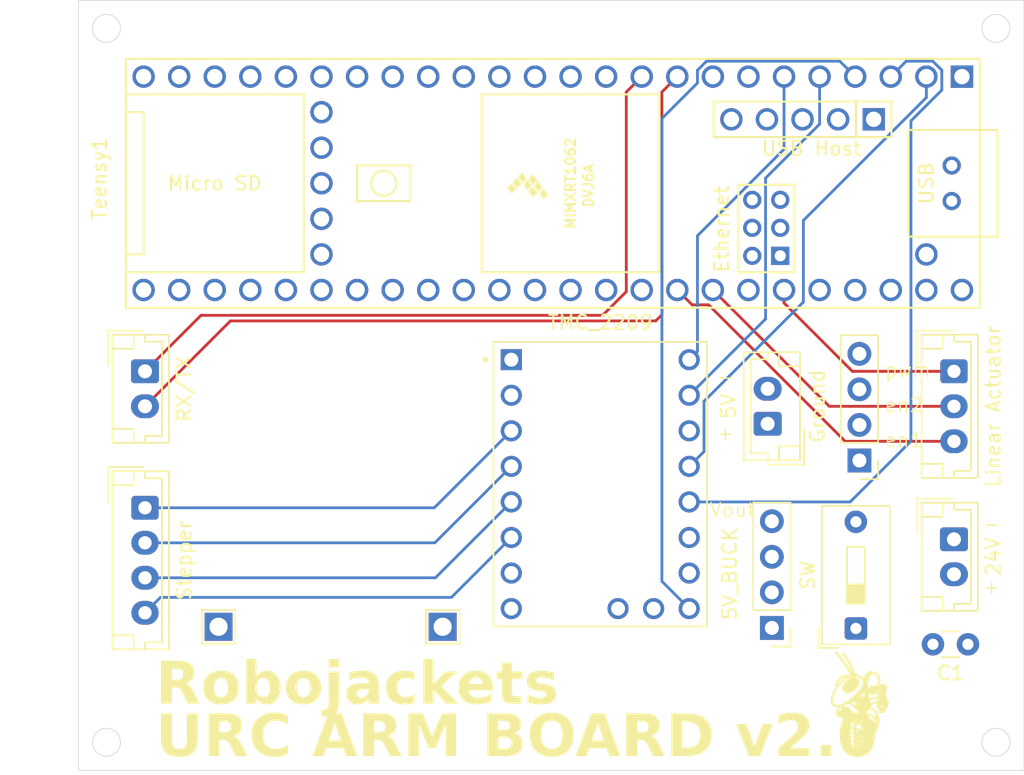
<source format=kicad_pcb>
(kicad_pcb (version 20241229) (generator "pcbnew") (generator_version "9.0")
  (layers (0 "F.Cu" signal) (4 "In1.Cu" power "GND") (6 "In2.Cu" power "PWR") (2 "B.Cu" signal) (13 "F.Paste" user) (15 "B.Paste" user) (5 "F.SilkS" user "F.Silkscreen") (7 "B.SilkS" user "B.Silkscreen") (1 "F.Mask" user) (3 "B.Mask" user) (25 "Edge.Cuts" user))
  (net 0 "")
  (net 1 "GND")
  (net 3 "/24V")
  (net 4 "/Vin")
  (net 5 "/Switch")
  (net 6 "Net-(Linear1-Pin_2)")
  (net 7 "Net-(Linear1-Pin_3)")
  (net 8 "Net-(Linear1-Pin_1)")
  (net 9 "Net-(RX1-Pin_1)")
  (net 10 "Net-(RX1-Pin_2)")
  (net 11 "/A2")
  (net 12 "/A1")
  (net 13 "/B1")
  (net 14 "/B2")
  (net 15 "Net-(TMC_2209-RX)")
  (net 41 "Net-(TMC_2209-DIR)")
  (net 44 "Net-(TMC_2209-STEP)")
  (net 50 "Net-(TMC_2209-~{EN})")
  (net 71 "/VIO")
  (net 74 "Net-(TMC_2209-TX)")
  (footprint "TestPoint:TestPoint_THTPad_2.0x2.0mm_Drill1.0mm" (layer "F.Cu") (at 137.5 115.25)
    (property "Reference" "REF**" (hide yes))
    (property "Value" "TestPoint_THTPad_2.0x2.0mm_Drill1.0mm")
  )
  (footprint "Connector_JST:JST_EH_B2B-EH-A_1x02_P2.50mm_Vertical" (layer "F.Cu") (at 160.7 100.75 90)
    (property "Reference" "5V")
    (property "Value" "GROUND")
  )
  (footprint "Button_Switch_THT:SW_DIP_SPSTx01_Slide_9.78x4.72mm_W7.62mm_P2.54mm" (layer "F.Cu") (at 167 115.37 90)
    (property "Reference" "SW")
    (property "Value" "SW_DIP_x01")
  )
  (footprint "Connector_JST:JST_EH_B2B-EH-A_1x02_P2.50mm_Vertical" (layer "F.Cu") (at 116.25 97 -90)
    (property "Reference" "RX/TX")
    (property "Value" "TX")
  )
  (footprint "Bigtreetech_TMC2209:MODULE_TMC2209_SILENTSTEPSTICK" (layer "F.Cu") (at 148.75 105.06)
    (property "Reference" "TMC_2209")
    (property "Value" "TMC2209_SILENTSTEPSTICK")
  )
  (footprint "TestPoint:TestPoint_THTPad_2.0x2.0mm_Drill1.0mm" (layer "F.Cu") (at 121.5 115.25)
    (property "Reference" "REF**" (hide yes))
    (property "Value" "TestPoint_THTPad_2.0x2.0mm_Drill1.0mm")
  )
  (footprint "Connector_PinHeader_2.54mm:PinHeader_1x04_P2.54mm_Vertical" (layer "F.Cu") (at 167.25 103.37 180)
    (property "Reference" "Ground")
    (property "Value" "Output")
  )
  (footprint "Capacitor_THT:C_Disc_D3.0mm_W1.6mm_P2.50mm" (layer "F.Cu") (at 175 116.5 180)
    (property "Reference" "C1")
    (property "Value" "33 nF")
  )
  (footprint "Connector_JST:JST_EH_B2B-EH-A_1x02_P2.50mm_Vertical" (layer "F.Cu") (at 174 109 -90)
    (property "Reference" "24V")
    (property "Value" "24V")
  )
  (footprint "Connector_JST:JST_EH_B4B-EH-A_1x04_P2.50mm_Vertical" (layer "F.Cu") (at 116.25 106.75 -90)
    (property "Reference" "Stepper")
    (property "Value" "Output")
  )
  (footprint "Teensy:Teensy41" (layer "F.Cu") (at 145.36 83.5684 180)
    (property "Reference" "Teensy1")
    (property "Value" "Teensy4.1")
  )
  (footprint "Connector_JST:JST_EH_B3B-EH-A_1x03_P2.50mm_Vertical" (layer "F.Cu") (at 174 97 -90)
    (property "Reference" "Linear Actuator")
    (property "Value" "Actuator")
  )
  (footprint "Connector_PinHeader_2.54mm:PinHeader_1x04_P2.54mm_Vertical" (layer "F.Cu") (at 161 115.33 180)
    (property "Reference" "5V_BUCK")
    (property "Value" "PololuD24V5F5")
  )
  (gr_line (start 167.600267 120.307887) (end 167.600187 120.30892) (stroke (width 0.153) (color 255 255 255 1)) (layer "F.SilkS"))
  (gr_line (start 167.500837 120.516775) (end 167.498127 120.516574) (stroke (width 0.153) (color 255 255 255 1)) (layer "F.SilkS"))
  (gr_line (start 167.380004 121.051716) (end 167.378038 121.056311) (stroke (width 0.153) (color 255 255 255 1)) (layer "F.SilkS"))
  (gr_line (start 167.138622 120.397223) (end 167.153459 120.395716) (stroke (width 0.153) (color 255 255 255 1)) (layer "F.SilkS"))
  (gr_line (start 168.763287 119.487024) (end 168.769718 119.479076) (stroke (width 0.153) (color 255 255 255 1)) (layer "F.SilkS"))
  (gr_line (start 167.477402 121.066844) (end 167.476043 121.064955) (stroke (width 0.153) (color 255 255 255 1)) (layer "F.SilkS"))
  (gr_line (start 167.679587 120.496376) (end 167.678597 120.497145) (stroke (width 0.153) (color 255 255 255 1)) (layer "F.SilkS"))
  (gr_line (start 167.648484 120.51396) (end 167.646785 120.516844) (stroke (width 0.153) (color 255 255 255 1)) (layer "F.SilkS"))
  (gr_line (start 167.261587 120.507163) (end 167.259861 120.513403) (stroke (width 0.153) (color 255 255 255 1)) (layer "F.SilkS"))
  (gr_line (start 169.042538 120.199583) (end 169.104886 120.236773) (stroke (width 0.153) (color 255 255 255 1)) (layer "F.SilkS"))
  (gr_line (start 167.79178 118.638424) (end 167.779705 118.65228) (stroke (width 0.153) (color 255 255 255 1)) (layer "F.SilkS"))
  (gr_line (start 166.384549 118.840034) (end 166.269052 118.921237) (stroke (width 0.153) (color 255 255 255 1)) (layer "F.SilkS"))
  (gr_line (start 168.883691 119.409768) (end 168.894418 119.407592) (stroke (width 0.153) (color 255 255 255 1)) (layer "F.SilkS"))
  (gr_line (start 167.159941 120.493432) (end 167.158843 120.496912) (stroke (width 0.153) (color 255 255 255 1)) (layer "F.SilkS"))
  (gr_line (start 166.07935 121.236922) (end 166.085037 121.237861) (stroke (width 0.153) (color 255 255 255 1)) (layer "F.SilkS"))
  (gr_line (start 168.740118 119.809772) (end 168.739284 119.806022) (stroke (width 0.153) (color 255 255 255 1)) (layer "F.SilkS"))
  (gr_line (start 167.084325 121.138524) (end 167.077078 121.127572) (stroke (width 0.153) (color 255 255 255 1)) (layer "F.SilkS"))
  (gr_line (start 167.614006 120.754141) (end 167.616595 120.759491) (stroke (width 0.153) (color 255 255 255 1)) (layer "F.SilkS"))
  (gr_line (start 167.553626 119.773303) (end 167.542776 119.793869) (stroke (width 0.153) (color 255 255 255 1)) (layer "F.SilkS"))
  (gr_line (start 167.419568 120.608473) (end 167.418414 120.609377) (stroke (width 0.153) (color 255 255 255 1)) (layer "F.SilkS"))
  (gr_line (start 165.845126 121.475745) (end 165.848065 121.473967) (stroke (width 0.153) (color 255 255 255 1)) (layer "F.SilkS"))
  (gr_line (start 168.508322 121.504157) (end 168.518874 121.534631) (stroke (width 0.153) (color 255 255 255 1)) (layer "F.SilkS"))
  (gr_line (start 166.975296 120.537775) (end 166.977328 120.530554) (stroke (width 0.153) (color 255 255 255 1)) (layer "F.SilkS"))
  (gr_line (start 166.345406 121.096829) (end 166.343097 121.096829) (stroke (width 0.153) (color 255 255 255 1)) (layer "F.SilkS"))
  (gr_line (start 167.628266 120.573883) (end 167.626489 120.575076) (stroke (width 0.153) (color 255 255 255 1)) (layer "F.SilkS"))
  (gr_line (start 166.109871 121.238614) (end 166.636363 121.317656) (stroke (width 0.153)) (layer "F.SilkS"))
  (gr_line (start 166.023527 121.651143) (end 166.021083 121.652429) (stroke (width 0.153) (color 255 255 255 1)) (layer "F.SilkS"))
  (gr_line (start 167.161696 120.486171) (end 167.160893 120.489851) (stroke (width 0.153) (color 255 255 255 1)) (layer "F.SilkS"))
  (gr_line (start 167.857329 120.458799) (end 167.941471 120.605868) (stroke (width 0.153) (color 255 255 255 1)) (layer "F.SilkS"))
  (gr_line (start 165.894539 121.304573) (end 165.898163 121.305589) (stroke (width 0.153) (color 255 255 255 1)) (layer "F.SilkS"))
  (gr_line (start 166.172708 118.743766) (end 166.155387 118.748895) (stroke (width 0.153) (color 255 255 255 1)) (layer "F.SilkS"))
  (gr_line (start 169.038053 120.08023) (end 169.039817 120.08579) (stroke (width 0.153) (color 255 255 255 1)) (layer "F.SilkS"))
  (gr_line (start 168.736465 119.786726) (end 168.736388 119.784908) (stroke (width 0.153) (color 255 255 255 1)) (layer "F.SilkS"))
  (gr_line (start 167.144809 120.520988) (end 167.142405 120.523507) (stroke (width 0.153) (color 255 255 255 1)) (layer "F.SilkS"))
  (gr_line (start 167.53149 120.71755) (end 167.535955 120.72003) (stroke (width 0.153) (color 255 255 255 1)) (layer "F.SilkS"))
  (gr_line (start 167.499784 119.858214) (end 167.48211 119.880582) (stroke (width 0.153) (color 255 255 255 1)) (layer "F.SilkS"))
  (gr_line (start 165.93835 121.604334) (end 165.937244 121.601098) (stroke (width 0.153) (color 255 255 255 1)) (layer "F.SilkS"))
  (gr_line (start 167.402696 120.391503) (end 167.402989 120.39016) (stroke (width 0.153) (color 255 255 255 1)) (layer "F.SilkS"))
  (gr_line (start 165.967964 121.24857) (end 165.967729 121.24441) (stroke (width 0.153) (color 255 255 255 1)) (layer "F.SilkS"))
  (gr_line (start 167.814994 121.207721) (end 167.788443 121.226358) (stroke (width 0.153) (color 255 255 255 1)) (layer "F.SilkS"))
  (gr_line (start 169.021755 120.048491) (end 169.022368 120.049989) (stroke (width 0.153)) (layer "F.SilkS"))
  (gr_line (start 167.403911 120.618488) (end 167.402434 120.618103) (stroke (width 0.153) (color 255 255 255 1)) (layer "F.SilkS"))
  (gr_line (start 167.532982 120.61503) (end 167.532121 120.614124) (stroke (width 0.153) (color 255 255 255 1)) (layer "F.SilkS"))
  (gr_line (start 167.567154 120.303064) (end 167.568378 120.302374) (stroke (width 0.153) (color 255 255 255 1)) (layer "F.SilkS"))
  (gr_line (start 165.676332 121.520337) (end 165.684768 121.527195) (stroke (width 0.153) (color 255 255 255 1)) (layer "F.SilkS"))
  (gr_line (start 167.448772 120.610983) (end 167.448094 120.610547) (stroke (width 0.153) (color 255 255 255 1)) (layer "F.SilkS"))
  (gr_line (start 166.377422 121.278514) (end 166.430846 121.357168) (stroke (width 0.153)) (layer "F.SilkS"))
  (gr_line (start 165.97245 121.660043) (end 165.966699 121.657022) (stroke (width 0.153) (color 255 255 255 1)) (layer "F.SilkS"))
  (gr_line (start 165.883893 121.617501) (end 165.877588 121.618895) (stroke (width 0.153) (color 255 255 255 1)) (layer "F.SilkS"))
  (gr_line (start 167.554287 120.725174) (end 167.557286 120.725101) (stroke (width 0.153) (color 255 255 255 1)) (layer "F.SilkS"))
  (gr_line (start 165.350779 120.760274) (end 165.358399 120.774693) (stroke (width 0.153) (color 255 255 255 1)) (layer "F.SilkS"))
  (gr_line (start 167.599667 120.327339) (end 167.60098 120.328569) (stroke (width 0.153) (color 255 255 255 1)) (layer "F.SilkS"))
  (gr_line (start 167.547678 120.724368) (end 167.551091 120.724946) (stroke (width 0.153) (color 255 255 255 1)) (layer "F.SilkS"))
  (gr_line (start 167.357648 120.525995) (end 167.358523 120.5252) (stroke (width 0.153) (color 255 255 255 1)) (layer "F.SilkS"))
  (gr_line (start 168.727759 119.679437) (end 168.724556 119.667367) (stroke (width 0.153) (color 255 255 255 1)) (layer "F.SilkS"))
  (gr_line (start 167.575254 120.449788) (end 167.575088 120.452407) (stroke (width 0.153) (color 255 255 255 1)) (layer "F.SilkS"))
  (gr_line (start 167.616497 120.788819) (end 167.614748 120.789942) (stroke (width 0.153) (color 255 255 255 1)) (layer "F.SilkS"))
  (gr_line (start 168.9472 120.415997) (end 168.696161 120.406463) (stroke (width 0.153) (color 255 255 255 1)) (layer "F.SilkS"))
  (gr_line (start 167.483519 120.512738) (end 167.481387 120.511688) (stroke (width 0.153) (color 255 255 255 1)) (layer "F.SilkS"))
  (gr_line (start 167.966456 122.410156) (end 168.001054 122.394679) (stroke (width 0.153) (color 255 255 255 1)) (layer "F.SilkS"))
  (gr_line (start 167.530159 119.814869) (end 167.515814 119.836314) (stroke (width 0.153) (color 255 255 255 1)) (layer "F.SilkS"))
  (gr_line (start 167.366068 122.640278) (end 166.906539 122.526381) (stroke (width 0.153) (color 255 255 255 1)) (layer "F.SilkS"))
  (gr_line (start 167.540129 120.721959) (end 167.54403 120.723389) (stroke (width 0.153) (color 255 255 255 1)) (layer "F.SilkS"))
  (gr_line (start 165.952629 121.278804) (end 165.956182 121.274869) (stroke (width 0.153) (color 255 255 255 1)) (layer "F.SilkS"))
  (gr_line (start 167.509265 120.516574) (end 167.506437 120.516775) (stroke (width 0.153) (color 255 255 255 1)) (layer "F.SilkS"))
  (gr_line (start 168.508723 119.476336) (end 168.497027 119.470484) (stroke (width 0.153) (color 255 255 255 1)) (layer "F.SilkS"))
  (gr_line (start 167.430097 120.611) (end 167.431763 120.610994) (stroke (width 0.153) (color 255 255 255 1)) (layer "F.SilkS"))
  (gr_line (start 167.178168 120.930453) (end 167.175579 120.925103) (stroke (width 0.153) (color 255 255 255 1)) (layer "F.SilkS"))
  (gr_line (start 167.572163 120.721133) (end 167.576382 120.719661) (stroke (width 0.153) (color 255 255 255 1)) (layer "F.SilkS"))
  (gr_line (start 168.988748 119.412297) (end 168.998572 119.415347) (stroke (width 0.153) (color 255 255 255 1)) (layer "F.SilkS"))
  (gr_line (start 165.770707 121.554164) (end 165.781755 121.554632) (stroke (width 0.153) (color 255 255 255 1)) (layer "F.SilkS"))
  (gr_line (start 166.069734 121.529055) (end 166.067546 121.529141) (stroke (width 0.153) (color 255 255 255 1)) (layer "F.SilkS"))
  (gr_line (start 166.613272 120.462829) (end 166.737126 120.355778) (stroke (width 0.153) (color 255 255 255 1)) (layer "F.SilkS"))
  (gr_line (start 167.503617 120.516842) (end 167.500837 120.516775) (stroke (width 0.153) (color 255 255 255 1)) (layer "F.SilkS"))
  (gr_line (start 167.613757 120.963683) (end 167.611689 120.963615) (stroke (width 0.153) (color 255 255 255 1)) (layer "F.SilkS"))
  (gr_line (start 167.682663 120.49289) (end 167.681618 120.494267) (stroke (width 0.153) (color 255 255 255 1)) (layer "F.SilkS"))
  (gr_line (start 169.036515 120.053992) (end 169.041492 120.056591) (stroke (width 0.153) (color 255 255 255 1)) (layer "F.SilkS"))
  (gr_line (start 167.379786 120.555411) (end 167.378437 120.555467) (stroke (width 0.153) (color 255 255 255 1)) (layer "F.SilkS"))
  (gr_line (start 167.553731 120.495664) (end 167.551534 120.497674) (stroke (width 0.153) (color 255 255 255 1)) (layer "F.SilkS"))
  (gr_line (start 166.098323 120.808596) (end 165.807365 120.91087) (stroke (width 0.153)) (layer "F.SilkS"))
  (gr_line (start 168.782399 119.770235) (end 168.774342 119.76188) (stroke (width 0.153) (color 255 255 255 1)) (layer "F.SilkS"))
  (gr_line (start 167.331429 121.066609) (end 167.325142 121.064046) (stroke (width 0.153) (color 255 255 255 1)) (layer "F.SilkS"))
  (gr_line (start 167.528985 121.061607) (end 167.524124 121.064053) (stroke (width 0.153) (color 255 255 255 1)) (layer "F.SilkS"))
  (gr_line (start 165.867995 121.44929) (end 165.869242 121.444655) (stroke (width 0.153) (color 255 255 255 1)) (layer "F.SilkS"))
  (gr_line (start 169.221429 120.611032) (end 169.220785 120.606109) (stroke (width 0.153) (color 255 255 255 1)) (layer "F.SilkS"))
  (gr_line (start 168.120241 118.510018) (end 168.108634 118.508704) (stroke (width 0.153) (color 255 255 255 1)) (layer "F.SilkS"))
  (gr_line (start 166.067546 121.529141) (end 166.063685 121.529178) (stroke (width 0.153) (color 255 255 255 1)) (layer "F.SilkS"))
  (gr_line (start 167.671826 118.87427) (end 167.669516 118.892866) (stroke (width 0.153) (color 255 255 255 1)) (layer "F.SilkS"))
  (gr_line (start 167.421677 120.613349) (end 167.422582 120.612793) (stroke (width 0.153) (color 255 255 255 1)) (layer "F.SilkS"))
  (gr_line (start 165.994182 121.499177) (end 165.9914 121.495879) (stroke (width 0.153) (color 255 255 255 1)) (layer "F.SilkS"))
  (gr_line (start 167.403507 120.643009) (end 167.404746 120.6421) (stroke (width 0.153) (color 255 255 255 1)) (layer "F.SilkS"))
  (gr_line (start 167.647842 120.323351) (end 167.649095 120.323912) (stroke (width 0.153) (color 255 255 255 1)) (layer "F.SilkS"))
  (gr_line (start 167.613322 121.310095) (end 167.582502 121.318873) (stroke (width 0.153) (color 255 255 255 1)) (layer "F.SilkS"))
  (gr_line (start 169.177765 120.554924) (end 169.172899 120.552983) (stroke (width 0.153) (color 255 255 255 1)) (layer "F.SilkS"))
  (gr_line (start 168.051897 119.941568) (end 167.943363 119.739337) (stroke (width 0.153)) (layer "F.SilkS"))
  (gr_line (start 169.23233 120.529409) (end 169.237014 120.532892) (stroke (width 0.153) (color 255 255 255 1)) (layer "F.SilkS"))
  (gr_line (start 168.491581 122.262857) (end 168.497859 122.270289) (stroke (width 0.153) (color 255 255 255 1)) (layer "F.SilkS"))
  (gr_line (start 167.419639 119.950589) (end 167.370532 119.999788) (stroke (width 0.153) (color 255 255 255 1)) (layer "F.SilkS"))
  (gr_line (start 167.669516 118.892866) (end 167.667131 118.905942) (stroke (width 0.153) (color 255 255 255 1)) (layer "F.SilkS"))
  (gr_line (start 167.582502 121.318873) (end 167.551503 121.326031) (stroke (width 0.153) (color 255 255 255 1)) (layer "F.SilkS"))
  (gr_line (start 167.156066 120.786114) (end 167.155029 120.783964) (stroke (width 0.153) (color 255 255 255 1)) (layer "F.SilkS"))
  (gr_line (start 169.167811 120.55122) (end 169.15699 120.548227) (stroke (width 0.153) (color 255 255 255 1)) (layer "F.SilkS"))
  (gr_line (start 167.47458 120.348192) (end 167.475377 120.346943) (stroke (width 0.153) (color 255 255 255 1)) (layer "F.SilkS"))
  (gr_line (start 167.571504 120.30129) (end 167.573455 120.300912) (stroke (width 0.153) (color 255 255 255 1)) (layer "F.SilkS"))
  (gr_line (start 168.358642 120.347788) (end 168.382361 120.341971) (stroke (width 0.153) (color 255 255 255 1)) (layer "F.SilkS"))
  (gr_line (start 167.40058 120.429592) (end 167.402411 120.426925) (stroke (width 0.153) (color 255 255 255 1)) (layer "F.SilkS"))
  (gr_line (start 167.386634 121.043072) (end 167.384518 121.045097) (stroke (width 0.153) (color 255 255 255 1)) (layer "F.SilkS"))
  (gr_line (start 167.12463 120.638695) (end 167.116675 120.641233) (stroke (width 0.153) (color 255 255 255 1)) (layer "F.SilkS"))
  (gr_line (start 166.955032 123.100525) (end 166.952723 122.935489) (stroke (width 0.153) (color 255 255 255 1)) (layer "F.SilkS"))
  (gr_line (start 167.573468 120.613272) (end 167.57253 120.614443) (stroke (width 0.153) (color 255 255 255 1)) (layer "F.SilkS"))
  (gr_line (start 167.172751 120.898397) (end 167.174107 120.897008) (stroke (width 0.153) (color 255 255 255 1)) (layer "F.SilkS"))
  (gr_line (start 167.625168 120.956202) (end 167.623359 120.95864) (stroke (width 0.153) (color 255 255 255 1)) (layer "F.SilkS"))
  (gr_line (start 167.068182 121.754658) (end 167.165168 121.473394) (stroke (width 0.153) (color 255 255 255 1)) (layer "F.SilkS"))
  (gr_line (start 167.450645 120.614659) (end 167.453807 120.615638) (stroke (width 0.153) (color 255 255 255 1)) (layer "F.SilkS"))
  (gr_line (start 167.250969 120.433884) (end 167.253866 120.438423) (stroke (width 0.153) (color 255 255 255 1)) (layer "F.SilkS"))
  (gr_line (start 167.451484 120.613162) (end 167.451009 120.612726) (stroke (width 0.153) (color 255 255 255 1)) (layer "F.SilkS"))
  (gr_line (start 168.46986 119.644033) (end 168.402892 119.616142) (stroke (width 0.153)) (layer "F.SilkS"))
  (gr_line (start 167.035028 121.005642) (end 167.033809 120.99248) (stroke (width 0.153) (color 255 255 255 1)) (layer "F.SilkS"))
  (gr_line (start 168.757243 119.495268) (end 168.763287 119.487024) (stroke (width 0.153) (color 255 255 255 1)) (layer "F.SilkS"))
  (gr_line (start 168.604954 119.546007) (end 168.595146 119.536876) (stroke (width 0.153) (color 255 255 255 1)) (layer "F.SilkS"))
  (gr_line (start 167.604349 120.737138) (end 167.607489 120.742249) (stroke (width 0.153) (color 255 255 255 1)) (layer "F.SilkS"))
  (gr_line (start 165.851355 121.472136) (end 165.854852 121.469882) (stroke (width 0.153) (color 255 255 255 1)) (layer "F.SilkS"))
  (gr_line (start 167.840396 119.043957) (end 167.840396 119.05093) (stroke (width 0.153) (color 255 255 255 1)) (layer "F.SilkS"))
  (gr_line (start 165.779446 120.916009) (end 165.842445 120.903542) (stroke (width 0.153) (color 255 255 255 1)) (layer "F.SilkS"))
  (gr_line (start 167.224501 120.961796) (end 167.220011 120.96346) (stroke (width 0.153) (color 255 255 255 1)) (layer "F.SilkS"))
  (gr_line (start 165.94814 121.64647) (end 165.945089 121.644271) (stroke (width 0.153) (color 255 255 255 1)) (layer "F.SilkS"))
  (gr_line (start 167.543945 120.628005) (end 167.542322 120.628141) (stroke (width 0.153) (color 255 255 255 1)) (layer "F.SilkS"))
  (gr_line (start 167.508784 120.312566) (end 167.510156 120.312628) (stroke (width 0.153) (color 255 255 255 1)) (layer "F.SilkS"))
  (gr_line (start 167.1984 120.825644) (end 167.196726 120.820967) (stroke (width 0.153) (color 255 255 255 1)) (layer "F.SilkS"))
  (gr_poly (pts (xy 166.169281 117.242027) (xy 166.243116 117.337454) (xy 166.311161 117.431935) (xy 166.373982 117.525895) (xy 166.432149 117.61976) (xy 166.48623 117.713955) (xy 166.536794 117.808906) (xy 166.584407 117.905038) (xy 166.629639 118.002777) (xy 166.673058 118.10255) (xy 166.75673 118.309895) (xy 166.927322 118.767707) (xy 166.927322 118.767708) (xy 166.927322 118.767709) (xy 166.927321 118.76771) (xy 166.927321 118.767711) (xy 166.927321 118.767712) (xy 166.925588 118.770291) (xy 166.923844 118.772771) (xy 166.92208 118.775109) (xy 166.920285 118.777259) (xy 166.919374 118.778251) (xy 166.91845 118.779179) (xy 166.917514 118.780038) (xy 166.916565 118.780822) (xy 166.915599 118.781527) (xy 166.914618 118.782146) (xy 166.913618 118.782674) (xy 166.9126 118.783106) (xy 166.911561 118.783435) (xy 166.910501 118.783657) (xy 166.909418 118.783766) (xy 166.908311 118.783755) (xy 166.907178 118.783621) (xy 166.906019 118.783357) (xy 166.904832 118.782957) (xy 166.903616 118.782417) (xy 166.902369 118.78173) (xy 166.901091 118.780891) (xy 166.899779 118.779895) (xy 166.898433 118.778735) (xy 166.897052 118.777407) (xy 166.895634 118.775905) (xy 166.894178 118.774224) (xy 166.892683 118.772357) (xy 166.725628 118.320683) (xy 166.646781 118.120396) (xy 166.606279 118.024591) (xy 166.564201 117.930897) (xy 166.519904 117.838729) (xy 166.472745 117.7475) (xy 166.422081 117.656625) (xy 166.367271 117.565519) (xy 166.30767 117.473596) (xy 166.242638 117.38027) (xy 166.17153 117.284955) (xy 166.093704 117.187066) (xy 166.089087 117.145227)) (stroke (width 0.153) (color 255 255 255 1)) (fill yes) (layer "F.SilkS"))
  (gr_line (start 167.586027 120.58173) (end 167.583416 120.583753) (stroke (width 0.153) (color 255 255 255 1)) (layer "F.SilkS"))
  (gr_line (start 167.461998 120.476972) (end 167.462164 120.474353) (stroke (width 0.153) (color 255 255 255 1)) (layer "F.SilkS"))
  (gr_line (start 167.494379 120.316938) (end 167.497645 120.31556) (stroke (width 0.153) (color 255 255 255 1)) (layer "F.SilkS"))
  (gr_line (start 168.514598 119.424713) (end 168.533889 119.404841) (stroke (width 0.153) (color 255 255 255 1)) (layer "F.SilkS"))
  (gr_line (start 168.483538 121.445277) (end 168.496533 121.47436) (stroke (width 0.153) (color 255 255 255 1)) (layer "F.SilkS"))
  (gr_line (start 169.216295 120.52062) (end 169.221969 120.523257) (stroke (width 0.153) (color 255 255 255 1)) (layer "F.SilkS"))
  (gr_line (start 167.587669 120.300931) (end 167.590456 120.301287) (stroke (width 0.153) (color 255 255 255 1)) (layer "F.SilkS"))
  (gr_line (start 167.154304 120.767106) (end 167.155207 120.762196) (stroke (width 0.153) (color 255 255 255 1)) (layer "F.SilkS"))
  (gr_line (start 167.241082 120.959646) (end 167.237886 120.959418) (stroke (width 0.153) (color 255 255 255 1)) (layer "F.SilkS"))
  (gr_line (start 165.939097 121.607334) (end 165.93835 121.604334) (stroke (width 0.153) (color 255 255 255 1)) (layer "F.SilkS"))
  (gr_line (start 167.279457 120.615623) (end 167.284633 120.613752) (stroke (width 0.153) (color 255 255 255 1)) (layer "F.SilkS"))
  (gr_line (start 167.851942 118.920759) (end 167.849633 118.939357) (stroke (width 0.153) (color 255 255 255 1)) (layer "F.SilkS"))
  (gr_line (start 167.553112 122.252092) (end 167.250608 122.173059) (stroke (width 0.153) (color 255 255 255 1)) (layer "F.SilkS"))
  (gr_line (start 167.384413 120.601193) (end 167.384331 120.599978) (stroke (width 0.153) (color 255 255 255 1)) (layer "F.SilkS"))
  (gr_line (start 167.536416 120.409984) (end 167.539125 120.410185) (stroke (width 0.153) (color 255 255 255 1)) (layer "F.SilkS"))
  (gr_line (start 167.403959 121.035536) (end 167.399433 121.036607) (stroke (width 0.153) (color 255 255 255 1)) (layer "F.SilkS"))
  (gr_line (start 165.849661 121.622022) (end 165.842003 121.622157) (stroke (width 0.153) (color 255 255 255 1)) (layer "F.SilkS"))
  (gr_line (start 167.167694 120.395458) (end 167.174562 120.395785) (stroke (width 0.153) (color 255 255 255 1)) (layer "F.SilkS"))
  (gr_line (start 168.051897 119.941568) (end 167.657026 120.067089) (stroke (width 0.153) (color 255 255 255 1)) (layer "F.SilkS"))
  (gr_line (start 166.109813 121.677909) (end 166.13758 121.861583) (stroke (width 0.153) (color 255 255 255 1)) (layer "F.SilkS"))
  (gr_line (start 165.854852 121.469882) (end 165.856633 121.468482) (stroke (width 0.153) (color 255 255 255 1)) (layer "F.SilkS"))
  (gr_line (start 167.667856 120.498828) (end 167.666818 120.498852) (stroke (width 0.153) (color 255 255 255 1)) (layer "F.SilkS"))
  (gr_line (start 168.911875 119.830925) (end 168.90293 119.829906) (stroke (width 0.153) (color 255 255 255 1)) (layer "F.SilkS"))
  (gr_line (start 169.075101 120.160436) (end 169.073274 120.165646) (stroke (width 0.153) (color 255 255 255 1)) (layer "F.SilkS"))
  (gr_line (start 167.441267 120.607498) (end 167.438356 120.606548) (stroke (width 0.153) (color 255 255 255 1)) (layer "F.SilkS"))
  (gr_line (start 167.361738 120.51047) (end 167.367799 120.507395) (stroke (width 0.153) (color 255 255 255 1)) (layer "F.SilkS"))
  (gr_line (start 167.324574 120.632875) (end 167.326408 120.635145) (stroke (width 0.153) (color 255 255 255 1)) (layer "F.SilkS"))
  (gr_line (start 167.374348 120.441186) (end 167.375431 120.440797) (stroke (width 0.153) (color 255 255 255 1)) (layer "F.SilkS"))
  (gr_line (start 167.560376 120.316058) (end 167.561407 120.313569) (stroke (width 0.153) (color 255 255 255 1)) (layer "F.SilkS"))
  (gr_line (start 167.08413 120.019655) (end 167.28668 119.804415) (stroke (width 0.153) (color 255 255 255 1)) (layer "F.SilkS"))
  (gr_line (start 167.128451 121.059345) (end 167.1237 121.050716) (stroke (width 0.153) (color 255 255 255 1)) (layer "F.SilkS"))
  (gr_line (start 168.69847 120.659829) (end 168.647668 120.657502) (stroke (width 0.153)) (layer "F.SilkS"))
  (gr_line (start 167.683732 120.491273) (end 167.682663 120.49289) (stroke (width 0.153) (color 255 255 255 1)) (layer "F.SilkS"))
  (gr_line (start 167.477559 120.326827) (end 167.47825 120.3259) (stroke (width 0.153) (color 255 255 255 1)) (layer "F.SilkS"))
  (gr_line (start 167.629649 120.333176) (end 167.630784 120.332515) (stroke (width 0.153) (color 255 255 255 1)) (layer "F.SilkS"))
  (gr_line (start 167.26524 121.260177) (end 167.245796 121.254397) (stroke (width 0.153) (color 255 255 255 1)) (layer "F.SilkS"))
  (gr_line (start 169.068805 120.174885) (end 169.066197 120.178962) (stroke (width 0.153) (color 255 255 255 1)) (layer "F.SilkS"))
  (gr_line (start 166.302951 118.73995) (end 166.282842 118.737162) (stroke (width 0.153) (color 255 255 255 1)) (layer "F.SilkS"))
  (gr_line (start 169.001931 120.441026) (end 168.887067 120.666082) (stroke (width 0.153) (color 255 255 255 1)) (layer "F.SilkS"))
  (gr_line (start 167.256814 120.67388) (end 167.256707 120.670737) (stroke (width 0.153) (color 255 255 255 1)) (layer "F.SilkS"))
  (gr_line (start 167.373861 120.504484) (end 167.379923 120.501764) (stroke (width 0.153) (color 255 255 255 1)) (layer "F.SilkS"))
  (gr_line (start 169.044575 119.437367) (end 169.053045 119.44305) (stroke (width 0.153) (color 255 255 255 1)) (layer "F.SilkS"))
  (gr_line (start 167.385253 120.59664) (end 167.385874 120.595597) (stroke (width 0.153) (color 255 255 255 1)) (layer "F.SilkS"))
  (gr_line (start 166.906539 122.526381) (end 167.031235 122.149817) (stroke (width 0.153) (color 255 255 255 1)) (layer "F.SilkS"))
  (gr_line (start 166.957521 122.151776) (end 166.944826 122.152928) (stroke (width 0.153) (color 255 255 255 1)) (layer "F.SilkS"))
  (gr_line (start 167.476043 121.064955) (end 167.473445 121.060796) (stroke (width 0.153) (color 255 255 255 1)) (layer "F.SilkS"))
  (gr_line (start 167.526548 120.611588) (end 167.524493 120.611312) (stroke (width 0.153) (color 255 255 255 1)) (layer "F.SilkS"))
  (gr_line (start 166.075735 121.528424) (end 166.074488 121.528612) (stroke (width 0.153) (color 255 255 255 1)) (layer "F.SilkS"))
  (gr_line (start 167.852532 118.920817) (end 167.852348 118.920785) (stroke (width 0.153) (color 255 255 255 1)) (layer "F.SilkS"))
  (gr_line (start 168.543071 120.579808) (end 168.543583 120.574298) (stroke (width 0.153) (color 255 255 255 1)) (layer "F.SilkS"))
  (gr_line (start 167.058691 121.093189) (end 167.053672 121.08126) (stroke (width 0.153) (color 255 255 255 1)) (layer "F.SilkS"))
  (gr_line (start 165.857258 121.344873) (end 165.862787 121.33392) (stroke (width 0.153) (color 255 255 255 1)) (layer "F.SilkS"))
  (gr_line (start 167.574201 120.601966) (end 167.574623 120.604302) (stroke (width 0.153) (color 255 255 255 1)) (layer "F.SilkS"))
  (gr_line (start 167.637914 120.904053) (end 167.638393 120.906874) (stroke (width 0.153) (color 255 255 255 1)) (layer "F.SilkS"))
  (gr_line (start 167.663549 120.499355) (end 167.6624 120.499729) (stroke (width 0.153) (color 255 255 255 1)) (layer "F.SilkS"))
  (gr_line (start 167.643854 121.299748) (end 167.613322 121.310095) (stroke (width 0.153) (color 255 255 255 1)) (layer "F.SilkS"))
  (gr_line (start 167.656065 120.503993) (end 167.654661 120.505455) (stroke (width 0.153) (color 255 255 255 1)) (layer "F.SilkS"))
  (gr_line (start 167.659335 121.838336) (end 167.682427 121.875528) (stroke (width 0.153)) (layer "F.SilkS"))
  (gr_line (start 167.807122 121.917369) (end 167.666263 122.289283) (stroke (width 0.153) (color 255 255 255 1)) (layer "F.SilkS"))
  (gr_line (start 167.178695 120.799737) (end 167.173722 120.797273) (stroke (width 0.153) (color 255 255 255 1)) (layer "F.SilkS"))
  (gr_line (start 165.596626 119.410114) (end 165.598395 119.431235) (stroke (width 0.153) (color 255 255 255 1)) (layer "F.SilkS"))
  (gr_line (start 169.11486 119.510933) (end 169.119846 119.520137) (stroke (width 0.153) (color 255 255 255 1)) (layer "F.SilkS"))
  (gr_line (start 167.39318 120.587107) (end 167.394044 120.585881) (stroke (width 0.153) (color 255 255 255 1)) (layer "F.SilkS"))
  (gr_line (start 167.49244 120.621033) (end 167.491988 120.621715) (stroke (width 0.153) (color 255 255 255 1)) (layer "F.SilkS"))
  (gr_line (start 169.037483 119.803034) (end 169.028339 119.808053) (stroke (width 0.153) (color 255 255 255 1)) (layer "F.SilkS"))
  (gr_line (start 167.574623 120.604302) (end 167.57499 120.606557) (stroke (width 0.153) (color 255 255 255 1)) (layer "F.SilkS"))
  (gr_line (start 168.741546 119.521628) (end 168.746362 119.512586) (stroke (width 0.153) (color 255 255 255 1)) (layer "F.SilkS"))
  (gr_line (start 167.368771 120.520107) (end 167.369972 120.519356) (stroke (width 0.153) (color 255 255 255 1)) (layer "F.SilkS"))
  (gr_line (start 167.153459 120.395716) (end 167.167694 120.395458) (stroke (width 0.153) (color 255 255 255 1)) (layer "F.SilkS"))
  (gr_line (start 165.906408 121.609676) (end 165.901185 121.611955) (stroke (width 0.153) (color 255 255 255 1)) (layer "F.SilkS"))
  (gr_line (start 167.571302 120.46896) (end 167.570297 120.471681) (stroke (width 0.153) (color 255 255 255 1)) (layer "F.SilkS"))
  (gr_line (start 167.644159 120.557766) (end 167.642345 120.560129) (stroke (width 0.153) (color 255 255 255 1)) (layer "F.SilkS"))
  (gr_line (start 167.226903 121.247667) (end 167.208601 121.239987) (stroke (width 0.153) (color 255 255 255 1)) (layer "F.SilkS"))
  (gr_line (start 167.618913 120.335193) (end 167.620805 120.335271) (stroke (width 0.153) (color 255 255 255 1)) (layer "F.SilkS"))
  (gr_line (start 167.544308 121.048557) (end 167.543156 121.0506) (stroke (width 0.153) (color 255 255 255 1)) (layer "F.SilkS"))
  (gr_line (start 167.623463 120.576603) (end 167.622178 120.576989) (stroke (width 0.153) (color 255 255 255 1)) (layer "F.SilkS"))
  (gr_line (start 167.477169 120.340146) (end 167.477122 120.339109) (stroke (width 0.153) (color 255 255 255 1)) (layer "F.SilkS"))
  (gr_line (start 167.298266 121.039885) (end 167.298314 121.037767) (stroke (width 0.153) (color 255 255 255 1)) (layer "F.SilkS"))
  (gr_line (start 167.597538 120.574076) (end 167.594978 120.575566) (stroke (width 0.153) (color 255 255 255 1)) (layer "F.SilkS"))
  (gr_line (start 167.362755 120.458731) (end 167.364034 120.455457) (stroke (width 0.153) (color 255 255 255 1)) (layer "F.SilkS"))
  (gr_line (start 167.410116 120.40261) (end 167.409475 120.401677) (stroke (width 0.153) (color 255 255 255 1)) (layer "F.SilkS"))
  (gr_line (start 167.683732 120.491273) (end 167.64015 120.562752) (stroke (width 0.153)) (layer "F.SilkS"))
  (gr_line (start 169.198598 120.567347) (end 169.194915 120.564497) (stroke (width 0.153) (color 255 255 255 1)) (layer "F.SilkS"))
  (gr_line (start 167.411046 120.404804) (end 167.410648 120.403646) (stroke (width 0.153) (color 255 255 255 1)) (layer "F.SilkS"))
  (gr_line (start 167.651802 121.107045) (end 167.615531 121.128093) (stroke (width 0.153) (color 255 255 255 1)) (layer "F.SilkS"))
  (gr_line (start 167.373271 120.556826) (end 167.370837 120.557812) (stroke (width 0.153) (color 255 255 255 1)) (layer "F.SilkS"))
  (gr_line (start 167.053672 121.08126) (end 167.049203 121.069118) (stroke (width 0.153) (color 255 255 255 1)) (layer "F.SilkS"))
  (gr_line (start 168.184988 118.560699) (end 168.167811 118.564672) (stroke (width 0.153) (color 255 255 255 1)) (layer "F.SilkS"))
  (gr_line (start 167.534267 120.509263) (end 167.531591 120.510529) (stroke (width 0.153) (color 255 255 255 1)) (layer "F.SilkS"))
  (gr_line (start 168.48487 122.255289) (end 168.491581 122.262857) (stroke (width 0.153) (color 255 255 255 1)) (layer "F.SilkS"))
  (gr_line (start 167.534697 120.61813) (end 167.534244 120.61705) (stroke (width 0.153) (color 255 255 255 1)) (layer "F.SilkS"))
  (gr_line (start 167.473597 120.349479) (end 167.47458 120.348192) (stroke (width 0.153) (color 255 255 255 1)) (layer "F.SilkS"))
  (gr_line (start 167.638393 120.906874) (end 167.638561 120.910113) (stroke (width 0.153) (color 255 255 255 1)) (layer "F.SilkS"))
  (gr_line (start 167.200159 120.400033) (end 167.206042 120.401806) (stroke (width 0.153) (color 255 255 255 1)) (layer "F.SilkS"))
  (gr_line (start 165.537384 119.735921) (end 165.461977 119.869628) (stroke (width 0.153) (color 255 255 255 1)) (layer "F.SilkS"))
  (gr_line (start 167.597064 120.32098) (end 167.597151 120.322265) (stroke (width 0.153) (color 255 255 255 1)) (layer "F.SilkS"))
  (gr_line (start 167.492919 120.670738) (end 167.493542 120.673881) (stroke (width 0.153) (color 255 255 255 1)) (layer "F.SilkS"))
  (gr_line (start 167.225297 120.720699) (end 167.22909 120.718087) (stroke (width 0.153) (color 255 255 255 1)) (layer "F.SilkS"))
  (gr_line (start 167.586827 120.957924) (end 167.583811 120.957958) (stroke (width 0.153) (color 255 255 255 1)) (layer "F.SilkS"))
  (gr_line (start 167.264463 120.476194) (end 167.264688 120.482322) (stroke (width 0.153) (color 255 255 255 1)) (layer "F.SilkS"))
  (gr_line (start 167.505893 120.613327) (end 167.504402 120.613711) (stroke (width 0.153) (color 255 255 255 1)) (layer "F.SilkS"))
  (gr_line (start 167.561407 120.313569) (end 167.562211 120.311127) (stroke (width 0.153) (color 255 255 255 1)) (layer "F.SilkS"))
  (gr_line (start 165.983996 121.485218) (end 165.981862 121.481428) (stroke (width 0.153) (color 255 255 255 1)) (layer "F.SilkS"))
  (gr_line (start 167.189415 120.722291) (end 167.194347 120.723952) (stroke (width 0.153) (color 255 255 255 1)) (layer "F.SilkS"))
  (gr_line (start 167.017645 120.645736) (end 167.012762 120.643853) (stroke (width 0.153) (color 255 255 255 1)) (layer "F.SilkS"))
  (gr_line (start 168.487583 118.645755) (end 168.471314 118.632259) (stroke (width 0.153) (color 255 255 255 1)) (layer "F.SilkS"))
  (gr_line (start 169.076334 120.10184) (end 169.077266 120.105705) (stroke (width 0.153) (color 255 255 255 1)) (layer "F.SilkS"))
  (gr_line (start 167.168816 121.207229) (end 167.190059 121.216678) (stroke (width 0.153) (color 255 255 255 1)) (layer "F.SilkS"))
  (gr_line (start 167.565766 120.619474) (end 167.563179 120.620846) (stroke (width 0.153) (color 255 255 255 1)) (layer "F.SilkS"))
  (gr_line (start 167.409475 120.401677) (end 167.40797 120.400041) (stroke (width 0.153) (color 255 255 255 1)) (layer "F.SilkS"))
  (gr_line (start 167.495326 120.648228) (end 167.494516 120.652562) (stroke (width 0.153) (color 255 255 255 1)) (layer "F.SilkS"))
  (gr_line (start 168.026497 120.876005) (end 168.021833 120.906035) (stroke (width 0.153) (color 255 255 255 1)) (layer "F.SilkS"))
  (gr_line (start 167.431763 120.610994) (end 167.433567 120.611083) (stroke (width 0.153) (color 255 255 255 1)) (layer "F.SilkS"))
  (gr_line (start 167.524493 120.611312) (end 167.522122 120.611213) (stroke (width 0.153) (color 255 255 255 1)) (layer "F.SilkS"))
  (gr_line (start 167.70321 123.439898) (end 167.555421 123.614232) (stroke (width 0.153) (color 255 255 255 1)) (layer "F.SilkS"))
  (gr_line (start 167.66355 118.932092) (end 167.6623 118.945167) (stroke (width 0.153) (color 255 255 255 1)) (layer "F.SilkS"))
  (gr_line (start 166.345364 118.748725) (end 166.323766 118.743809) (stroke (width 0.153) (color 255 255 255 1)) (layer "F.SilkS"))
  (gr_line (start 165.887954 121.303478) (end 165.889564 121.303521) (stroke (width 0.153) (color 255 255 255 1)) (layer "F.SilkS"))
  (gr_line (start 167.781062 121.077766) (end 167.799926 121.058698) (stroke (width 0.153) (color 255 255 255 1)) (layer "F.SilkS"))
  (gr_line (start 168.675376 120.885299) (end 168.684611 120.790001) (stroke (width 0.153) (color 255 255 255 1)) (layer "F.SilkS"))
  (gr_line (start 167.980971 121.020051) (end 167.965741 121.046763) (stroke (width 0.153) (color 255 255 255 1)) (layer "F.SilkS"))
  (gr_line (start 168.028689 120.834556) (end 168.028802 120.845788) (stroke (width 0.153) (color 255 255 255 1)) (layer "F.SilkS"))
  (gr_line (start 165.702273 121.538298) (end 165.710835 121.542151) (stroke (width 0.153) (color 255 255 255 1)) (layer "F.SilkS"))
  (gr_line (start 167.854247 118.922985) (end 167.854236 118.92287) (stroke (width 0.153) (color 255 255 255 1)) (layer "F.SilkS"))
  (gr_line (start 167.236319 118.787175) (end 167.196748 118.766964) (stroke (width 0.153) (color 255 255 255 1)) (layer "F.SilkS"))
  (gr_line (start 167.394124 120.568183) (end 167.392774 120.565655) (stroke (width 0.153) (color 255 255 255 1)) (layer "F.SilkS"))
  (gr_line (start 167.15426 120.781468) (end 167.153781 120.778579) (stroke (width 0.153) (color 255 255 255 1)) (layer "F.SilkS"))
  (gr_line (start 167.488351 120.631914) (end 167.490663 120.633993) (stroke (width 0.153) (color 255 255 255 1)) (layer "F.SilkS"))
  (gr_poly (pts (xy 168.229661 119.639555) (xy 168.236457 119.640056) (xy 168.243155 119.640883) (xy 168.249746 119.642028) (xy 168.256222 119.643482) (xy 168.262575 119.645239) (xy 168.268796 119.64729) (xy 168.274876 119.649628) (xy 168.280808 119.652245) (xy 168.286583 119.655134) (xy 168.292191 119.658286) (xy 168.297626 119.661695) (xy 168.302878 119.665352) (xy 168.307938 119.669251) (xy 168.3128 119.673382) (xy 168.317453 119.677739) (xy 168.321889 119.682314) (xy 168.326101 119.687099) (xy 168.33008 119.692087) (xy 168.333816 119.69727) (xy 168.337302 119.70264) (xy 168.34053 119.70819) (xy 168.34349 119.713911) (xy 168.346174 119.719797) (xy 168.348575 119.72584) (xy 168.350682 119.732031) (xy 168.352489 119.738364) (xy 168.353986 119.74483) (xy 168.355165 119.751423) (xy 168.356018 119.758133) (xy 168.356536 119.764955) (xy 168.35671 119.771879) (xy 168.356536 119.778804) (xy 168.356018 119.785625) (xy 168.355165 119.792336) (xy 168.353986 119.798929) (xy 168.352489 119.805395) (xy 168.350682 119.811728) (xy 168.348575 119.817919) (xy 168.346174 119.823962) (xy 168.34349 119.829848) (xy 168.34053 119.835569) (xy 168.337302 119.841119) (xy 168.333816 119.846489) (xy 168.33008 119.851672) (xy 168.326101 119.85666) (xy 168.321889 119.861445) (xy 168.317453 119.86602) (xy 168.3128 119.870377) (xy 168.307938 119.874508) (xy 168.302878 119.878407) (xy 168.297626 119.882064) (xy 168.292191 119.885473) (xy 168.286583 119.888625) (xy 168.280808 119.891514) (xy 168.274876 119.894131) (xy 168.268796 119.896469) (xy 168.262575 119.89852) (xy 168.256222 119.900276) (xy 168.249746 119.901731) (xy 168.243155 119.902875) (xy 168.236457 119.903702) (xy 168.229661 119.904204) (xy 168.222775 119.904373) (xy 168.21589 119.904197) (xy 168.209094 119.903676) (xy 168.202396 119.90282) (xy 168.195805 119.901635) (xy 168.189329 119.900133) (xy 168.182976 119.898321) (xy 168.176755 119.896208) (xy 168.170675 119.893804) (xy 168.164743 119.891117) (xy 168.158969 119.888157) (xy 168.15336 119.884932) (xy 168.147926 119.881451) (xy 168.142674 119.877723) (xy 168.137614 119.873757) (xy 168.132753 119.869563) (xy 168.1281 119.865148) (xy 168.123663 119.860522) (xy 168.119452 119.855694) (xy 168.115474 119.850673) (xy 168.111737 119.845467) (xy 168.108251 119.840086) (xy 168.105024 119.834539) (xy 168.102064 119.828834) (xy 168.09938 119.822981) (xy 168.09698 119.816988) (xy 168.094872 119.810864) (xy 168.093066 119.804619) (xy 168.091569 119.798261) (xy 168.09039 119.791799) (xy 168.089537 119.785242) (xy 168.089019 119.778599) (xy 168.088845 119.771879) (xy 168.089019 119.764955) (xy 168.089537 119.758133) (xy 168.09039 119.751422) (xy 168.091569 119.74483) (xy 168.093066 119.738363) (xy 168.094872 119.732031) (xy 168.09698 119.725839) (xy 168.09938 119.719797) (xy 168.102064 119.713911) (xy 168.105024 119.708189) (xy 168.108251 119.702639) (xy 168.111737 119.697269) (xy 168.115474 119.692087) (xy 168.119452 119.687099) (xy 168.123663 119.682314) (xy 168.1281 119.677739) (xy 168.132753 119.673382) (xy 168.137614 119.66925) (xy 168.142674 119.665352) (xy 168.147926 119.661695) (xy 168.15336 119.658286) (xy 168.158969 119.655133) (xy 168.164743 119.652245) (xy 168.170675 119.649628) (xy 168.176755 119.64729) (xy 168.182976 119.645239) (xy 168.189329 119.643482) (xy 168.195805 119.642028) (xy 168.202396 119.640883) (xy 168.209094 119.640056) (xy 168.21589 119.639555) (xy 168.222775 119.639386)) (stroke (width 0.153) (color 255 255 255 1)) (fill yes) (layer "F.SilkS"))
  (gr_line (start 169.210293 120.518298) (end 169.216295 120.52062) (stroke (width 0.153) (color 255 255 255 1)) (layer "F.SilkS"))
  (gr_line (start 167.284633 120.613752) (end 167.289267 120.612345) (stroke (width 0.153) (color 255 255 255 1)) (layer "F.SilkS"))
  (gr_line (start 168.591081 120.516699) (end 168.595912 120.515317) (stroke (width 0.153) (color 255 255 255 1)) (layer "F.SilkS"))
  (gr_line (start 167.390585 120.610249) (end 167.388766 120.608481) (stroke (width 0.153) (color 255 255 255 1)) (layer "F.SilkS"))
  (gr_line (start 167.793123 120.978454) (end 167.786953 120.986577) (stroke (width 0.153) (color 255 255 255 1)) (layer "F.SilkS"))
  (gr_line (start 169.053511 120.064988) (end 169.055785 120.067016) (stroke (width 0.153) (color 255 255 255 1)) (layer "F.SilkS"))
  (gr_line (start 167.250608 121.750003) (end 167.272612 121.785445) (stroke (width 0.153) (color 255 255 255 1)) (layer "F.SilkS"))
  (gr_line (start 167.259069 120.625333) (end 167.263189 120.622985) (stroke (width 0.153) (color 255 255 255 1)) (layer "F.SilkS"))
  (gr_line (start 167.600187 120.30892) (end 167.599979 120.309997) (stroke (width 0.153) (color 255 255 255 1)) (layer "F.SilkS"))
  (gr_line (start 167.256436 120.443186) (end 167.25867 120.448168) (stroke (width 0.153) (color 255 255 255 1)) (layer "F.SilkS"))
  (gr_line (start 167.854251 118.923085) (end 167.854247 118.922985) (stroke (width 0.153) (color 255 255 255 1)) (layer "F.SilkS"))
  (gr_line (start 166.853428 123.653749) (end 166.961959 123.649103) (stroke (width 0.153) (color 255 255 255 1)) (layer "F.SilkS"))
  (gr_line (start 167.47825 120.3259) (end 167.479117 120.324965) (stroke (width 0.153) (color 255 255 255 1)) (layer "F.SilkS"))
  (gr_line (start 167.636243 123.718835) (end 166.961959 123.753701) (stroke (width 0.153) (color 255 255 255 1)) (layer "F.SilkS"))
  (gr_line (start 167.847623 121.059149) (end 167.841832 121.065531) (stroke (width 0.153) (color 255 255 255 1)) (layer "F.SilkS"))
  (gr_line (start 167.854058 118.922139) (end 167.854013 118.922031) (stroke (width 0.153) (color 255 255 255 1)) (layer "F.SilkS"))
  (gr_line (start 167.077078 121.127572) (end 167.070392 121.116357) (stroke (width 0.153) (color 255 255 255 1)) (layer "F.SilkS"))
  (gr_line (start 167.080016 122.151269) (end 167.055517 122.150218) (stroke (width 0.153) (color 255 255 255 1)) (layer "F.SilkS"))
  (gr_line (start 167.071502 122.147362) (end 166.996322 122.145821) (stroke (width 0.153) (color 255 255 255 1)) (layer "F.SilkS"))
  (gr_line (start 167.666263 122.289283) (end 167.966456 122.410156) (stroke (width 0.153) (color 255 255 255 1)) (layer "F.SilkS"))
  (gr_line (start 167.373362 120.516298) (end 167.374386 120.514933) (stroke (width 0.153) (color 255 255 255 1)) (layer "F.SilkS"))
  (gr_line (start 167.840507 121.187888) (end 167.814994 121.207721) (stroke (width 0.153) (color 255 255 255 1)) (layer "F.SilkS"))
  (gr_line (start 165.995236 121.215165) (end 166.001339 121.213044) (stroke (width 0.153) (color 255 255 255 1)) (layer "F.SilkS"))
  (gr_line (start 169.217088 120.650966) (end 169.218691 120.644668) (stroke (width 0.153) (color 255 255 255 1)) (layer "F.SilkS"))
  (gr_line (start 167.494714 120.640064) (end 167.495276 120.642073) (stroke (width 0.153) (color 255 255 255 1)) (layer "F.SilkS"))
  (gr_line (start 168.592399 120.23267) (end 168.609942 120.216852) (stroke (width 0.153) (color 255 255 255 1)) (layer "F.SilkS"))
  (gr_line (start 167.174444 120.720684) (end 167.176405 120.720101) (stroke (width 0.153) (color 255 255 255 1)) (layer "F.SilkS"))
  (gr_line (start 167.465739 120.495664) (end 167.464807 120.493575) (stroke (width 0.153) (color 255 255 255 1)) (layer "F.SilkS"))
  (gr_line (start 167.301053 121.021343) (end 167.301164 121.018636) (stroke (width 0.153) (color 255 255 255 1)) (layer "F.SilkS"))
  (gr_line (start 168.918037 121.342636) (end 168.953704 121.312494) (stroke (width 0.153) (color 255 255 255 1)) (layer "F.SilkS"))
  (gr_line (start 167.343806 121.07084) (end 167.337979 121.068969) (stroke (width 0.153) (color 255 255 255 1)) (layer "F.SilkS"))
  (gr_line (start 167.423575 120.612304) (end 167.424662 120.611885) (stroke (width 0.153) (color 255 255 255 1)) (layer "F.SilkS"))
  (gr_line (start 168.617181 120.511872) (end 168.628925 120.51137) (stroke (width 0.153) (color 255 255 255 1)) (layer "F.SilkS"))
  (gr_line (start 167.376861 120.650367) (end 167.379716 120.650172) (stroke (width 0.153) (color 255 255 255 1)) (layer "F.SilkS"))
  (gr_line (start 167.56499 120.482039) (end 167.563367 120.484481) (stroke (width 0.153) (color 255 255 255 1)) (layer "F.SilkS"))
  (gr_line (start 168.220079 118.555321) (end 168.202416 118.557575) (stroke (width 0.153) (color 255 255 255 1)) (layer "F.SilkS"))
  (gr_line (start 167.304878 121.05248) (end 167.302694 121.050339) (stroke (width 0.153) (color 255 255 255 1)) (layer "F.SilkS"))
  (gr_line (start 165.614634 119.285339) (end 165.60914 119.301121) (stroke (width 0.153) (color 255 255 255 1)) (layer "F.SilkS"))
  (gr_line (start 167.36633 120.521339) (end 167.368771 120.520107) (stroke (width 0.153) (color 255 255 255 1)) (layer "F.SilkS"))
  (gr_line (start 168.967745 119.828485) (end 168.958197 119.829956) (stroke (width 0.153) (color 255 255 255 1)) (layer "F.SilkS"))
  (gr_line (start 167.160893 120.489851) (end 167.159941 120.493432) (stroke (width 0.153) (color 255 255 255 1)) (layer "F.SilkS"))
  (gr_line (start 167.633933 120.934112) (end 167.6322 120.940018) (stroke (width 0.153) (color 255 255 255 1)) (layer "F.SilkS"))
  (gr_line (start 167.247866 122.17146) (end 167.155882 122.156122) (stroke (width 0.153) (color 255 255 255 1)) (layer "F.SilkS"))
  (gr_line (start 167.522794 120.328683) (end 167.524558 120.32912) (stroke (width 0.153) (color 255 255 255 1)) (layer "F.SilkS"))
  (gr_line (start 165.501465 120.899817) (end 165.518369 120.905853) (stroke (width 0.153) (color 255 255 255 1)) (layer "F.SilkS"))
  (gr_line (start 167.672806 120.498948) (end 167.671839 120.498955) (stroke (width 0.153) (color 255 255 255 1)) (layer "F.SilkS"))
  (gr_line (start 167.377604 120.440413) (end 167.378702 120.440366) (stroke (width 0.153) (color 255 255 255 1)) (layer "F.SilkS"))
  (gr_line (start 168.582034 120.5201) (end 168.586454 120.518292) (stroke (width 0.153) (color 255 255 255 1)) (layer "F.SilkS"))
  (gr_line (start 167.422582 120.612793) (end 167.423575 120.612304) (stroke (width 0.153) (color 255 255 255 1)) (layer "F.SilkS"))
  (gr_line (start 168.574125 120.24763) (end 168.592399 120.23267) (stroke (width 0.153) (color 255 255 255 1)) (layer "F.SilkS"))
  (gr_line (start 166.030667 121.350806) (end 166.034826 121.349405) (stroke (width 0.153) (color 255 255 255 1)) (layer "F.SilkS"))
  (gr_line (start 167.444707 120.608805) (end 167.443658 120.608369) (stroke (width 0.153) (color 255 255 255 1)) (layer "F.SilkS"))
  (gr_line (start 169.018904 119.812637) (end 169.00919 119.81677) (stroke (width 0.153) (color 255 255 255 1)) (layer "F.SilkS"))
  (gr_line (start 167.458724 121.043072) (end 167.455727 121.041184) (stroke (width 0.153) (color 255 255 255 1)) (layer "F.SilkS"))
  (gr_line (start 167.476005 120.345732) (end 167.476479 120.344554) (stroke (width 0.153) (color 255 255 255 1)) (layer "F.SilkS"))
  (gr_line (start 167.172529 120.721675) (end 167.174444 120.720684) (stroke (width 0.153) (color 255 255 255 1)) (layer "F.SilkS"))
  (gr_line (start 165.853274 121.373585) (end 165.852313 121.372328) (stroke (width 0.153) (color 255 255 255 1)) (layer "F.SilkS"))
  (gr_line (start 166.047415 121.21781) (end 166.04971 121.22133) (stroke (width 0.153) (color 255 255 255 1)) (layer "F.SilkS"))
  (gr_line (start 165.325648 120.697209) (end 165.337188 120.729794) (stroke (width 0.153) (color 255 255 255 1)) (layer "F.SilkS"))
  (gr_line (start 165.60914 119.301121) (end 165.60454 119.317482) (stroke (width 0.153) (color 255 255 255 1)) (layer "F.SilkS"))
  (gr_line (start 168.92216 120.000853) (end 168.92776 120.000713) (stroke (width 0.153) (color 255 255 255 1)) (layer "F.SilkS"))
  (gr_line (start 167.402411 120.426925) (end 167.40432 120.423863) (stroke (width 0.153) (color 255 255 255 1)) (layer "F.SilkS"))
  (gr_line (start 167.852704 118.920859) (end 167.852532 118.920817) (stroke (width 0.153) (color 255 255 255 1)) (layer "F.SilkS"))
  (gr_line (start 168.920933 119.831552) (end 168.911875 119.830925) (stroke (width 0.153) (color 255 255 255 1)) (layer "F.SilkS"))
  (gr_line (start 167.53536 121.010711) (end 167.535467 121.013854) (stroke (width 0.153) (color 255 255 255 1)) (layer "F.SilkS"))
  (gr_line (start 167.460745 123.728135) (end 167.555421 123.614232) (stroke (width 0.153)) (layer "F.SilkS"))
  (gr_line (start 167.53621 121.003892) (end 167.535591 121.007394) (stroke (width 0.153) (color 255 255 255 1)) (layer "F.SilkS"))
  (gr_line (start 167.190933 121.231356) (end 167.173938 121.221775) (stroke (width 0.153) (color 255 255 255 1)) (layer "F.SilkS"))
  (gr_line (start 167.485472 120.629786) (end 167.488351 120.631914) (stroke (width 0.153) (color 255 255 255 1)) (layer "F.SilkS"))
  (gr_line (start 167.676649 120.498207) (end 167.675686 120.498537) (stroke (width 0.153) (color 255 255 255 1)) (layer "F.SilkS"))
  (gr_line (start 167.592368 119.339529) (end 167.592299 119.337757) (stroke (width 0.153)) (layer "F.SilkS"))
  (gr_line (start 167.946179 120.614822) (end 167.950563 120.623925) (stroke (width 0.153) (color 255 255 255 1)) (layer "F.SilkS"))
  (gr_line (start 166.074488 121.528612) (end 166.072056 121.528888) (stroke (width 0.153) (color 255 255 255 1)) (layer "F.SilkS"))
  (gr_line (start 167.644567 120.32269) (end 167.645587 120.322753) (stroke (width 0.153) (color 255 255 255 1)) (layer "F.SilkS"))
  (gr_poly (pts (xy 168.144263 122.019644) (xy 168.005713 122.391562) (xy 167.710136 122.270689) (xy 167.846379 121.894122)) (stroke (width 0.153) (color 255 255 255 1)) (fill yes) (layer "F.SilkS"))
  (gr_line (start 167.633323 120.896072) (end 167.634827 120.89766) (stroke (width 0.153) (color 255 255 255 1)) (layer "F.SilkS"))
  (gr_line (start 167.553462 120.625147) (end 167.550577 120.626243) (stroke (width 0.153) (color 255 255 255 1)) (layer "F.SilkS"))
  (gr_line (start 169.043517 120.128227) (end 169.042069 120.138202) (stroke (width 0.153) (color 255 255 255 1)) (layer "F.SilkS"))
  (gr_line (start 167.522042 120.482289) (end 167.519917 120.482953) (stroke (width 0.153) (color 255 255 255 1)) (layer "F.SilkS"))
  (gr_line (start 167.524558 120.32912) (end 167.526613 120.329396) (stroke (width 0.153) (color 255 255 255 1)) (layer "F.SilkS"))
  (gr_line (start 167.469267 120.501443) (end 167.467972 120.499601) (stroke (width 0.153) (color 255 255 255 1)) (layer "F.SilkS"))
  (gr_line (start 166.050255 121.528756) (end 166.045888 121.528153) (stroke (width 0.153) (color 255 255 255 1)) (layer "F.SilkS"))
  (gr_line (start 169.090647 120.676992) (end 168.887067 120.666082) (stroke (width 0.153) (color 255 255 255 1)) (layer "F.SilkS"))
  (gr_line (start 166.971084 120.565197) (end 166.971587 120.55843) (stroke (width 0.153) (color 255 255 255 1)) (layer "F.SilkS"))
  (gr_line (start 167.476194 120.332338) (end 167.476174 120.331415) (stroke (width 0.153) (color 255 255 255 1)) (layer "F.SilkS"))
  (gr_line (start 167.385874 120.595597) (end 167.387447 120.593558) (stroke (width 0.153) (color 255 255 255 1)) (layer "F.SilkS"))
  (gr_line (start 167.461369 121.045097) (end 167.458724 121.043072) (stroke (width 0.153) (color 255 255 255 1)) (layer "F.SilkS"))
  (gr_line (start 168.49432 119.443133) (end 168.514598 119.424713) (stroke (width 0.153) (color 255 255 255 1)) (layer "F.SilkS"))
  (gr_line (start 167.51978 120.412242) (end 167.54976 120.407209) (stroke (width 0.153) (color 255 255 255 1)) (layer "F.SilkS"))
  (gr_line (start 165.870773 121.396274) (end 165.869779 121.393003) (stroke (width 0.153) (color 255 255 255 1)) (layer "F.SilkS"))
  (gr_poly (pts (xy 168.238264 119.497281) (xy 168.243562 119.497596) (xy 168.248846 119.498106) (xy 168.253469 119.498758) (xy 168.257477 119.499546) (xy 168.260912 119.500464) (xy 168.263817 119.501505) (xy 168.266236 119.502661) (xy 168.268213 119.503927) (xy 168.269792 119.505294) (xy 168.271015 119.506757) (xy 168.271927 119.508308) (xy 168.27257 119.509942) (xy 168.272989 119.51165) (xy 168.273227 119.513426) (xy 168.273328 119.515263) (xy 168.273291 119.519095) (xy 168.273228 119.523091) (xy 168.273294 119.525132) (xy 168.273485 119.527195) (xy 168.273843 119.529271) (xy 168.274413 119.531354) (xy 168.275236 119.533436) (xy 168.276358 119.535513) (xy 168.277821 119.537575) (xy 168.27967 119.539617) (xy 168.281947 119.541632) (xy 168.284697 119.543612) (xy 168.287962 119.545552) (xy 168.291787 119.547444) (xy 168.296215 119.549282) (xy 168.301289 119.551059) (xy 168.306449 119.55278) (xy 168.311126 119.554045) (xy 168.315351 119.554885) (xy 168.319154 119.555335) (xy 168.322567 119.555427) (xy 168.325619 119.555195) (xy 168.328343 119.554672) (xy 168.330768 119.553891) (xy 168.332927 119.552885) (xy 168.334849 119.551688) (xy 168.336565 119.550333) (xy 168.338107 119.548852) (xy 168.34079 119.545648) (xy 168.343145 119.542341) (xy 168.345418 119.539198) (xy 168.346602 119.537771) (xy 168.347858 119.536485) (xy 168.349217 119.535371) (xy 168.35071 119.534465) (xy 168.352368 119.533799) (xy 168.354222 119.533406) (xy 168.356302 119.53332) (xy 168.35864 119.533573) (xy 168.361266 119.534199) (xy 168.364212 119.535231) (xy 168.367507 119.536702) (xy 168.371184 119.538646) (xy 168.375272 119.541096) (xy 168.379803 119.544084) (xy 168.384228 119.547233) (xy 168.388003 119.550154) (xy 168.391171 119.552865) (xy 168.393771 119.555384) (xy 168.395845 119.557727) (xy 168.397435 119.559912) (xy 168.39858 119.561956) (xy 168.399323 119.563878) (xy 168.399704 119.565694) (xy 168.399763 119.567422) (xy 168.399543 119.569079) (xy 168.399084 119.570684) (xy 168.398427 119.572252) (xy 168.397613 119.573802) (xy 168.395679 119.576917) (xy 168.393609 119.580169) (xy 168.391732 119.583696) (xy 168.390968 119.585607) (xy 168.390376 119.587638) (xy 168.389996 119.589809) (xy 168.389869 119.592136) (xy 168.390037 119.594637) (xy 168.390539 119.597328) (xy 168.391418 119.600229) (xy 168.392715 119.603355) (xy 168.39447 119.606725) (xy 168.396724 119.610355) (xy 168.399518 119.614264) (xy 168.402894 119.618469) (xy 168.402892 119.618467) (xy 168.406473 119.622499) (xy 168.409861 119.625907) (xy 168.413067 119.628734) (xy 168.416102 119.631024) (xy 168.418977 119.632821) (xy 168.421701 119.634167) (xy 168.424286 119.635106) (xy 168.426741 119.635682) (xy 168.429079 119.635938) (xy 168.431309 119.635917) (xy 168.433441 119.635663) (xy 168.435487 119.635219) (xy 168.43936 119.633935) (xy 168.443014 119.632413) (xy 168.446533 119.630999) (xy 168.448268 119.630442) (xy 168.450001 119.630042) (xy 168.451742 119.629844) (xy 168.453502 119.629889) (xy 168.455292 119.630222) (xy 168.457122 119.630886) (xy 168.459003 119.631925) (xy 168.460945 119.633382) (xy 168.462959 119.6353) (xy 168.465056 119.637723) (xy 168.467245 119.640694) (xy 168.469538 119.644257) (xy 168.471945 119.648455) (xy 168.474477 119.653331) (xy 168.476626 119.658288) (xy 168.478329 119.662722) (xy 168.479612 119.666669) (xy 168.480503 119.670166) (xy 168.481029 119.673246) (xy 168.481216 119.675947) (xy 168.481092 119.678305) (xy 168.480684 119.680354) (xy 168.480019 119.68213) (xy 168.479124 119.68367) (xy 168.478025 119.68501) (xy 168.476751 119.686184) (xy 168.475329 119.687228) (xy 168.473784 119.688179) (xy 168.470438 119.689943) (xy 168.466929 119.691761) (xy 168.465181 119.69278) (xy 168.463474 119.69392) (xy 168.461835 119.695217) (xy 168.46029 119.696706) (xy 168.458867 119.698423) (xy 168.457593 119.700404) (xy 168.456495 119.702684) (xy 168.455599 119.7053) (xy 168.454934 119.708287) (xy 168.454526 119.711681) (xy 168.454402 119.715518) (xy 168.454589 119.719833) (xy 168.455114 119.724662) (xy 168.456005 119.730041) (xy 168.45716 119.735374) (xy 168.458451 119.740068) (xy 168.459866 119.744166) (xy 168.461394 119.74771) (xy 168.463021 119.750744) (xy 168.464736 119.75331) (xy 168.466527 119.755451) (xy 168.46838 119.757208) (xy 168.470284 119.758624) (xy 168.472226 119.759743) (xy 168.474195 119.760606) (xy 168.476178 119.761257) (xy 168.478162 119.761737) (xy 168.480136 119.76209) (xy 168.484003 119.762582) (xy 168.48768 119.763075) (xy 168.489417 119.763427) (xy 168.49107 119.763908) (xy 168.492626 119.764558) (xy 168.494074 119.765422) (xy 168.495401 119.76654) (xy 168.496595 119.767957) (xy 168.497643 119.769714) (xy 168.498534 119.771855) (xy 168.499254 119.774421) (xy 168.499793 119.777455) (xy 168.500137 119.781) (xy 168.500274 119.785098) (xy 168.500192 119.789792) (xy 168.499879 119.795124) (xy 168.499373 119.800444) (xy 168.498724 119.805098) (xy 168.497939 119.809131) (xy 168.497024 119.812586) (xy 168.495986 119.815506) (xy 168.494831 119.817935) (xy 168.493565 119.819917) (xy 168.492194 119.821494) (xy 168.490726 119.82271) (xy 168.489165 119.823608) (xy 168.487519 119.824233) (xy 168.485794 119.824626) (xy 168.483997 119.824833) (xy 168.482133 119.824895) (xy 168.478231 119.824762) (xy 168.47414 119.824575) (xy 168.46991 119.82468) (xy 168.467759 119.824952) (xy 168.465592 119.825426) (xy 168.463416 119.826147) (xy 168.461237 119.827159) (xy 168.459062 119.828504) (xy 168.456896 119.830227) (xy 168.454746 119.83237) (xy 168.452619 119.834977) (xy 168.45052 119.838091) (xy 168.448457 119.841756) (xy 168.446435 119.846015) (xy 168.44446 119.850912) (xy 168.44275 119.856106) (xy 168.441493 119.860814) (xy 168.440658 119.865067) (xy 168.440211 119.868895) (xy 168.440119 119.87233) (xy 168.44035 119.875403) (xy 168.440869 119.878144) (xy 168.441645 119.880586) (xy 168.442644 119.882758) (xy 168.443833 119.884693) (xy 168.44518 119.886421) (xy 168.446651 119.887973) (xy 168.449834 119.890674) (xy 168.453118 119.893044) (xy 168.456241 119.895333) (xy 168.457658 119.896524) (xy 168.458936 119.897789) (xy 168.460042 119.899157) (xy 168.460942 119.90066) (xy 168.461604 119.902329) (xy 168.461994 119.904195) (xy 168.46208 119.906289) (xy 168.461829 119.908642) (xy 168.461207 119.911286) (xy 168.460181 119.914251) (xy 168.45872 119.917568) (xy 168.456789 119.921269) (xy 168.454355 119.925384) (xy 168.451386 119.929945) (xy 168.448258 119.934392) (xy 168.445355 119.938173) (xy 168.44266 119.94133) (xy 168.440155 119.943906) (xy 168.437823 119.945941) (xy 168.435646 119.947479) (xy 168.433606 119.948562) (xy 168.431685 119.949231) (xy 168.429866 119.949529) (xy 168.42813 119.949498) (xy 168.42646 119.949181) (xy 168.424838 119.948618) (xy 168.423247 119.947853) (xy 168.421669 119.946928) (xy 168.418479 119.944764) (xy 168.415127 119.942464) (xy 168.41147 119.940366) (xy 168.409484 119.939497) (xy 168.407367 119.938805) (xy 168.405104 119.938331) (xy 168.402676 119.938119) (xy 168.400065 119.938209) (xy 168.397253 119.938645) (xy 168.394224 119.939468) (xy 168.390958 119.940721) (xy 168.387439 119.942445) (xy 168.383649 119.944682) (xy 168.379569 119.947476) (xy 168.375182 119.950868) (xy 168.371177 119.954472) (xy 168.367791 119.957882) (xy 168.364982 119.961108) (xy 168.362707 119.96416) (xy 168.360923 119.967049) (xy 168.359586 119.969785) (xy 168.358652 119.972378) (xy 168.35808 119.974838) (xy 168.357826 119.977175) (xy 168.357847 119.979401) (xy 168.3581 119.981524) (xy 168.358541 119.983555) (xy 168.359816 119.987382) (xy 168.361328 119.990964) (xy 168.362732 119.994382) (xy 168.363286 119.996056) (xy 168.363683 119.997719) (xy 168.36388 119.999383) (xy 168.363835 120.001056) (xy 168.363504 120.00275) (xy 168.362844 120.004475) (xy 168.361812 120.006241) (xy 168.360365 120.008057) (xy 168.358459 120.009935) (xy 168.356052 120.011885) (xy 168.3531 120.013916) (xy 168.349561 120.016039) (xy 168.345391 120.018264) (xy 168.340546 120.020602) (xy 168.335622 120.022765) (xy 168.331217 120.024479) (xy 168.327296 120.02577) (xy 168.323823 120.026667) (xy 168.320762 120.027196) (xy 168.318079 120.027384) (xy 168.315737 120.027259) (xy 168.313701 120.026848) (xy 168.311936 120.026178) (xy 168.310407 120.025277) (xy 168.309076 120.024171) (xy 168.30791 120.022889) (xy 168.306872 120.021456) (xy 168.305928 120.019901) (xy 168.304175 120.016532) (xy 168.302369 120.013) (xy 168.301357 120.011241) (xy 168.300224 120.009522) (xy 168.298937 120.007872) (xy 168.297457 120.006317) (xy 168.295752 120.004885) (xy 168.293784 120.003602) (xy 168.291519 120.002497) (xy 168.28892 120.001595) (xy 168.285953 120.000926) (xy 168.282581 120.000515) (xy 168.27877 120.00039) (xy 168.274484 120.000579) (xy 168.269686 120.001108) (xy 168.264343 120.002005) (xy 168.259045 120.003167) (xy 168.254382 120.004467) (xy 168.250311 120.005892) (xy 168.246789 120.00743) (xy 168.243775 120.009068) (xy 168.241226 120.010795) (xy 168.2391 120.012597) (xy 168.237354 120.014462) (xy 168.235946 120.016379) (xy 168.234835 120.018334) (xy 168.233977 120.020316) (xy 168.233331 120.022312) (xy 168.232854 120.024309) (xy 168.232503 120.026296) (xy 168.232014 120.030189) (xy 168.231524 120.03389) (xy 168.231174 120.035639) (xy 168.230697 120.037303) (xy 168.23005 120.038869) (xy 168.229192 120.040327) (xy 168.228081 120.041663) (xy 168.226673 120.042864) (xy 168.224927 120.043919) (xy 168.222801 120.044816) (xy 168.220252 120.045541) (xy 168.217237 120.046083) (xy 168.213715 120.046429) (xy 168.209644 120.046567) (xy 168.20498 120.046485) (xy 168.199683 120.04617) (xy 168.194399 120.04566) (xy 168.189775 120.045008) (xy 168.185767 120.044219) (xy 168.182333 120.043301) (xy 168.179428 120.042261) (xy 168.177008 120.041104) (xy 168.175031 120.039839) (xy 168.173453 120.038471) (xy 168.17223 120.037008) (xy 168.171318 120.035457) (xy 168.170675 120.033823) (xy 168.170255 120.032115) (xy 168.170017 120.030339) (xy 168.169917 120.028501) (xy 168.169953 120.024669) (xy 168.170017 120.020674) (xy 168.16995 120.018632) (xy 168.169759 120.01657) (xy 168.169401 120.014494) (xy 168.168832 120.012411) (xy 168.168009 120.010328) (xy 168.166887 120.008252) (xy 168.165423 120.00619) (xy 168.163575 120.004148) (xy 168.161298 120.002133) (xy 168.158548 120.000152) (xy 168.155283 119.998212) (xy 168.151458 119.99632) (xy 168.14703 119.994482) (xy 168.141956 119.992706) (xy 168.136796 119.990984) (xy 168.132119 119.98972) (xy 168.127894 119.988879) (xy 168.124091 119.988429) (xy 168.120679 119.988337) (xy 168.117626 119.988569) (xy 168.114903 119.989092) (xy 168.112477 119.989873) (xy 168.110319 119.990879) (xy 168.108397 119.992076) (xy 168.106681 119.993432) (xy 168.105139 119.994913) (xy 168.102456 119.998117) (xy 168.100101 120.001423) (xy 168.097828 120.004566) (xy 168.096644 120.005993) (xy 168.095388 120.00728) (xy 168.094029 120.008393) (xy 168.092536 120.009299) (xy 168.090878 120.009965) (xy 168.089025 120.010358) (xy 168.086944 120.010445) (xy 168.084606 120.010192) (xy 168.08198 120.009566) (xy 168.079035 120.008533) (xy 168.075739 120.007062) (xy 168.072063 120.005118) (xy 168.067974 120.002669) (xy 168.063443 119.999681) (xy 168.059025 119.996532) (xy 168.055268 119.99361) (xy 168.052131 119.990899) (xy 168.04957 119.98838) (xy 168.047543 119.986037) (xy 168.046009 119.983852) (xy 168.044925 119.981808) (xy 168.044248 119.979886) (xy 168.043936 119.97807) (xy 168.043948 119.976342) (xy 168.04424 119.974684) (xy 168.044771 119.97308) (xy 168.045498 119.971512) (xy 168.046379 119.969962) (xy 168.048433 119.966847) (xy 168.050596 119.963595) (xy 168.052529 119.960068) (xy 168.053303 119.958158) (xy 168.053893 119.956126) (xy 168.054256 119.953955) (xy 168.054351 119.951628) (xy 168.054134 119.949128) (xy 168.053564 119.946436) (xy 168.052598 119.943536) (xy 168.051194 119.94041) (xy 168.049309 119.93704) (xy 168.046902 119.933409) (xy 168.04393 119.9295) (xy 168.040351 119.925296) (xy 168.036771 119.921264) (xy 168.033383 119.917856) (xy 168.030176 119.915029) (xy 168.027141 119.912739) (xy 168.024267 119.910942) (xy 168.021542 119.909596) (xy 168.018958 119.908657) (xy 168.016502 119.908081) (xy 168.014164 119.907825) (xy 168.011935 119.907846) (xy 168.009802 119.9081) (xy 168.007757 119.908544) (xy 168.003883 119.909828) (xy 168.000229 119.91135) (xy 167.996711 119.912763) (xy 167.994976 119.913321) (xy 167.993243 119.91372) (xy 167.991501 119.913919) (xy 167.989741 119.913874) (xy 167.987951 119.91354) (xy 167.986121 119.912876) (xy 167.98424 119.911837) (xy 167.982298 119.91038) (xy 167.980284 119.908462) (xy 167.978187 119.906039) (xy 167.975998 119.903068) (xy 167.973704 119.899505) (xy 167.971297 119.895307) (xy 167.968765 119.890431) (xy 167.966616 119.885474) (xy 167.964913 119.88104) (xy 167.96363 119.877092) (xy 167.962739 119.873596) (xy 167.962214 119.870515) (xy 167.962027 119.867814) (xy 167.962151 119.865457) (xy 167.962559 119.863408) (xy 167.963224 119.861631) (xy 167.96412 119.860091) (xy 167.965218 119.858752) (xy 167.966492 119.857579) (xy 167.967915 119.856534) (xy 167.96946 119.855583) (xy 167.972806 119.853819) (xy 167.976315 119.852001) (xy 167.978063 119.850982) (xy 167.97977 119.849843) (xy 167.98141 119.848546) (xy 167.982954 119.847057) (xy 167.984377 119.845341) (xy 167.985651 119.84336) (xy 167.98675 119.841079) (xy 167.987645 119.838464) (xy 167.98831 119.835477) (xy 167.988718 119.832083) (xy 167.988843 119.828246) (xy 167.988655 119.823931) (xy 167.98813 119.819102) (xy 167.987239 119.813723) (xy 167.986085 119.808391) (xy 167.984793 119.803697) (xy 167.983378 119.799599) (xy 167.98185 119.796054) (xy 167.980223 119.79302) (xy 167.978508 119.790454) (xy 167.976717 119.788313) (xy 167.974864 119.786556) (xy 167.97296 119.78514) (xy 167.971018 119.784021) (xy 167.969049 119.783157) (xy 167.967066 119.782507) (xy 167.965082 119.782027) (xy 167.963108 119.781674) (xy 167.959241 119.781182) (xy 167.955563 119.780689) (xy 167.953826 119.780337) (xy 167.952173 119.779856) (xy 167.950617 119.779206) (xy 167.949169 119.778342) (xy 167.947842 119.777223) (xy 167.946648 119.775807) (xy 167.9456 119.774049) (xy 167.944709 119.771909) (xy 167.943988 119.769343) (xy 167.94345 119.766309) (xy 167.943106 119.762764) (xy 167.942969 119.758665) (xy 167.943051 119.753971) (xy 167.943364 119.748639) (xy 167.943871 119.74332) (xy 167.944519 119.738665) (xy 167.945304 119.734633) (xy 167.946219 119.731178) (xy 167.947257 119.728258) (xy 167.948412 119.725829) (xy 167.949678 119.723848) (xy 167.951049 119.722271) (xy 167.952518 119.721055) (xy 167.954078 119.720156) (xy 167.955724 119.719532) (xy 167.957449 119.719138) (xy 167.959246 119.718932) (xy 167.96111 119.718869) (xy 167.965012 119.719002) (xy 167.969103 119.719189) (xy 167.973333 119.719083) (xy 167.975484 119.718812) (xy 167.977651 119.718338) (xy 167.979827 119.717616) (xy 167.982006 119.716604) (xy 167.984182 119.715259) (xy 167.986348 119.713536) (xy 167.988498 119.711393) (xy 167.990625 119.708786) (xy 167.992724 119.705672) (xy 167.994788 119.702007) (xy 167.99681 119.697748) (xy 167.998785 119.692851) (xy 168.000495 119.687656) (xy 168.001751 119.682948) (xy 168.002586 119.678696) (xy 168.003033 119.674868) (xy 168.003125 119.671433) (xy 168.002894 119.66836) (xy 168.002375 119.665618) (xy 168.001599 119.663177) (xy 168.0006 119.661004) (xy 167.99941 119.65907) (xy 167.998063 119.657342) (xy 167.996592 119.65579) (xy 167.993409 119.65309) (xy 167.990125 119.650719) (xy 167.987003 119.648431) (xy 167.985585 119.647239) (xy 167.984307 119.645975) (xy 167.983201 119.644607) (xy 167.982301 119.643105) (xy 167.98164 119.641436) (xy 167.98125 119.63957) (xy 167.981164 119.637476) (xy 167.981416 119.635123) (xy 167.982038 119.632479) (xy 167.983063 119.629515) (xy 167.984525 119.626198) (xy 167.986456 119.622497) (xy 167.98889 119.618382) (xy 167.991859 119.613821) (xy 167.994987 119.609374) (xy 167.99789 119.605593) (xy 168.000585 119.602436) (xy 168.003089 119.59986) (xy 168.005421 119.597825) (xy 168.007598 119.596287) (xy 168.009639 119.595204) (xy 168.011559 119.594535) (xy 168.013379 119.594236) (xy 168.015115 119.594267) (xy 168.016784 119.594585) (xy 168.018406 119.595147) (xy 168.019997 119.595912) (xy 168.021575 119.596838) (xy 168.024765 119.599002) (xy 168.028117 119.601302) (xy 168.031773 119.603401) (xy 168.03376 119.60427) (xy 168.035877 119.604962) (xy 168.03814 119.605435) (xy 168.040568 119.605648) (xy 168.043179 119.605557) (xy 168.04599 119.605122) (xy 168.04902 119.604298) (xy 168.052286 119.603046) (xy 168.055805 119.601322) (xy 168.059596 119.599084) (xy 168.063675 119.59629) (xy 168.068062 119.592898) (xy 168.072068 119.589294) (xy 168.075454 119.585884) (xy 168.078262 119.582658) (xy 168.080538 119.579606) (xy 168.082323 119.576717) (xy 168.08366 119.573981) (xy 168.084593 119.571388) (xy 168.085165 119.568928) (xy 168.085419 119.56659) (xy 168.085399 119.564365) (xy 168.085146 119.562242) (xy 168.084705 119.560211) (xy 168.08343 119.556384) (xy 168.081918 119.552802) (xy 168.080514 119.549383) (xy 168.079961 119.547709) (xy 168.079564 119.546046) (xy 168.079366 119.544383) (xy 168.079411 119.542709) (xy 168.079742 119.541015) (xy 168.080402 119.53929) (xy 168.081434 119.537525) (xy 168.082882 119.535708) (xy 168.084787 119.53383) (xy 168.087194 119.531881) (xy 168.090146 119.52985) (xy 168.093685 119.527727) (xy 168.097855 119.525502) (xy 168.1027 119.523164) (xy 168.107624 119.521001) (xy 168.112029 119.519287) (xy 168.11595 119.517996) (xy 168.119423 119.5171) (xy 168.122484 119.516571) (xy 168.125167 119.516383) (xy 168.127508 119.516508) (xy 168.129544 119.516919) (xy 168.131309 119.517588) (xy 168.132839 119.51849) (xy 168.134169 119.519595) (xy 168.135335 119.520878) (xy 168.136373 119.52231) (xy 168.137317 119.523865) (xy 168.139069 119.527234) (xy 168.140876 119.530766) (xy 168.141888 119.532525) (xy 168.14302 119.534243) (xy 168.144308 119.535893) (xy 168.145788 119.537448) (xy 168.147493 119.538881) (xy 168.149461 119.540163) (xy 168.151727 119.541268) (xy 168.154326 119.542169) (xy 168.157293 119.542839) (xy 168.160665 119.54325) (xy 168.164476 119.543374) (xy 168.168763 119.543186) (xy 168.173561 119.542657) (xy 168.178904 119.54176) (xy 168.184202 119.540597) (xy 168.188865 119.539297) (xy 168.192936 119.537872) (xy 168.196458 119.536335) (xy 168.199472 119.534696) (xy 168.202021 119.53297) (xy 168.204147 119.531168) (xy 168.205893 119.529302) (xy 168.2073 119.527386) (xy 168.208412 119.52543) (xy 168.209269 119.523449) (xy 168.209916 119.521453) (xy 168.210393 119.519455) (xy 168.210743 119.517469) (xy 168.211233 119.513576) (xy 168.211722 119.509874) (xy 168.212072 119.508126) (xy 168.21255 119.506462) (xy 168.213196 119.504896) (xy 168.214054 119.503438) (xy 168.215165 119.502103) (xy 168.216573 119.500901) (xy 168.218318 119.499846) (xy 168.220445 119.49895) (xy 168.222994 119.498224) (xy 168.226008 119.497682) (xy 168.22953 119.497336) (xy 168.233601 119.497198)) (stroke (width 0.153) (color 255 255 255 1)) (fill yes) (layer "F.SilkS"))
  (gr_line (start 169.190984 120.561832) (end 169.186813 120.559348) (stroke (width 0.153) (color 255 255 255 1)) (layer "F.SilkS"))
  (gr_line (start 169.076634 120.1548) (end 169.075101 120.160436) (stroke (width 0.153) (color 255 255 255 1)) (layer "F.SilkS"))
  (gr_line (start 167.599926 120.305972) (end 167.600189 120.306903) (stroke (width 0.153) (color 255 255 255 1)) (layer "F.SilkS"))
  (gr_line (start 168.965195 121.019976) (end 168.932975 121.045175) (stroke (width 0.153) (color 255 255 255 1)) (layer "F.SilkS"))
  (gr_line (start 167.23821 120.556225) (end 167.233867 120.562093) (stroke (width 0.153) (color 255 255 255 1)) (layer "F.SilkS"))
  (gr_line (start 167.531446 120.477876) (end 167.529727 120.478902) (stroke (width 0.153) (color 255 255 255 1)) (layer "F.SilkS"))
  (gr_line (start 167.849633 118.939357) (end 167.847247 118.952432) (stroke (width 0.153) (color 255 255 255 1)) (layer "F.SilkS"))
  (gr_line (start 167.94872 121.072652) (end 167.930015 121.097665) (stroke (width 0.153) (color 255 255 255 1)) (layer "F.SilkS"))
  (gr_line (start 167.968473 118.522985) (end 167.951842 118.528599) (stroke (width 0.153) (color 255 255 255 1)) (layer "F.SilkS"))
  (gr_line (start 167.677618 120.497749) (end 167.676649 120.498207) (stroke (width 0.153) (color 255 255 255 1)) (layer "F.SilkS"))
  (gr_line (start 167.609605 120.571125) (end 167.608383 120.570924) (stroke (width 0.153) (color 255 255 255 1)) (layer "F.SilkS"))
  (gr_line (start 167.255641 120.627595) (end 167.259069 120.625333) (stroke (width 0.153) (color 255 255 255 1)) (layer "F.SilkS"))
  (gr_line (start 167.574116 120.596871) (end 167.57397 120.598211) (stroke (width 0.153) (color 255 255 255 1)) (layer "F.SilkS"))
  (gr_line (start 165.683682 121.56493) (end 165.67883 121.559086) (stroke (width 0.153) (color 255 255 255 1)) (layer "F.SilkS"))
  (gr_line (start 169.266482 120.58395) (end 169.267133 120.589319) (stroke (width 0.153) (color 255 255 255 1)) (layer "F.SilkS"))
  (gr_line (start 166.052743 121.224912) (end 166.054646 121.22668) (stroke (width 0.153) (color 255 255 255 1)) (layer "F.SilkS"))
  (gr_line (start 167.578503 121.146023) (end 167.540988 121.160826) (stroke (width 0.153) (color 255 255 255 1)) (layer "F.SilkS"))
  (gr_line (start 169.060317 120.186148) (end 169.057079 120.189305) (stroke (width 0.153) (color 255 255 255 1)) (layer "F.SilkS"))
  (gr_line (start 167.250608 120.432029) (end 167.250969 120.433884) (stroke (width 0.153)) (layer "F.SilkS"))
  (gr_line (start 165.857049 121.621621) (end 165.849661 121.622022) (stroke (width 0.153) (color 255 255 255 1)) (layer "F.SilkS"))
  (gr_line (start 167.239062 122.138194) (end 167.13053 122.154464) (stroke (width 0.153)) (layer "F.SilkS"))
  (gr_line (start 165.942583 121.642209) (end 165.940577 121.640267) (stroke (width 0.153) (color 255 255 255 1)) (layer "F.SilkS"))
  (gr_line (start 168.939368 119.831593) (end 168.930099 119.831777) (stroke (width 0.153) (color 255 255 255 1)) (layer "F.SilkS"))
  (gr_line (start 167.208363 120.726235) (end 167.211496 120.72596) (stroke (width 0.153) (color 255 255 255 1)) (layer "F.SilkS"))
  (gr_line (start 166.00749 121.211053) (end 166.01298 121.209424) (stroke (width 0.153) (color 255 255 255 1)) (layer "F.SilkS"))
  (gr_line (start 166.103555 121.670941) (end 166.100899 121.666551) (stroke (width 0.153) (color 255 255 255 1)) (layer "F.SilkS"))
  (gr_line (start 167.185744 121.125829) (end 167.173566 121.115413) (stroke (width 0.153) (color 255 255 255 1)) (layer "F.SilkS"))
  (gr_line (start 168.542687 119.49628) (end 168.53156 119.489244) (stroke (width 0.153) (color 255 255 255 1)) (layer "F.SilkS"))
  (gr_line (start 165.937882 121.636665) (end 165.937104 121.634968) (stroke (width 0.153) (color 255 255 255 1)) (layer "F.SilkS"))
  (gr_line (start 169.251561 120.64799) (end 169.248056 120.652856) (stroke (width 0.153) (color 255 255 255 1)) (layer "F.SilkS"))
  (gr_line (start 167.42585 120.611542) (end 167.427148 120.611277) (stroke (width 0.153) (color 255 255 255 1)) (layer "F.SilkS"))
  (gr_line (start 167.09394 120.546306) (end 167.089437 120.546993) (stroke (width 0.153) (color 255 255 255 1)) (layer "F.SilkS"))
  (gr_line (start 166.608653 121.375766) (end 166.543996 121.375766) (stroke (width 0.153) (color 255 255 255 1)) (layer "F.SilkS"))
  (gr_line (start 168.019567 120.757454) (end 168.021952 120.768687) (stroke (width 0.153) (color 255 255 255 1)) (layer "F.SilkS"))
  (gr_line (start 166.400826 121.375766) (end 166.400826 121.522519) (stroke (width 0.153) (color 255 255 255 1)) (layer "F.SilkS"))
  (gr_line (start 167.555052 120.973639) (end 167.550802 120.978277) (stroke (width 0.153) (color 255 255 255 1)) (layer "F.SilkS"))
  (gr_line (start 167.360009 120.467409) (end 167.360678 120.464895) (stroke (width 0.153) (color 255 255 255 1)) (layer "F.SilkS"))
  (gr_line (start 167.20155 120.870216) (end 167.202358 120.866045) (stroke (width 0.153) (color 255 255 255 1)) (layer "F.SilkS"))
  (gr_line (start 168.745014 121.004651) (end 168.77177 121.034613) (stroke (width 0.153) (color 255 255 255 1)) (layer "F.SilkS"))
  (gr_line (start 165.842003 121.622157) (end 165.829269 121.621948) (stroke (width 0.153) (color 255 255 255 1)) (layer "F.SilkS"))
  (gr_line (start 168.79972 119.785507) (end 168.790867 119.778114) (stroke (width 0.153) (color 255 255 255 1)) (layer "F.SilkS"))
  (gr_line (start 167.470739 121.056311) (end 167.4676 121.051716) (stroke (width 0.153) (color 255 255 255 1)) (layer "F.SilkS"))
  (gr_line (start 166.069816 121.234559) (end 166.074291 121.235815) (stroke (width 0.153) (color 255 255 255 1)) (layer "F.SilkS"))
  (gr_line (start 168.71886 119.61173) (end 168.719415 119.601128) (stroke (width 0.153) (color 255 255 255 1)) (layer "F.SilkS"))
  (gr_line (start 167.567966 120.618153) (end 167.565766 120.619474) (stroke (width 0.153) (color 255 255 255 1)) (layer "F.SilkS"))
  (gr_line (start 167.512248 120.313276) (end 167.51302 120.313828) (stroke (width 0.153) (color 255 255 255 1)) (layer "F.SilkS"))
  (gr_line (start 168.998572 119.415347) (end 169.008209 119.418863) (stroke (width 0.153) (color 255 255 255 1)) (layer "F.SilkS"))
  (gr_line (start 165.980343 121.395796) (end 165.982357 121.391978) (stroke (width 0.153) (color 255 255 255 1)) (layer "F.SilkS"))
  (gr_line (start 167.147069 120.518357) (end 167.144809 120.520988) (stroke (width 0.153) (color 255 255 255 1)) (layer "F.SilkS"))
  (gr_line (start 167.5 122.240469) (end 167.366068 122.640278) (stroke (width 0.153) (color 255 255 255 1)) (layer "F.SilkS"))
  (gr_line (start 165.995895 121.669068) (end 165.993099 121.668516) (stroke (width 0.153) (color 255 255 255 1)) (layer "F.SilkS"))
  (gr_line (start 165.870603 121.552129) (end 165.868965 121.552093) (stroke (width 0.153) (color 255 255 255 1)) (layer "F.SilkS"))
  (gr_line (start 167.845267 118.965507) (end 167.843666 118.978582) (stroke (width 0.153) (color 255 255 255 1)) (layer "F.SilkS"))
  (gr_line (start 168.628925 120.51137) (end 168.816051 120.411136) (stroke (width 0.153) (color 255 255 255 1)) (layer "F.SilkS"))
  (gr_line (start 167.536218 120.623547) (end 167.535656 120.621445) (stroke (width 0.153) (color 255 255 255 1)) (layer "F.SilkS"))
  (gr_line (start 168.028802 120.845788) (end 168.026497 120.876005) (stroke (width 0.153)) (layer "F.SilkS"))
  (gr_line (start 167.385688 120.440412) (end 167.386955 120.440224) (stroke (width 0.153) (color 255 255 255 1)) (layer "F.SilkS"))
  (gr_line (start 167.366507 120.478489) (end 167.364321 120.478235) (stroke (width 0.153) (color 255 255 255 1)) (layer "F.SilkS"))
  (gr_line (start 167.264052 120.470189) (end 167.264463 120.476194) (stroke (width 0.153) (color 255 255 255 1)) (layer "F.SilkS"))
  (gr_line (start 167.542023 120.504857) (end 167.539488 120.506424) (stroke (width 0.153) (color 255 255 255 1)) (layer "F.SilkS"))
  (gr_line (start 168.037654 118.50883) (end 168.019991 118.511085) (stroke (width 0.153) (color 255 255 255 1)) (layer "F.SilkS"))
  (gr_line (start 168.569265 119.361006) (end 168.585227 119.337172) (stroke (width 0.153) (color 255 255 255 1)) (layer "F.SilkS"))
  (gr_line (start 167.271412 121.17153) (end 167.255803 121.165908) (stroke (width 0.153) (color 255 255 255 1)) (layer "F.SilkS"))
  (gr_line (start 167.560175 120.622276) (end 167.556727 120.623768) (stroke (width 0.153) (color 255 255 255 1)) (layer "F.SilkS"))
  (gr_line (start 167.59887 120.313451) (end 167.598015 120.315897) (stroke (width 0.153) (color 255 255 255 1)) (layer "F.SilkS"))
  (gr_line (start 167.853768 118.921599) (end 167.853687 118.921495) (stroke (width 0.153) (color 255 255 255 1)) (layer "F.SilkS"))
  (gr_line (start 167.5757 120.300653) (end 167.578261 120.30052) (stroke (width 0.153) (color 255 255 255 1)) (layer "F.SilkS"))
  (gr_line (start 167.20757 120.965712) (end 167.205451 120.965166) (stroke (width 0.153) (color 255 255 255 1)) (layer "F.SilkS"))
  (gr_line (start 166.999592 120.636618) (end 166.995713 120.63368) (stroke (width 0.153) (color 255 255 255 1)) (layer "F.SilkS"))
  (gr_poly (pts (xy 168.541444 122.277665) (xy 168.416746 122.651902) (xy 168.416712 122.652767) (xy 168.416611 122.653617) (xy 168.416442 122.654451) (xy 168.416205 122.65527) (xy 168.415901 122.656071) (xy 168.415529 122.656855) (xy 168.415089 122.65762) (xy 168.414582 122.658365) (xy 168.414007 122.659091) (xy 168.413364 122.659794) (xy 168.412654 122.660476) (xy 168.411876 122.661135) (xy 168.411031 122.66177) (xy 168.410117 122.662381) (xy 168.409137 122.662965) (xy 168.408088 122.663524) (xy 168.406972 122.664055) (xy 168.405788 122.664558) (xy 168.404537 122.665033) (xy 168.403218 122.665477) (xy 168.401831 122.665891) (xy 168.400377 122.666273) (xy 168.398855 122.666623) (xy 168.397265 122.66694) (xy 168.395608 122.667223) (xy 168.393883 122.66747) (xy 168.39209 122.667682) (xy 168.39023 122.667858) (xy 168.388302 122.667996) (xy 168.386306 122.668095) (xy 168.384243 122.668156) (xy 168.382112 122.668176) (xy 168.386729 122.656553) (xy 168.363636 122.635635) (xy 168.502189 122.275337)) (stroke (width 0.153) (color 255 255 255 1)) (fill yes) (layer "F.SilkS"))
  (gr_line (start 167.13053 122.154464) (end 167.104949 122.152756) (stroke (width 0.153) (color 255 255 255 1)) (layer "F.SilkS"))
  (gr_line (start 167.840865 119.017807) (end 167.840509 119.030882) (stroke (width 0.153) (color 255 255 255 1)) (layer "F.SilkS"))
  (gr_line (start 165.848065 121.473967) (end 165.851355 121.472136) (stroke (width 0.153) (color 255 255 255 1)) (layer "F.SilkS"))
  (gr_line (start 167.985385 118.518181) (end 167.968473 118.522985) (stroke (width 0.153) (color 255 255 255 1)) (layer "F.SilkS"))
  (gr_line (start 165.856633 121.468482) (end 165.85841 121.466838) (stroke (width 0.153) (color 255 255 255 1)) (layer "F.SilkS"))
  (gr_line (start 167.070392 121.116357) (end 167.064264 121.104892) (stroke (width 0.153) (color 255 255 255 1)) (layer "F.SilkS"))
  (gr_line (start 165.312698 120.264002) (end 165.301024 120.326794) (stroke (width 0.153) (color 255 255 255 1)) (layer "F.SilkS"))
  (gr_line (start 167.328471 120.63736) (end 167.330805 120.639494) (stroke (width 0.153) (color 255 255 255 1)) (layer "F.SilkS"))
  (gr_line (start 168.999206 119.820437) (end 168.988963 119.823622) (stroke (width 0.153) (color 255 255 255 1)) (layer "F.SilkS"))
  (gr_line (start 165.881913 121.551148) (end 165.87778 121.551384) (stroke (width 0.153) (color 255 255 255 1)) (layer "F.SilkS"))
  (gr_line (start 167.687791 118.818599) (end 167.681818 118.837586) (stroke (width 0.153) (color 255 255 255 1)) (layer "F.SilkS"))
  (gr_line (start 167.630784 120.332515) (end 167.631844 120.331798) (stroke (width 0.153) (color 255 255 255 1)) (layer "F.SilkS"))
  (gr_line (start 166.013757 121.515859) (end 166.010181 121.513478) (stroke (width 0.153) (color 255 255 255 1)) (layer "F.SilkS"))
  (gr_line (start 167.246894 120.642071) (end 167.246853 120.640062) (stroke (width 0.153) (color 255 255 255 1)) (layer "F.SilkS"))
  (gr_line (start 167.616546 120.57562) (end 167.615034 120.574374) (stroke (width 0.153) (color 255 255 255 1)) (layer "F.SilkS"))
  (gr_line (start 166.959651 123.367839) (end 167.800195 123.328323) (stroke (width 0.153) (color 255 255 255 1)) (layer "F.SilkS"))
  (gr_line (start 167.161711 120.739077) (end 167.163459 120.734555) (stroke (width 0.153) (color 255 255 255 1)) (layer "F.SilkS"))
  (gr_line (start 167.54532 121.044529) (end 167.545013 121.046537) (stroke (width 0.153) (color 255 255 255 1)) (layer "F.SilkS"))
  (gr_line (start 168.284768 122.067314) (end 168.21816 122.080076) (stroke (width 0.153) (color 255 255 255 1)) (layer "F.SilkS"))
  (gr_line (start 167.478857 121.068569) (end 167.477402 121.066844) (stroke (width 0.153) (color 255 255 255 1)) (layer "F.SilkS"))
  (gr_line (start 169.0464 120.059612) (end 169.051184 120.063079) (stroke (width 0.153) (color 255 255 255 1)) (layer "F.SilkS"))
  (gr_line (start 166.615581 121.445503) (end 167.068182 121.754658) (stroke (width 0.153)) (layer "F.SilkS"))
  (gr_line (start 167.162437 120.622085) (end 167.147745 120.62947) (stroke (width 0.153) (color 255 255 255 1)) (layer "F.SilkS"))
  (gr_line (start 168.816239 119.969459) (end 168.830269 119.768884) (stroke (width 0.153) (color 255 255 255 1)) (layer "F.SilkS"))
  (gr_line (start 167.246665 120.575822) (end 167.233867 120.562093) (stroke (width 0.153)) (layer "F.SilkS"))
  (gr_line (start 167.544499 120.503196) (end 167.542023 120.504857) (stroke (width 0.153) (color 255 255 255 1)) (layer "F.SilkS"))
  (gr_line (start 167.354736 120.534254) (end 167.354888 120.532349) (stroke (width 0.153) (color 255 255 255 1)) (layer "F.SilkS"))
  (gr_line (start 167.476722 120.33612) (end 167.476402 120.334207) (stroke (width 0.153) (color 255 255 255 1)) (layer "F.SilkS"))
  (gr_line (start 168.988331 120.216607) (end 168.97985 120.221264) (stroke (width 0.153) (color 255 255 255 1)) (layer "F.SilkS"))
  (gr_line (start 169.1244 119.529635) (end 169.128505 119.539414) (stroke (width 0.153) (color 255 255 255 1)) (layer "F.SilkS"))
  (gr_line (start 167.38961 120.439441) (end 167.391006 120.438791) (stroke (width 0.153) (color 255 255 255 1)) (layer "F.SilkS"))
  (gr_line (start 167.214751 120.72532) (end 167.218133 120.724264) (stroke (width 0.153) (color 255 255 255 1)) (layer "F.SilkS"))
  (gr_line (start 167.36083 120.476885) (end 167.360226 120.476217) (stroke (width 0.153) (color 255 255 255 1)) (layer "F.SilkS"))
  (gr_line (start 167.35874 120.554502) (end 167.357954 120.552641) (stroke (width 0.153) (color 255 255 255 1)) (layer "F.SilkS"))
  (gr_line (start 168.916541 120.001281) (end 168.92216 120.000853) (stroke (width 0.153) (color 255 255 255 1)) (layer "F.SilkS"))
  (gr_line (start 168.586454 120.518292) (end 168.591081 120.516699) (stroke (width 0.153) (color 255 255 255 1)) (layer "F.SilkS"))
  (gr_line (start 167.66028 118.997468) (end 167.66028 119.002116) (stroke (width 0.153) (color 255 255 255 1)) (layer "F.SilkS"))
  (gr_line (start 167.646992 120.544301) (end 167.647574 120.545104) (stroke (width 0.153) (color 255 255 255 1)) (layer "F.SilkS"))
  (gr_line (start 167.174107 120.897008) (end 167.175676 120.895774) (stroke (width 0.153) (color 255 255 255 1)) (layer "F.SilkS"))
  (gr_line (start 168.021833 120.906035) (end 168.014841 120.935508) (stroke (width 0.153) (color 255 255 255 1)) (layer "F.SilkS"))
  (gr_line (start 166.086239 118.781461) (end 166.068601 118.792691) (stroke (width 0.153) (color 255 255 255 1)) (layer "F.SilkS"))
  (gr_line (start 166.069746 121.346408) (end 166.074076 121.347004) (stroke (width 0.153) (color 255 255 255 1)) (layer "F.SilkS"))
  (gr_line (start 167.23451 121.231819) (end 167.257594 121.237538) (stroke (width 0.153) (color 255 255 255 1)) (layer "F.SilkS"))
  (gr_line (start 167.566877 120.963796) (end 167.563084 120.966448) (stroke (width 0.153) (color 255 255 255 1)) (layer "F.SilkS"))
  (gr_line (start 167.54227 120.46723) (end 167.541201 120.46879) (stroke (width 0.153) (color 255 255 255 1)) (layer "F.SilkS"))
  (gr_line (start 165.87778 121.551384) (end 165.874043 121.551838) (stroke (width 0.153) (color 255 255 255 1)) (layer "F.SilkS"))
  (gr_line (start 167.619023 120.57694) (end 167.618146 120.576607) (stroke (width 0.153) (color 255 255 255 1)) (layer "F.SilkS"))
  (gr_line (start 168.862958 119.415641) (end 168.8732 119.412456) (stroke (width 0.153) (color 255 255 255 1)) (layer "F.SilkS"))
  (gr_line (start 167.218133 120.724264) (end 167.221647 120.722741) (stroke (width 0.153) (color 255 255 255 1)) (layer "F.SilkS"))
  (gr_line (start 167.153781 120.778579) (end 167.153613 120.775252) (stroke (width 0.153) (color 255 255 255 1)) (layer "F.SilkS"))
  (gr_line (start 167.438356 120.606548) (end 167.435674 120.605864) (stroke (width 0.153) (color 255 255 255 1)) (layer "F.SilkS"))
  (gr_line (start 168.851914 119.816086) (end 168.843899 119.812584) (stroke (width 0.153) (color 255 255 255 1)) (layer "F.SilkS"))
  (gr_line (start 168.548355 120.554703) (end 168.550207 120.550405) (stroke (width 0.153) (color 255 255 255 1)) (layer "F.SilkS"))
  (gr_line (start 168.956978 121.121147) (end 168.965195 121.019976) (stroke (width 0.153) (color 255 255 255 1)) (layer "F.SilkS"))
  (gr_line (start 165.96358 121.264429) (end 165.965117 121.261362) (stroke (width 0.153) (color 255 255 255 1)) (layer "F.SilkS"))
  (gr_line (start 167.542322 120.628141) (end 167.540951 120.628079) (stroke (width 0.153) (color 255 255 255 1)) (layer "F.SilkS"))
  (gr_line (start 167.033707 120.649776) (end 167.028123 120.648699) (stroke (width 0.153) (color 255 255 255 1)) (layer "F.SilkS"))
  (gr_line (start 167.363213 120.559211) (end 167.362249 120.558792) (stroke (width 0.153) (color 255 255 255 1)) (layer "F.SilkS"))
  (gr_line (start 168.477725 122.247611) (end 168.48487 122.255289) (stroke (width 0.153) (color 255 255 255 1)) (layer "F.SilkS"))
  (gr_line (start 166.825717 122.823912) (end 167.69859 122.784398) (stroke (width 0.153) (color 255 255 255 1)) (layer "F.SilkS"))
  (gr_line (start 165.872193 121.404217) (end 165.871587 121.399998) (stroke (width 0.153) (color 255 255 255 1)) (layer "F.SilkS"))
  (gr_line (start 168.875409 120.751843) (end 169.102403 120.831001) (stroke (width 0.153) (color 255 255 255 1)) (layer "F.SilkS"))
  (gr_line (start 167.599296 120.050816) (end 167.674122 119.903185) (stroke (width 0.153) (color 255 255 255 1)) (layer "F.SilkS"))
  (gr_line (start 169.203963 120.516308) (end 169.210293 120.518298) (stroke (width 0.153) (color 255 255 255 1)) (layer "F.SilkS"))
  (gr_line (start 165.936726 121.628434) (end 165.937545 121.625058) (stroke (width 0.153) (color 255 255 255 1)) (layer "F.SilkS"))
  (gr_line (start 167.57442 120.595477) (end 167.574116 120.596871) (stroke (width 0.153) (color 255 255 255 1)) (layer "F.SilkS"))
  (gr_line (start 166.011336 121.360628) (end 166.014988 121.358308) (stroke (width 0.153) (color 255 255 255 1)) (layer "F.SilkS"))
  (gr_line (start 168.636155 119.230564) (end 168.645353 119.201417) (stroke (width 0.153) (color 255 255 255 1)) (layer "F.SilkS"))
  (gr_line (start 167.620532 120.784608) (end 167.619422 120.786196) (stroke (width 0.153) (color 255 255 255 1)) (layer "F.SilkS"))
  (gr_line (start 167.600757 119.559764) (end 167.598842 119.581975) (stroke (width 0.153) (color 255 255 255 1)) (layer "F.SilkS"))
  (gr_line (start 167.414067 120.627159) (end 167.45809 120.43053) (stroke (width 0.153) (color 255 255 255 1)) (layer "F.SilkS"))
  (gr_line (start 167.56928 120.427158) (end 167.570457 120.429085) (stroke (width 0.153) (color 255 255 255 1)) (layer "F.SilkS"))
  (gr_line (start 168.77177 121.034613) (end 168.74602 121.331813) (stroke (width 0.153) (color 255 255 255 1)) (layer "F.SilkS"))
  (gr_line (start 168.165992 118.518917) (end 168.154683 118.516152) (stroke (width 0.153) (color 255 255 255 1)) (layer "F.SilkS"))
  (gr_line (start 168.731605 119.691145) (end 168.727759 119.679437) (stroke (width 0.153) (color 255 255 255 1)) (layer "F.SilkS"))
  (gr_line (start 167.555865 120.415071) (end 167.557903 120.41623) (stroke (width 0.153) (color 255 255 255 1)) (layer "F.SilkS"))
  (gr_line (start 168.560119 120.535559) (end 168.563203 120.532424) (stroke (width 0.153) (color 255 255 255 1)) (layer "F.SilkS"))
  (gr_line (start 168.061133 123.016844) (end 168.257415 123.040089) (stroke (width 0.153) (color 255 255 255 1)) (layer "F.SilkS"))
  (gr_line (start 167.606089 120.879986) (end 167.608513 120.882082) (stroke (width 0.153) (color 255 255 255 1)) (layer "F.SilkS"))
  (gr_line (start 167.433567 120.611083) (end 167.435515 120.611269) (stroke (width 0.153) (color 255 255 255 1)) (layer "F.SilkS"))
  (gr_line (start 167.56789 120.476972) (end 167.566499 120.479535) (stroke (width 0.153) (color 255 255 255 1)) (layer "F.SilkS"))
  (gr_line (start 167.460745 123.728135) (end 167.315265 123.900144) (stroke (width 0.153) (color 255 255 255 1)) (layer "F.SilkS"))
  (gr_line (start 168.546431 118.708071) (end 168.532679 118.691325) (stroke (width 0.153) (color 255 255 255 1)) (layer "F.SilkS"))
  (gr_line (start 167.601469 120.874769) (end 167.603733 120.877563) (stroke (width 0.153) (color 255 255 255 1)) (layer "F.SilkS"))
  (gr_line (start 168.554325 121.807755) (end 168.553753 121.814992) (stroke (width 0.153) (color 255 255 255 1)) (layer "F.SilkS"))
  (gr_line (start 167.760109 121.018253) (end 167.752856 121.025933) (stroke (width 0.153) (color 255 255 255 1)) (layer "F.SilkS"))
  (gr_line (start 165.315977 120.662625) (end 165.325648 120.697209) (stroke (width 0.153) (color 255 255 255 1)) (layer "F.SilkS"))
  (gr_line (start 167.372304 120.479583) (end 167.371166 120.479206) (stroke (width 0.153) (color 255 255 255 1)) (layer "F.SilkS"))
  (gr_line (start 167.601401 120.732772) (end 167.604349 120.737138) (stroke (width 0.153) (color 255 255 255 1)) (layer "F.SilkS"))
  (gr_line (start 167.108885 120.844947) (end 167.115543 120.824238) (stroke (width 0.153) (color 255 255 255 1)) (layer "F.SilkS"))
  (gr_line (start 165.862785 121.550097) (end 165.995236 121.215165) (stroke (width 0.153)) (layer "F.SilkS"))
  (gr_line (start 167.602759 120.961428) (end 167.597827 120.959887) (stroke (width 0.153) (color 255 255 255 1)) (layer "F.SilkS"))
  (gr_line (start 166.037197 121.647556) (end 166.033113 121.648166) (stroke (width 0.153) (color 255 255 255 1)) (layer "F.SilkS"))
  (gr_line (start 167.142405 120.523507) (end 167.139859 120.525913) (stroke (width 0.153) (color 255 255 255 1)) (layer "F.SilkS"))
  (gr_line (start 165.855179 121.349475) (end 165.857258 121.344873) (stroke (width 0.153) (color 255 255 255 1)) (layer "F.SilkS"))
  (gr_line (start 167.50684 120.696819) (end 167.511136 120.701437) (stroke (width 0.153) (color 255 255 255 1)) (layer "F.SilkS"))
  (gr_line (start 167.571513 120.431095) (end 167.572445 120.433184) (stroke (width 0.153) (color 255 255 255 1)) (layer "F.SilkS"))
  (gr_line (start 165.872022 121.426899) (end 165.872506 121.420273) (stroke (width 0.153) (color 255 255 255 1)) (layer "F.SilkS"))
  (gr_line (start 166.971574 120.584453) (end 166.971196 120.578473) (stroke (width 0.153) (color 255 255 255 1)) (layer "F.SilkS"))
  (gr_line (start 167.425221 120.605759) (end 167.423624 120.606263) (stroke (width 0.153) (color 255 255 255 1)) (layer "F.SilkS"))
  (gr_line (start 165.928462 121.595347) (end 165.924592 121.598581) (stroke (width 0.153) (color 255 255 255 1)) (layer "F.SilkS"))
  (gr_line (start 167.598015 120.315897) (end 167.597336 120.318418) (stroke (width 0.153) (color 255 255 255 1)) (layer "F.SilkS"))
  (gr_line (start 167.071528 120.800511) (end 167.085035 120.773032) (stroke (width 0.153) (color 255 255 255 1)) (layer "F.SilkS"))
  (gr_line (start 167.396599 120.576721) (end 167.396373 120.574804) (stroke (width 0.153) (color 255 255 255 1)) (layer "F.SilkS"))
  (gr_line (start 167.435515 120.611269) (end 167.437615 120.611558) (stroke (width 0.153) (color 255 255 255 1)) (layer "F.SilkS"))
  (gr_line (start 167.114391 120.540931) (end 167.110578 120.54226) (stroke (width 0.153) (color 255 255 255 1)) (layer "F.SilkS"))
  (gr_line (start 167.740823 121.113078) (end 167.761341 121.095897) (stroke (width 0.153) (color 255 255 255 1)) (layer "F.SilkS"))
  (gr_line (start 165.901185 121.611955) (end 165.895692 121.614024) (stroke (width 0.153) (color 255 255 255 1)) (layer "F.SilkS"))
  (gr_line (start 167.121601 120.537899) (end 167.118066 120.539477) (stroke (width 0.153) (color 255 255 255 1)) (layer "F.SilkS"))
  (gr_line (start 167.549261 120.499601) (end 167.546914 120.501443) (stroke (width 0.153) (color 255 255 255 1)) (layer "F.SilkS"))
  (gr_line (start 168.005713 122.884353) (end 168.135026 122.489189) (stroke (width 0.153) (color 255 255 255 1)) (layer "F.SilkS"))
  (gr_line (start 167.537461 120.626197) (end 167.536959 120.625403) (stroke (width 0.153) (color 255 255 255 1)) (layer "F.SilkS"))
  (gr_line (start 169.143303 119.624348) (end 169.142748 119.63495) (stroke (width 0.153) (color 255 255 255 1)) (layer "F.SilkS"))
  (gr_line (start 167.363316 120.478043) (end 167.362389 120.477771) (stroke (width 0.153) (color 255 255 255 1)) (layer "F.SilkS"))
  (gr_line (start 165.971317 121.438524) (end 165.971222 121.433969) (stroke (width 0.153) (color 255 255 255 1)) (layer "F.SilkS"))
  (gr_line (start 168.38765 122.653773) (end 168.295386 122.584065) (stroke (width 0.153) (color 255 255 255 1)) (layer "F.SilkS"))
  (gr_line (start 166.608653 121.443174) (end 166.608653 121.375766) (stroke (width 0.153) (color 255 255 255 1)) (layer "F.SilkS"))
  (gr_line (start 167.250608 122.173059) (end 167.239062 122.138194) (stroke (width 0.153) (color 255 255 255 1)) (layer "F.SilkS"))
  (gr_line (start 165.598395 119.431235) (end 165.601393 119.453364) (stroke (width 0.153) (color 255 255 255 1)) (layer "F.SilkS"))
  (gr_line (start 168.738887 121.105451) (end 168.742996 121.054867) (stroke (width 0.153) (color 255 255 255 1)) (layer "F.SilkS"))
  (gr_line (start 167.532329 122.210255) (end 167.24137 122.138197) (stroke (width 0.153) (color 255 255 255 1)) (layer "F.SilkS"))
  (gr_line (start 167.360424 120.557224) (end 167.359564 120.556021) (stroke (width 0.153) (color 255 255 255 1)) (layer "F.SilkS"))
  (gr_line (start 167.092135 121.149201) (end 167.084325 121.138524) (stroke (width 0.153) (color 255 255 255 1)) (layer "F.SilkS"))
  (gr_line (start 166.971196 120.578473) (end 166.970952 120.571883) (stroke (width 0.153) (color 255 255 255 1)) (layer "F.SilkS"))
  (gr_line (start 165.643133 121.437673) (end 165.643228 121.449496) (stroke (width 0.153) (color 255 255 255 1)) (layer "F.SilkS"))
  (gr_line (start 165.953901 118.887154) (end 165.91044 118.929317) (stroke (width 0.153) (color 255 255 255 1)) (layer "F.SilkS"))
  (gr_line (start 167.477029 120.327748) (end 167.477559 120.326827) (stroke (width 0.153) (color 255 255 255 1)) (layer "F.SilkS"))
  (gr_line (start 168.143279 118.513746) (end 168.131794 118.5117) (stroke (width 0.153) (color 255 255 255 1)) (layer "F.SilkS"))
  (gr_line (start 168.503242 118.660125) (end 168.487583 118.645755) (stroke (width 0.153) (color 255 255 255 1)) (layer "F.SilkS"))
  (gr_line (start 167.22941 120.960341) (end 167.224501 120.961796) (stroke (width 0.153) (color 255 255 255 1)) (layer "F.SilkS"))
  (gr_line (start 165.348123 120.135157) (end 165.328461 120.200061) (stroke (width 0.153) (color 255 255 255 1)) (layer "F.SilkS"))
  (gr_line (start 167.638394 120.913814) (end 167.63787 120.918021) (stroke (width 0.153) (color 255 255 255 1)) (layer "F.SilkS"))
  (gr_line (start 168.885399 119.826731) (end 168.876823 119.824592) (stroke (width 0.153) (color 255 255 255 1)) (layer "F.SilkS"))
  (gr_line (start 168.552132 119.383584) (end 168.569265 119.361006) (stroke (width 0.153) (color 255 255 255 1)) (layer "F.SilkS"))
  (gr_line (start 167.097079 120.906783) (end 167.099636 120.886278) (stroke (width 0.153) (color 255 255 255 1)) (layer "F.SilkS"))
  (gr_line (start 167.462783 120.486859) (end 167.462376 120.484481) (stroke (width 0.153) (color 255 255 255 1)) (layer "F.SilkS"))
  (gr_line (start 168.518278 118.675329) (end 168.503242 118.660125) (stroke (width 0.153) (color 255 255 255 1)) (layer "F.SilkS"))
  (gr_line (start 165.654535 121.513114) (end 165.650462 121.498696) (stroke (width 0.153) (color 255 255 255 1)) (layer "F.SilkS"))
  (gr_line (start 167.569819 120.30178) (end 167.571504 120.30129) (stroke (width 0.153) (color 255 255 255 1)) (layer "F.SilkS"))
  (gr_line (start 165.65101 121.380984) (end 165.647837 121.396695) (stroke (width 0.153) (color 255 255 255 1)) (layer "F.SilkS"))
  (gr_line (start 165.854395 121.374741) (end 165.853274 121.373585) (stroke (width 0.153) (color 255 255 255 1)) (layer "F.SilkS"))
  (gr_line (start 165.636005 119.240853) (end 165.628114 119.255266) (stroke (width 0.153) (color 255 255 255 1)) (layer "F.SilkS"))
  (gr_line (start 169.186813 120.559348) (end 169.182405 120.557046) (stroke (width 0.153) (color 255 255 255 1)) (layer "F.SilkS"))
  (gr_line (start 167.064264 121.104892) (end 167.058691 121.093189) (stroke (width 0.153) (color 255 255 255 1)) (layer "F.SilkS"))
  (gr_line (start 167.208601 121.239987) (end 167.190933 121.231356) (stroke (width 0.153) (color 255 255 255 1)) (layer "F.SilkS"))
  (gr_line (start 168.027706 120.812527) (end 168.028333 120.823487) (stroke (width 0.153) (color 255 255 255 1)) (layer "F.SilkS"))
  (gr_line (start 167.263258 120.464379) (end 167.264052 120.470189) (stroke (width 0.153) (color 255 255 255 1)) (layer "F.SilkS"))
  (gr_line (start 167.336447 120.643407) (end 167.339837 120.645133) (stroke (width 0.153) (color 255 255 255 1)) (layer "F.SilkS"))
  (gr_line (start 165.993099 121.668516) (end 165.989913 121.667618) (stroke (width 0.153) (color 255 255 255 1)) (layer "F.SilkS"))
  (gr_line (start 167.155207 120.762196) (end 167.156512 120.756668) (stroke (width 0.153) (color 255 255 255 1)) (layer "F.SilkS"))
  (gr_line (start 166.017857 121.208141) (end 166.022162 121.207184) (stroke (width 0.153) (color 255 255 255 1)) (layer "F.SilkS"))
  (gr_line (start 167.298314 121.037767) (end 167.298552 121.035614) (stroke (width 0.153) (color 255 255 255 1)) (layer "F.SilkS"))
  (gr_line (start 167.640328 120.52967) (end 167.63993 120.531506) (stroke (width 0.153) (color 255 255 255 1)) (layer "F.SilkS"))
  (gr_line (start 168.712511 119.668691) (end 168.632891 119.575237) (stroke (width 0.153) (color 255 255 255 1)) (layer "F.SilkS"))
  (gr_line (start 167.433208 120.605428) (end 167.430944 120.605219) (stroke (width 0.153) (color 255 255 255 1)) (layer "F.SilkS"))
  (gr_line (start 165.852261 121.357144) (end 165.853523 121.353551) (stroke (width 0.153) (color 255 255 255 1)) (layer "F.SilkS"))
  (gr_line (start 166.972459 120.551595) (end 166.973697 120.544706) (stroke (width 0.153) (color 255 255 255 1)) (layer "F.SilkS"))
  (gr_line (start 167.396022 120.581745) (end 167.3964 120.580183) (stroke (width 0.153) (color 255 255 255 1)) (layer "F.SilkS"))
  (gr_line (start 167.589411 120.834514) (end 167.590059 120.841134) (stroke (width 0.153) (color 255 255 255 1)) (layer "F.SilkS"))
  (gr_line (start 167.526047 120.48074) (end 167.524085 120.481551) (stroke (width 0.153) (color 255 255 255 1)) (layer "F.SilkS"))
  (gr_line (start 167.477409 120.509263) (end 167.475568 120.507894) (stroke (width 0.153) (color 255 255 255 1)) (layer "F.SilkS"))
  (gr_line (start 165.976874 121.403729) (end 165.978513 121.399715) (stroke (width 0.153) (color 255 255 255 1)) (layer "F.SilkS"))
  (gr_line (start 167.032967 120.965788) (end 167.034235 120.938688) (stroke (width 0.153) (color 255 255 255 1)) (layer "F.SilkS"))
  (gr_line (start 167.398823 120.43189) (end 167.40058 120.429592) (stroke (width 0.153) (color 255 255 255 1)) (layer "F.SilkS"))
  (gr_line (start 166.696403 121.317656) (end 166.696403 121.385064) (stroke (width 0.153) (color 255 255 255 1)) (layer "F.SilkS"))
  (gr_line (start 167.524085 120.481551) (end 167.522042 120.482289) (stroke (width 0.153) (color 255 255 255 1)) (layer "F.SilkS"))
  (gr_line (start 167.313317 120.616023) (end 167.314771 120.617748) (stroke (width 0.153) (color 255 255 255 1)) (layer "F.SilkS"))
  (gr_line (start 166.108838 121.67726) (end 166.107903 121.67651) (stroke (width 0.153) (color 255 255 255 1)) (layer "F.SilkS"))
  (gr_line (start 167.666818 120.498852) (end 167.665755 120.498935) (stroke (width 0.153) (color 255 255 255 1)) (layer "F.SilkS"))
  (gr_line (start 167.726301 120.769079) (end 167.45809 120.43053) (stroke (width 0.153) (color 255 255 255 1)) (layer "F.SilkS"))
  (gr_line (start 165.623094 119.603568) (end 165.537384 119.735921) (stroke (width 0.153) (color 255 255 255 1)) (layer "F.SilkS"))
  (gr_line (start 167.439875 120.611952) (end 167.4423 120.612455) (stroke (width 0.153) (color 255 255 255 1)) (layer "F.SilkS"))
  (gr_line (start 167.574876 120.442278) (end 167.575145 120.444721) (stroke (width 0.153) (color 255 255 255 1)) (layer "F.SilkS"))
  (gr_line (start 167.198579 121.135443) (end 167.185744 121.125829) (stroke (width 0.153) (color 255 255 255 1)) (layer "F.SilkS"))
  (gr_line (start 167.583416 120.583753) (end 167.581193 120.585677) (stroke (width 0.153) (color 255 255 255 1)) (layer "F.SilkS"))
  (gr_line (start 167.50053 120.314464) (end 167.50306 120.313634) (stroke (width 0.153) (color 255 255 255 1)) (layer "F.SilkS"))
  (gr_line (start 167.595448 120.863721) (end 167.597304 120.867892) (stroke (width 0.153) (color 255 255 255 1)) (layer "F.SilkS"))
  (gr_line (start 168.544804 120.611126) (end 168.54387 120.604353) (stroke (width 0.153) (color 255 255 255 1)) (layer "F.SilkS"))
  (gr_line (start 167.055517 122.150218) (end 166.928548 122.147147) (stroke (width 0.153) (color 255 255 255 1)) (layer "F.SilkS"))
  (gr_line (start 167.241371 120.706314) (end 167.245344 120.701436) (stroke (width 0.153) (color 255 255 255 1)) (layer "F.SilkS"))
  (gr_line (start 167.548237 120.450455) (end 167.547899 120.452551) (stroke (width 0.153) (color 255 255 255 1)) (layer "F.SilkS"))
  (gr_line (start 169.023191 120.183449) (end 169.017349 120.191239) (stroke (width 0.153) (color 255 255 255 1)) (layer "F.SilkS"))
  (gr_line (start 165.826894 121.367987) (end 165.802386 121.369044) (stroke (width 0.153) (color 255 255 255 1)) (layer "F.SilkS"))
  (gr_line (start 167.191943 120.886219) (end 167.193946 120.884407) (stroke (width 0.153) (color 255 255 255 1)) (layer "F.SilkS"))
  (gr_line (start 168.852974 119.419308) (end 168.862958 119.415641) (stroke (width 0.153) (color 255 255 255 1)) (layer "F.SilkS"))
  (gr_line (start 167.494533 120.677198) (end 167.495945 120.680701) (stroke (width 0.153) (color 255 255 255 1)) (layer "F.SilkS"))
  (gr_line (start 167.429494 121.244172) (end 167.454789 121.240503) (stroke (width 0.153) (color 255 255 255 1)) (layer "F.SilkS"))
  (gr_line (start 165.967729 121.24441) (end 165.967278 121.240648) (stroke (width 0.153) (color 255 255 255 1)) (layer "F.SilkS"))
  (gr_line (start 167.598842 119.581975) (end 167.596265 119.604302) (stroke (width 0.153) (color 255 255 255 1)) (layer "F.SilkS"))
  (gr_line (start 167.30574 120.611301) (end 167.307979 120.6121) (stroke (width 0.153) (color 255 255 255 1)) (layer "F.SilkS"))
  (gr_line (start 167.951842 118.528599) (end 167.935506 118.535006) (stroke (width 0.153) (color 255 255 255 1)) (layer "F.SilkS"))
  (gr_line (start 166.664525 120.587076) (end 166.6372 120.604258) (stroke (width 0.153) (color 255 255 255 1)) (layer "F.SilkS"))
  (gr_line (start 166.002354 121.668914) (end 166.000482 121.669241) (stroke (width 0.153) (color 255 255 255 1)) (layer "F.SilkS"))
  (gr_line (start 167.314959 121.059204) (end 167.310958 121.056902) (stroke (width 0.153) (color 255 255 255 1)) (layer "F.SilkS"))
  (gr_line (start 167.592827 120.30173) (end 167.594811 120.302255) (stroke (width 0.153) (color 255 255 255 1)) (layer "F.SilkS"))
  (gr_line (start 167.156071 118.748667) (end 167.114439 118.732372) (stroke (width 0.153) (color 255 255 255 1)) (layer "F.SilkS"))
  (gr_line (start 169.10938 120.623825) (end 169.090647 120.676992) (stroke (width 0.153) (color 255 255 255 1)) (layer "F.SilkS"))
  (gr_line (start 167.626489 120.575076) (end 167.624894 120.575974) (stroke (width 0.153) (color 255 255 255 1)) (layer "F.SilkS"))
  (gr_line (start 165.956182 121.274869) (end 165.95916 121.27117) (stroke (width 0.153) (color 255 255 255 1)) (layer "F.SilkS"))
  (gr_line (start 167.990691 121.061775) (end 168.021373 121.067726) (stroke (width 0.153) (color 255 255 255 1)) (layer "F.SilkS"))
  (gr_line (start 169.00919 119.81677) (end 168.999206 119.820437) (stroke (width 0.153) (color 255 255 255 1)) (layer "F.SilkS"))
  (gr_line (start 167.603733 120.877563) (end 167.606089 120.879986) (stroke (width 0.153) (color 255 255 255 1)) (layer "F.SilkS"))
  (gr_line (start 168.774342 119.76188) (end 168.766722 119.753064) (stroke (width 0.153) (color 255 255 255 1)) (layer "F.SilkS"))
  (gr_line (start 165.860166 121.464905) (end 165.861883 121.462636) (stroke (width 0.153) (color 255 255 255 1)) (layer "F.SilkS"))
  (gr_line (start 169.062218 120.073855) (end 169.064208 120.076395) (stroke (width 0.153) (color 255 255 255 1)) (layer "F.SilkS"))
  (gr_line (start 166.004001 121.668348) (end 166.002354 121.668914) (stroke (width 0.153) (color 255 255 255 1)) (layer "F.SilkS"))
  (gr_line (start 167.570297 120.471681) (end 167.569158 120.474353) (stroke (width 0.153) (color 255 255 255 1)) (layer "F.SilkS"))
  (gr_line (start 167.834834 121.017801) (end 167.853306 121.052665) (stroke (width 0.153)) (layer "F.SilkS"))
  (gr_line (start 167.557731 123.616558) (end 167.650097 123.686291) (stroke (width 0.153) (color 255 255 255 1)) (layer "F.SilkS"))
  (gr_line (start 166.660903 118.702144) (end 166.653141 118.704183) (stroke (width 0.153) (color 255 255 255 1)) (layer "F.SilkS"))
  (gr_line (start 167.435708 121.272287) (end 167.39118 121.274943) (stroke (width 0.153) (color 255 255 255 1)) (layer "F.SilkS"))
  (gr_line (start 167.347707 121.273812) (end 167.305618 121.268891) (stroke (width 0.153) (color 255 255 255 1)) (layer "F.SilkS"))
  (gr_line (start 167.593773 120.859004) (end 167.595448 120.863721) (stroke (width 0.153) (color 255 255 255 1)) (layer "F.SilkS"))
  (gr_line (start 167.202115 120.857408) (end 167.202998 120.85602) (stroke (width 0.153)) (layer "F.SilkS"))
  (gr_line (start 166.067121 121.648758) (end 166.063243 121.648205) (stroke (width 0.153) (color 255 255 255 1)) (layer "F.SilkS"))
  (gr_line (start 167.853306 121.052665) (end 167.847623 121.059149) (stroke (width 0.153) (color 255 255 255 1)) (layer "F.SilkS"))
  (gr_line (start 167.085035 120.773032) (end 167.100239 120.746313) (stroke (width 0.153) (color 255 255 255 1)) (layer "F.SilkS"))
  (gr_line (start 166.996322 122.145821) (end 166.962682 122.147958) (stroke (width 0.153) (color 255 255 255 1)) (layer "F.SilkS"))
  (gr_line (start 167.495531 120.644095) (end 167.49553 120.646142) (stroke (width 0.153) (color 255 255 255 1)) (layer "F.SilkS"))
  (gr_line (start 165.861883 121.462636) (end 165.863543 121.459987) (stroke (width 0.153) (color 255 255 255 1)) (layer "F.SilkS"))
  (gr_line (start 168.220644 118.537982) (end 168.210011 118.533481) (stroke (width 0.153) (color 255 255 255 1)) (layer "F.SilkS"))
  (gr_line (start 167.642345 120.560129) (end 167.64074 120.562047) (stroke (width 0.153) (color 255 255 255 1)) (layer "F.SilkS"))
  (gr_line (start 169.264159 120.573425) (end 169.26549 120.578646) (stroke (width 0.153) (color 255 255 255 1)) (layer "F.SilkS"))
  (gr_line (start 167.196726 120.820967) (end 167.19487 120.816844) (stroke (width 0.153) (color 255 255 255 1)) (layer "F.SilkS"))
  (gr_line (start 168.008021 122.886674) (end 168.137337 122.491513) (stroke (width 0.153) (color 255 255 255 1)) (layer "F.SilkS"))
  (gr_line (start 165.972337 121.420609) (end 165.973156 121.416277) (stroke (width 0.153) (color 255 255 255 1)) (layer "F.SilkS"))
  (gr_line (start 167.402989 120.39016) (end 167.403535 120.388651) (stroke (width 0.153) (color 255 255 255 1)) (layer "F.SilkS"))
  (gr_line (start 167.553927 120.323198) (end 167.555497 120.322087) (stroke (width 0.153) (color 255 255 255 1)) (layer "F.SilkS"))
  (gr_line (start 167.476815 120.343409) (end 167.477032 120.342294) (stroke (width 0.153) (color 255 255 255 1)) (layer "F.SilkS"))
  (gr_line (start 167.544835 120.327073) (end 167.54758 120.326205) (stroke (width 0.153) (color 255 255 255 1)) (layer "F.SilkS"))
  (gr_line (start 168.202416 118.557575) (end 168.184988 118.560699) (stroke (width 0.153) (color 255 255 255 1)) (layer "F.SilkS"))
  (gr_line (start 166.077 121.5282) (end 166.075735 121.528424) (stroke (width 0.153) (color 255 255 255 1)) (layer "F.SilkS"))
  (gr_line (start 169.249076 120.544763) (end 169.25243 120.54914) (stroke (width 0.153) (color 255 255 255 1)) (layer "F.SilkS"))
  (gr_line (start 167.424662 120.611885) (end 167.42585 120.611542) (stroke (width 0.153) (color 255 255 255 1)) (layer "F.SilkS"))
  (gr_line (start 167.471287 120.447108) (end 167.379923 120.501764) (stroke (width 0.153)) (layer "F.SilkS"))
  (gr_line (start 167.4676 121.051716) (end 167.465766 121.049446) (stroke (width 0.153) (color 255 255 255 1)) (layer "F.SilkS"))
  (gr_line (start 167.251293 120.692447) (end 167.253368 120.688312) (stroke (width 0.153) (color 255 255 255 1)) (layer "F.SilkS"))
  (gr_line (start 167.643608 120.322769) (end 167.644567 120.32269) (stroke (width 0.153) (color 255 255 255 1)) (layer "F.SilkS"))
  (gr_line (start 167.416322 120.611319) (end 167.414423 120.613308) (stroke (width 0.153) (color 255 255 255 1)) (layer "F.SilkS"))
  (gr_line (start 169.227314 120.526192) (end 169.23233 120.529409) (stroke (width 0.153) (color 255 255 255 1)) (layer "F.SilkS"))
  (gr_line (start 167.368376 122.642602) (end 168.008021 122.886674) (stroke (width 0.153) (color 255 255 255 1)) (layer "F.SilkS"))
  (gr_line (start 168.295386 122.584065) (end 168.333618 122.568216) (stroke (width 0.153) (color 255 255 255 1)) (layer "F.SilkS"))
  (gr_line (start 167.22909 120.718087) (end 167.23303 120.714853) (stroke (width 0.153) (color 255 255 255 1)) (layer "F.SilkS"))
  (gr_line (start 166.538014 120.657466) (end 166.565724 120.641194) (stroke (width 0.153)) (layer "F.SilkS"))
  (gr_line (start 167.397561 121.335637) (end 167.367736 121.33195) (stroke (width 0.153) (color 255 255 255 1)) (layer "F.SilkS"))
  (gr_line (start 169.237014 120.532892) (end 169.241367 120.536622) (stroke (width 0.153) (color 255 255 255 1)) (layer "F.SilkS"))
  (gr_line (start 168.807308 119.444327) (end 168.815838 119.438483) (stroke (width 0.153) (color 255 255 255 1)) (layer "F.SilkS"))
  (gr_line (start 167.386955 120.440224) (end 167.388261 120.439909) (stroke (width 0.153) (color 255 255 255 1)) (layer "F.SilkS"))
  (gr_line (start 167.372172 120.442496) (end 167.373263 120.441744) (stroke (width 0.153) (color 255 255 255 1)) (layer "F.SilkS"))
  (gr_line (start 167.373969 121.066844) (end 167.372914 121.068569) (stroke (width 0.153) (color 255 255 255 1)) (layer "F.SilkS"))
  (gr_line (start 167.864243 118.884075) (end 167.858917 118.903414) (stroke (width 0.153) (color 255 255 255 1)) (layer "F.SilkS"))
  (gr_line (start 166.955032 123.100528) (end 166.959651 123.205125) (stroke (width 0.153)) (layer "F.SilkS"))
  (gr_line (start 168.799101 119.45056) (end 168.807308 119.444327) (stroke (width 0.153) (color 255 255 255 1)) (layer "F.SilkS"))
  (gr_line (start 167.463326 120.489169) (end 167.462783 120.486859) (stroke (width 0.153) (color 255 255 255 1)) (layer "F.SilkS"))
  (gr_line (start 166.941419 118.688983) (end 166.897302 118.684027) (stroke (width 0.153) (color 255 255 255 1)) (layer "F.SilkS"))
  (gr_line (start 165.601393 119.453364) (end 165.605667 119.476563) (stroke (width 0.153) (color 255 255 255 1)) (layer "F.SilkS"))
  (gr_line (start 167.260557 120.453364) (end 167.26209 120.458769) (stroke (width 0.153) (color 255 255 255 1)) (layer "F.SilkS"))
  (gr_line (start 169.079391 120.122819) (end 169.079484 120.127525) (stroke (width 0.153) (color 255 255 255 1)) (layer "F.SilkS"))
  (gr_line (start 165.867363 121.551874) (end 165.865788 121.551424) (stroke (width 0.153) (color 255 255 255 1)) (layer "F.SilkS"))
  (gr_line (start 169.015411 120.041229) (end 169.018987 120.04552) (stroke (width 0.153) (color 255 255 255 1)) (layer "F.SilkS"))
  (gr_line (start 167.517571 119.040578) (end 167.494804 119.007128) (stroke (width 0.153) (color 255 255 255 1)) (layer "F.SilkS"))
  (gr_line (start 167.629738 120.893449) (end 167.631619 120.894683) (stroke (width 0.153) (color 255 255 255 1)) (layer "F.SilkS"))
  (gr_line (start 168.953704 121.312494) (end 168.95686 121.231727) (stroke (width 0.153) (color 255 255 255 1)) (layer "F.SilkS"))
  (gr_line (start 167.510156 120.312628) (end 167.511301 120.31287) (stroke (width 0.153) (color 255 255 255 1)) (layer "F.SilkS"))
  (gr_line (start 167.522122 120.611213) (end 167.519408 120.611307) (stroke (width 0.153) (color 255 255 255 1)) (layer "F.SilkS"))
  (gr_line (start 167.570527 120.961706) (end 167.566877 120.963796) (stroke (width 0.153) (color 255 255 255 1)) (layer "F.SilkS"))
  (gr_line (start 167.870047 122.365791) (end 167.765967 122.324424) (stroke (width 0.153) (color 255 255 255 1)) (layer "F.SilkS"))
  (gr_line (start 167.54758 120.326205) (end 167.549993 120.325265) (stroke (width 0.153) (color 255 255 255 1)) (layer "F.SilkS"))
  (gr_line (start 165.862787 121.33392) (end 165.865706 121.328198) (stroke (width 0.153) (color 255 255 255 1)) (layer "F.SilkS"))
  (gr_line (start 167.462834 119.903426) (end 167.419639 119.950589) (stroke (width 0.153) (color 255 255 255 1)) (layer "F.SilkS"))
  (gr_line (start 167.534779 120.329095) (end 167.538253 120.328561) (stroke (width 0.153) (color 255 255 255 1)) (layer "F.SilkS"))
  (gr_line (start 168.625483 119.258777) (end 168.636155 119.230564) (stroke (width 0.153) (color 255 255 255 1)) (layer "F.SilkS"))
  (gr_line (start 169.194915 120.564497) (end 169.190984 120.561832) (stroke (width 0.153) (color 255 255 255 1)) (layer "F.SilkS"))
  (gr_line (start 168.808933 119.7924) (end 168.79972 119.785507) (stroke (width 0.153) (color 255 255 255 1)) (layer "F.SilkS"))
  (gr_line (start 168.515257 120.287259) (end 168.53552 120.274935) (stroke (width 0.153) (color 255 255 255 1)) (layer "F.SilkS"))
  (gr_line (start 167.709434 118.763939) (end 167.701614 118.781757) (stroke (width 0.153) (color 255 255 255 1)) (layer "F.SilkS"))
  (gr_line (start 167.675686 120.498537) (end 167.674727 120.498758) (stroke (width 0.153) (color 255 255 255 1)) (layer "F.SilkS"))
  (gr_line (start 165.842684 121.477835) (end 165.843834 121.476728) (stroke (width 0.153) (color 255 255 255 1)) (layer "F.SilkS"))
  (gr_line (start 169.262078 120.627358) (end 169.259972 120.632658) (stroke (width 0.153) (color 255 255 255 1)) (layer "F.SilkS"))
  (gr_line (start 167.507541 121.07084) (end 167.502907 121.072247) (stroke (width 0.153) (color 255 255 255 1)) (layer "F.SilkS"))
  (gr_line (start 167.593529 120.723645) (end 167.59601 120.726075) (stroke (width 0.153) (color 255 255 255 1)) (layer "F.SilkS"))
  (gr_line (start 167.402763 120.393769) (end 167.402629 120.392699) (stroke (width 0.153) (color 255 255 255 1)) (layer "F.SilkS"))
  (gr_line (start 169.028508 120.059439) (end 169.031249 120.064409) (stroke (width 0.153) (color 255 255 255 1)) (layer "F.SilkS"))
  (gr_poly (pts (xy 168.460624 122.207928) (xy 168.333618 122.570544) (xy 168.116555 122.445025) (xy 168.266653 122.070785)) (stroke (width 0.153) (color 255 255 255 1)) (fill yes) (layer "F.SilkS"))
  (gr_line (start 167.2737 121.787198) (end 167.13053 122.154464) (stroke (width 0.153) (color 255 255 255 1)) (layer "F.SilkS"))
  (gr_line (start 167.232069 120.959815) (end 167.22941 120.960341) (stroke (width 0.153) (color 255 255 255 1)) (layer "F.SilkS"))
  (gr_line (start 167.779705 118.65228) (end 167.768108 118.666698) (stroke (width 0.153) (color 255 255 255 1)) (layer "F.SilkS"))
  (gr_line (start 168.382111 121.287726) (end 168.401643 121.31179) (stroke (width 0.153) (color 255 255 255 1)) (layer "F.SilkS"))
  (gr_line (start 165.91044 118.929317) (end 165.863339 118.977017) (stroke (width 0.153) (color 255 255 255 1)) (layer "F.SilkS"))
  (gr_line (start 167.428561 120.611095) (end 167.430097 120.611) (stroke (width 0.153) (color 255 255 255 1)) (layer "F.SilkS"))
  (gr_line (start 166.099117 120.809247) (end 166.163934 120.775899) (stroke (width 0.153) (color 255 255 255 1)) (layer "F.SilkS"))
  (gr_line (start 167.703626 121.274564) (end 167.673991 121.287887) (stroke (width 0.153) (color 255 255 255 1)) (layer "F.SilkS"))
  (gr_line (start 165.986915 121.384666) (end 165.989447 121.381184) (stroke (width 0.153) (color 255 255 255 1)) (layer "F.SilkS"))
  (gr_line (start 167.555067 119.110473) (end 167.537709 119.075056) (stroke (width 0.153) (color 255 255 255 1)) (layer "F.SilkS"))
  (gr_line (start 169.110565 119.732284) (end 169.10492 119.740809) (stroke (width 0.153) (color 255 255 255 1)) (layer "F.SilkS"))
  (gr_line (start 168.532679 118.691325) (end 168.518278 118.675329) (stroke (width 0.153) (color 255 255 255 1)) (layer "F.SilkS"))
  (gr_line (start 165.884695 121.304128) (end 165.886337 121.303666) (stroke (width 0.153) (color 255 255 255 1)) (layer "F.SilkS"))
  (gr_line (start 167.385296 120.603837) (end 167.384727 120.602477) (stroke (width 0.153) (color 255 255 255 1)) (layer "F.SilkS"))
  (gr_line (start 166.040061 121.208086) (end 166.041402 121.209081) (stroke (width 0.153) (color 255 255 255 1)) (layer "F.SilkS"))
  (gr_line (start 168.815838 119.438483) (end 168.82468 119.433044) (stroke (width 0.153) (color 255 255 255 1)) (layer "F.SilkS"))
  (gr_line (start 167.475568 120.507894) (end 167.473831 120.506424) (stroke (width 0.153) (color 255 255 255 1)) (layer "F.SilkS"))
  (gr_line (start 167.252816 120.657194) (end 167.250608 120.65256) (stroke (width 0.153) (color 255 255 255 1)) (layer "F.SilkS"))
  (gr_line (start 167.244495 120.960224) (end 167.241082 120.959646) (stroke (width 0.153) (color 255 255 255 1)) (layer "F.SilkS"))
  (gr_line (start 166.98568 120.62331) (end 166.982887 120.619338) (stroke (width 0.153) (color 255 255 255 1)) (layer "F.SilkS"))
  (gr_line (start 167.233867 120.562093) (end 167.224341 120.573533) (stroke (width 0.153) (color 255 255 255 1)) (layer "F.SilkS"))
  (gr_poly (pts (xy 167.407633 123.967555) (xy 167.393778 124.000096) (xy 166.966578 124.018692) (xy 166.853428 123.953607) (xy 166.867283 123.918741) (xy 167.312957 123.897818)) (stroke (width 0.153) (color 255 255 255 1)) (fill yes) (layer "F.SilkS"))
  (gr_line (start 167.171997 120.91614) (end 167.170937 120.912439) (stroke (width 0.153) (color 255 255 255 1)) (layer "F.SilkS"))
  (gr_line (start 167.240682 121.159489) (end 167.226082 121.152273) (stroke (width 0.153) (color 255 255 255 1)) (layer "F.SilkS"))
  (gr_line (start 168.54604 120.618158) (end 168.544804 120.611126) (stroke (width 0.153) (color 255 255 255 1)) (layer "F.SilkS"))
  (gr_line (start 165.871274 121.433506) (end 165.872022 121.426899) (stroke (width 0.153) (color 255 255 255 1)) (layer "F.SilkS"))
  (gr_line (start 166.962763 123.649059) (end 167.557731 123.616558) (stroke (width 0.153) (color 255 255 255 1)) (layer "F.SilkS"))
  (gr_line (start 168.973253 121.306034) (end 168.954777 121.317657) (stroke (width 0.153) (color 255 255 255 1)) (layer "F.SilkS"))
  (gr_line (start 165.865788 121.551424) (end 165.864225 121.550694) (stroke (width 0.153) (color 255 255 255 1)) (layer "F.SilkS"))
  (gr_line (start 167.577801 120.589254) (end 167.576574 120.590918) (stroke (width 0.153) (color 255 255 255 1)) (layer "F.SilkS"))
  (gr_line (start 166.088989 121.655395) (end 166.087024 121.654394) (stroke (width 0.153) (color 255 255 255 1)) (layer "F.SilkS"))
  (gr_line (start 166.163934 120.775899) (end 166.228802 120.739174) (stroke (width 0.153) (color 255 255 255 1)) (layer "F.SilkS"))
  (gr_line (start 167.410338 120.636037) (end 167.411601 120.633855) (stroke (width 0.153) (color 255 255 255 1)) (layer "F.SilkS"))
  (gr_line (start 166.033194 121.525039) (end 166.029119 121.523586) (stroke (width 0.153) (color 255 255 255 1)) (layer "F.SilkS"))
  (gr_line (start 167.309961 120.613171) (end 167.311727 120.614488) (stroke (width 0.153) (color 255 255 255 1)) (layer "F.SilkS"))
  (gr_line (start 166.107903 121.67651) (end 166.10705 121.675702) (stroke (width 0.153) (color 255 255 255 1)) (layer "F.SilkS"))
  (gr_line (start 168.108634 118.508704) (end 168.096987 118.507762) (stroke (width 0.153) (color 255 255 255 1)) (layer "F.SilkS"))
  (gr_line (start 165.938593 121.291672) (end 165.943609 121.287428) (stroke (width 0.153) (color 255 255 255 1)) (layer "F.SilkS"))
  (gr_line (start 168.546762 120.559239) (end 168.548355 120.554703) (stroke (width 0.153) (color 255 255 255 1)) (layer "F.SilkS"))
  (gr_line (start 165.940577 121.640267) (end 165.939025 121.638425) (stroke (width 0.153) (color 255 255 255 1)) (layer "F.SilkS"))
  (gr_line (start 167.618641 120.764247) (end 167.620177 120.768453) (stroke (width 0.153) (color 255 255 255 1)) (layer "F.SilkS"))
  (gr_line (start 167.465766 121.049446) (end 167.463703 121.047231) (stroke (width 0.153) (color 255 255 255 1)) (layer "F.SilkS"))
  (gr_line (start 165.936644 121.633315) (end 165.936458 121.631687) (stroke (width 0.153) (color 255 255 255 1)) (layer "F.SilkS"))
  (gr_line (start 167.65742 120.502759) (end 167.656065 120.503993) (stroke (width 0.153) (color 255 255 255 1)) (layer "F.SilkS"))
  (gr_line (start 166.190196 118.739814) (end 166.172708 118.743766) (stroke (width 0.153) (color 255 255 255 1)) (layer "F.SilkS"))
  (gr_line (start 168.81848 119.79878) (end 168.808933 119.7924) (stroke (width 0.153) (color 255 255 255 1)) (layer "F.SilkS"))
  (gr_line (start 169.141762 119.592026) (end 169.142821 119.602871) (stroke (width 0.153) (color 255 255 255 1)) (layer "F.SilkS"))
  (gr_line (start 167.481974 120.627597) (end 167.485472 120.629786) (stroke (width 0.153) (color 255 255 255 1)) (layer "F.SilkS"))
  (gr_line (start 167.285739 120.98739) (end 167.281247 120.982951) (stroke (width 0.153) (color 255 255 255 1)) (layer "F.SilkS"))
  (gr_line (start 167.579332 120.587509) (end 167.577801 120.589254) (stroke (width 0.153) (color 255 255 255 1)) (layer "F.SilkS"))
  (gr_line (start 167.406292 120.420748) (end 167.407899 120.417926) (stroke (width 0.153) (color 255 255 255 1)) (layer "F.SilkS"))
  (gr_line (start 167.696028 121.076265) (end 167.687044 121.082884) (stroke (width 0.153) (color 255 255 255 1)) (layer "F.SilkS"))
  (gr_line (start 167.411174 120.4092) (end 167.411335 120.407562) (stroke (width 0.153) (color 255 255 255 1)) (layer "F.SilkS"))
  (gr_line (start 167.2934 120.611374) (end 167.297074 120.610811) (stroke (width 0.153) (color 255 255 255 1)) (layer "F.SilkS"))
  (gr_line (start 167.694395 118.799983) (end 167.687791 118.818599) (stroke (width 0.153) (color 255 255 255 1)) (layer "F.SilkS"))
  (gr_line (start 167.648475 120.548007) (end 167.648408 120.549204) (stroke (width 0.153) (color 255 255 255 1)) (layer "F.SilkS"))
  (gr_line (start 167.248143 120.961204) (end 167.244495 120.960224) (stroke (width 0.153) (color 255 255 255 1)) (layer "F.SilkS"))
  (gr_line (start 167.853013 118.920974) (end 167.852864 118.920912) (stroke (width 0.153) (color 255 255 255 1)) (layer "F.SilkS"))
  (gr_line (start 167.557903 120.41623) (end 167.559844 120.417496) (stroke (width 0.153) (color 255 255 255 1)) (layer "F.SilkS"))
  (gr_line (start 165.936501 121.630067) (end 165.936726 121.628434) (stroke (width 0.153) (color 255 255 255 1)) (layer "F.SilkS"))
  (gr_line (start 167.439409 121.035536) (end 167.434044 121.034737) (stroke (width 0.153) (color 255 255 255 1)) (layer "F.SilkS"))
  (gr_line (start 166.358278 120.656659) (end 166.486712 120.563833) (stroke (width 0.153) (color 255 255 255 1)) (layer "F.SilkS"))
  (gr_line (start 167.139105 121.076113) (end 167.133585 121.067813) (stroke (width 0.153) (color 255 255 255 1)) (layer "F.SilkS"))
  (gr_line (start 165.729322 121.548135) (end 165.739173 121.550333) (stroke (width 0.153) (color 255 255 255 1)) (layer "F.SilkS"))
  (gr_line (start 168.117932 118.581496) (end 168.101908 118.588676) (stroke (width 0.153) (color 255 255 255 1)) (layer "F.SilkS"))
  (gr_line (start 166.045502 121.214498) (end 166.047415 121.21781) (stroke (width 0.153) (color 255 255 255 1)) (layer "F.SilkS"))
  (gr_line (start 165.839874 121.484427) (end 165.840272 121.482363) (stroke (width 0.153) (color 255 255 255 1)) (layer "F.SilkS"))
  (gr_line (start 167.168921 120.795224) (end 167.164472 120.79323) (stroke (width 0.153) (color 255 255 255 1)) (layer "F.SilkS"))
  (gr_line (start 167.564541 120.305634) (end 167.565261 120.304702) (stroke (width 0.153) (color 255 255 255 1)) (layer "F.SilkS"))
  (gr_line (start 167.410756 120.616803) (end 167.409785 120.617462) (stroke (width 0.153) (color 255 255 255 1)) (layer "F.SilkS"))
  (gr_line (start 167.829925 121.078016) (end 167.817586 121.090174) (stroke (width 0.153) (color 255 255 255 1)) (layer "F.SilkS"))
  (gr_line (start 169.078046 120.109733) (end 169.078664 120.113926) (stroke (width 0.153) (color 255 255 255 1)) (layer "F.SilkS"))
  (gr_line (start 167.220011 120.96346) (end 167.215792 120.964932) (stroke (width 0.153) (color 255 255 255 1)) (layer "F.SilkS"))
  (gr_line (start 167.395901 120.572748) (end 167.395159 120.570544) (stroke (width 0.153) (color 255 255 255 1)) (layer "F.SilkS"))
  (gr_line (start 167.256311 120.667755) (end 167.255675 120.664922) (stroke (width 0.153) (color 255 255 255 1)) (layer "F.SilkS"))
  (gr_line (start 166.801457 118.681908) (end 166.782131 118.683155) (stroke (width 0.153) (color 255 255 255 1)) (layer "F.SilkS"))
  (gr_line (start 168.894844 120.509635) (end 169.10938 120.623825) (stroke (width 0.153) (color 255 255 255 1)) (layer "F.SilkS"))
  (gr_line (start 167.621236 120.772154) (end 167.621852 120.775393) (stroke (width 0.153) (color 255 255 255 1)) (layer "F.SilkS"))
  (gr_line (start 167.354226 121.248357) (end 167.379151 121.248112) (stroke (width 0.153) (color 255 255 255 1)) (layer "F.SilkS"))
  (gr_line (start 167.316961 122.651454) (end 167.384623 122.670816) (stroke (width 0.153) (color 255 255 255 1)) (layer "F.SilkS"))
  (gr_line (start 167.451938 120.613598) (end 167.451484 120.613162) (stroke (width 0.153) (color 255 255 255 1)) (layer "F.SilkS"))
  (gr_line (start 166.961959 123.753701) (end 166.839573 123.688614) (stroke (width 0.153) (color 255 255 255 1)) (layer "F.SilkS"))
  (gr_line (start 165.375401 120.801819) (end 165.384827 120.814501) (stroke (width 0.153) (color 255 255 255 1)) (layer "F.SilkS"))
  (gr_line (start 167.46198 120.479535) (end 167.461998 120.476972) (stroke (width 0.153) (color 255 255 255 1)) (layer "F.SilkS"))
  (gr_line (start 167.673768 120.498889) (end 167.672806 120.498948) (stroke (width 0.153) (color 255 255 255 1)) (layer "F.SilkS"))
  (gr_line (start 167.599853 120.572903) (end 167.597538 120.574076) (stroke (width 0.153) (color 255 255 255 1)) (layer "F.SilkS"))
  (gr_line (start 165.611266 119.500891) (end 165.618236 119.526411) (stroke (width 0.153) (color 255 255 255 1)) (layer "F.SilkS"))
  (gr_line (start 169.217065 120.592495) (end 169.215246 120.588339) (stroke (width 0.153) (color 255 255 255 1)) (layer "F.SilkS"))
  (gr_line (start 166.041402 121.209081) (end 166.042573 121.210239) (stroke (width 0.153) (color 255 255 255 1)) (layer "F.SilkS"))
  (gr_line (start 167.170118 120.906379) (end 167.170292 120.903932) (stroke (width 0.153) (color 255 255 255 1)) (layer "F.SilkS"))
  (gr_line (start 166.488575 121.454797) (end 166.698712 121.454797) (stroke (width 0.153) (color 255 255 255 1)) (layer "F.SilkS"))
  (gr_line (start 167.572169 120.466192) (end 167.571302 120.46896) (stroke (width 0.153) (color 255 255 255 1)) (layer "F.SilkS"))
  (gr_line (start 168.600941 120.514146) (end 168.606166 120.513182) (stroke (width 0.153) (color 255 255 255 1)) (layer "F.SilkS"))
  (gr_line (start 167.786953 120.986577) (end 167.780567 120.994626) (stroke (width 0.153) (color 255 255 255 1)) (layer "F.SilkS"))
  (gr_line (start 167.540051 120.470286) (end 167.53882 120.471718) (stroke (width 0.153) (color 255 255 255 1)) (layer "F.SilkS"))
  (gr_line (start 167.41767 120.617886) (end 167.418204 120.617006) (stroke (width 0.153) (color 255 255 255 1)) (layer "F.SilkS"))
  (gr_line (start 169.218598 120.596842) (end 169.217065 120.592495) (stroke (width 0.153) (color 255 255 255 1)) (layer "F.SilkS"))
  (gr_line (start 167.233867 120.562093) (end 167.263189 120.622985) (stroke (width 0.153)) (layer "F.SilkS"))
  (gr_line (start 167.535955 120.72003) (end 167.540129 120.721959) (stroke (width 0.153) (color 255 255 255 1)) (layer "F.SilkS"))
  (gr_line (start 167.511301 120.31287) (end 167.512248 120.313276) (stroke (width 0.153) (color 255 255 255 1)) (layer "F.SilkS"))
  (gr_line (start 169.067916 120.081885) (end 169.069619 120.08484) (stroke (width 0.153) (color 255 255 255 1)) (layer "F.SilkS"))
  (gr_line (start 167.037594 120.911277) (end 167.043023 120.883655) (stroke (width 0.153) (color 255 255 255 1)) (layer "F.SilkS"))
  (gr_line (start 166.153274 119.014211) (end 166.038727 119.117468) (stroke (width 0.153) (color 255 255 255 1)) (layer "F.SilkS"))
  (gr_line (start 167.411691 120.616039) (end 167.410756 120.616803) (stroke (width 0.153) (color 255 255 255 1)) (layer "F.SilkS"))
  (gr_line (start 167.59253 120.958586) (end 167.589732 120.95815) (stroke (width 0.153) (color 255 255 255 1)) (layer "F.SilkS"))
  (gr_line (start 167.507162 120.312702) (end 167.508784 120.312566) (stroke (width 0.153) (color 255 255 255 1)) (layer "F.SilkS"))
  (gr_line (start 167.462376 120.484481) (end 167.462107 120.482039) (stroke (width 0.153) (color 255 255 255 1)) (layer "F.SilkS"))
  (gr_line (start 166.973387 120.132059) (end 167.08413 120.019655) (stroke (width 0.153) (color 255 255 255 1)) (layer "F.SilkS"))
  (gr_line (start 167.202201 120.594939) (end 167.189742 120.604735) (stroke (width 0.153) (color 255 255 255 1)) (layer "F.SilkS"))
  (gr_poly (pts (xy 166.169528 121.391452) (xy 166.172835 121.391931) (xy 166.176097 121.39258) (xy 166.179312 121.393394) (xy 166.182474 121.394369) (xy 166.185579 121.395503) (xy 166.188622 121.396791) (xy 166.1916 121.398229) (xy 166.194508 121.399813) (xy 166.197341 121.40154) (xy 166.200096 121.403406) (xy 166.202767 121.405406) (xy 166.205351 121.407538) (xy 166.207843 121.409797) (xy 166.210238 121.412179) (xy 166.212533 121.414681) (xy 166.214722 121.417299) (xy 166.216802 121.420029) (xy 166.218768 121.422867) (xy 166.220616 121.425809) (xy 166.222341 121.428851) (xy 166.223939 121.431991) (xy 166.225406 121.435223) (xy 166.226737 121.438543) (xy 166.227927 121.44195) (xy 166.228974 121.445437) (xy 166.229871 121.449002) (xy 166.230615 121.45264) (xy 166.231201 121.456349) (xy 166.231625 121.460123) (xy 166.231883 121.463959) (xy 166.23197 121.467854) (xy 166.231883 121.471755) (xy 166.231625 121.47561) (xy 166.231201 121.479414) (xy 166.230615 121.483162) (xy 166.229871 121.486849) (xy 166.228974 121.490469) (xy 166.227927 121.494018) (xy 166.226737 121.49749) (xy 166.225406 121.500881) (xy 166.223939 121.504184) (xy 166.222341 121.507396) (xy 166.220616 121.510511) (xy 166.218768 121.513523) (xy 166.216802 121.516428) (xy 166.214722 121.519221) (xy 166.212533 121.521897) (xy 166.210238 121.52445) (xy 166.207843 121.526875) (xy 166.205351 121.529167) (xy 166.202767 121.531322) (xy 166.200096 121.533333) (xy 166.197341 121.535196) (xy 166.194508 121.536906) (xy 166.1916 121.538458) (xy 166.188622 121.539847) (xy 166.185579 121.541066) (xy 166.182474 121.542113) (xy 166.179312 121.54298) (xy 166.176097 121.543664) (xy 166.172835 121.544158) (xy 166.169528 121.544459) (xy 166.166183 121.54456) (xy 166.162837 121.544459) (xy 166.15953 121.544158) (xy 166.156268 121.543664) (xy 166.153053 121.54298) (xy 166.149891 121.542113) (xy 166.146786 121.541066) (xy 166.143743 121.539847) (xy 166.140765 121.538458) (xy 166.137857 121.536906) (xy 166.135024 121.535196) (xy 166.132269 121.533333) (xy 166.129598 121.531322) (xy 166.127014 121.529167) (xy 166.124522 121.526875) (xy 166.122127 121.52445) (xy 166.119833 121.521897) (xy 166.117643 121.519221) (xy 166.115563 121.516428) (xy 166.113597 121.513523) (xy 166.111749 121.510511) (xy 166.110024 121.507396) (xy 166.108426 121.504184) (xy 166.106959 121.500881) (xy 166.105629 121.49749) (xy 166.104438 121.494018) (xy 166.103392 121.490469) (xy 166.102494 121.486849) (xy 166.10175 121.483162) (xy 166.101164 121.479414) (xy 166.10074 121.47561) (xy 166.100482 121.471755) (xy 166.100395 121.467854) (xy 166.100482 121.463953) (xy 166.10074 121.460097) (xy 166.101164 121.456293) (xy 166.10175 121.452545) (xy 166.102494 121.448858) (xy 166.103392 121.445238) (xy 166.104438 121.441689) (xy 166.105629 121.438217) (xy 166.106959 121.434826) (xy 166.108426 121.431522) (xy 166.110024 121.428311) (xy 166.111749 121.425196) (xy 166.113597 121.422183) (xy 166.115563 121.419278) (xy 166.117643 121.416485) (xy 166.119833 121.41381) (xy 166.122127 121.411257) (xy 166.124522 121.408832) (xy 166.127014 121.406539) (xy 166.129598 121.404385) (xy 166.132269 121.402373) (xy 166.135024 121.40051) (xy 166.137857 121.3988) (xy 166.140765 121.397248) (xy 166.143743 121.39586) (xy 166.146786 121.39464) (xy 166.149891 121.393594) (xy 166.153053 121.392726) (xy 166.156268 121.392043) (xy 166.15953 121.391548) (xy 166.162837 121.391248) (xy 166.166183 121.391146)) (stroke (width 0.153) (color 255 255 255 1)) (fill yes) (layer "F.SilkS"))
  (gr_line (start 167.53043 121.222851) (end 167.580042 121.205673) (stroke (width 0.153) (color 255 255 255 1)) (layer "F.SilkS"))
  (gr_line (start 166.25073 121.861583) (end 166.313078 121.861583) (stroke (width 0.153) (color 255 255 255 1)) (layer "F.SilkS"))
  (gr_line (start 167.599671 120.311114) (end 167.59887 120.313451) (stroke (width 0.153) (color 255 255 255 1)) (layer "F.SilkS"))
  (gr_line (start 167.604631 120.330954) (end 167.607026 120.3321) (stroke (width 0.153) (color 255 255 255 1)) (layer "F.SilkS"))
  (gr_line (start 168.485155 119.465049) (end 168.473114 119.460038) (stroke (width 0.153) (color 255 255 255 1)) (layer "F.SilkS"))
  (gr_line (start 167.594978 120.575566) (end 167.592157 120.577401) (stroke (width 0.153) (color 255 255 255 1)) (layer "F.SilkS"))
  (gr_line (start 167.463575 120.466192) (end 167.46436 120.46338) (stroke (width 0.153) (color 255 255 255 1)) (layer "F.SilkS"))
  (gr_line (start 167.248617 120.648226) (end 167.247825 120.646141) (stroke (width 0.153) (color 255 255 255 1)) (layer "F.SilkS"))
  (gr_line (start 167.586723 120.719428) (end 167.588904 120.720371) (stroke (width 0.153) (color 255 255 255 1)) (layer "F.SilkS"))
  (gr_line (start 169.071211 120.08794) (end 169.072686 120.091186) (stroke (width 0.153) (color 255 255 255 1)) (layer "F.SilkS"))
  (gr_line (start 167.247161 120.638054) (end 167.247866 120.636035) (stroke (width 0.153) (color 255 255 255 1)) (layer "F.SilkS"))
  (gr_line (start 167.437615 120.611558) (end 167.439875 120.611952) (stroke (width 0.153) (color 255 255 255 1)) (layer "F.SilkS"))
  (gr_line (start 166.255348 121.422253) (end 166.285367 121.231646) (stroke (width 0.153) (color 255 255 255 1)) (layer "F.SilkS"))
  (gr_line (start 167.37698 120.509492) (end 167.377649 120.507153) (stroke (width 0.153) (color 255 255 255 1)) (layer "F.SilkS"))
  (gr_line (start 168.398274 121.701193) (end 167.75863 121.466423) (stroke (width 0.153) (color 255 255 255 1)) (layer "F.SilkS"))
  (gr_line (start 166.982232 120.516876) (end 166.985246 120.509918) (stroke (width 0.153) (color 255 255 255 1)) (layer "F.SilkS"))
  (gr_line (start 166.524113 120.658685) (end 166.495503 120.668836) (stroke (width 0.153) (color 255 255 255 1)) (layer "F.SilkS"))
  (gr_line (start 167.103578 120.865646) (end 167.108885 120.844947) (stroke (width 0.153) (color 255 255 255 1)) (layer "F.SilkS"))
  (gr_line (start 167.444899 120.613071) (end 167.447678 120.613804) (stroke (width 0.153) (color 255 255 255 1)) (layer "F.SilkS"))
  (gr_line (start 167.00373 120.639293) (end 166.999592 120.636618) (stroke (width 0.153) (color 255 255 255 1)) (layer "F.SilkS"))
  (gr_line (start 167.637144 120.901607) (end 167.637914 120.904053) (stroke (width 0.153) (color 255 255 255 1)) (layer "F.SilkS"))
  (gr_line (start 167.520033 120.327399) (end 167.521294 120.328104) (stroke (width 0.153) (color 255 255 255 1)) (layer "F.SilkS"))
  (gr_line (start 165.977605 121.662588) (end 165.97245 121.660043) (stroke (width 0.153) (color 255 255 255 1)) (layer "F.SilkS"))
  (gr_line (start 167.645587 120.322753) (end 167.646676 120.322969) (stroke (width 0.153) (color 255 255 255 1)) (layer "F.SilkS"))
  (gr_line (start 166.401963 121.836625) (end 166.476717 121.796872) (stroke (width 0.153) (color 255 255 255 1)) (layer "F.SilkS"))
  (gr_line (start 167.384774 120.597711) (end 167.385253 120.59664) (stroke (width 0.153) (color 255 255 255 1)) (layer "F.SilkS"))
  (gr_line (start 167.451433 122.691635) (end 167.517897 122.714082) (stroke (width 0.153) (color 255 255 255 1)) (layer "F.SilkS"))
  (gr_line (start 167.320821 121.183624) (end 167.303955 121.180388) (stroke (width 0.153) (color 255 255 255 1)) (layer "F.SilkS"))
  (gr_line (start 167.256583 120.677197) (end 167.256814 120.67388) (stroke (width 0.153) (color 255 255 255 1)) (layer "F.SilkS"))
  (gr_line (start 167.07172 120.650514) (end 167.058224 120.651368) (stroke (width 0.153) (color 255 255 255 1)) (layer "F.SilkS"))
  (gr_line (start 167.545844 120.627655) (end 167.543945 120.628005) (stroke (width 0.153) (color 255 255 255 1)) (layer "F.SilkS"))
  (gr_line (start 167.205347 120.726198) (end 167.208363 120.726235) (stroke (width 0.153) (color 255 255 255 1)) (layer "F.SilkS"))
  (gr_line (start 168.454066 121.38939) (end 168.469371 121.416942) (stroke (width 0.153) (color 255 255 255 1)) (layer "F.SilkS"))
  (gr_line (start 165.850975 121.369343) (end 165.85065 121.36753) (stroke (width 0.153) (color 255 255 255 1)) (layer "F.SilkS"))
  (gr_line (start 167.255675 120.664922) (end 167.254848 120.662226) (stroke (width 0.153) (color 255 255 255 1)) (layer "F.SilkS"))
  (gr_line (start 167.46248 120.471681) (end 167.462949 120.46896) (stroke (width 0.153) (color 255 255 255 1)) (layer "F.SilkS"))
  (gr_line (start 165.848727 121.523696) (end 165.846621 121.517552) (stroke (width 0.153) (color 255 255 255 1)) (layer "F.SilkS"))
  (gr_line (start 165.967242 121.233925) (end 165.96769 121.232338) (stroke (width 0.153) (color 255 255 255 1)) (layer "F.SilkS"))
  (gr_line (start 168.451032 120.318798) (end 168.472979 120.309201) (stroke (width 0.153) (color 255 255 255 1)) (layer "F.SilkS"))
  (gr_line (start 166.017445 121.518066) (end 166.013757 121.515859) (stroke (width 0.153) (color 255 255 255 1)) (layer "F.SilkS"))
  (gr_line (start 167.531073 120.613309) (end 167.529812 120.612604) (stroke (width 0.153) (color 255 255 255 1)) (layer "F.SilkS"))
  (gr_line (start 167.163459 120.734555) (end 167.165222 120.730751) (stroke (width 0.153) (color 255 255 255 1)) (layer "F.SilkS"))
  (gr_line (start 167.38683 120.558178) (end 167.385384 120.55713) (stroke (width 0.153) (color 255 255 255 1)) (layer "F.SilkS"))
  (gr_line (start 167.531591 120.510529) (end 167.528877 120.511688) (stroke (width 0.153) (color 255 255 255 1)) (layer "F.SilkS"))
  (gr_line (start 167.447356 120.610112) (end 167.44655 120.609676) (stroke (width 0.153) (color 255 255 255 1)) (layer "F.SilkS"))
  (gr_line (start 165.982207 121.66468) (end 165.977605 121.662588) (stroke (width 0.153) (color 255 255 255 1)) (layer "F.SilkS"))
  (gr_line (start 167.745387 121.033505) (end 167.737702 121.040961) (stroke (width 0.153) (color 255 255 255 1)) (layer "F.SilkS"))
  (gr_line (start 165.977858 121.222666) (end 165.981242 121.220913) (stroke (width 0.153) (color 255 255 255 1)) (layer "F.SilkS"))
  (gr_line (start 167.500477 120.615052) (end 167.499341 120.615555) (stroke (width 0.153) (color 255 255 255 1)) (layer "F.SilkS"))
  (gr_line (start 167.44826 122.219312) (end 167.345857 122.192737) (stroke (width 0.153) (color 255 255 255 1)) (layer "F.SilkS"))
  (gr_line (start 165.965117 121.261362) (end 165.966268 121.258481) (stroke (width 0.153) (color 255 255 255 1)) (layer "F.SilkS"))
  (gr_line (start 168.021952 120.768687) (end 168.023932 120.779756) (stroke (width 0.153) (color 255 255 255 1)) (layer "F.SilkS"))
  (gr_line (start 167.199123 120.877094) (end 167.200461 120.873884) (stroke (width 0.153) (color 255 255 255 1)) (layer "F.SilkS"))
  (gr_line (start 168.137337 123.112146) (end 167.970523 123.447941) (stroke (width 0.153) (color 255 255 255 1)) (layer "F.SilkS"))
  (gr_line (start 168.724136 119.570054) (end 168.726693 119.559991) (stroke (width 0.153) (color 255 255 255 1)) (layer "F.SilkS"))
  (gr_line (start 165.976543 121.469434) (end 165.975151 121.465247) (stroke (width 0.153) (color 255 255 255 1)) (layer "F.SilkS"))
  (gr_line (start 167.671826 118.876596) (end 167.671826 118.87427) (stroke (width 0.153) (color 255 255 255 1)) (layer "F.SilkS"))
  (gr_line (start 167.830725 118.600423) (end 167.817305 118.612477) (stroke (width 0.153) (color 255 255 255 1)) (layer "F.SilkS"))
  (gr_line (start 167.417173 120.618806) (end 167.41767 120.617886) (stroke (width 0.153) (color 255 255 255 1)) (layer "F.SilkS"))
  (gr_line (start 165.398386 120.003203) (end 165.371494 120.069476) (stroke (width 0.153) (color 255 255 255 1)) (layer "F.SilkS"))
  (gr_line (start 167.57397 120.598211) (end 167.573955 120.599503) (stroke (width 0.153) (color 255 255 255 1)) (layer "F.SilkS"))
  (gr_line (start 165.684768 121.527195) (end 165.694215 121.533825) (stroke (width 0.153) (color 255 255 255 1)) (layer "F.SilkS"))
  (gr_line (start 167.360678 120.464895) (end 167.361589 120.462011) (stroke (width 0.153) (color 255 255 255 1)) (layer "F.SilkS"))
  (gr_line (start 166.698712 121.454797) (end 166.696403 121.517559) (stroke (width 0.153) (color 255 255 255 1)) (layer "F.SilkS"))
  (gr_line (start 168.055537 118.507463) (end 168.037654 118.50883) (stroke (width 0.153) (color 255 255 255 1)) (layer "F.SilkS"))
  (gr_line (start 168.87332 120.752211) (end 168.637961 120.798095) (stroke (width 0.153) (color 255 255 255 1)) (layer "F.SilkS"))
  (gr_line (start 167.480084 121.235718) (end 167.53043 121.222851) (stroke (width 0.153) (color 255 255 255 1)) (layer "F.SilkS"))
  (gr_line (start 167.804813 121.10206) (end 167.791607 121.113728) (stroke (width 0.153) (color 255 255 255 1)) (layer "F.SilkS"))
  (gr_line (start 167.367799 120.507395) (end 167.373861 120.504484) (stroke (width 0.153) (color 255 255 255 1)) (layer "F.SilkS"))
  (gr_line (start 167.355277 120.541641) (end 167.354919 120.538877) (stroke (width 0.153) (color 255 255 255 1)) (layer "F.SilkS"))
  (gr_line (start 169.008209 119.418863) (end 169.017643 119.422834) (stroke (width 0.153) (color 255 255 255 1)) (layer "F.SilkS"))
  (gr_line (start 168.868381 119.822099) (end 168.860076 119.819261) (stroke (width 0.153) (color 255 255 255 1)) (layer "F.SilkS"))
  (gr_line (start 165.92181 121.302748) (end 165.925551 121.300773) (stroke (width 0.153) (color 255 255 255 1)) (layer "F.SilkS"))
  (gr_line (start 167.281169 121.242038) (end 167.305173 121.245332) (stroke (width 0.153) (color 255 255 255 1)) (layer "F.SilkS"))
  (gr_line (start 166.259967 121.517559) (end 166.340475 121.46912) (stroke (width 0.153)) (layer "F.SilkS"))
  (gr_line (start 169.128947 119.695677) (end 169.125003 119.705173) (stroke (width 0.153) (color 255 255 255 1)) (layer "F.SilkS"))
  (gr_line (start 168.304937 122.591281) (end 168.001054 122.394679) (stroke (width 0.153) (color 255 255 255 1)) (layer "F.SilkS"))
  (gr_line (start 167.199644 120.725392) (end 167.202442 120.7259) (stroke (width 0.153) (color 255 255 255 1)) (layer "F.SilkS"))
  (gr_line (start 167.265457 120.970121) (end 167.260683 120.967042) (stroke (width 0.153) (color 255 255 255 1)) (layer "F.SilkS"))
  (gr_line (start 168.769718 119.479076) (end 168.776525 119.471441) (stroke (width 0.153) (color 255 255 255 1)) (layer "F.SilkS"))
  (gr_line (start 167.903784 118.550119) (end 167.888428 118.558787) (stroke (width 0.153) (color 255 255 255 1)) (layer "F.SilkS"))
  (gr_line (start 166.906539 122.526381) (end 166.793389 122.547302) (stroke (width 0.153) (color 255 255 255 1)) (layer "F.SilkS"))
  (gr_line (start 165.970053 120.864747) (end 166.034455 120.838952) (stroke (width 0.153) (color 255 255 255 1)) (layer "F.SilkS"))
  (gr_line (start 167.569808 120.616877) (end 167.567966 120.618153) (stroke (width 0.153) (color 255 255 255 1)) (layer "F.SilkS"))
  (gr_line (start 165.605667 119.476563) (end 165.611266 119.500891) (stroke (width 0.153) (color 255 255 255 1)) (layer "F.SilkS"))
  (gr_line (start 166.581171 120.634284) (end 166.55271 120.647176) (stroke (width 0.153) (color 255 255 255 1)) (layer "F.SilkS"))
  (gr_line (start 167.11352 121.173933) (end 167.100511 121.159591) (stroke (width 0.153) (color 255 255 255 1)) (layer "F.SilkS"))
  (gr_line (start 167.597151 120.322265) (end 167.597427 120.323548) (stroke (width 0.153) (color 255 255 255 1)) (layer "F.SilkS"))
  (gr_line (start 167.597336 120.318418) (end 167.597135 120.319696) (stroke (width 0.153) (color 255 255 255 1)) (layer "F.SilkS"))
  (gr_line (start 167.378919 120.498246) (end 167.379036 120.494967) (stroke (width 0.153) (color 255 255 255 1)) (layer "F.SilkS"))
  (gr_line (start 167.589815 120.818548) (end 167.589322 120.823265) (stroke (width 0.153) (color 255 255 255 1)) (layer "F.SilkS"))
  (gr_line (start 167.493513 120.6197) (end 167.492948 120.620361) (stroke (width 0.153) (color 255 255 255 1)) (layer "F.SilkS"))
  (gr_line (start 167.505262 120.313052) (end 167.507162 120.312702) (stroke (width 0.153) (color 255 255 255 1)) (layer "F.SilkS"))
  (gr_line (start 166.098323 120.808596) (end 165.913103 121.362605) (stroke (width 0.153) (color 255 255 255 1)) (layer "F.SilkS"))
  (gr_line (start 167.307979 120.6121) (end 167.309961 120.613171) (stroke (width 0.153) (color 255 255 255 1)) (layer "F.SilkS"))
  (gr_line (start 165.864225 121.550694) (end 165.862663 121.549637) (stroke (width 0.153) (color 255 255 255 1)) (layer "F.SilkS"))
  (gr_line (start 165.717595 119.474058) (end 165.623094 119.603568) (stroke (width 0.153) (color 255 255 255 1)) (layer "F.SilkS"))
  (gr_line (start 167.630463 120.94513) (end 167.628715 120.949498) (stroke (width 0.153) (color 255 255 255 1)) (layer "F.SilkS"))
  (gr_line (start 167.647569 120.552055) (end 167.646745 120.553749) (stroke (width 0.153) (color 255 255 255 1)) (layer "F.SilkS"))
  (gr_line (start 167.420851 120.613969) (end 167.421677 120.613349) (stroke (width 0.153) (color 255 255 255 1)) (layer "F.SilkS"))
  (gr_line (start 167.455727 121.041184) (end 167.452337 121.039458) (stroke (width 0.153) (color 255 255 255 1)) (layer "F.SilkS"))
  (gr_line (start 167.621021 120.577156) (end 167.619976 120.577132) (stroke (width 0.153) (color 255 255 255 1)) (layer "F.SilkS"))
  (gr_line (start 165.596583 119.370651) (end 165.596038 119.38994) (stroke (width 0.153) (color 255 255 255 1)) (layer "F.SilkS"))
  (gr_line (start 166.054681 121.529132) (end 166.050255 121.528756) (stroke (width 0.153) (color 255 255 255 1)) (layer "F.SilkS"))
  (gr_line (start 166.400826 121.522519) (end 166.488575 121.454797) (stroke (width 0.153) (color 255 255 255 1)) (layer "F.SilkS"))
  (gr_line (start 168.712511 119.668691) (end 168.724556 119.667367) (stroke (width 0.153)) (layer "F.SilkS"))
  (gr_line (start 167.458497 121.337243) (end 167.427851 121.337384) (stroke (width 0.153) (color 255 255 255 1)) (layer "F.SilkS"))
  (gr_line (start 167.574163 120.612126) (end 167.573468 120.613272) (stroke (width 0.153) (color 255 255 255 1)) (layer "F.SilkS"))
  (gr_line (start 167.368376 121.775575) (end 167.659336 121.838336) (stroke (width 0.153) (color 255 255 255 1)) (layer "F.SilkS"))
  (gr_line (start 169.026859 119.427248) (end 169.035841 119.432097) (stroke (width 0.153) (color 255 255 255 1)) (layer "F.SilkS"))
  (gr_line (start 167.799077 120.970263) (end 167.793123 120.978454) (stroke (width 0.153) (color 255 255 255 1)) (layer "F.SilkS"))
  (gr_line (start 167.365276 120.452593) (end 167.366486 120.450111) (stroke (width 0.153) (color 255 255 255 1)) (layer "F.SilkS"))
  (gr_line (start 167.290622 121.788358) (end 167.313245 121.791844) (stroke (width 0.153) (color 255 255 255 1)) (layer "F.SilkS"))
  (gr_line (start 168.595146 119.536876) (end 168.585101 119.528069) (stroke (width 0.153) (color 255 255 255 1)) (layer "F.SilkS"))
  (gr_line (start 167.589732 120.95815) (end 167.586827 120.957924) (stroke (width 0.153) (color 255 255 255 1)) (layer "F.SilkS"))
  (gr_line (start 168.065895 122.454176) (end 167.970556 122.409255) (stroke (width 0.153) (color 255 255 255 1)) (layer "F.SilkS"))
  (gr_line (start 167.580832 119.183774) (end 167.569492 119.146742) (stroke (width 0.153) (color 255 255 255 1)) (layer "F.SilkS"))
  (gr_line (start 167.489901 120.628036) (end 167.489792 120.629409) (stroke (width 0.153) (color 255 255 255 1)) (layer "F.SilkS"))
  (gr_line (start 167.116675 120.641233) (end 167.100987 120.645457) (stroke (width 0.153) (color 255 255 255 1)) (layer "F.SilkS"))
  (gr_line (start 167.502907 121.072247) (end 167.498774 121.073218) (stroke (width 0.153) (color 255 255 255 1)) (layer "F.SilkS"))
  (gr_line (start 167.567985 120.425316) (end 167.56928 120.427158) (stroke (width 0.153) (color 255 255 255 1)) (layer "F.SilkS"))
  (gr_line (start 167.697642 121.144539) (end 167.71957 121.129296) (stroke (width 0.153) (color 255 255 255 1)) (layer "F.SilkS"))
  (gr_line (start 166.352334 121.726764) (end 166.292295 121.726764) (stroke (width 0.153) (color 255 255 255 1)) (layer "F.SilkS"))
  (gr_line (start 167.264503 120.488493) (end 167.263918 120.494697) (stroke (width 0.153) (color 255 255 255 1)) (layer "F.SilkS"))
  (gr_line (start 167.516164 120.706315) (end 167.521613 120.710743) (stroke (width 0.153) (color 255 255 255 1)) (layer "F.SilkS"))
  (gr_line (start 167.512098 120.516243) (end 167.509265 120.516574) (stroke (width 0.153) (color 255 255 255 1)) (layer "F.SilkS"))
  (gr_line (start 165.967081 121.255774) (end 165.967603 121.253228) (stroke (width 0.153) (color 255 255 255 1)) (layer "F.SilkS"))
  (gr_line (start 167.44655 120.609676) (end 167.445669 120.609241) (stroke (width 0.153) (color 255 255 255 1)) (layer "F.SilkS"))
  (gr_line (start 167.217125 120.406172) (end 167.222305 120.408756) (stroke (width 0.153) (color 255 255 255 1)) (layer "F.SilkS"))
  (gr_line (start 167.574912 120.594024) (end 167.57442 120.595477) (stroke (width 0.153) (color 255 255 255 1)) (layer "F.SilkS"))
  (gr_line (start 167.548494 120.448303) (end 167.548237 120.450455) (stroke (width 0.153) (color 255 255 255 1)) (layer "F.SilkS"))
  (gr_line (start 165.938554 121.62141) (end 165.93939 121.61734) (stroke (width 0.153) (color 255 255 255 1)) (layer "F.SilkS"))
  (gr_line (start 168.645851 120.657963) (end 168.697826 120.659626) (stroke (width 0.153) (color 255 255 255 1)) (layer "F.SilkS"))
  (gr_line (start 167.627702 120.892327) (end 167.629738 120.893449) (stroke (width 0.153) (color 255 255 255 1)) (layer "F.SilkS"))
  (gr_line (start 167.38274 121.047231) (end 167.381251 121.049446) (stroke (width 0.153) (color 255 255 255 1)) (layer "F.SilkS"))
  (gr_line (start 167.535467 121.013854) (end 167.535863 121.016836) (stroke (width 0.153) (color 255 255 255 1)) (layer "F.SilkS"))
  (gr_line (start 168.543583 120.574298) (end 168.544372 120.569034) (stroke (width 0.153) (color 255 255 255 1)) (layer "F.SilkS"))
  (gr_line (start 166.668692 118.700297) (end 166.705639 118.693325) (stroke (width 0.153)) (layer "F.SilkS"))
  (gr_line (start 167.376515 120.440548) (end 167.377604 120.440413) (stroke (width 0.153) (color 255 255 255 1)) (layer "F.SilkS"))
  (gr_line (start 167.858917 118.903414) (end 167.854251 118.923085) (stroke (width 0.153) (color 255 255 255 1)) (layer "F.SilkS"))
  (gr_line (start 167.919482 118.542186) (end 167.903784 118.550119) (stroke (width 0.153) (color 255 255 255 1)) (layer "F.SilkS"))
  (gr_line (start 167.584604 120.718881) (end 167.586723 120.719428) (stroke (width 0.153) (color 255 255 255 1)) (layer "F.SilkS"))
  (gr_line (start 166.553234 121.582644) (end 166.617891 121.582644) (stroke (width 0.153) (color 255 255 255 1)) (layer "F.SilkS"))
  (gr_line (start 168.550207 120.550405) (end 168.552313 120.546344) (stroke (width 0.153) (color 255 255 255 1)) (layer "F.SilkS"))
  (gr_line (start 166.980377 120.615111) (end 166.978158 120.61063) (stroke (width 0.153) (color 255 255 255 1)) (layer "F.SilkS"))
  (gr_line (start 167.464807 120.493575) (end 167.464001 120.491409) (stroke (width 0.153) (color 255 255 255 1)) (layer "F.SilkS"))
  (gr_line (start 169.130287 120.397168) (end 169.079486 120.420412) (stroke (width 0.153) (color 255 255 255 1)) (layer "F.SilkS"))
  (gr_line (start 167.590456 120.301287) (end 167.592827 120.30173) (stroke (width 0.153) (color 255 255 255 1)) (layer "F.SilkS"))
  (gr_line (start 168.8732 119.412456) (end 168.883691 119.409768) (stroke (width 0.153) (color 255 255 255 1)) (layer "F.SilkS"))
  (gr_line (start 167.095921 120.927104) (end 167.097079 120.906783) (stroke (width 0.153) (color 255 255 255 1)) (layer "F.SilkS"))
  (gr_line (start 167.2737 120.617984) (end 167.279457 120.615623) (stroke (width 0.153) (color 255 255 255 1)) (layer "F.SilkS"))
  (gr_line (start 165.706867 121.586037) (end 165.700489 121.581123) (stroke (width 0.153) (color 255 255 255 1)) (layer "F.SilkS"))
  (gr_line (start 165.915126 121.305384) (end 165.918341 121.30427) (stroke (width 0.153) (color 255 255 255 1)) (layer "F.SilkS"))
  (gr_line (start 168.167811 118.564672) (end 168.150899 118.569475) (stroke (width 0.153) (color 255 255 255 1)) (layer "F.SilkS"))
  (gr_line (start 166.55271 120.647176) (end 166.524113 120.658685) (stroke (width 0.153) (color 255 255 255 1)) (layer "F.SilkS"))
  (gr_line (start 167.659992 120.5009) (end 167.658728 120.501734) (stroke (width 0.153) (color 255 255 255 1)) (layer "F.SilkS"))
  (gr_line (start 167.03396 121.035211) (end 167.123533 120.803576) (stroke (width 0.153) (color 255 255 255 1)) (layer "F.SilkS"))
  (gr_line (start 167.937855 122.892476) (end 168.098083 122.972679) (stroke (width 0.153) (color 255 255 255 1)) (layer "F.SilkS"))
  (gr_line (start 166.959651 123.367839) (end 166.957325 123.203995) (stroke (width 0.153) (color 255 255 255 1)) (layer "F.SilkS"))
  (gr_line (start 167.190705 120.810084) (end 167.188441 120.807356) (stroke (width 0.153) (color 255 255 255 1)) (layer "F.SilkS"))
  (gr_line (start 165.863339 118.977017) (end 165.811983 119.030372) (stroke (width 0.153) (color 255 255 255 1)) (layer "F.SilkS"))
  (gr_line (start 168.098083 122.972679) (end 168.037886 123.044633) (stroke (width 0.153) (color 255 255 255 1)) (layer "F.SilkS"))
  (gr_line (start 167.386144 120.605285) (end 167.385296 120.603837) (stroke (width 0.153) (color 255 255 255 1)) (layer "F.SilkS"))
  (gr_line (start 167.000715 120.482498) (end 167.00542 120.475813) (stroke (width 0.153) (color 255 255 255 1)) (layer "F.SilkS"))
  (gr_line (start 166.01298 121.209424) (end 166.017857 121.208141) (stroke (width 0.153) (color 255 255 255 1)) (layer "F.SilkS"))
  (gr_line (start 169.182405 120.557046) (end 169.177765 120.554924) (stroke (width 0.153) (color 255 255 255 1)) (layer "F.SilkS"))
  (gr_line (start 166.006782 121.6666) (end 166.005464 121.667567) (stroke (width 0.153) (color 255 255 255 1)) (layer "F.SilkS"))
  (gr_line (start 167.516862 120.323658) (end 167.517426 120.324697) (stroke (width 0.153) (color 255 255 255 1)) (layer "F.SilkS"))
  (gr_line (start 166.010285 121.662837) (end 166.007998 121.665471) (stroke (width 0.153) (color 255 255 255 1)) (layer "F.SilkS"))
  (gr_line (start 166.978158 120.61063) (end 166.976232 120.605895) (stroke (width 0.153) (color 255 255 255 1)) (layer "F.SilkS"))
  (gr_line (start 166.401963 121.836625) (end 166.340475 121.46912) (stroke (width 0.153) (color 255 255 255 1)) (layer "F.SilkS"))
  (gr_line (start 168.905241 119.405964) (end 168.916014 119.404898) (stroke (width 0.153) (color 255 255 255 1)) (layer "F.SilkS"))
  (gr_line (start 167.132466 120.635881) (end 167.12463 120.638695) (stroke (width 0.153) (color 255 255 255 1)) (layer "F.SilkS"))
  (gr_line (start 167.428226 121.186414) (end 167.153514 121.203102) (stroke (width 0.153) (color 255 255 255 1)) (layer "F.SilkS"))
  (gr_line (start 165.904432 121.306672) (end 165.906818 121.306734) (stroke (width 0.153) (color 255 255 255 1)) (layer "F.SilkS"))
  (gr_line (start 167.427851 121.337384) (end 167.397561 121.335637) (stroke (width 0.153) (color 255 255 255 1)) (layer "F.SilkS"))
  (gr_line (start 167.394821 120.584585) (end 167.395488 120.58321) (stroke (width 0.153) (color 255 255 255 1)) (layer "F.SilkS"))
  (gr_line (start 167.841832 121.065531) (end 167.835933 121.071818) (stroke (width 0.153) (color 255 255 255 1)) (layer "F.SilkS"))
  (gr_line (start 169.255449 120.553699) (end 169.258132 120.558424) (stroke (width 0.153) (color 255 255 255 1)) (layer "F.SilkS"))
  (gr_line (start 165.86863 121.390143) (end 165.867352 121.38765) (stroke (width 0.153) (color 255 255 255 1)) (layer "F.SilkS"))
  (gr_line (start 168.697826 120.659626) (end 168.880523 120.667919) (stroke (width 0.153) (color 255 255 255 1)) (layer "F.SilkS"))
  (gr_line (start 168.860076 119.819261) (end 168.851914 119.816086) (stroke (width 0.153) (color 255 255 255 1)) (layer "F.SilkS"))
  (gr_line (start 167.28668 119.804415) (end 167.458435 119.616142) (stroke (width 0.153) (color 255 255 255 1)) (layer "F.SilkS"))
  (gr_line (start 165.84175 121.50098) (end 165.840799 121.496686) (stroke (width 0.153) (color 255 255 255 1)) (layer "F.SilkS"))
  (gr_line (start 166.092392 121.657497) (end 166.090774 121.656431) (stroke (width 0.153) (color 255 255 255 1)) (layer "F.SilkS"))
  (gr_line (start 167.170322 120.9092) (end 167.170118 120.906379) (stroke (width 0.153) (color 255 255 255 1)) (layer "F.SilkS"))
  (gr_line (start 167.355676 120.51368) (end 167.361738 120.51047) (stroke (width 0.153) (color 255 255 255 1)) (layer "F.SilkS"))
  (gr_line (start 167.399067 120.616584) (end 167.397149 120.615412) (stroke (width 0.153) (color 255 255 255 1)) (layer "F.SilkS"))
  (gr_line (start 167.617326 120.576159) (end 167.616546 120.57562) (stroke (width 0.153) (color 255 255 255 1)) (layer "F.SilkS"))
  (gr_line (start 167.388261 120.439909) (end 167.38961 120.439441) (stroke (width 0.153) (color 255 255 255 1)) (layer "F.SilkS"))
  (gr_line (start 167.151158 120.512764) (end 167.149186 120.515615) (stroke (width 0.153) (color 255 255 255 1)) (layer "F.SilkS"))
  (gr_line (start 166.982887 120.619338) (end 166.980377 120.615111) (stroke (width 0.153) (color 255 255 255 1)) (layer "F.SilkS"))
  (gr_line (start 167.508078 120.485131) (end 167.505467 120.485332) (stroke (width 0.153) (color 255 255 255 1)) (layer "F.SilkS"))
  (gr_line (start 167.578436 120.71912) (end 167.580479 120.718777) (stroke (width 0.153) (color 255 255 255 1)) (layer "F.SilkS"))
  (gr_line (start 165.909383 121.30657) (end 165.912146 121.306135) (stroke (width 0.153) (color 255 255 255 1)) (layer "F.SilkS"))
  (gr_line (start 167.384623 122.670816) (end 167.451433 122.691635) (stroke (width 0.153) (color 255 255 255 1)) (layer "F.SilkS"))
  (gr_line (start 167.404112 120.396405) (end 167.40353 120.395602) (stroke (width 0.153) (color 255 255 255 1)) (layer "F.SilkS"))
  (gr_line (start 167.409785 120.617462) (end 167.408765 120.617996) (stroke (width 0.153) (color 255 255 255 1)) (layer "F.SilkS"))
  (gr_line (start 167.767144 121.01047) (end 167.760109 121.018253) (stroke (width 0.153) (color 255 255 255 1)) (layer "F.SilkS"))
  (gr_line (start 168.978473 119.826309) (end 168.967745 119.828485) (stroke (width 0.153) (color 255 255 255 1)) (layer "F.SilkS"))
  (gr_line (start 166.052687 121.647241) (end 166.046943 121.647067) (stroke (width 0.153) (color 255 255 255 1)) (layer "F.SilkS"))
  (gr_line (start 166.017076 121.655283) (end 166.015431 121.656799) (stroke (width 0.153) (color 255 255 255 1)) (layer "F.SilkS"))
  (gr_line (start 167.00542 120.475813) (end 167.010453 120.469224) (stroke (width 0.153) (color 255 255 255 1)) (layer "F.SilkS"))
  (gr_line (start 167.406945 120.38294) (end 167.408759 120.380578) (stroke (width 0.153) (color 255 255 255 1)) (layer "F.SilkS"))
  (gr_line (start 167.574469 120.4399) (end 167.574876 120.442278) (stroke (width 0.153) (color 255 255 255 1)) (layer "F.SilkS"))
  (gr_line (start 167.516327 120.611613) (end 167.512852 120.612147) (stroke (width 0.153) (color 255 255 255 1)) (layer "F.SilkS"))
  (gr_line (start 167.848688 121.8918) (end 167.809569 121.915863) (stroke (width 0.153) (color 255 255 255 1)) (layer "F.SilkS"))
  (gr_line (start 167.175676 120.895774) (end 167.177425 120.894651) (stroke (width 0.153) (color 255 255 255 1)) (layer "F.SilkS"))
  (gr_line (start 167.414423 120.613308) (end 167.412605 120.615188) (stroke (width 0.153) (color 255 255 255 1)) (layer "F.SilkS"))
  (gr_line (start 167.514147 120.315304) (end 167.514553 120.316193) (stroke (width 0.153) (color 255 255 255 1)) (layer "F.SilkS"))
  (gr_line (start 167.502309 122.240469) (end 167.368376 122.642602) (stroke (width 0.153) (color 255 255 255 1)) (layer "F.SilkS"))
  (gr_line (start 169.197308 120.514665) (end 169.203963 120.516308) (stroke (width 0.153) (color 255 255 255 1)) (layer "F.SilkS"))
  (gr_line (start 167.562989 120.308795) (end 167.56343 120.307689) (stroke (width 0.153) (color 255 255 255 1)) (layer "F.SilkS"))
  (gr_line (start 167.592302 120.853696) (end 167.593773 120.859004) (stroke (width 0.153) (color 255 255 255 1)) (layer "F.SilkS"))
  (gr_line (start 166.979568 120.523847) (end 166.982232 120.516876) (stroke (width 0.153) (color 255 255 255 1)) (layer "F.SilkS"))
  (gr_line (start 166.082159 121.52686) (end 166.08086 121.527268) (stroke (width 0.153) (color 255 255 255 1)) (layer "F.SilkS"))
  (gr_line (start 167.473445 121.060796) (end 167.470739 121.056311) (stroke (width 0.153) (color 255 255 255 1)) (layer "F.SilkS"))
  (gr_line (start 167.490111 120.626635) (end 167.489901 120.628036) (stroke (width 0.153) (color 255 255 255 1)) (layer "F.SilkS"))
  (gr_line (start 169.088723 119.76026) (end 169.074865 120.015951) (stroke (width 0.153) (color 255 255 255 1)) (layer "F.SilkS"))
  (gr_line (start 167.627123 120.33428) (end 167.628432 120.333768) (stroke (width 0.153) (color 255 255 255 1)) (layer "F.SilkS"))
  (gr_line (start 167.515425 120.484054) (end 167.513057 120.484491) (stroke (width 0.153) (color 255 255 255 1)) (layer "F.SilkS"))
  (gr_line (start 167.732651 121.259833) (end 167.703626 121.274564) (stroke (width 0.153) (color 255 255 255 1)) (layer "F.SilkS"))
  (gr_line (start 165.9914 121.495879) (end 165.988771 121.492449) (stroke (width 0.153) (color 255 255 255 1)) (layer "F.SilkS"))
  (gr_line (start 167.148308 121.196511) (end 167.168816 121.207229) (stroke (width 0.153) (color 255 255 255 1)) (layer "F.SilkS"))
  (gr_line (start 169.109456 119.502032) (end 169.11486 119.510933) (stroke (width 0.153) (color 255 255 255 1)) (layer "F.SilkS"))
  (gr_line (start 166.026319 121.649986) (end 166.023527 121.651143) (stroke (width 0.153) (color 255 255 255 1)) (layer "F.SilkS"))
  (gr_line (start 167.355188 120.530686) (end 167.355625 120.529241) (stroke (width 0.153) (color 255 255 255 1)) (layer "F.SilkS"))
  (gr_line (start 167.299781 121.04614) (end 167.298948 121.044061) (stroke (width 0.153) (color 255 255 255 1)) (layer "F.SilkS"))
  (gr_line (start 167.527928 120.479856) (end 167.526047 120.48074) (stroke (width 0.153) (color 255 255 255 1)) (layer "F.SilkS"))
  (gr_line (start 167.043363 122.149924) (end 167.031235 122.14982) (stroke (width 0.153) (color 255 255 255 1)) (layer "F.SilkS"))
  (gr_line (start 165.937244 121.601098) (end 165.935732 121.597607) (stroke (width 0.153) (color 255 255 255 1)) (layer "F.SilkS"))
  (gr_line (start 167.399433 121.036607) (end 167.395486 121.037924) (stroke (width 0.153) (color 255 255 255 1)) (layer "F.SilkS"))
  (gr_line (start 168.736758 119.790476) (end 168.736465 119.786726) (stroke (width 0.153) (color 255 255 255 1)) (layer "F.SilkS"))
  (gr_line (start 167.760959 121.243746) (end 167.732651 121.259833) (stroke (width 0.153) (color 255 255 255 1)) (layer "F.SilkS"))
  (gr_line (start 169.0036 120.029478) (end 169.007708 120.033202) (stroke (width 0.153) (color 255 255 255 1)) (layer "F.SilkS"))
  (gr_line (start 167.115343 121.033) (end 167.111732 121.023928) (stroke (width 0.153) (color 255 255 255 1)) (layer "F.SilkS"))
  (gr_line (start 169.028339 119.808053) (end 169.018904 119.812637) (stroke (width 0.153) (color 255 255 255 1)) (layer "F.SilkS"))
  (gr_line (start 167.613468 120.573073) (end 167.61262 120.572466) (stroke (width 0.153) (color 255 255 255 1)) (layer "F.SilkS"))
  (gr_line (start 167.477144 120.341207) (end 167.477169 120.340146) (stroke (width 0.153) (color 255 255 255 1)) (layer "F.SilkS"))
  (gr_line (start 168.566519 120.529514) (end 168.570065 120.52683) (stroke (width 0.153) (color 255 255 255 1)) (layer "F.SilkS"))
  (gr_line (start 167.476174 120.331415) (end 167.47623 120.330497) (stroke (width 0.153) (color 255 255 255 1)) (layer "F.SilkS"))
  (gr_line (start 167.383955 120.556355) (end 167.382546 120.555829) (stroke (width 0.153) (color 255 255 255 1)) (layer "F.SilkS"))
  (gr_line (start 167.409164 120.41538) (end 167.410115 120.41309) (stroke (width 0.153) (color 255 255 255 1)) (layer "F.SilkS"))
  (gr_line (start 167.246007 120.54425) (end 167.242259 120.550274) (stroke (width 0.153) (color 255 255 255 1)) (layer "F.SilkS"))
  (gr_line (start 165.794074 121.618902) (end 165.783317 121.617119) (stroke (width 0.153) (color 255 255 255 1)) (layer "F.SilkS"))
  (gr_line (start 168.401643 121.31179) (end 168.420169 121.336779) (stroke (width 0.153) (color 255 255 255 1)) (layer "F.SilkS"))
  (gr_line (start 167.389135 121.041184) (end 167.386634 121.043072) (stroke (width 0.153) (color 255 255 255 1)) (layer "F.SilkS"))
  (gr_line (start 166.255348 121.422253) (end 166.340475 121.46912) (stroke (width 0.153)) (layer "F.SilkS"))
  (gr_line (start 166.617891 121.515236) (end 166.407755 121.515236) (stroke (width 0.153) (color 255 255 255 1)) (layer "F.SilkS"))
  (gr_line (start 165.973156 121.416277) (end 165.974189 121.412015) (stroke (width 0.153) (color 255 255 255 1)) (layer "F.SilkS"))
  (gr_line (start 168.551907 121.695928) (end 168.554338 121.729726) (stroke (width 0.153) (color 255 255 255 1)) (layer "F.SilkS"))
  (gr_line (start 167.498288 120.616084) (end 167.497313 120.616637) (stroke (width 0.153) (color 255 255 255 1)) (layer "F.SilkS"))
  (gr_line (start 168.01315 118.646912) (end 167.99973 118.658966) (stroke (width 0.153) (color 255 255 255 1)) (layer "F.SilkS"))
  (gr_line (start 166.130652 121.096829) (end 166.091496 121.350212) (stroke (width 0.153) (color 255 255 255 1)) (layer "F.SilkS"))
  (gr_line (start 167.462107 120.482039) (end 167.46198 120.479535) (stroke (width 0.153) (color 255 255 255 1)) (layer "F.SilkS"))
  (gr_line (start 165.773033 121.614971) (end 165.763216 121.61247) (stroke (width 0.153) (color 255 255 255 1)) (layer "F.SilkS"))
  (gr_line (start 169.083976 119.46968) (end 169.090895 119.477259) (stroke (width 0.153) (color 255 255 255 1)) (layer "F.SilkS"))
  (gr_poly (pts (xy 168.820795 120.043665) (xy 168.825274 120.044036) (xy 168.829698 120.044643) (xy 168.834061 120.04548) (xy 168.838356 120.046542) (xy 168.842576 120.047823) (xy 168.846714 120.049318) (xy 168.850766 120.05102) (xy 168.854723 120.052925) (xy 168.85858 120.055027) (xy 168.862329 120.05732) (xy 168.865965 120.059799) (xy 168.869481 120.062457) (xy 168.87287 120.06529) (xy 168.876127 120.068292) (xy 168.879244 120.071456) (xy 168.882214 120.074779) (xy 168.885032 120.078253) (xy 168.887691 120.081874) (xy 168.890185 120.085635) (xy 168.892507 120.089532) (xy 168.894649 120.093558) (xy 168.896607 120.097708) (xy 168.898374 120.101977) (xy 168.899942 120.106358) (xy 168.901306 120.110847) (xy 168.902459 120.115437) (xy 168.903394 120.120123) (xy 168.904098 120.124844) (xy 168.904562 120.129537) (xy 168.904792 120.134198) (xy 168.904792 120.138819) (xy 168.904567 120.143394) (xy 168.90412 120.147917) (xy 168.903456 120.152381) (xy 168.90258 120.15678) (xy 168.901496 120.161108) (xy 168.900208 120.165359) (xy 168.898721 120.169526) (xy 168.897039 120.173602) (xy 168.895167 120.177582) (xy 168.893109 120.181459) (xy 168.89087 120.185226) (xy 168.888453 120.188878) (xy 168.885864 120.192408) (xy 168.883107 120.19581) (xy 168.880185 120.199077) (xy 168.877105 120.202203) (xy 168.873869 120.205182) (xy 168.870483 120.208007) (xy 168.86695 120.210673) (xy 168.863276 120.213172) (xy 168.859465 120.215498) (xy 168.85552 120.217646) (xy 168.851447 120.219608) (xy 168.84725 120.221378) (xy 168.842934 120.222951) (xy 168.838502 120.224319) (xy 168.833959 120.225477) (xy 168.82931 120.226417) (xy 168.82462 120.227125) (xy 168.819957 120.227593) (xy 168.815327 120.227824) (xy 168.810736 120.227824) (xy 168.806191 120.227597) (xy 168.801698 120.227147) (xy 168.797263 120.226479) (xy 168.792893 120.225597) (xy 168.788593 120.224506) (xy 168.78437 120.22321) (xy 168.780231 120.221713) (xy 168.776181 120.22002) (xy 168.772228 120.218136) (xy 168.768376 120.216064) (xy 168.764634 120.21381) (xy 168.761006 120.211377) (xy 168.757499 120.208771) (xy 168.754119 120.205995) (xy 168.750874 120.203055) (xy 168.747768 120.199953) (xy 168.744809 120.196696) (xy 168.742002 120.193288) (xy 168.739354 120.189732) (xy 168.736872 120.186033) (xy 168.73456 120.182196) (xy 168.732427 120.178226) (xy 168.730478 120.174126) (xy 168.728719 120.169901) (xy 168.727157 120.165556) (xy 168.725798 120.161094) (xy 168.724648 120.156521) (xy 168.723714 120.151841) (xy 168.72301 120.147121) (xy 168.722546 120.142427) (xy 168.722316 120.137766) (xy 168.722316 120.133145) (xy 168.722541 120.12857) (xy 168.722988 120.124048) (xy 168.723652 120.119583) (xy 168.724528 120.115184) (xy 168.725612 120.110856) (xy 168.7269 120.106605) (xy 168.728387 120.102439) (xy 168.730069 120.098362) (xy 168.731941 120.094383) (xy 168.733999 120.090506) (xy 168.736238 120.086738) (xy 168.738655 120.083086) (xy 168.741244 120.079556) (xy 168.744001 120.076154) (xy 168.746923 120.072887) (xy 168.750003 120.069761) (xy 168.753239 120.066782) (xy 168.756625 120.063957) (xy 168.760158 120.061292) (xy 168.763832 120.058793) (xy 168.767644 120.056466) (xy 168.771588 120.054319) (xy 168.775661 120.052357) (xy 168.779858 120.050586) (xy 168.784175 120.049014) (xy 168.788607 120.047645) (xy 168.793149 120.046488) (xy 168.797799 120.045547) (xy 168.802456 120.044654) (xy 168.807091 120.044025) (xy 168.811697 120.043654) (xy 168.816267 120.043536)) (stroke (width 0.153) (color 255 255 255 1)) (fill yes) (layer "F.SilkS"))
  (gr_line (start 167.395159 120.570544) (end 167.394124 120.568183) (stroke (width 0.153) (color 255 255 255 1)) (layer "F.SilkS"))
  (gr_line (start 167.622564 120.335206) (end 167.624197 120.335011) (stroke (width 0.153) (color 255 255 255 1)) (layer "F.SilkS"))
  (gr_line (start 166.814171 122.85878) (end 166.825717 122.823912) (stroke (width 0.153) (color 255 255 255 1)) (layer "F.SilkS"))
  (gr_line (start 168.536972 120.898301) (end 168.547582 120.62545) (stroke (width 0.153) (color 255 255 255 1)) (layer "F.SilkS"))
  (gr_line (start 167.598656 120.326089) (end 167.599667 120.327339) (stroke (width 0.153) (color 255 255 255 1)) (layer "F.SilkS"))
  (gr_line (start 167.575151 119.714108) (end 167.569854 119.733434) (stroke (width 0.153) (color 255 255 255 1)) (layer "F.SilkS"))
  (gr_line (start 167.60098 120.328569) (end 167.602626 120.329776) (stroke (width 0.153) (color 255 255 255 1)) (layer "F.SilkS"))
  (gr_line (start 167.555844 120.493575) (end 167.553731 120.495664) (stroke (width 0.153) (color 255 255 255 1)) (layer "F.SilkS"))
  (gr_line (start 167.561049 119.456915) (end 167.575566 119.417023) (stroke (width 0.153) (color 255 255 255 1)) (layer "F.SilkS"))
  (gr_line (start 167.361589 120.462011) (end 167.362755 120.458731) (stroke (width 0.153) (color 255 255 255 1)) (layer "F.SilkS"))
  (gr_line (start 167.297283 121.003028) (end 167.295257 120.999414) (stroke (width 0.153) (color 255 255 255 1)) (layer "F.SilkS"))
  (gr_line (start 168.193552 121.132749) (end 168.219954 121.148143) (stroke (width 0.153) (color 255 255 255 1)) (layer "F.SilkS"))
  (gr_line (start 165.95916 121.27117) (end 165.96161 121.267694) (stroke (width 0.153) (color 255 255 255 1)) (layer "F.SilkS"))
  (gr_line (start 167.384981 120.649567) (end 167.387399 120.649162) (stroke (width 0.153) (color 255 255 255 1)) (layer "F.SilkS"))
  (gr_line (start 167.842417 118.991657) (end 167.841492 119.004732) (stroke (width 0.153) (color 255 255 255 1)) (layer "F.SilkS"))
  (gr_line (start 166.840542 118.681155) (end 166.820918 118.681232) (stroke (width 0.153) (color 255 255 255 1)) (layer "F.SilkS"))
  (gr_line (start 167.259861 120.513403) (end 167.257773 120.519634) (stroke (width 0.153) (color 255 255 255 1)) (layer "F.SilkS"))
  (gr_line (start 167.311535 118.832983) (end 167.274632 118.809211) (stroke (width 0.153) (color 255 255 255 1)) (layer "F.SilkS"))
  (gr_line (start 169.043789 120.10773) (end 169.044061 120.112908) (stroke (width 0.153) (color 255 255 255 1)) (layer "F.SilkS"))
  (gr_line (start 167.358523 120.5252) (end 167.35948 120.524511) (stroke (width 0.153) (color 255 255 255 1)) (layer "F.SilkS"))
  (gr_line (start 168.471314 118.632259) (end 168.454451 118.619681) (stroke (width 0.153) (color 255 255 255 1)) (layer "F.SilkS"))
  (gr_line (start 168.626721 120.200186) (end 168.642701 120.182683) (stroke (width 0.153) (color 255 255 255 1)) (layer "F.SilkS"))
  (gr_line (start 167.366486 120.450111) (end 167.367666 120.447985) (stroke (width 0.153) (color 255 255 255 1)) (layer "F.SilkS"))
  (gr_line (start 167.200461 120.873884) (end 167.20155 120.870216) (stroke (width 0.153) (color 255 255 255 1)) (layer "F.SilkS"))
  (gr_line (start 167.909239 118.776098) (end 167.891859 118.810429) (stroke (width 0.153) (color 255 255 255 1)) (layer "F.SilkS"))
  (gr_line (start 167.36409 120.650354) (end 167.370686 120.650526) (stroke (width 0.153) (color 255 255 255 1)) (layer "F.SilkS"))
  (gr_line (start 167.89949 123.398056) (end 167.885636 123.4306) (stroke (width 0.153) (color 255 255 255 1)) (layer "F.SilkS"))
  (gr_line (start 167.391006 120.438791) (end 167.392452 120.437933) (stroke (width 0.153) (color 255 255 255 1)) (layer "F.SilkS"))
  (gr_line (start 167.631619 120.894683) (end 167.633323 120.896072) (stroke (width 0.153) (color 255 255 255 1)) (layer "F.SilkS"))
  (gr_line (start 168.98019 120.292564) (end 169.070249 120.301858) (stroke (width 0.153)) (layer "F.SilkS"))
  (gr_line (start 167.445669 120.609241) (end 167.444707 120.608805) (stroke (width 0.153) (color 255 255 255 1)) (layer "F.SilkS"))
  (gr_line (start 167.428867 120.605217) (end 167.426964 120.605403) (stroke (width 0.153) (color 255 255 255 1)) (layer "F.SilkS"))
  (gr_line (start 166.018752 121.35616) (end 166.022624 121.354189) (stroke (width 0.153) (color 255 255 255 1)) (layer "F.SilkS"))
  (gr_line (start 167.202998 120.85602) (end 167.202763 120.850078) (stroke (width 0.153) (color 255 255 255 1)) (layer "F.SilkS"))
  (gr_line (start 167.158851 120.789551) (end 167.157347 120.787961) (stroke (width 0.153) (color 255 255 255 1)) (layer "F.SilkS"))
  (gr_line (start 167.658728 120.501734) (end 167.65742 120.502759) (stroke (width 0.153) (color 255 255 255 1)) (layer "F.SilkS"))
  (gr_line (start 167.202442 120.7259) (end 167.205347 120.726198) (stroke (width 0.153) (color 255 255 255 1)) (layer "F.SilkS"))
  (gr_line (start 165.967603 121.253228) (end 165.967881 121.250831) (stroke (width 0.153) (color 255 255 255 1)) (layer "F.SilkS"))
  (gr_line (start 169.078664 120.113926) (end 169.079115 120.118287) (stroke (width 0.153) (color 255 255 255 1)) (layer "F.SilkS"))
  (gr_line (start 165.873269 121.315237) (end 165.875454 121.312166) (stroke (width 0.153) (color 255 255 255 1)) (layer "F.SilkS"))
  (gr_line (start 167.489294 120.650826) (end 167.451938 120.613598) (stroke (width 0.153) (color 255 255 255 1)) (layer "F.SilkS"))
  (gr_line (start 166.056757 121.345547) (end 166.058922 121.345574) (stroke (width 0.153) (color 255 255 255 1)) (layer "F.SilkS"))
  (gr_line (start 169.137983 119.570334) (end 169.140144 119.581132) (stroke (width 0.153) (color 255 255 255 1)) (layer "F.SilkS"))
  (gr_line (start 167.356188 120.527993) (end 167.356866 120.526918) (stroke (width 0.153) (color 255 255 255 1)) (layer "F.SilkS"))
  (gr_line (start 169.050093 120.194866) (end 169.046378 120.197318) (stroke (width 0.153) (color 255 255 255 1)) (layer "F.SilkS"))
  (gr_line (start 166.000482 121.669241) (end 165.998342 121.669301) (stroke (width 0.153) (color 255 255 255 1)) (layer "F.SilkS"))
  (gr_line (start 168.790867 119.778114) (end 168.782399 119.770235) (stroke (width 0.153) (color 255 255 255 1)) (layer "F.SilkS"))
  (gr_line (start 168.334563 120.352635) (end 168.358642 120.347788) (stroke (width 0.153) (color 255 255 255 1)) (layer "F.SilkS"))
  (gr_line (start 168.555011 121.79301) (end 168.554736 121.80041) (stroke (width 0.153) (color 255 255 255 1)) (layer "F.SilkS"))
  (gr_line (start 166.330378 120.702545) (end 166.305083 120.703853) (stroke (width 0.153) (color 255 255 255 1)) (layer "F.SilkS"))
  (gr_line (start 167.580479 120.718777) (end 167.582529 120.718681) (stroke (width 0.153) (color 255 255 255 1)) (layer "F.SilkS"))
  (gr_line (start 167.23303 120.714853) (end 167.237122 120.710946) (stroke (width 0.153) (color 255 255 255 1)) (layer "F.SilkS"))
  (gr_line (start 168.747438 119.918103) (end 168.747795 119.905355) (stroke (width 0.153) (color 255 255 255 1)) (layer "F.SilkS"))
  (gr_line (start 167.300362 121.026432) (end 167.301053 121.021343) (stroke (width 0.153) (color 255 255 255 1)) (layer "F.SilkS"))
  (gr_line (start 166.10366 118.771482) (end 166.086239 118.781461) (stroke (width 0.153) (color 255 255 255 1)) (layer "F.SilkS"))
  (gr_line (start 168.696161 120.406463) (end 168.69847 120.292564) (stroke (width 0.153) (color 255 255 255 1)) (layer "F.SilkS"))
  (gr_poly (pts (xy 166.636363 121.317654) (xy 166.543996 121.375766) (xy 166.345406 121.096829) (xy 166.437773 121.038716)) (stroke (width 0.153) (color 255 255 255 1)) (fill yes) (layer "F.SilkS"))
  (gr_line (start 167.853501 118.921299) (end 167.853394 118.921208) (stroke (width 0.153) (color 255 255 255 1)) (layer "F.SilkS"))
  (gr_line (start 167.175579 120.925103) (end 167.173533 120.920347) (stroke (width 0.153) (color 255 255 255 1)) (layer "F.SilkS"))
  (gr_line (start 165.978513 121.399715) (end 165.980343 121.395796) (stroke (width 0.153) (color 255 255 255 1)) (layer "F.SilkS"))
  (gr_line (start 168.026782 120.801621) (end 168.027706 120.812527) (stroke (width 0.153) (color 255 255 255 1)) (layer "F.SilkS"))
  (gr_line (start 169.031516 120.59524) (end 169.003284 121.064288) (stroke (width 0.153) (color 255 255 255 1)) (layer "F.SilkS"))
  (gr_line (start 167.255964 120.680699) (end 167.256583 120.677197) (stroke (width 0.153) (color 255 255 255 1)) (layer "F.SilkS"))
  (gr_line (start 165.982357 121.391978) (end 165.98455 121.388266) (stroke (width 0.153) (color 255 255 255 1)) (layer "F.SilkS"))
  (gr_line (start 167.463703 121.047231) (end 167.461369 121.045097) (stroke (width 0.153) (color 255 255 255 1)) (layer "F.SilkS"))
  (gr_line (start 168.910914 120.002003) (end 168.983191 119.992729) (stroke (width 0.153) (color 255 255 255 1)) (layer "F.SilkS"))
  (gr_line (start 168.663487 119.109028) (end 168.666176 119.076798) (stroke (width 0.153) (color 255 255 255 1)) (layer "F.SilkS"))
  (gr_line (start 166.021239 121.520094) (end 166.017445 121.518066) (stroke (width 0.153) (color 255 255 255 1)) (layer "F.SilkS"))
  (gr_line (start 168.636121 120.799298) (end 168.624576 120.91087) (stroke (width 0.153) (color 255 255 255 1)) (layer "F.SilkS"))
  (gr_line (start 167.884039 118.828246) (end 167.87682 118.846472) (stroke (width 0.153) (color 255 255 255 1)) (layer "F.SilkS"))
  (gr_line (start 167.162352 120.482393) (end 167.161696 120.486171) (stroke (width 0.153) (color 255 255 255 1)) (layer "F.SilkS"))
  (gr_line (start 167.591167 120.72176) (end 167.593529 120.723645) (stroke (width 0.153) (color 255 255 255 1)) (layer "F.SilkS"))
  (gr_line (start 167.250665 120.631912) (end 167.252856 120.629784) (stroke (width 0.153) (color 255 255 255 1)) (layer "F.SilkS"))
  (gr_line (start 167.3966 120.578511) (end 167.396599 120.576721) (stroke (width 0.153) (color 255 255 255 1)) (layer "F.SilkS"))
  (gr_line (start 165.763216 121.61247) (end 165.753857 121.609627) (stroke (width 0.153) (color 255 255 255 1)) (layer "F.SilkS"))
  (gr_line (start 167.405269 120.618651) (end 167.403911 120.618488) (stroke (width 0.153) (color 255 255 255 1)) (layer "F.SilkS"))
  (gr_line (start 167.119332 121.041931) (end 167.115343 121.033) (stroke (width 0.153) (color 255 255 255 1)) (layer "F.SilkS"))
  (gr_line (start 167.49553 120.646142) (end 167.495326 120.648228) (stroke (width 0.153) (color 255 255 255 1)) (layer "F.SilkS"))
  (gr_line (start 168.795454 121.292085) (end 168.81855 121.008499) (stroke (width 0.153) (color 255 255 255 1)) (layer "F.SilkS"))
  (gr_line (start 167.99973 118.658966) (end 167.986744 118.67164) (stroke (width 0.153) (color 255 255 255 1)) (layer "F.SilkS"))
  (gr_line (start 167.139859 120.525913) (end 167.13717 120.528204) (stroke (width 0.153) (color 255 255 255 1)) (layer "F.SilkS"))
  (gr_line (start 167.178417 120.719875) (end 167.180485 120.719954) (stroke (width 0.153) (color 255 255 255 1)) (layer "F.SilkS"))
  (gr_line (start 167.608383 120.570924) (end 167.607024 120.570887) (stroke (width 0.153) (color 255 255 255 1)) (layer "F.SilkS"))
  (gr_line (start 167.353484 121.073218) (end 167.348958 121.072247) (stroke (width 0.153) (color 255 255 255 1)) (layer "F.SilkS"))
  (gr_line (start 167.509168 120.612662) (end 167.507481 120.612977) (stroke (width 0.153) (color 255 255 255 1)) (layer "F.SilkS"))
  (gr_line (start 166.097457 121.66197) (end 166.096376 121.66083) (stroke (width 0.153) (color 255 255 255 1)) (layer "F.SilkS"))
  (gr_line (start 167.517426 120.324697) (end 167.518125 120.325678) (stroke (width 0.153) (color 255 255 255 1)) (layer "F.SilkS"))
  (gr_line (start 168.776525 119.471441) (end 168.783699 119.464132) (stroke (width 0.153) (color 255 255 255 1)) (layer "F.SilkS"))
  (gr_line (start 165.694504 121.57596) (end 165.688904 121.570558) (stroke (width 0.153) (color 255 255 255 1)) (layer "F.SilkS"))
  (gr_line (start 167.536553 120.624514) (end 167.536218 120.623547) (stroke (width 0.153) (color 255 255 255 1)) (layer "F.SilkS"))
  (gr_line (start 168.626665 120.906312) (end 168.738887 121.105451) (stroke (width 0.153) (color 255 255 255 1)) (layer "F.SilkS"))
  (gr_line (start 167.585932 119.377274) (end 167.592299 119.337757) (stroke (width 0.153) (color 255 255 255 1)) (layer "F.SilkS"))
  (gr_line (start 168.275886 122.070785) (end 168.273579 122.070785) (stroke (width 0.153)) (layer "F.SilkS"))
  (gr_line (start 167.15378 120.771443) (end 167.154304 120.767106) (stroke (width 0.153) (color 255 255 255 1)) (layer "F.SilkS"))
  (gr_line (start 167.301048 121.015806) (end 167.300654 121.012841) (stroke (width 0.153) (color 255 255 255 1)) (layer "F.SilkS"))
  (gr_line (start 169.140099 119.655803) (end 169.138026 119.666024) (stroke (width 0.153) (color 255 255 255 1)) (layer "F.SilkS"))
  (gr_line (start 169.140144 119.581132) (end 169.141762 119.592026) (stroke (width 0.153) (color 255 255 255 1)) (layer "F.SilkS"))
  (gr_line (start 167.26805 120.62054) (end 167.2737 120.617984) (stroke (width 0.153) (color 255 255 255 1)) (layer "F.SilkS"))
  (gr_line (start 166.617577 121.589994) (end 166.61789 121.58032) (stroke (width 0.153)) (layer "F.SilkS"))
  (gr_line (start 167.202358 120.866045) (end 167.202852 120.861328) (stroke (width 0.153) (color 255 255 255 1)) (layer "F.SilkS"))
  (gr_line (start 167.628715 120.949498) (end 167.626952 120.953172) (stroke (width 0.153) (color 255 255 255 1)) (layer "F.SilkS"))
  (gr_line (start 169.041315 120.091483) (end 169.042538 120.097305) (stroke (width 0.153) (color 255 255 255 1)) (layer "F.SilkS"))
  (gr_poly (pts (xy 168.543753 122.321826) (xy 168.416745 122.654225) (xy 168.40058 122.637956) (xy 168.541444 122.277662)) (stroke (width 0.153) (color 255 255 255 1)) (fill yes) (layer "F.SilkS"))
  (gr_line (start 167.315843 120.051108) (end 167.255904 120.104634) (stroke (width 0.153) (color 255 255 255 1)) (layer "F.SilkS"))
  (gr_line (start 168.041227 118.624741) (end 168.026987 118.635497) (stroke (width 0.153) (color 255 255 255 1)) (layer "F.SilkS"))
  (gr_line (start 167.494804 119.007128) (end 167.469562 118.974796) (stroke (width 0.153) (color 255 255 255 1)) (layer "F.SilkS"))
  (gr_line (start 166.006723 121.510929) (end 166.003388 121.508219) (stroke (width 0.153) (color 255 255 255 1)) (layer "F.SilkS"))
  (gr_line (start 169.063362 120.182708) (end 169.060317 120.186148) (stroke (width 0.153) (color 255 255 255 1)) (layer "F.SilkS"))
  (gr_line (start 167.337979 121.068969) (end 167.331429 121.066609) (stroke (width 0.153) (color 255 255 255 1)) (layer "F.SilkS"))
  (gr_line (start 168.454451 118.619681) (end 168.437006 118.60806) (stroke (width 0.153) (color 255 255 255 1)) (layer "F.SilkS"))
  (gr_line (start 168.070854 118.605277) (end 168.055854 118.614661) (stroke (width 0.153) (color 255 255 255 1)) (layer "F.SilkS"))
  (gr_line (start 167.610841 120.79203) (end 167.60661 120.794199) (stroke (width 0.153) (color 255 255 255 1)) (layer "F.SilkS"))
  (gr_line (start 168.533889 119.404841) (end 168.552132 119.383584) (stroke (width 0.153) (color 255 255 255 1)) (layer "F.SilkS"))
  (gr_line (start 167.392774 120.565655) (end 167.391265 120.56324) (stroke (width 0.153) (color 255 255 255 1)) (layer "F.SilkS"))
  (gr_line (start 167.975403 120.711477) (end 167.976539 120.721705) (stroke (width 0.153) (color 255 255 255 1)) (layer "F.SilkS"))
  (gr_line (start 167.407899 120.417926) (end 167.409164 120.41538) (stroke (width 0.153) (color 255 255 255 1)) (layer "F.SilkS"))
  (gr_line (start 167.551503 121.326031) (end 167.52043 121.331514) (stroke (width 0.153) (color 255 255 255 1)) (layer "F.SilkS"))
  (gr_line (start 167.422158 120.606896) (end 167.420811 120.607639) (stroke (width 0.153) (color 255 255 255 1)) (layer "F.SilkS"))
  (gr_line (start 167.022608 120.300309) (end 167.104852 120.404812) (stroke (width 0.153) (color 255 255 255 1)) (layer "F.SilkS"))
  (gr_line (start 166.41081 120.691375) (end 166.383363 120.696329) (stroke (width 0.153) (color 255 255 255 1)) (layer "F.SilkS"))
  (gr_line (start 167.512717 121.068969) (end 167.507541 121.07084) (stroke (width 0.153) (color 255 255 255 1)) (layer "F.SilkS"))
  (gr_line (start 165.997982 121.37151) (end 166.001121 121.368561) (stroke (width 0.153) (color 255 255 255 1)) (layer "F.SilkS"))
  (gr_line (start 167.64015 120.562752) (end 167.637548 120.565657) (stroke (width 0.153) (color 255 255 255 1)) (layer "F.SilkS"))
  (gr_line (start 167.482212 121.07142) (end 167.480447 121.070103) (stroke (width 0.153) (color 255 255 255 1)) (layer "F.SilkS"))
  (gr_line (start 168.955186 120.004148) (end 168.960493 120.005623) (stroke (width 0.153) (color 255 255 255 1)) (layer "F.SilkS"))
  (gr_line (start 167.602928 119.493622) (end 167.602759 119.515608) (stroke (width 0.153) (color 255 255 255 1)) (layer "F.SilkS"))
  (gr_line (start 167.194347 120.723952) (end 167.199644 120.725392) (stroke (width 0.153) (color 255 255 255 1)) (layer "F.SilkS"))
  (gr_line (start 169.115801 119.723492) (end 169.110565 119.732284) (stroke (width 0.153) (color 255 255 255 1)) (layer "F.SilkS"))
  (gr_line (start 167.418414 120.609377) (end 167.416322 120.611319) (stroke (width 0.153) (color 255 255 255 1)) (layer "F.SilkS"))
  (gr_line (start 168.299735 118.557061) (end 168.278123 118.554611) (stroke (width 0.153) (color 255 255 255 1)) (layer "F.SilkS"))
  (gr_line (start 167.713347 121.062565) (end 167.704796 121.06949) (stroke (width 0.153) (color 255 255 255 1)) (layer "F.SilkS"))
  (gr_line (start 167.058224 120.651368) (end 167.045539 120.651119) (stroke (width 0.153) (color 255 255 255 1)) (layer "F.SilkS"))
  (gr_line (start 166.323766 118.743809) (end 166.302951 118.73995) (stroke (width 0.153) (color 255 255 255 1)) (layer "F.SilkS"))
  (gr_line (start 168.743037 119.966918) (end 168.744638 119.955041) (stroke (width 0.153) (color 255 255 255 1)) (layer "F.SilkS"))
  (gr_line (start 165.618236 119.526411) (end 165.626627 119.553185) (stroke (width 0.153) (color 255 255 255 1)) (layer "F.SilkS"))
  (gr_line (start 167.188441 120.807356) (end 167.186085 120.805002) (stroke (width 0.153) (color 255 255 255 1)) (layer "F.SilkS"))
  (gr_line (start 168.74098 119.813359) (end 168.740118 119.809772) (stroke (width 0.153) (color 255 255 255 1)) (layer "F.SilkS"))
  (gr_line (start 167.605509 120.571041) (end 167.60382 120.571412) (stroke (width 0.153) (color 255 255 255 1)) (layer "F.SilkS"))
  (gr_line (start 167.464001 120.491409) (end 167.463326 120.489169) (stroke (width 0.153) (color 255 255 255 1)) (layer "F.SilkS"))
  (gr_line (start 167.384331 120.599978) (end 167.384459 120.59882) (stroke (width 0.153) (color 255 255 255 1)) (layer "F.SilkS"))
  (gr_line (start 169.222655 120.927145) (end 169.000973 121.210731) (stroke (width 0.153) (color 255 255 255 1)) (layer "F.SilkS"))
  (gr_line (start 167.41456 120.624961) (end 167.41626 120.620752) (stroke (width 0.153) (color 255 255 255 1)) (layer "F.SilkS"))
  (gr_line (start 167.413433 120.629393) (end 167.414067 120.627159) (stroke (width 0.153) (color 255 255 255 1)) (layer "F.SilkS"))
  (gr_line (start 166.724695 118.690059) (end 166.705639 118.693325) (stroke (width 0.153) (color 255 255 255 1)) (layer "F.SilkS"))
  (gr_line (start 166.263362 118.735461) (end 166.244435 118.73486) (stroke (width 0.153) (color 255 255 255 1)) (layer "F.SilkS"))
  (gr_line (start 167.420811 120.607639) (end 167.419568 120.608473) (stroke (width 0.153) (color 255 255 255 1)) (layer "F.SilkS"))
  (gr_line (start 167.318729 120.623795) (end 167.321435 120.62828) (stroke (width 0.153) (color 255 255 255 1)) (layer "F.SilkS"))
  (gr_line (start 167.493793 120.638056) (end 167.494714 120.640064) (stroke (width 0.153) (color 255 255 255 1)) (layer "F.SilkS"))
  (gr_line (start 166.793389 122.547302) (end 166.94867 122.631287) (stroke (width 0.153) (color 255 255 255 1)) (layer "F.SilkS"))
  (gr_line (start 167.566124 120.303842) (end 167.567154 120.303064) (stroke (width 0.153) (color 255 255 255 1)) (layer "F.SilkS"))
  (gr_line (start 165.843834 121.476728) (end 165.845126 121.475745) (stroke (width 0.153) (color 255 255 255 1)) (layer "F.SilkS"))
  (gr_line (start 167.190059 121.216678) (end 167.211978 121.22487) (stroke (width 0.153) (color 255 255 255 1)) (layer "F.SilkS"))
  (gr_line (start 167.489792 120.629409) (end 167.489294 120.650826) (stroke (width 0.153) (color 255 255 255 1)) (layer "F.SilkS"))
  (gr_line (start 165.620975 119.270074) (end 165.614634 119.285339) (stroke (width 0.153) (color 255 255 255 1)) (layer "F.SilkS"))
  (gr_line (start 167.381156 120.555523) (end 167.379786 120.555411) (stroke (width 0.153) (color 255 255 255 1)) (layer "F.SilkS"))
  (gr_line (start 167.536114 120.474384) (end 167.534639 120.475616) (stroke (width 0.153) (color 255 255 255 1)) (layer "F.SilkS"))
  (gr_line (start 169.215144 120.657463) (end 169.217088 120.650966) (stroke (width 0.153) (color 255 255 255 1)) (layer "F.SilkS"))
  (gr_line (start 167.519408 120.611307) (end 167.516327 120.611613) (stroke (width 0.153) (color 255 255 255 1)) (layer "F.SilkS"))
  (gr_line (start 165.60454 119.317482) (end 165.600882 119.334483) (stroke (width 0.153) (color 255 255 255 1)) (layer "F.SilkS"))
  (gr_line (start 167.434044 121.034737) (end 167.428084 121.034237) (stroke (width 0.153) (color 255 255 255 1)) (layer "F.SilkS"))
  (gr_line (start 166.08086 121.527268) (end 166.079566 121.527625) (stroke (width 0.153) (color 255 255 255 1)) (layer "F.SilkS"))
  (gr_line (start 169.262488 120.568304) (end 169.264159 120.573425) (stroke (width 0.153) (color 255 255 255 1)) (layer "F.SilkS"))
  (gr_line (start 167.503225 120.692449) (end 167.50684 120.696819) (stroke (width 0.153) (color 255 255 255 1)) (layer "F.SilkS"))
  (gr_line (start 166.269052 118.921237) (end 166.153274 119.014211) (stroke (width 0.153) (color 255 255 255 1)) (layer "F.SilkS"))
  (gr_line (start 169.03376 120.069534) (end 169.03603 120.07481) (stroke (width 0.153) (color 255 255 255 1)) (layer "F.SilkS"))
  (gr_line (start 167.375807 120.555973) (end 167.373271 120.556826) (stroke (width 0.153) (color 255 255 255 1)) (layer "F.SilkS"))
  (gr_poly (pts (xy 168.934731 119.522792) (xy 168.939499 119.523186) (xy 168.944209 119.523832) (xy 168.948853 119.524723) (xy 168.953425 119.525854) (xy 168.957917 119.527217) (xy 168.962323 119.528808) (xy 168.966635 119.530621) (xy 168.970848 119.532649) (xy 168.974953 119.534886) (xy 168.978944 119.537327) (xy 168.982815 119.539965) (xy 168.986558 119.542795) (xy 168.990166 119.545811) (xy 168.993632 119.549006) (xy 168.99695 119.552375) (xy 169.000112 119.555912) (xy 169.003112 119.559611) (xy 169.005943 119.563465) (xy 169.008597 119.567469) (xy 169.011068 119.571617) (xy 169.013349 119.575903) (xy 169.015434 119.580321) (xy 169.017314 119.584865) (xy 169.018983 119.589528) (xy 169.020435 119.594306) (xy 169.021662 119.599192) (xy 169.022658 119.604181) (xy 169.023407 119.609206) (xy 169.023901 119.614202) (xy 169.024146 119.619163) (xy 169.024146 119.624082) (xy 169.023906 119.628952) (xy 169.02343 119.633767) (xy 169.022724 119.638519) (xy 169.021791 119.643202) (xy 169.020637 119.647809) (xy 169.019266 119.652334) (xy 169.017683 119.656769) (xy 169.015893 119.661109) (xy 169.0139 119.665345) (xy 169.01171 119.669472) (xy 169.009326 119.673483) (xy 169.006754 119.67737) (xy 169.003997 119.681128) (xy 169.001062 119.684749) (xy 168.997952 119.688227) (xy 168.994673 119.691555) (xy 168.991229 119.694726) (xy 168.987624 119.697734) (xy 168.983864 119.700571) (xy 168.979953 119.703232) (xy 168.975895 119.705708) (xy 168.971696 119.707994) (xy 168.967361 119.710083) (xy 168.962893 119.711968) (xy 168.958298 119.713642) (xy 168.95358 119.715098) (xy 168.948744 119.716331) (xy 168.943795 119.717332) (xy 168.938803 119.718086) (xy 168.933839 119.718584) (xy 168.928911 119.71883) (xy 168.924024 119.71883) (xy 168.919186 119.718588) (xy 168.914403 119.718109) (xy 168.909682 119.717398) (xy 168.905029 119.716459) (xy 168.900452 119.715297) (xy 168.895957 119.713917) (xy 168.891551 119.712324) (xy 168.88724 119.710522) (xy 168.883032 119.708516) (xy 168.878932 119.70631) (xy 168.874948 119.703911) (xy 168.871086 119.701321) (xy 168.867353 119.698547) (xy 168.863755 119.695592) (xy 168.8603 119.692461) (xy 168.856994 119.68916) (xy 168.853844 119.685693) (xy 168.850857 119.682064) (xy 168.848038 119.678279) (xy 168.845395 119.674342) (xy 168.842935 119.670258) (xy 168.840664 119.666031) (xy 168.83859 119.661667) (xy 168.836717 119.657169) (xy 168.835054 119.652544) (xy 168.833608 119.647795) (xy 168.832384 119.642927) (xy 168.831389 119.637945) (xy 168.83064 119.63292) (xy 168.830146 119.627923) (xy 168.829901 119.622962) (xy 168.829901 119.618043) (xy 168.830141 119.613173) (xy 168.830617 119.608358) (xy 168.831324 119.603606) (xy 168.832256 119.598923) (xy 168.83341 119.594316) (xy 168.834781 119.589791) (xy 168.836364 119.585355) (xy 168.838154 119.581016) (xy 168.840147 119.57678) (xy 168.842338 119.572653) (xy 168.844721 119.568642) (xy 168.847294 119.564755) (xy 168.85005 119.560997) (xy 168.852985 119.557376) (xy 168.856095 119.553898) (xy 168.859374 119.55057) (xy 168.862819 119.547399) (xy 168.866423 119.544391) (xy 168.870184 119.541554) (xy 168.874095 119.538894) (xy 168.878152 119.536418) (xy 168.882351 119.534132) (xy 168.886687 119.532043) (xy 168.891154 119.530159) (xy 168.895749 119.528485) (xy 168.900467 119.527028) (xy 168.905303 119.525796) (xy 168.910252 119.524795) (xy 168.91521 119.523844) (xy 168.920144 119.523175) (xy 168.925046 119.52278) (xy 168.929911 119.522654)) (stroke (width 0.153) (color 255 255 255 1)) (fill yes) (layer "F.SilkS"))
  (gr_line (start 167.37107 120.443469) (end 167.372172 120.442496) (stroke (width 0.153) (color 255 255 255 1)) (layer "F.SilkS"))
  (gr_line (start 167.096181 120.947184) (end 167.095921 120.927104) (stroke (width 0.153) (color 255 255 255 1)) (layer "F.SilkS"))
  (gr_line (start 167.397149 120.615412) (end 167.395056 120.613939) (stroke (width 0.153) (color 255 255 255 1)) (layer "F.SilkS"))
  (gr_line (start 165.931313 121.589783) (end 165.928315 121.585413) (stroke (width 0.153) (color 255 255 255 1)) (layer "F.SilkS"))
  (gr_line (start 167.356866 120.526918) (end 167.357648 120.525995) (stroke (width 0.153) (color 255 255 255 1)) (layer "F.SilkS"))
  (gr_line (start 167.678597 120.497145) (end 167.677618 120.497749) (stroke (width 0.153) (color 255 255 255 1)) (layer "F.SilkS"))
  (gr_line (start 166.093857 121.658589) (end 166.092392 121.657497) (stroke (width 0.153) (color 255 255 255 1)) (layer "F.SilkS"))
  (gr_line (start 167.54088 120.992144) (end 167.538806 120.996278) (stroke (width 0.153) (color 255 255 255 1)) (layer "F.SilkS"))
  (gr_line (start 167.131365 120.532438) (end 167.128251 120.534379) (stroke (width 0.153) (color 255 255 255 1)) (layer "F.SilkS"))
  (gr_line (start 167.491508 120.318015) (end 167.494379 120.316938) (stroke (width 0.153) (color 255 255 255 1)) (layer "F.SilkS"))
  (gr_line (start 167.352765 120.649055) (end 167.35813 120.649854) (stroke (width 0.153) (color 255 255 255 1)) (layer "F.SilkS"))
  (gr_line (start 165.971648 121.447718) (end 165.971317 121.44317) (stroke (width 0.153) (color 255 255 255 1)) (layer "F.SilkS"))
  (gr_line (start 165.939691 121.612698) (end 165.939529 121.610116) (stroke (width 0.153) (color 255 255 255 1)) (layer "F.SilkS"))
  (gr_line (start 167.535863 121.016836) (end 167.536499 121.019669) (stroke (width 0.153) (color 255 255 255 1)) (layer "F.SilkS"))
  (gr_line (start 165.966268 121.258481) (end 165.967081 121.255774) (stroke (width 0.153) (color 255 255 255 1)) (layer "F.SilkS"))
  (gr_line (start 167.391829 120.648165) (end 167.393849 120.647578) (stroke (width 0.153) (color 255 255 255 1)) (layer "F.SilkS"))
  (gr_line (start 166.743777 118.687257) (end 166.724695 118.690059) (stroke (width 0.153) (color 255 255 255 1)) (layer "F.SilkS"))
  (gr_line (start 167.491846 121.073963) (end 167.488971 121.07379) (stroke (width 0.153) (color 255 255 255 1)) (layer "F.SilkS"))
  (gr_line (start 167.517752 120.515202) (end 167.514928 120.515784) (stroke (width 0.153) (color 255 255 255 1)) (layer "F.SilkS"))
  (gr_line (start 167.541761 120.410516) (end 167.54432 120.410974) (stroke (width 0.153) (color 255 255 255 1)) (layer "F.SilkS"))
  (gr_line (start 167.618066 120.787585) (end 167.616497 120.788819) (stroke (width 0.153) (color 255 255 255 1)) (layer "F.SilkS"))
  (gr_line (start 168.138648 121.105727) (end 168.166439 121.118599) (stroke (width 0.153) (color 255 255 255 1)) (layer "F.SilkS"))
  (gr_line (start 165.856179 121.541188) (end 165.854437 121.537782) (stroke (width 0.153) (color 255 255 255 1)) (layer "F.SilkS"))
  (gr_line (start 165.970886 121.22761) (end 165.972728 121.226002) (stroke (width 0.153) (color 255 255 255 1)) (layer "F.SilkS"))
  (gr_line (start 167.123257 120.400018) (end 167.138622 120.397223) (stroke (width 0.153) (color 255 255 255 1)) (layer "F.SilkS"))
  (gr_line (start 167.648341 120.546938) (end 167.648475 120.548007) (stroke (width 0.153) (color 255 255 255 1)) (layer "F.SilkS"))
  (gr_line (start 166.10705 121.675702) (end 166.106265 121.674839) (stroke (width 0.153) (color 255 255 255 1)) (layer "F.SilkS"))
  (gr_line (start 165.872506 121.420273) (end 165.872679 121.414312) (stroke (width 0.153) (color 255 255 255 1)) (layer "F.SilkS"))
  (gr_line (start 166.860355 118.681703) (end 166.840542 118.681155) (stroke (width 0.153) (color 255 255 255 1)) (layer "F.SilkS"))
  (gr_line (start 167.533636 120.409916) (end 167.536416 120.409984) (stroke (width 0.153) (color 255 255 255 1)) (layer "F.SilkS"))
  (gr_line (start 166.970952 120.571883) (end 166.971084 120.565197) (stroke (width 0.153) (color 255 255 255 1)) (layer "F.SilkS"))
  (gr_line (start 165.968415 121.230765) (end 165.969465 121.229193) (stroke (width 0.153) (color 255 255 255 1)) (layer "F.SilkS"))
  (gr_line (start 168.571931 118.743645) (end 168.546431 118.708071) (stroke (width 0.153) (color 255 255 255 1)) (layer "F.SilkS"))
  (gr_line (start 167.379036 120.494967) (end 167.378966 120.492082) (stroke (width 0.153) (color 255 255 255 1)) (layer "F.SilkS"))
  (gr_line (start 167.202852 120.861328) (end 167.202998 120.85602) (stroke (width 0.153) (color 255 255 255 1)) (layer "F.SilkS"))
  (gr_line (start 167.128598 121.18451) (end 167.148308 121.196511) (stroke (width 0.153) (color 255 255 255 1)) (layer "F.SilkS"))
  (gr_line (start 165.844643 121.511367) (end 165.843025 121.505859) (stroke (width 0.153) (color 255 255 255 1)) (layer "F.SilkS"))
  (gr_line (start 167.57499 120.606557) (end 167.575082 120.607667) (stroke (width 0.153) (color 255 255 255 1)) (layer "F.SilkS"))
  (gr_line (start 166.022624 121.354189) (end 166.026598 121.352403) (stroke (width 0.153) (color 255 255 255 1)) (layer "F.SilkS"))
  (gr_line (start 167.473831 120.506424) (end 167.472199 120.504857) (stroke (width 0.153) (color 255 255 255 1)) (layer "F.SilkS"))
  (gr_line (start 165.656924 121.497747) (end 165.662427 121.505678) (stroke (width 0.153) (color 255 255 255 1)) (layer "F.SilkS"))
  (gr_line (start 167.514553 120.316193) (end 167.514889 120.317161) (stroke (width 0.153) (color 255 255 255 1)) (layer "F.SilkS"))
  (gr_line (start 167.377773 120.485541) (end 167.377097 120.483977) (stroke (width 0.153) (color 255 255 255 1)) (layer "F.SilkS"))
  (gr_line (start 167.476641 120.328665) (end 167.477029 120.327748) (stroke (width 0.153) (color 255 255 255 1)) (layer "F.SilkS"))
  (gr_line (start 167.211496 120.72596) (end 167.214751 120.72532) (stroke (width 0.153) (color 255 255 255 1)) (layer "F.SilkS"))
  (gr_line (start 166.078406 121.347708) (end 166.082736 121.348493) (stroke (width 0.153) (color 255 255 255 1)) (layer "F.SilkS"))
  (gr_line (start 165.77777 121.369611) (end 165.753099 121.369661) (stroke (width 0.153) (color 255 255 255 1)) (layer "F.SilkS"))
  (gr_line (start 166.005464 121.667567) (end 166.004001 121.668348) (stroke (width 0.153) (color 255 255 255 1)) (layer "F.SilkS"))
  (gr_line (start 167.145014 121.084235) (end 167.139105 121.076113) (stroke (width 0.153) (color 255 255 255 1)) (layer "F.SilkS"))
  (gr_line (start 165.975036 121.224358) (end 165.977858 121.222666) (stroke (width 0.153) (color 255 255 255 1)) (layer "F.SilkS"))
  (gr_line (start 167.457171 120.616745) (end 167.460745 120.617985) (stroke (width 0.153) (color 255 255 255 1)) (layer "F.SilkS"))
  (gr_line (start 167.298552 121.035614) (end 167.299389 121.031159) (stroke (width 0.153) (color 255 255 255 1)) (layer "F.SilkS"))
  (gr_line (start 167.285245 121.375766) (end 167.162859 121.750003) (stroke (width 0.153) (color 255 255 255 1)) (layer "F.SilkS"))
  (gr_line (start 169.044103 120.118053) (end 169.04392 120.123162) (stroke (width 0.153) (color 255 255 255 1)) (layer "F.SilkS"))
  (gr_line (start 168.101062 122.967778) (end 167.800195 123.328323) (stroke (width 0.153) (color 255 255 255 1)) (layer "F.SilkS"))
  (gr_line (start 169.141676 119.64544) (end 169.140099 119.655803) (stroke (width 0.153) (color 255 255 255 1)) (layer "F.SilkS"))
  (gr_line (start 167.41941 120.615384) (end 167.420098 120.614649) (stroke (width 0.153) (color 255 255 255 1)) (layer "F.SilkS"))
  (gr_line (start 167.574041 120.960127) (end 167.570527 120.961706) (stroke (width 0.153) (color 255 255 255 1)) (layer "F.SilkS"))
  (gr_line (start 165.911948 121.566584) (end 165.908039 121.563007) (stroke (width 0.153) (color 255 255 255 1)) (layer "F.SilkS"))
  (gr_line (start 167.302694 121.050339) (end 167.301013 121.04823) (stroke (width 0.153) (color 255 255 255 1)) (layer "F.SilkS"))
  (gr_line (start 167.389311 120.591516) (end 167.391283 120.589392) (stroke (width 0.153) (color 255 255 255 1)) (layer "F.SilkS"))
  (gr_line (start 167.451009 120.612726) (end 167.450507 120.61229) (stroke (width 0.153) (color 255 255 255 1)) (layer "F.SilkS"))
  (gr_line (start 166.948104 122.935489) (end 166.814171 122.85878) (stroke (width 0.153) (color 255 255 255 1)) (layer "F.SilkS"))
  (gr_line (start 168.933334 120.000856) (end 168.938873 120.001277) (stroke (width 0.153) (color 255 255 255 1)) (layer "F.SilkS"))
  (gr_line (start 167.190773 120.951822) (end 167.187825 120.947456) (stroke (width 0.153) (color 255 255 255 1)) (layer "F.SilkS"))
  (gr_line (start 168.545434 120.564015) (end 168.546762 120.559239) (stroke (width 0.153) (color 255 255 255 1)) (layer "F.SilkS"))
  (gr_line (start 165.802386 121.369044) (end 165.77777 121.369611) (stroke (width 0.153) (color 255 255 255 1)) (layer "F.SilkS"))
  (gr_poly (pts (xy 167.389291 120.72696) (xy 167.395109 120.727254) (xy 167.400899 120.72783) (xy 167.406654 120.728683) (xy 167.412364 120.729804) (xy 167.418021 120.73119) (xy 167.423617 120.732834) (xy 167.429141 120.734729) (xy 167.434585 120.736871) (xy 167.43994 120.739252) (xy 167.445198 120.741868) (xy 167.450349 120.744712) (xy 167.455384 120.747778) (xy 167.465074 120.754552) (xy 167.474195 120.762144) (xy 167.47852 120.766231) (xy 167.482677 120.770505) (xy 167.486656 120.774959) (xy 167.490448 120.779588) (xy 167.494045 120.784385) (xy 167.497438 120.789345) (xy 167.500618 120.794462) (xy 167.503576 120.799729) (xy 167.506303 120.805141) (xy 167.50879 120.810692) (xy 167.511029 120.816376) (xy 167.51301 120.822186) (xy 167.514725 120.828118) (xy 167.516164 120.834164) (xy 167.517302 120.840237) (xy 167.518121 120.846248) (xy 167.518628 120.85219) (xy 167.51883 120.858053) (xy 167.518732 120.863832) (xy 167.518341 120.869518) (xy 167.517664 120.875104) (xy 167.516706 120.880581) (xy 167.515474 120.885943) (xy 167.513974 120.891181) (xy 167.512214 120.896288) (xy 167.510198 120.901256) (xy 167.507933 120.906078) (xy 167.505427 120.910746) (xy 167.502684 120.915252) (xy 167.499712 120.919589) (xy 167.496516 120.923749) (xy 167.493104 120.927723) (xy 167.489481 120.931506) (xy 167.485654 120.935089) (xy 167.481628 120.938463) (xy 167.477412 120.941623) (xy 167.47301 120.944559) (xy 167.468429 120.947265) (xy 167.463676 120.949732) (xy 167.458757 120.951954) (xy 167.453678 120.953921) (xy 167.448445 120.955627) (xy 167.443065 120.957065) (xy 167.437545 120.958225) (xy 167.43189 120.959102) (xy 167.426106 120.959686) (xy 167.420053 120.959973) (xy 167.414022 120.959966) (xy 167.408022 120.959671) (xy 167.402063 120.959095) (xy 167.396152 120.958243) (xy 167.3903 120.957121) (xy 167.384514 120.955735) (xy 167.378804 120.954092) (xy 167.373179 120.952196) (xy 167.367647 120.950055) (xy 167.362217 120.947673) (xy 167.356898 120.945057) (xy 167.3517 120.942213) (xy 167.34663 120.939147) (xy 167.341699 120.935865) (xy 167.336914 120.932373) (xy 167.332285 120.928676) (xy 167.32782 120.924781) (xy 167.323528 120.920694) (xy 167.319419 120.91642) (xy 167.315501 120.911966) (xy 167.311783 120.907337) (xy 167.308274 120.902539) (xy 167.304982 120.897579) (xy 167.301917 120.892463) (xy 167.299088 120.887196) (xy 167.296503 120.881784) (xy 167.294171 120.876233) (xy 167.292102 120.870549) (xy 167.290303 120.864739) (xy 167.288785 120.858808) (xy 167.287555 120.852761) (xy 167.286418 120.846688) (xy 167.285598 120.840677) (xy 167.285091 120.834736) (xy 167.28489 120.828872) (xy 167.284988 120.823093) (xy 167.285378 120.817407) (xy 167.286056 120.811821) (xy 167.287014 120.806344) (xy 167.288246 120.800982) (xy 167.289745 120.795744) (xy 167.291506 120.790637) (xy 167.293522 120.785668) (xy 167.295786 120.780846) (xy 167.298293 120.776178) (xy 167.301036 120.771672) (xy 167.304008 120.767336) (xy 167.307204 120.763176) (xy 167.310616 120.759201) (xy 167.314239 120.755418) (xy 167.318066 120.751836) (xy 167.322091 120.748461) (xy 167.326308 120.745302) (xy 167.33071 120.742365) (xy 167.33529 120.73966) (xy 167.340043 120.737193) (xy 167.344963 120.734971) (xy 167.350042 120.733004) (xy 167.355274 120.731298) (xy 167.360654 120.72986) (xy 167.366175 120.7287) (xy 167.37183 120.727824) (xy 167.377613 120.72724) (xy 167.383457 120.726953)) (stroke (width 0.153) (color 255 255 255 1)) (fill yes) (layer "F.SilkS"))
  (gr_line (start 167.637892 120.326241) (end 167.639432 120.324851) (stroke (width 0.153) (color 255 255 255 1)) (layer "F.SilkS"))
  (gr_line (start 167.375431 120.440797) (end 167.376515 120.440548) (stroke (width 0.153) (color 255 255 255 1)) (layer "F.SilkS"))
  (gr_line (start 169.135312 119.559774) (end 169.137983 119.570334) (stroke (width 0.153) (color 255 255 255 1)) (layer "F.SilkS"))
  (gr_line (start 165.666409 121.540377) (end 165.659829 121.527039) (stroke (width 0.153) (color 255 255 255 1)) (layer "F.SilkS"))
  (gr_line (start 167.389771 120.561207) (end 167.388292 120.559529) (stroke (width 0.153) (color 255 255 255 1)) (layer "F.SilkS"))
  (gr_line (start 166.038727 119.117468) (end 165.926924 119.229521) (stroke (width 0.153) (color 255 255 255 1)) (layer "F.SilkS"))
  (gr_line (start 167.800195 123.328323) (end 167.89949 123.398056) (stroke (width 0.153) (color 255 255 255 1)) (layer "F.SilkS"))
  (gr_line (start 169.078464 119.771945) (end 169.070936 119.778911) (stroke (width 0.153) (color 255 255 255 1)) (layer "F.SilkS"))
  (gr_line (start 167.255226 121.296733) (end 167.109753 121.171219) (stroke (width 0.153) (color 255 255 255 1)) (layer "F.SilkS"))
  (gr_line (start 168.564327 119.511467) (end 168.553612 119.503691) (stroke (width 0.153) (color 255 255 255 1)) (layer "F.SilkS"))
  (gr_line (start 165.900911 121.557544) (end 165.897667 121.555561) (stroke (width 0.153) (color 255 255 255 1)) (layer "F.SilkS"))
  (gr_line (start 166.105537 121.673927) (end 166.104851 121.67297) (stroke (width 0.153) (color 255 255 255 1)) (layer "F.SilkS"))
  (gr_line (start 167.598725 120.304284) (end 167.599447 120.305097) (stroke (width 0.153) (color 255 255 255 1)) (layer "F.SilkS"))
  (gr_line (start 167.442513 120.607934) (end 167.441267 120.607498) (stroke (width 0.153) (color 255 255 255 1)) (layer "F.SilkS"))
  (gr_line (start 168.251432 118.553494) (end 168.177193 118.522035) (stroke (width 0.153)) (layer "F.SilkS"))
  (gr_line (start 167.263189 120.622985) (end 167.26805 120.62054) (stroke (width 0.153) (color 255 255 255 1)) (layer "F.SilkS"))
  (gr_line (start 168.198712 122.068677) (end 168.510728 122.214353) (stroke (width 0.153) (color 255 255 255 1)) (layer "F.SilkS"))
  (gr_line (start 167.589055 120.579605) (end 167.586027 120.58173) (stroke (width 0.153) (color 255 255 255 1)) (layer "F.SilkS"))
  (gr_line (start 168.21816 122.080076) (end 168.070369 122.458967) (stroke (width 0.153) (color 255 255 255 1)) (layer "F.SilkS"))
  (gr_line (start 168.257415 123.040089) (end 168.137337 123.112146) (stroke (width 0.153)) (layer "F.SilkS"))
  (gr_line (start 166.737126 120.355778) (end 166.857442 120.24481) (stroke (width 0.153) (color 255 255 255 1)) (layer "F.SilkS"))
  (gr_line (start 168.061133 123.016844) (end 168.038041 123.044738) (stroke (width 0.153) (color 255 255 255 1)) (layer "F.SilkS"))
  (gr_line (start 168.720401 119.644051) (end 168.719342 119.633207) (stroke (width 0.153) (color 255 255 255 1)) (layer "F.SilkS"))
  (gr_line (start 169.042069 120.138202) (end 169.039795 120.147933) (stroke (width 0.153) (color 255 255 255 1)) (layer "F.SilkS"))
  (gr_line (start 169.098876 119.749054) (end 169.092445 119.757002) (stroke (width 0.153) (color 255 255 255 1)) (layer "F.SilkS"))
  (gr_line (start 167.622056 120.778214) (end 167.621882 120.780661) (stroke (width 0.153) (color 255 255 255 1)) (layer "F.SilkS"))
  (gr_line (start 165.97543 121.407831) (end 165.976874 121.403729) (stroke (width 0.153) (color 255 255 255 1)) (layer "F.SilkS"))
  (gr_line (start 167.256218 120.964562) (end 167.252045 120.962633) (stroke (width 0.153) (color 255 255 255 1)) (layer "F.SilkS"))
  (gr_line (start 167.976539 120.721705) (end 167.977351 120.732007) (stroke (width 0.153) (color 255 255 255 1)) (layer "F.SilkS"))
  (gr_line (start 168.722019 119.654945) (end 168.720401 119.644051) (stroke (width 0.153) (color 255 255 255 1)) (layer "F.SilkS"))
  (gr_line (start 165.862663 121.549637) (end 165.86109 121.548206) (stroke (width 0.153) (color 255 255 255 1)) (layer "F.SilkS"))
  (gr_line (start 166.950414 122.819264) (end 166.952723 122.935489) (stroke (width 0.153)) (layer "F.SilkS"))
  (gr_poly (pts (xy 167.952602 120.706318) (xy 168.035733 120.862059) (xy 167.897182 121.057315) (xy 167.793268 120.857411) (xy 167.657026 120.067089) (xy 167.853307 120.004329)) (stroke (width 0.153) (color 255 255 255 1)) (fill yes) (layer "F.SilkS"))
  (gr_line (start 168.738671 119.990017) (end 168.816239 119.969459) (stroke (width 0.153)) (layer "F.SilkS"))
  (gr_line (start 167.392452 120.437933) (end 167.393954 120.436841) (stroke (width 0.153) (color 255 255 255 1)) (layer "F.SilkS"))
  (gr_line (start 165.728429 121.369165) (end 165.703812 121.368098) (stroke (width 0.153) (color 255 255 255 1)) (layer "F.SilkS"))
  (gr_line (start 165.719864 121.545419) (end 165.729322 121.548135) (stroke (width 0.153) (color 255 255 255 1)) (layer "F.SilkS"))
  (gr_line (start 165.96699 121.237186) (end 165.967024 121.235536) (stroke (width 0.153) (color 255 255 255 1)) (layer "F.SilkS"))
  (gr_line (start 167.231899 120.414701) (end 167.236293 120.418053) (stroke (width 0.153) (color 255 255 255 1)) (layer "F.SilkS"))
  (gr_line (start 167.375419 120.481612) (end 167.374446 120.48076) (stroke (width 0.153) (color 255 255 255 1)) (layer "F.SilkS"))
  (gr_line (start 168.585227 119.337172) (end 168.599958 119.312146) (stroke (width 0.153) (color 255 255 255 1)) (layer "F.SilkS"))
  (gr_line (start 168.237962 118.553954) (end 168.220079 118.555321) (stroke (width 0.153) (color 255 255 255 1)) (layer "F.SilkS"))
  (gr_line (start 167.226082 121.152273) (end 167.212036 121.144258) (stroke (width 0.153) (color 255 255 255 1)) (layer "F.SilkS"))
  (gr_line (start 167.59601 120.726075) (end 167.598628 120.729101) (stroke (width 0.153) (color 255 255 255 1)) (layer "F.SilkS"))
  (gr_line (start 165.839346 121.552448) (end 165.862785 121.550097) (stroke (width 0.153) (color 255 255 255 1)) (layer "F.SilkS"))
  (gr_line (start 167.60442 121.195499) (end 167.62843 121.184286) (stroke (width 0.153) (color 255 255 255 1)) (layer "F.SilkS"))
  (gr_line (start 167.599447 120.305097) (end 167.599926 120.305972) (stroke (width 0.153) (color 255 255 255 1)) (layer "F.SilkS"))
  (gr_line (start 167.556835 120.320934) (end 167.557967 120.319747) (stroke (width 0.153) (color 255 255 255 1)) (layer "F.SilkS"))
  (gr_line (start 165.536144 120.911151) (end 165.554813 120.915699) (stroke (width 0.153) (color 255 255 255 1)) (layer "F.SilkS"))
  (gr_line (start 168.497859 122.270289) (end 168.503704 122.277557) (stroke (width 0.153) (color 255 255 255 1)) (layer "F.SilkS"))
  (gr_line (start 167.601941 120.572024) (end 167.599853 120.572903) (stroke (width 0.153) (color 255 255 255 1)) (layer "F.SilkS"))
  (gr_line (start 167.359566 120.469581) (end 167.360009 120.467409) (stroke (width 0.153) (color 255 255 255 1)) (layer "F.SilkS"))
  (gr_line (start 169.138026 119.666024) (end 169.13547 119.676086) (stroke (width 0.153) (color 255 255 255 1)) (layer "F.SilkS"))
  (gr_line (start 167.609838 120.333209) (end 167.61235 120.333981) (stroke (width 0.153) (color 255 255 255 1)) (layer "F.SilkS"))
  (gr_line (start 165.384827 120.814501) (end 165.394901 120.826577) (stroke (width 0.153) (color 255 255 255 1)) (layer "F.SilkS"))
  (gr_line (start 167.494139 120.619054) (end 167.493513 120.6197) (stroke (width 0.153) (color 255 255 255 1)) (layer "F.SilkS"))
  (gr_line (start 167.078004 121.756087) (end 167.359139 121.79882) (stroke (width 0.153) (color 255 255 255 1)) (layer "F.SilkS"))
  (gr_line (start 165.694215 121.533825) (end 165.702273 121.538298) (stroke (width 0.153) (color 255 255 255 1)) (layer "F.SilkS"))
  (gr_line (start 167.18119 120.801238) (end 167.178695 120.799737) (stroke (width 0.153) (color 255 255 255 1)) (layer "F.SilkS"))
  (gr_line (start 165.843025 121.505859) (end 165.84175 121.50098) (stroke (width 0.153) (color 255 255 255 1)) (layer "F.SilkS"))
  (gr_line (start 167.378702 120.440366) (end 167.380939 120.440425) (stroke (width 0.153) (color 255 255 255 1)) (layer "F.SilkS"))
  (gr_line (start 165.301531 120.587884) (end 165.307998 120.626148) (stroke (width 0.153) (color 255 255 255 1)) (layer "F.SilkS"))
  (gr_line (start 166.051112 121.223122) (end 166.052743 121.224912) (stroke (width 0.153) (color 255 255 255 1)) (layer "F.SilkS"))
  (gr_line (start 166.065417 121.345948) (end 166.069746 121.346408) (stroke (width 0.153) (color 255 255 255 1)) (layer "F.SilkS"))
  (gr_line (start 166.068601 118.792691) (end 166.050669 118.805185) (stroke (width 0.153) (color 255 255 255 1)) (layer "F.SilkS"))
  (gr_line (start 167.477804 120.625334) (end 167.481974 120.627597) (stroke (width 0.153) (color 255 255 255 1)) (layer "F.SilkS"))
  (gr_line (start 166.717185 120.548254) (end 166.691227 120.568416) (stroke (width 0.153) (color 255 255 255 1)) (layer "F.SilkS"))
  (gr_line (start 167.973942 120.701331) (end 167.975403 120.711477) (stroke (width 0.153) (color 255 255 255 1)) (layer "F.SilkS"))
  (gr_line (start 167.372278 120.517474) (end 167.373362 120.516298) (stroke (width 0.153) (color 255 255 255 1)) (layer "F.SilkS"))
  (gr_line (start 167.354742 120.536422) (end 167.354736 120.534254) (stroke (width 0.153) (color 255 255 255 1)) (layer "F.SilkS"))
  (gr_line (start 167.632437 120.570512) (end 167.630243 120.572371) (stroke (width 0.153) (color 255 255 255 1)) (layer "F.SilkS"))
  (gr_line (start 166.476717 121.796872) (end 166.617577 121.589994) (stroke (width 0.153) (color 255 255 255 1)) (layer "F.SilkS"))
  (gr_line (start 166.961959 123.649103) (end 166.958134 123.367902) (stroke (width 0.153) (color 255 255 255 1)) (layer "F.SilkS"))
  (gr_line (start 167.614694 120.33456) (end 167.616878 120.33496) (stroke (width 0.153) (color 255 255 255 1)) (layer "F.SilkS"))
  (gr_line (start 168.245613 121.164743) (end 168.270496 121.182516) (stroke (width 0.153) (color 255 255 255 1)) (layer "F.SilkS"))
  (gr_line (start 167.254848 120.662226) (end 167.252816 120.657194) (stroke (width 0.153) (color 255 255 255 1)) (layer "F.SilkS"))
  (gr_line (start 165.925551 121.300773) (end 165.929582 121.298299) (stroke (width 0.153) (color 255 255 255 1)) (layer "F.SilkS"))
  (gr_line (start 167.374446 120.48076) (end 167.373403 120.480093) (stroke (width 0.153) (color 255 255 255 1)) (layer "F.SilkS"))
  (gr_line (start 167.250608 120.432029) (end 167.41456 120.624961) (stroke (width 0.153) (color 255 255 255 1)) (layer "F.SilkS"))
  (gr_line (start 167.935506 118.535006) (end 167.919482 118.542186) (stroke (width 0.153) (color 255 255 255 1)) (layer "F.SilkS"))
  (gr_line (start 167.168815 120.725087) (end 167.170654 120.723126) (stroke (width 0.153) (color 255 255 255 1)) (layer "F.SilkS"))
  (gr_line (start 167.852152 118.920766) (end 167.851942 118.920759) (stroke (width 0.153) (color 255 255 255 1)) (layer "F.SilkS"))
  (gr_line (start 167.360226 120.476217) (end 167.35976 120.475365) (stroke (width 0.153) (color 255 255 255 1)) (layer "F.SilkS"))
  (gr_line (start 167.650118 120.511398) (end 167.648484 120.51396) (stroke (width 0.153) (color 255 255 255 1)) (layer "F.SilkS"))
  (gr_line (start 165.989883 121.217174) (end 165.995251 121.215159) (stroke (width 0.153) (color 255 255 255 1)) (layer "F.SilkS"))
  (gr_line (start 166.029501 121.648985) (end 166.026319 121.649986) (stroke (width 0.153) (color 255 255 255 1)) (layer "F.SilkS"))
  (gr_line (start 167.775947 121.904619) (end 167.809569 121.915863) (stroke (width 0.153) (color 255 255 255 1)) (layer "F.SilkS"))
  (gr_line (start 167.247825 120.646141) (end 167.247235 120.644093) (stroke (width 0.153) (color 255 255 255 1)) (layer "F.SilkS"))
  (gr_line (start 167.462949 120.46896) (end 167.463575 120.466192) (stroke (width 0.153) (color 255 255 255 1)) (layer "F.SilkS"))
  (gr_line (start 166.138157 118.755213) (end 166.12094 118.762737) (stroke (width 0.153) (color 255 255 255 1)) (layer "F.SilkS"))
  (gr_line (start 167.62843 121.184286) (end 167.652011 121.172047) (stroke (width 0.153) (color 255 255 255 1)) (layer "F.SilkS"))
  (gr_line (start 169.104886 120.236773) (end 169.070249 120.301858) (stroke (width 0.153) (color 255 255 255 1)) (layer "F.SilkS"))
  (gr_line (start 169.257518 120.637874) (end 169.254714 120.64299) (stroke (width 0.153) (color 255 255 255 1)) (layer "F.SilkS"))
  (gr_line (start 167.47638 120.329581) (end 167.476641 120.328665) (stroke (width 0.153) (color 255 255 255 1)) (layer "F.SilkS"))
  (gr_line (start 168.742996 121.054867) (end 168.745014 121.004651) (stroke (width 0.153) (color 255 255 255 1)) (layer "F.SilkS"))
  (gr_line (start 165.67883 121.559086) (end 165.674339 121.553038) (stroke (width 0.153) (color 255 255 255 1)) (layer "F.SilkS"))
  (gr_line (start 168.916014 119.404898) (end 168.926722 119.404384) (stroke (width 0.153) (color 255 255 255 1)) (layer "F.SilkS"))
  (gr_line (start 167.96485 120.661702) (end 167.96761 120.671453) (stroke (width 0.153) (color 255 255 255 1)) (layer "F.SilkS"))
  (gr_line (start 168.655865 118.952331) (end 168.645248 118.907597) (stroke (width 0.153) (color 255 255 255 1)) (layer "F.SilkS"))
  (gr_line (start 165.886337 121.303666) (end 165.887954 121.303478) (stroke (width 0.153) (color 255 255 255 1)) (layer "F.SilkS"))
  (gr_line (start 168.536131 121.59747) (end 168.54277 121.629765) (stroke (width 0.153) (color 255 255 255 1)) (layer "F.SilkS"))
  (gr_line (start 166.992304 120.496099) (end 166.996342 120.489264) (stroke (width 0.153) (color 255 255 255 1)) (layer "F.SilkS"))
  (gr_line (start 167.359334 120.471436) (end 167.359566 120.469581) (stroke (width 0.153) (color 255 255 255 1)) (layer "F.SilkS"))
  (gr_line (start 167.170292 120.903932) (end 167.17081 120.901815) (stroke (width 0.153) (color 255 255 255 1)) (layer "F.SilkS"))
  (gr_line (start 167.244229 120.425493) (end 167.247753 120.429572) (stroke (width 0.153) (color 255 255 255 1)) (layer "F.SilkS"))
  (gr_line (start 168.653014 119.171403) (end 168.659079 119.140585) (stroke (width 0.153) (color 255 255 255 1)) (layer "F.SilkS"))
  (gr_line (start 167.602626 120.329776) (end 167.604631 120.330954) (stroke (width 0.153) (color 255 255 255 1)) (layer "F.SilkS"))
  (gr_line (start 167.153514 121.203102) (end 166.939813 120.980568) (stroke (width 0.153) (color 255 255 255 1)) (layer "F.SilkS"))
  (gr_line (start 167.562666 119.753162) (end 167.553626 119.773303) (stroke (width 0.153) (color 255 255 255 1)) (layer "F.SilkS"))
  (gr_line (start 167.378966 120.492082) (end 167.378722 120.489568) (stroke (width 0.153) (color 255 255 255 1)) (layer "F.SilkS"))
  (gr_line (start 165.883009 121.304911) (end 165.884695 121.304128) (stroke (width 0.153) (color 255 255 255 1)) (layer "F.SilkS"))
  (gr_line (start 167.536532 121.056997) (end 167.533104 121.059259) (stroke (width 0.153) (color 255 255 255 1)) (layer "F.SilkS"))
  (gr_line (start 167.185564 120.890394) (end 167.187719 120.889169) (stroke (width 0.153) (color 255 255 255 1)) (layer "F.SilkS"))
  (gr_line (start 165.793009 121.554754) (end 165.804433 121.554562) (stroke (width 0.153) (color 255 255 255 1)) (layer "F.SilkS"))
  (gr_line (start 167.51302 120.313828) (end 167.513645 120.31451) (stroke (width 0.153) (color 255 255 255 1)) (layer "F.SilkS"))
  (gr_line (start 167.518125 120.325678) (end 167.518985 120.326584) (stroke (width 0.153) (color 255 255 255 1)) (layer "F.SilkS"))
  (gr_line (start 167.476479 120.344554) (end 167.476815 120.343409) (stroke (width 0.153) (color 255 255 255 1)) (layer "F.SilkS"))
  (gr_line (start 166.6372 120.604258) (end 166.609375 120.619986) (stroke (width 0.153) (color 255 255 255 1)) (layer "F.SilkS"))
  (gr_line (start 167.556727 120.623768) (end 167.553462 120.625147) (stroke (width 0.153) (color 255 255 255 1)) (layer "F.SilkS"))
  (gr_line (start 167.537507 120.473084) (end 167.536114 120.474384) (stroke (width 0.153) (color 255 255 255 1)) (layer "F.SilkS"))
  (gr_line (start 168.470148 122.239852) (end 168.477725 122.247611) (stroke (width 0.153) (color 255 255 255 1)) (layer "F.SilkS"))
  (gr_line (start 167.255803 121.165908) (end 167.240682 121.159489) (stroke (width 0.153) (color 255 255 255 1)) (layer "F.SilkS"))
  (gr_line (start 168.724556 119.667367) (end 168.713755 119.614481) (stroke (width 0.153) (color 255 255 255 1)) (layer "F.SilkS"))
  (gr_line (start 168.54277 121.629765) (end 168.54804 121.662596) (stroke (width 0.153) (color 255 255 255 1)) (layer "F.SilkS"))
  (gr_line (start 168.542839 120.585566) (end 168.543071 120.579808) (stroke (width 0.153) (color 255 255 255 1)) (layer "F.SilkS"))
  (gr_line (start 167.560105 120.724777) (end 167.562763 120.724252) (stroke (width 0.153) (color 255 255 255 1)) (layer "F.SilkS"))
  (gr_line (start 167.553477 122.250545) (end 167.44826 122.219312) (stroke (width 0.153) (color 255 255 255 1)) (layer "F.SilkS"))
  (gr_line (start 166.442393 121.375766) (end 166.400826 121.375766) (stroke (width 0.153) (color 255 255 255 1)) (layer "F.SilkS"))
  (gr_line (start 165.296397 120.547937) (end 165.301531 120.587884) (stroke (width 0.153) (color 255 255 255 1)) (layer "F.SilkS"))
  (gr_line (start 165.647545 121.483876) (end 165.645875 121.470018) (stroke (width 0.153) (color 255 255 255 1)) (layer "F.SilkS"))
  (gr_line (start 167.854181 118.922545) (end 167.854129 118.922349) (stroke (width 0.153) (color 255 255 255 1)) (layer "F.SilkS"))
  (gr_line (start 167.142135 121.199758) (end 167.127408 121.187322) (stroke (width 0.153) (color 255 255 255 1)) (layer "F.SilkS"))
  (gr_line (start 167.41626 120.620752) (end 167.417173 120.618806) (stroke (width 0.153) (color 255 255 255 1)) (layer "F.SilkS"))
  (gr_line (start 167.518474 121.066609) (end 167.512717 121.068969) (stroke (width 0.153) (color 255 255 255 1)) (layer "F.SilkS"))
  (gr_line (start 167.247235 120.644093) (end 167.246894 120.642071) (stroke (width 0.153) (color 255 255 255 1)) (layer "F.SilkS"))
  (gr_line (start 166.025132 121.521935) (end 166.021239 121.520094) (stroke (width 0.153) (color 255 255 255 1)) (layer "F.SilkS"))
  (gr_line (start 166.099328 121.664265) (end 166.098437 121.663116) (stroke (width 0.153) (color 255 255 255 1)) (layer "F.SilkS"))
  (gr_line (start 167.551534 120.497674) (end 167.549261 120.499601) (stroke (width 0.153) (color 255 255 255 1)) (layer "F.SilkS"))
  (gr_line (start 169.13547 119.676086) (end 169.13244 119.685976) (stroke (width 0.153) (color 255 255 255 1)) (layer "F.SilkS"))
  (gr_line (start 168.830269 119.768884) (end 168.49757 119.809071) (stroke (width 0.153) (color 255 255 255 1)) (layer "F.SilkS"))
  (gr_line (start 169.077856 120.148715) (end 169.076634 120.1548) (stroke (width 0.153) (color 255 255 255 1)) (layer "F.SilkS"))
  (gr_line (start 167.382421 120.649904) (end 167.384981 120.649567) (stroke (width 0.153) (color 255 255 255 1)) (layer "F.SilkS"))
  (gr_line (start 167.559802 120.489169) (end 167.557869 120.491409) (stroke (width 0.153) (color 255 255 255 1)) (layer "F.SilkS"))
  (gr_line (start 167.609561 120.963305) (end 167.607366 120.962804) (stroke (width 0.153) (color 255 255 255 1)) (layer "F.SilkS"))
  (gr_line (start 166.996342 120.489264) (end 167.000715 120.482498) (stroke (width 0.153) (color 255 255 255 1)) (layer "F.SilkS"))
  (gr_line (start 169.215246 120.588339) (end 169.213145 120.584372) (stroke (width 0.153) (color 255 255 255 1)) (layer "F.SilkS"))
  (gr_line (start 165.898163 121.305589) (end 165.902206 121.30643) (stroke (width 0.153) (color 255 255 255 1)) (layer "F.SilkS"))
  (gr_line (start 167.221647 120.722741) (end 167.225297 120.720699) (stroke (width 0.153) (color 255 255 255 1)) (layer "F.SilkS"))
  (gr_line (start 167.63787 120.918021) (end 167.636967 120.922777) (stroke (width 0.153) (color 255 255 255 1)) (layer "F.SilkS"))
  (gr_line (start 169.043283 120.102527) (end 169.043789 120.10773) (stroke (width 0.153) (color 255 255 255 1)) (layer "F.SilkS"))
  (gr_line (start 167.488971 121.07379) (end 167.486434 121.073291) (stroke (width 0.153) (color 255 255 255 1)) (layer "F.SilkS"))
  (gr_line (start 167.574937 120.609882) (end 167.574643 120.610998) (stroke (width 0.153) (color 255 255 255 1)) (layer "F.SilkS"))
  (gr_line (start 167.40217 120.64388) (end 167.403507 120.643009) (stroke (width 0.153) (color 255 255 255 1)) (layer "F.SilkS"))
  (gr_line (start 167.96213 118.698769) (end 167.950534 118.713187) (stroke (width 0.153) (color 255 255 255 1)) (layer "F.SilkS"))
  (gr_line (start 167.749392 121.14797) (end 167.706663 121.177034) (stroke (width 0.153) (color 255 255 255 1)) (layer "F.SilkS"))
  (gr_line (start 168.210011 118.533481) (end 168.199216 118.529321) (stroke (width 0.153) (color 255 255 255 1)) (layer "F.SilkS"))
  (gr_line (start 168.25605 118.553494) (end 168.237962 118.553954) (stroke (width 0.153) (color 255 255 255 1)) (layer "F.SilkS"))
  (gr_line (start 169.220785 120.606109) (end 169.219839 120.601379) (stroke (width 0.153) (color 255 255 255 1)) (layer "F.SilkS"))
  (gr_line (start 168.081168 121.083958) (end 168.110214 121.094168) (stroke (width 0.153) (color 255 255 255 1)) (layer "F.SilkS"))
  (gr_line (start 165.717123 120.923501) (end 165.779446 120.916009) (stroke (width 0.153) (color 255 255 255 1)) (layer "F.SilkS"))
  (gr_line (start 167.133243 120.782127) (end 166.957524 120.590256) (stroke (width 0.153) (color 255 255 255 1)) (layer "F.SilkS"))
  (gr_line (start 167.590059 120.841134) (end 167.591056 120.847754) (stroke (width 0.153) (color 255 255 255 1)) (layer "F.SilkS"))
  (gr_line (start 167.536901 120.507894) (end 167.534267 120.509263) (stroke (width 0.153) (color 255 255 255 1)) (layer "F.SilkS"))
  (gr_line (start 165.897667 121.555561) (end 165.894621 121.554014) (stroke (width 0.153) (color 255 255 255 1)) (layer "F.SilkS"))
  (gr_line (start 167.631844 120.331798) (end 167.632838 120.331037) (stroke (width 0.153) (color 255 255 255 1)) (layer "F.SilkS"))
  (gr_line (start 168.751598 119.503794) (end 168.757243 119.495268) (stroke (width 0.153) (color 255 255 255 1)) (layer "F.SilkS"))
  (gr_line (start 167.475377 120.346943) (end 167.476005 120.345732) (stroke (width 0.153) (color 255 255 255 1)) (layer "F.SilkS"))
  (gr_line (start 167.572343 121.241638) (end 167.526617 121.255632) (stroke (width 0.153) (color 255 255 255 1)) (layer "F.SilkS"))
  (gr_line (start 167.54403 120.723389) (end 167.547678 120.724368) (stroke (width 0.153) (color 255 255 255 1)) (layer "F.SilkS"))
  (gr_line (start 168.08621 118.596609) (end 168.070854 118.605277) (stroke (width 0.153) (color 255 255 255 1)) (layer "F.SilkS"))
  (gr_line (start 169.265247 120.616575) (end 169.263836 120.621992) (stroke (width 0.153) (color 255 255 255 1)) (layer "F.SilkS"))
  (gr_line (start 167.777969 121.125233) (end 167.763897 121.136629) (stroke (width 0.153) (color 255 255 255 1)) (layer "F.SilkS"))
  (gr_line (start 167.521294 120.328104) (end 167.522794 120.328683) (stroke (width 0.153) (color 255 255 255 1)) (layer "F.SilkS"))
  (gr_line (start 167.864872 121.166913) (end 167.840507 121.187888) (stroke (width 0.153) (color 255 255 255 1)) (layer "F.SilkS"))
  (gr_line (start 167.453807 120.615638) (end 167.457171 120.616745) (stroke (width 0.153) (color 255 255 255 1)) (layer "F.SilkS"))
  (gr_line (start 167.54976 120.407209) (end 167.565053 120.421902) (stroke (width 0.153) (color 255 255 255 1)) (layer "F.SilkS"))
  (gr_line (start 167.173722 120.797273) (end 167.168921 120.795224) (stroke (width 0.153) (color 255 255 255 1)) (layer "F.SilkS"))
  (gr_line (start 167.250969 120.433884) (end 167.162859 120.478518) (stroke (width 0.153)) (layer "F.SilkS"))
  (gr_line (start 167.582529 120.718681) (end 167.584604 120.718881) (stroke (width 0.153) (color 255 255 255 1)) (layer "F.SilkS"))
  (gr_line (start 167.521613 120.710743) (end 167.526716 120.714471) (stroke (width 0.153) (color 255 255 255 1)) (layer "F.SilkS"))
  (gr_line (start 167.255904 120.104634) (end 167.191047 120.160453) (stroke (width 0.153) (color 255 255 255 1)) (layer "F.SilkS"))
  (gr_line (start 167.379151 121.248112) (end 167.404261 121.246713) (stroke (width 0.153) (color 255 255 255 1)) (layer "F.SilkS"))
  (gr_line (start 167.191047 120.160453) (end 167.022608 120.300309) (stroke (width 0.153) (color 255 255 255 1)) (layer "F.SilkS"))
  (gr_line (start 167.569158 120.474353) (end 167.56789 120.476972) (stroke (width 0.153) (color 255 255 255 1)) (layer "F.SilkS"))
  (gr_line (start 167.391265 120.56324) (end 167.389771 120.561207) (stroke (width 0.153) (color 255 255 255 1)) (layer "F.SilkS"))
  (gr_line (start 166.015431 121.656799) (end 166.012653 121.659876) (stroke (width 0.153) (color 255 255 255 1)) (layer "F.SilkS"))
  (gr_line (start 168.085313 118.507194) (end 168.073625 118.507003) (stroke (width 0.153) (color 255 255 255 1)) (layer "F.SilkS"))
  (gr_line (start 167.567673 120.722796) (end 167.572163 120.721133) (stroke (width 0.153) (color 255 255 255 1)) (layer "F.SilkS"))
  (gr_line (start 167.54223 119.496861) (end 167.561049 119.456915) (stroke (width 0.153) (color 255 255 255 1)) (layer "F.SilkS"))
  (gr_line (start 169.221767 120.616148) (end 169.221429 120.611032) (stroke (width 0.153) (color 255 255 255 1)) (layer "F.SilkS"))
  (gr_line (start 168.494399 120.298685) (end 168.515257 120.287259) (stroke (width 0.153) (color 255 255 255 1)) (layer "F.SilkS"))
  (gr_line (start 168.980836 120.013967) (end 168.985655 120.016636) (stroke (width 0.153) (color 255 255 255 1)) (layer "F.SilkS"))
  (gr_line (start 167.573251 120.43535) (end 167.573926 120.43759) (stroke (width 0.153) (color 255 255 255 1)) (layer "F.SilkS"))
  (gr_line (start 167.636967 120.922777) (end 167.635662 120.928126) (stroke (width 0.153) (color 255 255 255 1)) (layer "F.SilkS"))
  (gr_line (start 167.593649 119.259771) (end 167.588935 119.221479) (stroke (width 0.153) (color 255 255 255 1)) (layer "F.SilkS"))
  (gr_line (start 167.393849 120.647578) (end 167.395745 120.646937) (stroke (width 0.153) (color 255 255 255 1)) (layer "F.SilkS"))
  (gr_line (start 165.865127 121.45691) (end 165.866617 121.453359) (stroke (width 0.153) (color 255 255 255 1)) (layer "F.SilkS"))
  (gr_line (start 165.703812 121.368098) (end 165.679304 121.366432) (stroke (width 0.153) (color 255 255 255 1)) (layer "F.SilkS"))
  (gr_line (start 168.554736 121.80041) (end 168.554325 121.807755) (stroke (width 0.153) (color 255 255 255 1)) (layer "F.SilkS"))
  (gr_line (start 165.96769 121.232338) (end 165.968415 121.230765) (stroke (width 0.153) (color 255 255 255 1)) (layer "F.SilkS"))
  (gr_line (start 167.835933 121.071818) (end 167.829925 121.078016) (stroke (width 0.153) (color 255 255 255 1)) (layer "F.SilkS"))
  (gr_line (start 167.299389 121.031159) (end 167.300362 121.026432) (stroke (width 0.153) (color 255 255 255 1)) (layer "F.SilkS"))
  (gr_line (start 167.153613 120.775252) (end 167.15378 120.771443) (stroke (width 0.153) (color 255 255 255 1)) (layer "F.SilkS"))
  (gr_line (start 167.518956 119.536773) (end 167.54223 119.496861) (stroke (width 0.153) (color 255 255 255 1)) (layer "F.SilkS"))
  (gr_line (start 167.031235 122.14982) (end 167.031235 122.149817) (stroke (width 0.153)) (layer "F.SilkS"))
  (gr_line (start 167.388766 120.608481) (end 167.387293 120.60683) (stroke (width 0.153) (color 255 255 255 1)) (layer "F.SilkS"))
  (gr_line (start 167.645617 120.555646) (end 167.644159 120.557766) (stroke (width 0.153) (color 255 255 255 1)) (layer "F.SilkS"))
  (gr_line (start 168.400424 118.587862) (end 168.381315 118.579368) (stroke (width 0.153) (color 255 255 255 1)) (layer "F.SilkS"))
  (gr_line (start 167.158843 120.496912) (end 167.157598 120.500291) (stroke (width 0.153) (color 255 255 255 1)) (layer "F.SilkS"))
  (gr_line (start 165.674339 121.553038) (end 165.670201 121.546798) (stroke (width 0.153) (color 255 255 255 1)) (layer "F.SilkS"))
  (gr_line (start 167.565261 120.304702) (end 167.566124 120.303842) (stroke (width 0.153) (color 255 255 255 1)) (layer "F.SilkS"))
  (gr_line (start 169.260478 120.563298) (end 169.262488 120.568304) (stroke (width 0.153) (color 255 255 255 1)) (layer "F.SilkS"))
  (gr_line (start 169.213145 120.584372) (end 169.210769 120.580593) (stroke (width 0.153) (color 255 255 255 1)) (layer "F.SilkS"))
  (gr_line (start 167.2737 120.088011) (end 167.548494 120.448303) (stroke (width 0.153) (color 255 255 255 1)) (layer "F.SilkS"))
  (gr_line (start 167.584148 119.672181) (end 167.578513 119.695175) (stroke (width 0.153) (color 255 255 255 1)) (layer "F.SilkS"))
  (gr_line (start 167.528877 120.511688) (end 167.526131 120.512738) (stroke (width 0.153) (color 255 255 255 1)) (layer "F.SilkS"))
  (gr_line (start 167.526131 120.512738) (end 167.523358 120.513676) (stroke (width 0.153) (color 255 255 255 1)) (layer "F.SilkS"))
  (gr_line (start 166.090774 121.656431) (end 166.088989 121.655395) (stroke (width 0.153) (color 255 255 255 1)) (layer "F.SilkS"))
  (gr_line (start 166.841882 123.372488) (end 166.958134 123.367902) (stroke (width 0.153) (color 255 255 255 1)) (layer "F.SilkS"))
  (gr_line (start 167.486434 121.073291) (end 167.484195 121.072491) (stroke (width 0.153) (color 255 255 255 1)) (layer "F.SilkS"))
  (gr_line (start 167.13717 120.528204) (end 167.134338 120.53038) (stroke (width 0.153) (color 255 255 255 1)) (layer "F.SilkS"))
  (gr_line (start 167.411601 120.633855) (end 167.412622 120.631632) (stroke (width 0.153) (color 255 255 255 1)) (layer "F.SilkS"))
  (gr_line (start 167.651821 122.764539) (end 167.720296 122.79289) (stroke (width 0.153) (color 255 255 255 1)) (layer "F.SilkS"))
  (gr_line (start 166.437773 121.37809) (end 166.400826 121.37809) (stroke (width 0.153) (color 255 255 255 1)) (layer "F.SilkS"))
  (gr_line (start 168.788528 120.97828) (end 168.728817 121.020712) (stroke (width 0.153) (color 255 255 255 1)) (layer "F.SilkS"))
  (gr_line (start 167.404261 121.246713) (end 167.429494 121.244172) (stroke (width 0.153) (color 255 255 255 1)) (layer "F.SilkS"))
  (gr_line (start 167.620177 120.768453) (end 167.621236 120.772154) (stroke (width 0.153) (color 255 255 255 1)) (layer "F.SilkS"))
  (gr_line (start 167.159973 120.744367) (end 167.161711 120.739077) (stroke (width 0.153) (color 255 255 255 1)) (layer "F.SilkS"))
  (gr_line (start 167.224341 120.573533) (end 167.213759 120.58451) (stroke (width 0.153) (color 255 255 255 1)) (layer "F.SilkS"))
  (gr_line (start 167.853277 118.921123) (end 167.85315 118.921044) (stroke (width 0.153) (color 255 255 255 1)) (layer "F.SilkS"))
  (gr_line (start 167.986744 118.67164) (end 167.974205 118.684914) (stroke (width 0.153) (color 255 255 255 1)) (layer "F.SilkS"))
  (gr_line (start 169.028394 120.175176) (end 169.023191 120.183449) (stroke (width 0.153) (color 255 255 255 1)) (layer "F.SilkS"))
  (gr_line (start 167.640059 120.535902) (end 167.640457 120.53706) (stroke (width 0.153) (color 255 255 255 1)) (layer "F.SilkS"))
  (gr_line (start 167.491075 119.576563) (end 167.518956 119.536773) (stroke (width 0.153) (color 255 255 255 1)) (layer "F.SilkS"))
  (gr_line (start 167.24137 122.138197) (end 167.368376 121.775575) (stroke (width 0.153) (color 255 255 255 1)) (layer "F.SilkS"))
  (gr_line (start 165.926924 119.229521) (end 165.819376 119.34888) (stroke (width 0.153) (color 255 255 255 1)) (layer "F.SilkS"))
  (gr_line (start 166.012653 121.659876) (end 166.010285 121.662837) (stroke (width 0.153) (color 255 255 255 1)) (layer "F.SilkS"))
  (gr_line (start 167.788443 121.226358) (end 167.760959 121.243746) (stroke (width 0.153) (color 255 255 255 1)) (layer "F.SilkS"))
  (gr_line (start 167.492572 120.664924) (end 167.492614 120.667756) (stroke (width 0.153) (color 255 255 255 1)) (layer "F.SilkS"))
  (gr_line (start 167.374386 120.514933) (end 167.375337 120.51336) (stroke (width 0.153) (color 255 255 255 1)) (layer "F.SilkS"))
  (gr_line (start 167.281247 120.982951) (end 167.276009 120.978277) (stroke (width 0.153) (color 255 255 255 1)) (layer "F.SilkS"))
  (gr_line (start 167.406944 120.640184) (end 167.408796 120.638155) (stroke (width 0.153) (color 255 255 255 1)) (layer "F.SilkS"))
  (gr_line (start 167.844562 118.589008) (end 167.830725 118.600423) (stroke (width 0.153) (color 255 255 255 1)) (layer "F.SilkS"))
  (gr_line (start 167.481446 120.323062) (end 167.482941 120.32209) (stroke (width 0.153) (color 255 255 255 1)) (layer "F.SilkS"))
  (gr_line (start 165.292416 120.506414) (end 165.296397 120.547937) (stroke (width 0.153) (color 255 255 255 1)) (layer "F.SilkS"))
  (gr_line (start 165.850724 121.529083) (end 165.848727 121.523696) (stroke (width 0.153) (color 255 255 255 1)) (layer "F.SilkS"))
  (gr_line (start 167.418781 120.616171) (end 167.41941 120.615384) (stroke (width 0.153) (color 255 255 255 1)) (layer "F.SilkS"))
  (gr_line (start 168.766722 119.753064) (end 168.759564 119.743797) (stroke (width 0.153) (color 255 255 255 1)) (layer "F.SilkS"))
  (gr_line (start 167.377649 120.507153) (end 167.378203 120.504514) (stroke (width 0.153) (color 255 255 255 1)) (layer "F.SilkS"))
  (gr_line (start 167.526613 120.329396) (end 167.528984 120.329496) (stroke (width 0.153) (color 255 255 255 1)) (layer "F.SilkS"))
  (gr_line (start 167.682427 121.875528) (end 167.698013 121.87999) (stroke (width 0.153) (color 255 255 255 1)) (layer "F.SilkS"))
  (gr_line (start 167.853687 118.921495) (end 167.853599 118.921395) (stroke (width 0.153) (color 255 255 255 1)) (layer "F.SilkS"))
  (gr_line (start 167.470677 120.503196) (end 167.469267 120.501443) (stroke (width 0.153) (color 255 255 255 1)) (layer "F.SilkS"))
  (gr_line (start 167.85315 118.921044) (end 167.853013 118.920974) (stroke (width 0.153) (color 255 255 255 1)) (layer "F.SilkS"))
  (gr_line (start 167.49783 120.684402) (end 167.500239 120.688314) (stroke (width 0.153) (color 255 255 255 1)) (layer "F.SilkS"))
  (gr_line (start 167.245344 120.701436) (end 167.248635 120.696818) (stroke (width 0.153) (color 255 255 255 1)) (layer "F.SilkS"))
  (gr_line (start 167.246665 120.575822) (end 167.343553 120.520401) (stroke (width 0.153) (color 255 255 255 1)) (layer "F.SilkS"))
  (gr_line (start 168.958197 119.829956) (end 168.948736 119.830989) (stroke (width 0.153) (color 255 255 255 1)) (layer "F.SilkS"))
  (gr_line (start 167.256707 120.670737) (end 167.256311 120.667755) (stroke (width 0.153) (color 255 255 255 1)) (layer "F.SilkS"))
  (gr_line (start 169.102403 120.831001) (end 169.097741 120.940214) (stroke (width 0.153) (color 255 255 255 1)) (layer "F.SilkS"))
  (gr_line (start 167.400825 120.617474) (end 167.399067 120.616584) (stroke (width 0.153) (color 255 255 255 1)) (layer "F.SilkS"))
  (gr_line (start 167.852864 118.920912) (end 167.852704 118.920859) (stroke (width 0.153) (color 255 255 255 1)) (layer "F.SilkS"))
  (gr_line (start 165.805313 121.620309) (end 165.794074 121.618902) (stroke (width 0.153) (color 255 255 255 1)) (layer "F.SilkS"))
  (gr_line (start 165.981242 121.220913) (end 165.985235 121.219086) (stroke (width 0.153) (color 255 255 255 1)) (layer "F.SilkS"))
  (gr_line (start 167.211978 121.22487) (end 167.23451 121.231819) (stroke (width 0.153) (color 255 255 255 1)) (layer "F.SilkS"))
  (gr_line (start 167.41456 120.373918) (end 167.229118 120.131939) (stroke (width 0.153) (color 255 255 255 1)) (layer "F.SilkS"))
  (gr_line (start 167.581166 120.300522) (end 167.584438 120.300666) (stroke (width 0.153) (color 255 255 255 1)) (layer "F.SilkS"))
  (gr_line (start 165.783317 121.617119) (end 165.773033 121.614971) (stroke (width 0.153) (color 255 255 255 1)) (layer "F.SilkS"))
  (gr_line (start 167.377097 120.483977) (end 167.376308 120.482676) (stroke (width 0.153) (color 255 255 255 1)) (layer "F.SilkS"))
  (gr_line (start 166.043388 121.347215) (end 166.047781 121.346437) (stroke (width 0.153) (color 255 255 255 1)) (layer "F.SilkS"))
  (gr_line (start 165.728446 121.599163) (end 165.720838 121.595068) (stroke (width 0.153) (color 255 255 255 1)) (layer "F.SilkS"))
  (gr_line (start 167.329546 121.247434) (end 167.354226 121.248357) (stroke (width 0.153) (color 255 255 255 1)) (layer "F.SilkS"))
  (gr_line (start 165.871012 121.620051) (end 165.864166 121.620962) (stroke (width 0.153) (color 255 255 255 1)) (layer "F.SilkS"))
  (gr_line (start 168.543234 120.597837) (end 168.542892 120.591575) (stroke (width 0.153) (color 255 255 255 1)) (layer "F.SilkS"))
  (gr_line (start 167.022767 120.647351) (end 167.017645 120.645736) (stroke (width 0.153) (color 255 255 255 1)) (layer "F.SilkS"))
  (gr_line (start 167.495276 120.642073) (end 167.495531 120.644095) (stroke (width 0.153) (color 255 255 255 1)) (layer "F.SilkS"))
  (gr_poly (pts (xy 166.350024 121.096829) (xy 166.130651 121.0945) (xy 166.216091 121.036393) (xy 166.440083 121.036393)) (stroke (width 0.153) (color 255 255 255 1)) (fill yes) (layer "F.SilkS"))
  (gr_line (start 167.384459 120.59882) (end 167.384774 120.597711) (stroke (width 0.153) (color 255 255 255 1)) (layer "F.SilkS"))
  (gr_line (start 167.583811 120.957958) (end 167.580678 120.958304) (stroke (width 0.153) (color 255 255 255 1)) (layer "F.SilkS"))
  (gr_line (start 167.253368 120.688312) (end 167.254909 120.684401) (stroke (width 0.153) (color 255 255 255 1)) (layer "F.SilkS"))
  (gr_line (start 165.668891 121.513186) (end 165.676332 121.520337) (stroke (width 0.153) (color 255 255 255 1)) (layer "F.SilkS"))
  (gr_line (start 169.267033 120.605657) (end 169.266313 120.611125) (stroke (width 0.153) (color 255 255 255 1)) (layer "F.SilkS"))
  (gr_line (start 167.252045 120.962633) (end 167.248143 120.961204) (stroke (width 0.153) (color 255 255 255 1)) (layer "F.SilkS"))
  (gr_line (start 167.49246 120.636036) (end 167.493793 120.638056) (stroke (width 0.153) (color 255 255 255 1)) (layer "F.SilkS"))
  (gr_line (start 166.039068 121.348206) (end 166.043388 121.347215) (stroke (width 0.153) (color 255 255 255 1)) (layer "F.SilkS"))
  (gr_line (start 167.197569 120.879888) (end 167.199123 120.877094) (stroke (width 0.153) (color 255 255 255 1)) (layer "F.SilkS"))
  (gr_line (start 167.64184 120.323301) (end 167.642702 120.322977) (stroke (width 0.153) (color 255 255 255 1)) (layer "F.SilkS"))
  (gr_line (start 167.559713 120.317301) (end 167.560376 120.316058) (stroke (width 0.153) (color 255 255 255 1)) (layer "F.SilkS"))
  (gr_line (start 167.380939 120.440425) (end 167.383258 120.440512) (stroke (width 0.153) (color 255 255 255 1)) (layer "F.SilkS"))
  (gr_line (start 167.47291 120.622987) (end 167.477804 120.625334) (stroke (width 0.153) (color 255 255 255 1)) (layer "F.SilkS"))
  (gr_line (start 167.61262 120.572466) (end 167.611705 120.571922) (stroke (width 0.153) (color 255 255 255 1)) (layer "F.SilkS"))
  (gr_line (start 167.887984 121.144848) (end 167.864872 121.166913) (stroke (width 0.153) (color 255 255 255 1)) (layer "F.SilkS"))
  (gr_line (start 167.240406 120.421652) (end 167.244229 120.425493) (stroke (width 0.153) (color 255 255 255 1)) (layer "F.SilkS"))
  (gr_line (start 168.816051 120.411136) (end 168.818548 120.411111) (stroke (width 0.153)) (layer "F.SilkS"))
  (gr_line (start 168.028333 120.823487) (end 168.028689 120.834556) (stroke (width 0.153) (color 255 255 255 1)) (layer "F.SilkS"))
  (gr_line (start 167.376459 121.060796) (end 167.374879 121.064955) (stroke (width 0.153) (color 255 255 255 1)) (layer "F.SilkS"))
  (gr_line (start 167.309908 121.318541) (end 167.282121 121.308714) (stroke (width 0.153) (color 255 255 255 1)) (layer "F.SilkS"))
  (gr_line (start 165.749378 121.552048) (end 165.759902 121.553313) (stroke (width 0.153) (color 255 255 255 1)) (layer "F.SilkS"))
  (gr_line (start 167.885636 123.4306) (end 166.961959 123.479413) (stroke (width 0.153) (color 255 255 255 1)) (layer "F.SilkS"))
  (gr_line (start 165.518369 120.905853) (end 165.536144 120.911151) (stroke (width 0.153) (color 255 255 255 1)) (layer "F.SilkS"))
  (gr_line (start 165.594919 120.922491) (end 165.655579 120.92575) (stroke (width 0.153) (color 255 255 255 1)) (layer "F.SilkS"))
  (gr_line (start 167.355625 120.529241) (end 167.356188 120.527993) (stroke (width 0.153) (color 255 255 255 1)) (layer "F.SilkS"))
  (gr_line (start 167.491587 120.622406) (end 167.490931 120.623807) (stroke (width 0.153) (color 255 255 255 1)) (layer "F.SilkS"))
  (gr_line (start 165.42861 119.936525) (end 165.398386 120.003203) (stroke (width 0.153) (color 255 255 255 1)) (layer "F.SilkS"))
  (gr_line (start 167.537709 119.075056) (end 167.517571 119.040578) (stroke (width 0.153) (color 255 255 255 1)) (layer "F.SilkS"))
  (gr_line (start 167.399181 120.6455) (end 167.400729 120.644712) (stroke (width 0.153) (color 255 255 255 1)) (layer "F.SilkS"))
  (gr_line (start 168.712511 119.668691) (end 168.720487 119.590638) (stroke (width 0.153) (color 255 255 255 1)) (layer "F.SilkS"))
  (gr_line (start 169.055785 120.067016) (end 169.057999 120.069168) (stroke (width 0.153) (color 255 255 255 1)) (layer "F.SilkS"))
  (gr_line (start 167.495587 120.617808) (end 167.49483 120.618422) (stroke (width 0.153) (color 255 255 255 1)) (layer "F.SilkS"))
  (gr_line (start 168.420169 121.336779) (end 168.437654 121.362658) (stroke (width 0.153) (color 255 255 255 1)) (layer "F.SilkS"))
  (gr_poly (pts (xy 166.171199 121.354102) (xy 166.17615 121.354543) (xy 166.18103 121.355269) (xy 166.185834 121.356273) (xy 166.190554 121.357548) (xy 166.195185 121.359086) (xy 166.19972 121.360881) (xy 166.204153 121.362924) (xy 166.208479 121.365209) (xy 166.21269 121.367729) (xy 166.21678 121.370476) (xy 166.220744 121.373443) (xy 166.224575 121.376623) (xy 166.228267 121.380009) (xy 166.231814 121.383593) (xy 166.235209 121.387368) (xy 166.238447 121.391326) (xy 166.24152 121.395462) (xy 166.244424 121.399767) (xy 166.247151 121.404234) (xy 166.249696 121.408856) (xy 166.252052 121.413626) (xy 166.254213 121.418536) (xy 166.256172 121.423579) (xy 166.257925 121.428748) (xy 166.259464 121.434037) (xy 166.260783 121.439436) (xy 166.261877 121.44494) (xy 166.262738 121.450541) (xy 166.263361 121.456232) (xy 166.263739 121.462005) (xy 166.263866 121.467854) (xy 166.263739 121.473703) (xy 166.263361 121.479476) (xy 166.262738 121.485166) (xy 166.261877 121.490767) (xy 166.260783 121.496271) (xy 166.259464 121.501671) (xy 166.257925 121.506959) (xy 166.256172 121.512128) (xy 166.254213 121.517171) (xy 166.252052 121.522081) (xy 166.249696 121.526851) (xy 166.247151 121.531473) (xy 166.244424 121.53594) (xy 166.24152 121.540245) (xy 166.238447 121.54438) (xy 166.235209 121.548339) (xy 166.231814 121.552114) (xy 166.228267 121.555698) (xy 166.224575 121.559083) (xy 166.220744 121.562263) (xy 166.21678 121.56523) (xy 166.21269 121.567977) (xy 166.208479 121.570497) (xy 166.204153 121.572782) (xy 166.19972 121.574826) (xy 166.195185 121.57662) (xy 166.190554 121.578158) (xy 166.185834 121.579433) (xy 166.18103 121.580437) (xy 166.17615 121.581164) (xy 166.171199 121.581605) (xy 166.166183 121.581753) (xy 166.161167 121.581605) (xy 166.156215 121.581164) (xy 166.151335 121.580437) (xy 166.146531 121.579433) (xy 166.141811 121.578158) (xy 166.13718 121.57662) (xy 166.132645 121.574826) (xy 166.128212 121.572782) (xy 166.123886 121.570497) (xy 166.119675 121.567977) (xy 166.115585 121.56523) (xy 166.111621 121.562263) (xy 166.10779 121.559083) (xy 166.104098 121.555698) (xy 166.100551 121.552114) (xy 166.097156 121.548339) (xy 166.093918 121.54438) (xy 166.090845 121.540245) (xy 166.087941 121.53594) (xy 166.085214 121.531473) (xy 166.082669 121.526851) (xy 166.080313 121.522081) (xy 166.078152 121.517171) (xy 166.076193 121.512128) (xy 166.07444 121.506959) (xy 166.072901 121.501671) (xy 166.071582 121.496271) (xy 166.070488 121.490767) (xy 166.069627 121.485166) (xy 166.069004 121.479476) (xy 166.068626 121.473703) (xy 166.068499 121.467854) (xy 166.068626 121.462005) (xy 166.069004 121.456232) (xy 166.069627 121.450541) (xy 166.070488 121.44494) (xy 166.071582 121.439436) (xy 166.072901 121.434037) (xy 166.07444 121.428748) (xy 166.076193 121.423579) (xy 166.078152 121.418536) (xy 166.080313 121.413626) (xy 166.082669 121.408856) (xy 166.085214 121.404234) (xy 166.087941 121.399767) (xy 166.090845 121.395462) (xy 166.093918 121.391326) (xy 166.097156 121.387368) (xy 166.100551 121.383593) (xy 166.104098 121.380009) (xy 166.10779 121.376623) (xy 166.111621 121.373443) (xy 166.115585 121.370476) (xy 166.119675 121.367729) (xy 166.123886 121.365209) (xy 166.128212 121.362924) (xy 166.132645 121.360881) (xy 166.13718 121.359086) (xy 166.141811 121.357548) (xy 166.146531 121.356273) (xy 166.151335 121.355269) (xy 166.156215 121.354543) (xy 166.161167 121.354102) (xy 166.166183 121.353953)) (stroke (width 0.153) (color 255 255 255 1)) (fill yes) (layer "F.SilkS"))
  (gr_line (start 165.981862 121.481428) (end 165.979904 121.47753) (stroke (width 0.153) (color 255 255 255 1)) (layer "F.SilkS"))
  (gr_line (start 167.396373 120.574804) (end 167.395901 120.572748) (stroke (width 0.153) (color 255 255 255 1)) (layer "F.SilkS"))
  (gr_line (start 169.145342 120.545939) (end 169.001931 120.441026) (stroke (width 0.153) (color 255 255 255 1)) (layer "F.SilkS"))
  (gr_line (start 167.395056 120.613939) (end 167.392774 120.612144) (stroke (width 0.153) (color 255 255 255 1)) (layer "F.SilkS"))
  (gr_line (start 168.747907 119.892389) (end 168.74098 119.813359) (stroke (width 0.153) (color 255 255 255 1)) (layer "F.SilkS"))
  (gr_line (start 169.054855 119.791751) (end 169.046325 119.797595) (stroke (width 0.153) (color 255 255 255 1)) (layer "F.SilkS"))
  (gr_line (start 166.637807 118.708723) (end 166.630289 118.711171) (stroke (width 0.153) (color 255 255 255 1)) (layer "F.SilkS"))
  (gr_line (start 167.857329 120.458799) (end 168.334563 120.352635) (stroke (width 0.153) (color 255 255 255 1)) (layer "F.SilkS"))
  (gr_line (start 165.840272 121.482363) (end 165.840885 121.480607) (stroke (width 0.153) (color 255 255 255 1)) (layer "F.SilkS"))
  (gr_line (start 168.462138 122.232038) (end 168.470148 122.239852) (stroke (width 0.153) (color 255 255 255 1)) (layer "F.SilkS"))
  (gr_line (start 167.492744 120.662227) (end 167.492572 120.664924) (stroke (width 0.153) (color 255 255 255 1)) (layer "F.SilkS"))
  (gr_line (start 169.06913 119.455606) (end 169.076716 119.462459) (stroke (width 0.153) (color 255 255 255 1)) (layer "F.SilkS"))
  (gr_line (start 168.131794 118.5117) (end 168.120241 118.510018) (stroke (width 0.153) (color 255 255 255 1)) (layer "F.SilkS"))
  (gr_line (start 165.872566 121.408974) (end 165.872193 121.404217) (stroke (width 0.153) (color 255 255 255 1)) (layer "F.SilkS"))
  (gr_line (start 167.618452 120.888069) (end 167.623253 120.890239) (stroke (width 0.153) (color 255 255 255 1)) (layer "F.SilkS"))
  (gr_line (start 167.282121 121.308714) (end 167.255226 121.296733) (stroke (width 0.153) (color 255 255 255 1)) (layer "F.SilkS"))
  (gr_line (start 167.580678 120.958304) (end 167.577423 120.95901) (stroke (width 0.153) (color 255 255 255 1)) (layer "F.SilkS"))
  (gr_line (start 167.539805 120.627837) (end 167.538859 120.627431) (stroke (width 0.153) (color 255 255 255 1)) (layer "F.SilkS"))
  (gr_line (start 168.843259 119.423441) (end 168.852974 119.419308) (stroke (width 0.153) (color 255 255 255 1)) (layer "F.SilkS"))
  (gr_line (start 166.495503 120.668836) (end 166.467001 120.677652) (stroke (width 0.153) (color 255 255 255 1)) (layer "F.SilkS"))
  (gr_line (start 167.853599 118.921395) (end 167.853501 118.921299) (stroke (width 0.153) (color 255 255 255 1)) (layer "F.SilkS"))
  (gr_line (start 168.135026 122.489189) (end 168.137337 122.491513) (stroke (width 0.153)) (layer "F.SilkS"))
  (gr_line (start 167.909734 121.121748) (end 167.887984 121.144848) (stroke (width 0.153) (color 255 255 255 1)) (layer "F.SilkS"))
  (gr_line (start 165.889564 121.303521) (end 165.891186 121.303748) (stroke (width 0.153) (color 255 255 255 1)) (layer "F.SilkS"))
  (gr_line (start 166.608653 118.718893) (end 166.553961 118.743555) (stroke (width 0.153) (color 255 255 255 1)) (layer "F.SilkS"))
  (gr_line (start 167.562211 120.311127) (end 167.562989 120.308795) (stroke (width 0.153) (color 255 255 255 1)) (layer "F.SilkS"))
  (gr_line (start 167.369954 120.44469) (end 167.37107 120.443469) (stroke (width 0.153) (color 255 255 255 1)) (layer "F.SilkS"))
  (gr_line (start 167.529727 120.478902) (end 167.527928 120.479856) (stroke (width 0.153) (color 255 255 255 1)) (layer "F.SilkS"))
  (gr_line (start 167.041907 121.044244) (end 167.039075 121.031537) (stroke (width 0.153) (color 255 255 255 1)) (layer "F.SilkS"))
  (gr_line (start 168.92776 120.000713) (end 168.933334 120.000856) (stroke (width 0.153) (color 255 255 255 1)) (layer "F.SilkS"))
  (gr_line (start 168.738504 119.802162) (end 168.737805 119.798249) (stroke (width 0.153) (color 255 255 255 1)) (layer "F.SilkS"))
  (gr_line (start 167.181333 120.936439) (end 167.178168 120.930453) (stroke (width 0.153) (color 255 255 255 1)) (layer "F.SilkS"))
  (gr_line (start 165.989913 121.667618) (end 165.986296 121.666349) (stroke (width 0.153) (color 255 255 255 1)) (layer "F.SilkS"))
  (gr_line (start 166.047781 121.346437) (end 166.052239 121.34588) (stroke (width 0.153) (color 255 255 255 1)) (layer "F.SilkS"))
  (gr_line (start 167.642702 120.322977) (end 167.643608 120.322769) (stroke (width 0.153) (color 255 255 255 1)) (layer "F.SilkS"))
  (gr_line (start 168.021373 121.067726) (end 168.051543 121.075132) (stroke (width 0.153) (color 255 255 255 1)) (layer "F.SilkS"))
  (gr_line (start 167.765967 122.324424) (end 167.659911 122.285796) (stroke (width 0.153) (color 255 255 255 1)) (layer "F.SilkS"))
  (gr_line (start 168.42859 120.327466) (end 168.451032 120.318798) (stroke (width 0.153) (color 255 255 255 1)) (layer "F.SilkS"))
  (gr_line (start 167.316131 120.619636) (end 167.318729 120.623795) (stroke (width 0.153) (color 255 255 255 1)) (layer "F.SilkS"))
  (gr_line (start 167.384727 120.602477) (end 167.384413 120.601193) (stroke (width 0.153) (color 255 255 255 1)) (layer "F.SilkS"))
  (gr_line (start 167.561636 120.486859) (end 167.559802 120.489169) (stroke (width 0.153) (color 255 255 255 1)) (layer "F.SilkS"))
  (gr_line (start 167.147745 120.62947) (end 167.140174 120.632803) (stroke (width 0.153) (color 255 255 255 1)) (layer "F.SilkS"))
  (gr_line (start 168.555154 120.261722) (end 168.574125 120.24763) (stroke (width 0.153) (color 255 255 255 1)) (layer "F.SilkS"))
  (gr_line (start 167.575272 120.447225) (end 167.575254 120.449788) (stroke (width 0.153) (color 255 255 255 1)) (layer "F.SilkS"))
  (gr_line (start 167.64194 120.525326) (end 167.64099 120.527617) (stroke (width 0.153) (color 255 255 255 1)) (layer "F.SilkS"))
  (gr_line (start 169.142821 119.602871) (end 169.143331 119.61365) (stroke (width 0.153) (color 255 255 255 1)) (layer "F.SilkS"))
  (gr_line (start 167.411335 120.407562) (end 167.411283 120.406103) (stroke (width 0.153) (color 255 255 255 1)) (layer "F.SilkS"))
  (gr_line (start 166.950414 122.819264) (end 166.94867 122.631287) (stroke (width 0.153) (color 255 255 255 1)) (layer "F.SilkS"))
  (gr_line (start 167.505467 120.485332) (end 167.502774 120.485454) (stroke (width 0.153) (color 255 255 255 1)) (layer "F.SilkS"))
  (gr_line (start 167.249017 120.633992) (end 167.250665 120.631912) (stroke (width 0.153) (color 255 255 255 1)) (layer "F.SilkS"))
  (gr_line (start 167.513057 120.484491) (end 167.510608 120.48485) (stroke (width 0.153) (color 255 255 255 1)) (layer "F.SilkS"))
  (gr_line (start 167.252554 120.532024) (end 167.249441 120.538163) (stroke (width 0.153) (color 255 255 255 1)) (layer "F.SilkS"))
  (gr_line (start 166.244435 118.73486) (end 166.225982 118.735375) (stroke (width 0.153) (color 255 255 255 1)) (layer "F.SilkS"))
  (gr_line (start 165.429226 120.859043) (end 165.442111 120.868567) (stroke (width 0.153) (color 255 255 255 1)) (layer "F.SilkS"))
  (gr_line (start 167.247866 120.636035) (end 167.249017 120.633992) (stroke (width 0.153) (color 255 255 255 1)) (layer "F.SilkS"))
  (gr_line (start 167.566575 120.423563) (end 167.567985 120.425316) (stroke (width 0.153) (color 255 255 255 1)) (layer "F.SilkS"))
  (gr_line (start 167.189742 120.604735) (end 167.176461 120.613812) (stroke (width 0.153) (color 255 255 255 1)) (layer "F.SilkS"))
  (gr_line (start 166.43873 120.685157) (end 166.41081 120.691375) (stroke (width 0.153) (color 255 255 255 1)) (layer "F.SilkS"))
  (gr_line (start 167.791607 121.113728) (end 167.777969 121.125233) (stroke (width 0.153) (color 255 255 255 1)) (layer "F.SilkS"))
  (gr_line (start 169.210769 120.580593) (end 169.208121 120.577002) (stroke (width 0.153) (color 255 255 255 1)) (layer "F.SilkS"))
  (gr_line (start 166.050669 118.805185) (end 166.032366 118.81896) (stroke (width 0.153) (color 255 255 255 1)) (layer "F.SilkS"))
  (gr_line (start 165.628114 119.255266) (end 165.620975 119.270074) (stroke (width 0.153) (color 255 255 255 1)) (layer "F.SilkS"))
  (gr_line (start 167.659911 122.285796) (end 167.553477 122.250545) (stroke (width 0.153) (color 255 255 255 1)) (layer "F.SilkS"))
  (gr_line (start 168.783699 119.464132) (end 168.791228 119.457167) (stroke (width 0.153) (color 255 255 255 1)) (layer "F.SilkS"))
  (gr_line (start 165.971222 121.433969) (end 165.971364 121.42946) (stroke (width 0.153) (color 255 255 255 1)) (layer "F.SilkS"))
  (gr_line (start 167.541201 120.46879) (end 167.540051 120.470286) (stroke (width 0.153) (color 255 255 255 1)) (layer "F.SilkS"))
  (gr_line (start 167.211695 120.965816) (end 167.209645 120.965912) (stroke (width 0.153) (color 255 255 255 1)) (layer "F.SilkS"))
  (gr_line (start 168.55467 120.542518) (end 168.557274 120.538923) (stroke (width 0.153) (color 255 255 255 1)) (layer "F.SilkS"))
  (gr_line (start 167.479349 120.510529) (end 167.477409 120.509263) (stroke (width 0.153) (color 255 255 255 1)) (layer "F.SilkS"))
  (gr_line (start 165.854437 121.537782) (end 165.852623 121.533763) (stroke (width 0.153) (color 255 255 255 1)) (layer "F.SilkS"))
  (gr_line (start 168.73716 119.530905) (end 168.741546 119.521628) (stroke (width 0.153) (color 255 255 255 1)) (layer "F.SilkS"))
  (gr_line (start 168.341526 118.565797) (end 168.320874 118.560804) (stroke (width 0.153) (color 255 255 255 1)) (layer "F.SilkS"))
  (gr_line (start 169.208121 120.577002) (end 169.205206 120.573598) (stroke (width 0.153) (color 255 255 255 1)) (layer "F.SilkS"))
  (gr_line (start 167.174562 120.395785) (end 167.181252 120.396412) (stroke (width 0.153) (color 255 255 255 1)) (layer "F.SilkS"))
  (gr_line (start 166.407755 121.582644) (end 166.44932 121.582644) (stroke (width 0.153) (color 255 255 255 1)) (layer "F.SilkS"))
  (gr_line (start 169.142748 119.63495) (end 169.141676 119.64544) (stroke (width 0.153) (color 255 255 255 1)) (layer "F.SilkS"))
  (gr_line (start 166.961959 123.479413) (end 166.825717 123.405029) (stroke (width 0.153) (color 255 255 255 1)) (layer "F.SilkS"))
  (gr_line (start 167.303955 121.180388) (end 167.287473 121.176356) (stroke (width 0.153) (color 255 255 255 1)) (layer "F.SilkS"))
  (gr_line (start 167.40797 120.400041) (end 167.40634 120.398585) (stroke (width 0.153) (color 255 255 255 1)) (layer "F.SilkS"))
  (gr_line (start 167.374879 121.064955) (end 167.373969 121.066844) (stroke (width 0.153) (color 255 255 255 1)) (layer "F.SilkS"))
  (gr_line (start 167.557967 120.319747) (end 167.558918 120.318533) (stroke (width 0.153) (color 255 255 255 1)) (layer "F.SilkS"))
  (gr_line (start 166.543996 121.375766) (end 166.345406 121.096829) (stroke (width 0.153) (color 255 255 255 1)) (layer "F.SilkS"))
  (gr_line (start 167.404791 120.397157) (end 167.404112 120.396405) (stroke (width 0.153) (color 255 255 255 1)) (layer "F.SilkS"))
  (gr_line (start 168.270496 121.182516) (end 168.29457 121.201426) (stroke (width 0.153) (color 255 255 255 1)) (layer "F.SilkS"))
  (gr_line (start 167.111732 121.023928) (end 167.105634 121.005394) (stroke (width 0.153) (color 255 255 255 1)) (layer "F.SilkS"))
  (gr_line (start 167.544164 120.463921) (end 167.543258 120.465607) (stroke (width 0.153) (color 255 255 255 1)) (layer "F.SilkS"))
  (gr_line (start 169.077266 120.105705) (end 169.078046 120.109733) (stroke (width 0.153) (color 255 255 255 1)) (layer "F.SilkS"))
  (gr_line (start 165.654958 121.364138) (end 165.65101 121.380984) (stroke (width 0.153) (color 255 255 255 1)) (layer "F.SilkS"))
  (gr_line (start 165.643881 121.424975) (end 165.643133 121.437673) (stroke (width 0.153) (color 255 255 255 1)) (layer "F.SilkS"))
  (gr_line (start 165.650462 121.498696) (end 165.647545 121.483876) (stroke (width 0.153) (color 255 255 255 1)) (layer "F.SilkS"))
  (gr_line (start 167.618146 120.576607) (end 167.617326 120.576159) (stroke (width 0.153) (color 255 255 255 1)) (layer "F.SilkS"))
  (gr_line (start 166.029119 121.523586) (end 166.025132 121.521935) (stroke (width 0.153) (color 255 255 255 1)) (layer "F.SilkS"))
  (gr_line (start 167.254909 120.684401) (end 167.255964 120.680699) (stroke (width 0.153) (color 255 255 255 1)) (layer "F.SilkS"))
  (gr_line (start 168.836038 119.808765) (end 168.828335 119.804637) (stroke (width 0.153) (color 255 255 255 1)) (layer "F.SilkS"))
  (gr_line (start 167.537265 121.00019) (end 167.53621 121.003892) (stroke (width 0.153) (color 255 255 255 1)) (layer "F.SilkS"))
  (gr_line (start 168.81855 121.008499) (end 168.788528 120.97828) (stroke (width 0.153) (color 255 255 255 1)) (layer "F.SilkS"))
  (gr_line (start 167.370002 120.478934) (end 167.368828 120.478742) (stroke (width 0.153) (color 255 255 255 1)) (layer "F.SilkS"))
  (gr_line (start 169.15699 120.548227) (end 169.145342 120.545939) (stroke (width 0.153) (color 255 255 255 1)) (layer "F.SilkS"))
  (gr_line (start 165.574397 120.919483) (end 165.594919 120.922491) (stroke (width 0.153) (color 255 255 255 1)) (layer "F.SilkS"))
  (gr_line (start 165.985235 121.219086) (end 165.989883 121.217174) (stroke (width 0.153) (color 255 255 255 1)) (layer "F.SilkS"))
  (gr_line (start 169.033066 120.292544) (end 169.130287 120.297215) (stroke (width 0.153) (color 255 255 255 1)) (layer "F.SilkS"))
  (gr_line (start 167.621852 120.775393) (end 167.622056 120.778214) (stroke (width 0.153) (color 255 255 255 1)) (layer "F.SilkS"))
  (gr_line (start 167.085988 120.648548) (end 167.07172 120.650514) (stroke (width 0.153) (color 255 255 255 1)) (layer "F.SilkS"))
  (gr_line (start 167.611689 120.963615) (end 167.609561 120.963305) (stroke (width 0.153) (color 255 255 255 1)) (layer "F.SilkS"))
  (gr_line (start 166.400826 121.37809) (end 166.430846 121.357168) (stroke (width 0.153) (color 255 255 255 1)) (layer "F.SilkS"))
  (gr_line (start 167.619645 120.961935) (end 167.61773 120.962893) (stroke (width 0.153) (color 255 255 255 1)) (layer "F.SilkS"))
  (gr_line (start 165.881261 121.306061) (end 165.883009 121.304911) (stroke (width 0.153) (color 255 255 255 1)) (layer "F.SilkS"))
  (gr_line (start 167.314771 120.617748) (end 167.316131 120.619636) (stroke (width 0.153) (color 255 255 255 1)) (layer "F.SilkS"))
  (gr_line (start 167.072006 118.718167) (end 167.028924 118.706142) (stroke (width 0.153) (color 255 255 255 1)) (layer "F.SilkS"))
  (gr_line (start 169.221505 120.626966) (end 169.221794 120.62146) (stroke (width 0.153) (color 255 255 255 1)) (layer "F.SilkS"))
  (gr_line (start 167.193546 120.955493) (end 167.190773 120.951822) (stroke (width 0.153) (color 255 255 255 1)) (layer "F.SilkS"))
  (gr_line (start 167.467972 120.499601) (end 167.466795 120.497674) (stroke (width 0.153) (color 255 255 255 1)) (layer "F.SilkS"))
  (gr_line (start 166.988752 120.627025) (end 166.98568 120.62331) (stroke (width 0.153) (color 255 255 255 1)) (layer "F.SilkS"))
  (gr_line (start 165.992139 121.377827) (end 165.994986 121.3746) (stroke (width 0.153) (color 255 255 255 1)) (layer "F.SilkS"))
  (gr_line (start 167.512852 120.612147) (end 167.510957 120.612385) (stroke (width 0.153) (color 255 255 255 1)) (layer "F.SilkS"))
  (gr_line (start 167.597427 120.323548) (end 167.597918 120.324824) (stroke (width 0.153) (color 255 255 255 1)) (layer "F.SilkS"))
  (gr_line (start 166.096376 121.66083) (end 166.09518 121.659701) (stroke (width 0.153) (color 255 255 255 1)) (layer "F.SilkS"))
  (gr_line (start 167.539358 121.027397) (end 167.541566 121.032031) (stroke (width 0.153) (color 255 255 255 1)) (layer "F.SilkS"))
  (gr_line (start 168.54387 120.604353) (end 168.543234 120.597837) (stroke (width 0.153) (color 255 255 255 1)) (layer "F.SilkS"))
  (gr_line (start 165.877588 121.618895) (end 165.871012 121.620051) (stroke (width 0.153) (color 255 255 255 1)) (layer "F.SilkS"))
  (gr_line (start 167.248635 120.696818) (end 167.251293 120.692447) (stroke (width 0.153) (color 255 255 255 1)) (layer "F.SilkS"))
  (gr_line (start 168.666176 119.076798) (end 168.667086 119.043957) (stroke (width 0.153) (color 255 255 255 1)) (layer "F.SilkS"))
  (gr_line (start 168.97086 120.009318) (end 168.975901 120.011526) (stroke (width 0.153) (color 255 255 255 1)) (layer "F.SilkS"))
  (gr_line (start 167.19487 120.816844) (end 167.192856 120.813232) (stroke (width 0.153) (color 255 255 255 1)) (layer "F.SilkS"))
  (gr_line (start 167.588958 119.649384) (end 167.584148 119.672181) (stroke (width 0.153) (color 255 255 255 1)) (layer "F.SilkS"))
  (gr_line (start 168.998654 121.27117) (end 168.973253 121.306034) (stroke (width 0.153) (color 255 255 255 1)) (layer "F.SilkS"))
  (gr_line (start 167.371666 121.070103) (end 167.370177 121.07142) (stroke (width 0.153) (color 255 255 255 1)) (layer "F.SilkS"))
  (gr_line (start 167.599979 120.309997) (end 167.599671 120.311114) (stroke (width 0.153) (color 255 255 255 1)) (layer "F.SilkS"))
  (gr_line (start 165.935732 121.597607) (end 165.93377 121.593841) (stroke (width 0.153) (color 255 255 255 1)) (layer "F.SilkS"))
  (gr_line (start 167.410954 120.377954) (end 167.413556 120.37505) (stroke (width 0.153) (color 255 255 255 1)) (layer "F.SilkS"))
  (gr_line (start 167.164472 120.79323) (end 167.162436 120.79214) (stroke (width 0.153) (color 255 255 255 1)) (layer "F.SilkS"))
  (gr_line (start 169.03292 120.166468) (end 169.028394 120.175176) (stroke (width 0.153) (color 255 255 255 1)) (layer "F.SilkS"))
  (gr_line (start 167.225207 124.007068) (end 167.315265 123.900144) (stroke (width 0.153)) (layer "F.SilkS"))
  (gr_line (start 165.554813 120.915699) (end 165.574397 120.919483) (stroke (width 0.153) (color 255 255 255 1)) (layer "F.SilkS"))
  (gr_line (start 165.894621 121.554014) (end 165.891759 121.552855) (stroke (width 0.153) (color 255 255 255 1)) (layer "F.SilkS"))
  (gr_line (start 167.378319 120.487396) (end 167.377773 120.485541) (stroke (width 0.153) (color 255 255 255 1)) (layer "F.SilkS"))
  (gr_line (start 167.303203 120.610802) (end 167.30574 120.611301) (stroke (width 0.153) (color 255 255 255 1)) (layer "F.SilkS"))
  (gr_line (start 168.652306 120.596124) (end 168.645851 120.657963) (stroke (width 0.153) (color 255 255 255 1)) (layer "F.SilkS"))
  (gr_line (start 167.602597 119.47167) (end 167.602928 119.493622) (stroke (width 0.153) (color 255 255 255 1)) (layer "F.SilkS"))
  (gr_line (start 169.221794 120.62146) (end 169.221767 120.616148) (stroke (width 0.153) (color 255 255 255 1)) (layer "F.SilkS"))
  (gr_line (start 168.177193 118.522035) (end 168.165992 118.518917) (stroke (width 0.153) (color 255 255 255 1)) (layer "F.SilkS"))
  (gr_line (start 165.906818 121.306734) (end 165.909383 121.30657) (stroke (width 0.153) (color 255 255 255 1)) (layer "F.SilkS"))
  (gr_line (start 169.266313 120.611125) (end 169.265247 120.616575) (stroke (width 0.153) (color 255 255 255 1)) (layer "F.SilkS"))
  (gr_line (start 167.378203 120.504514) (end 167.37863 120.501553) (stroke (width 0.153) (color 255 255 255 1)) (layer "F.SilkS"))
  (gr_line (start 167.103786 122.600409) (end 167.17705 122.616421) (stroke (width 0.153) (color 255 255 255 1)) (layer "F.SilkS"))
  (gr_line (start 166.164298 120.704663) (end 165.995251 121.215159) (stroke (width 0.153) (color 255 255 255 1)) (layer "F.SilkS"))
  (gr_line (start 167.423624 120.606263) (end 167.422158 120.606896) (stroke (width 0.153) (color 255 255 255 1)) (layer "F.SilkS"))
  (gr_line (start 166.653141 118.704183) (end 166.645434 118.706385) (stroke (width 0.153) (color 255 255 255 1)) (layer "F.SilkS"))
  (gr_line (start 167.357206 120.550411) (end 167.356496 120.547785) (stroke (width 0.153) (color 255 255 255 1)) (layer "F.SilkS"))
  (gr_line (start 168.199216 118.529321) (end 168.188272 118.525504) (stroke (width 0.153) (color 255 255 255 1)) (layer "F.SilkS"))
  (gr_line (start 165.913103 121.362605) (end 165.826894 121.367987) (stroke (width 0.153) (color 255 255 255 1)) (layer "F.SilkS"))
  (gr_line (start 167.574772 120.455078) (end 167.574303 120.4578) (stroke (width 0.153) (color 255 255 255 1)) (layer "F.SilkS"))
  (gr_line (start 167.180485 120.719954) (end 167.182613 120.720286) (stroke (width 0.153) (color 255 255 255 1)) (layer "F.SilkS"))
  (gr_line (start 165.891759 121.552855) (end 165.889069 121.552037) (stroke (width 0.153) (color 255 255 255 1)) (layer "F.SilkS"))
  (gr_line (start 169.245388 120.540585) (end 169.249076 120.544763) (stroke (width 0.153) (color 255 255 255 1)) (layer "F.SilkS"))
  (gr_line (start 167.970045 120.681312) (end 167.972156 120.691274) (stroke (width 0.153) (color 255 255 255 1)) (layer "F.SilkS"))
  (gr_line (start 167.460745 120.617985) (end 167.467241 120.620541) (stroke (width 0.153) (color 255 255 255 1)) (layer "F.SilkS"))
  (gr_line (start 167.918768 118.759622) (end 167.909239 118.776098) (stroke (width 0.153) (color 255 255 255 1)) (layer "F.SilkS"))
  (gr_line (start 168.53156 119.489244) (end 168.520236 119.482592) (stroke (width 0.153) (color 255 255 255 1)) (layer "F.SilkS"))
  (gr_line (start 167.638561 120.910113) (end 167.638394 120.913814) (stroke (width 0.153) (color 255 255 255 1)) (layer "F.SilkS"))
  (gr_line (start 167.634662 120.329432) (end 167.637892 120.326241) (stroke (width 0.153) (color 255 255 255 1)) (layer "F.SilkS"))
  (gr_line (start 166.059451 121.230078) (end 166.062441 121.231673) (stroke (width 0.153) (color 255 255 255 1)) (layer "F.SilkS"))
  (gr_line (start 165.710835 121.542151) (end 165.719864 121.545419) (stroke (width 0.153) (color 255 255 255 1)) (layer "F.SilkS"))
  (gr_line (start 165.662427 121.505678) (end 165.668891 121.513186) (stroke (width 0.153) (color 255 255 255 1)) (layer "F.SilkS"))
  (gr_line (start 169.044061 120.112908) (end 169.044103 120.118053) (stroke (width 0.153) (color 255 255 255 1)) (layer "F.SilkS"))
  (gr_line (start 167.20327 120.964223) (end 167.201007 120.962834) (stroke (width 0.153) (color 255 255 255 1)) (layer "F.SilkS"))
  (gr_line (start 165.653847 119.212966) (end 165.644598 119.226773) (stroke (width 0.153) (color 255 255 255 1)) (layer "F.SilkS"))
  (gr_line (start 168.188272 118.525504) (end 168.177193 118.522035) (stroke (width 0.153) (color 255 255 255 1)) (layer "F.SilkS"))
  (gr_line (start 167.173566 121.115413) (end 167.162077 121.104195) (stroke (width 0.153) (color 255 255 255 1)) (layer "F.SilkS"))
  (gr_line (start 167.804814 120.96201) (end 167.758568 121.028538) (stroke (width 0.153) (color 255 255 255 1)) (layer "F.SilkS"))
  (gr_line (start 168.554338 121.729726) (end 168.555299 121.763954) (stroke (width 0.153) (color 255 255 255 1)) (layer "F.SilkS"))
  (gr_line (start 168.738671 119.990017) (end 168.741057 119.978576) (stroke (width 0.153) (color 255 255 255 1)) (layer "F.SilkS"))
  (gr_line (start 167.569854 119.733434) (end 167.562666 119.753162) (stroke (width 0.153) (color 255 255 255 1)) (layer "F.SilkS"))
  (gr_line (start 167.768108 118.666698) (end 167.757006 118.681659) (stroke (width 0.153) (color 255 255 255 1)) (layer "F.SilkS"))
  (gr_line (start 167.854215 118.922721) (end 167.854181 118.922545) (stroke (width 0.153) (color 255 255 255 1)) (layer "F.SilkS"))
  (gr_line (start 167.780567 120.994626) (end 167.773964 121.002592) (stroke (width 0.153) (color 255 255 255 1)) (layer "F.SilkS"))
  (gr_line (start 167.301013 121.04823) (end 167.299781 121.04614) (stroke (width 0.153) (color 255 255 255 1)) (layer "F.SilkS"))
  (gr_line (start 168.729723 119.550102) (end 168.733215 119.540401) (stroke (width 0.153) (color 255 255 255 1)) (layer "F.SilkS"))
  (gr_line (start 167.804318 118.62515) (end 167.79178 118.638424) (stroke (width 0.153) (color 255 255 255 1)) (layer "F.SilkS"))
  (gr_line (start 168.917304 121.338429) (end 168.918037 121.342636) (stroke (width 0.153) (color 255 255 255 1)) (layer "F.SilkS"))
  (gr_line (start 165.945089 121.644271) (end 165.942583 121.642209) (stroke (width 0.153) (color 255 255 255 1)) (layer "F.SilkS"))
  (gr_line (start 167.63977 120.533144) (end 167.639821 120.534603) (stroke (width 0.153) (color 255 255 255 1)) (layer "F.SilkS"))
  (gr_line (start 168.594671 118.781718) (end 168.571931 118.743645) (stroke (width 0.153) (color 255 255 255 1)) (layer "F.SilkS"))
  (gr_line (start 167.550802 120.978277) (end 167.54683 120.983155) (stroke (width 0.153) (color 255 255 255 1)) (layer "F.SilkS"))
  (gr_line (start 167.592983 119.626765) (end 167.588958 119.649384) (stroke (width 0.153) (color 255 255 255 1)) (layer "F.SilkS"))
  (gr_line (start 167.181252 120.396412) (end 167.187755 120.397331) (stroke (width 0.153) (color 255 255 255 1)) (layer "F.SilkS"))
  (gr_line (start 165.596038 119.38994) (end 165.596626 119.410114) (stroke (width 0.153) (color 255 255 255 1)) (layer "F.SilkS"))
  (gr_line (start 166.356512 120.700045) (end 166.330378 120.702545) (stroke (width 0.153) (color 255 255 255 1)) (layer "F.SilkS"))
  (gr_line (start 167.387399 120.649162) (end 167.38968 120.648694) (stroke (width 0.153) (color 255 255 255 1)) (layer "F.SilkS"))
  (gr_line (start 167.615769 120.96346) (end 167.613757 120.963683) (stroke (width 0.153) (color 255 255 255 1)) (layer "F.SilkS"))
  (gr_line (start 168.640739 121.889473) (end 168.509117 122.284634) (stroke (width 0.153) (color 255 255 255 1)) (layer "F.SilkS"))
  (gr_line (start 167.343553 120.520401) (end 167.349614 120.517) (stroke (width 0.153) (color 255 255 255 1)) (layer "F.SilkS"))
  (gr_line (start 167.939431 118.728148) (end 167.928838 118.743633) (stroke (width 0.153) (color 255 255 255 1)) (layer "F.SilkS"))
  (gr_line (start 167.954622 120.633172) (end 167.958356 120.642555) (stroke (width 0.153) (color 255 255 255 1)) (layer "F.SilkS"))
  (gr_line (start 167.961765 120.652067) (end 167.96485 120.661702) (stroke (width 0.153) (color 255 255 255 1)) (layer "F.SilkS"))
  (gr_line (start 166.974606 120.600909) (end 166.973284 120.595672) (stroke (width 0.153) (color 255 255 255 1)) (layer "F.SilkS"))
  (gr_line (start 167.247939 122.633379) (end 167.316961 122.651454) (stroke (width 0.153) (color 255 255 255 1)) (layer "F.SilkS"))
  (gr_line (start 167.853963 118.921922) (end 167.853905 118.921813) (stroke (width 0.153) (color 255 255 255 1)) (layer "F.SilkS"))
  (gr_line (start 167.355827 120.544737) (end 167.355277 120.541641) (stroke (width 0.153) (color 255 255 255 1)) (layer "F.SilkS"))
  (gr_line (start 167.504402 120.613711) (end 167.503004 120.614128) (stroke (width 0.153) (color 255 255 255 1)) (layer "F.SilkS"))
  (gr_line (start 167.49483 120.618422) (end 167.494139 120.619054) (stroke (width 0.153) (color 255 255 255 1)) (layer "F.SilkS"))
  (gr_line (start 169.205206 120.573598) (end 169.202031 120.57038) (stroke (width 0.153) (color 255 255 255 1)) (layer "F.SilkS"))
  (gr_line (start 168.948736 119.830989) (end 168.939368 119.831593) (stroke (width 0.153) (color 255 255 255 1)) (layer "F.SilkS"))
  (gr_line (start 167.40634 120.398585) (end 167.404791 120.397157) (stroke (width 0.153) (color 255 255 255 1)) (layer "F.SilkS"))
  (gr_line (start 167.597918 120.324824) (end 167.598656 120.326089) (stroke (width 0.153) (color 255 255 255 1)) (layer "F.SilkS"))
  (gr_line (start 167.202115 120.857408) (end 167.100239 120.746313) (stroke (width 0.153) (color 255 255 255 1)) (layer "F.SilkS"))
  (gr_line (start 168.965721 120.007348) (end 168.97086 120.009318) (stroke (width 0.153) (color 255 255 255 1)) (layer "F.SilkS"))
  (gr_line (start 167.202998 120.85602) (end 167.115543 120.824238) (stroke (width 0.153)) (layer "F.SilkS"))
  (gr_line (start 167.516409 120.322578) (end 167.516862 120.323658) (stroke (width 0.153) (color 255 255 255 1)) (layer "F.SilkS"))
  (gr_line (start 167.633933 121.833686) (end 167.636243 121.833688) (stroke (width 0.153)) (layer "F.SilkS"))
  (gr_line (start 167.573926 120.43759) (end 167.574469 120.4399) (stroke (width 0.153) (color 255 255 255 1)) (layer "F.SilkS"))
  (gr_line (start 168.014841 120.935508) (end 168.005629 120.96437) (stroke (width 0.153) (color 255 255 255 1)) (layer "F.SilkS"))
  (gr_line (start 166.004397 121.365761) (end 166.007804 121.363114) (stroke (width 0.153) (color 255 255 255 1)) (layer "F.SilkS"))
  (gr_line (start 167.213759 120.58451) (end 167.202201 120.594939) (stroke (width 0.153) (color 255 255 255 1)) (layer "F.SilkS"))
  (gr_line (start 167.368828 120.478742) (end 167.366507 120.478489) (stroke (width 0.153) (color 255 255 255 1)) (layer "F.SilkS"))
  (gr_line (start 167.548046 120.627073) (end 167.545844 120.627655) (stroke (width 0.153) (color 255 255 255 1)) (layer "F.SilkS"))
  (gr_line (start 166.056868 121.228408) (end 166.059451 121.230078) (stroke (width 0.153) (color 255 255 255 1)) (layer "F.SilkS"))
  (gr_line (start 167.592157 120.577401) (end 167.589055 120.579605) (stroke (width 0.153) (color 255 255 255 1)) (layer "F.SilkS"))
  (gr_line (start 167.648408 120.549204) (end 167.648115 120.550547) (stroke (width 0.153) (color 255 255 255 1)) (layer "F.SilkS"))
  (gr_line (start 168.98019 120.292564) (end 169.002346 120.212274) (stroke (width 0.153) (color 255 255 255 1)) (layer "F.SilkS"))
  (gr_line (start 167.659336 121.838336) (end 167.682427 121.875528) (stroke (width 0.153) (color 255 255 255 1)) (layer "F.SilkS"))
  (gr_line (start 169.130287 120.297215) (end 169.130287 120.397168) (stroke (width 0.153) (color 255 255 255 1)) (layer "F.SilkS"))
  (gr_line (start 167.616878 120.33496) (end 167.618913 120.335193) (stroke (width 0.153) (color 255 255 255 1)) (layer "F.SilkS"))
  (gr_line (start 169.190326 120.513388) (end 169.197308 120.514665) (stroke (width 0.153) (color 255 255 255 1)) (layer "F.SilkS"))
  (gr_line (start 167.790454 122.82355) (end 167.937855 122.892476) (stroke (width 0.153) (color 255 255 255 1)) (layer "F.SilkS"))
  (gr_line (start 165.648733 121.48036) (end 165.652365 121.48933) (stroke (width 0.153) (color 255 255 255 1)) (layer "F.SilkS"))
  (gr_line (start 167.1237 121.050716) (end 167.119332 121.041931) (stroke (width 0.153) (color 255 255 255 1)) (layer "F.SilkS"))
  (gr_line (start 168.726693 119.559991) (end 168.729723 119.550102) (stroke (width 0.153) (color 255 255 255 1)) (layer "F.SilkS"))
  (gr_line (start 168.719342 119.633207) (end 168.718832 119.622428) (stroke (width 0.153) (color 255 255 255 1)) (layer "F.SilkS"))
  (gr_line (start 167.36739 120.55907) (end 167.3663 120.559323) (stroke (width 0.153) (color 255 255 255 1)) (layer "F.SilkS"))
  (gr_line (start 166.062441 121.231673) (end 166.065881 121.233172) (stroke (width 0.153) (color 255 255 255 1)) (layer "F.SilkS"))
  (gr_line (start 166.782131 118.683155) (end 166.762914 118.684947) (stroke (width 0.153) (color 255 255 255 1)) (layer "F.SilkS"))
  (gr_line (start 167.539488 120.506424) (end 167.536901 120.507894) (stroke (width 0.153) (color 255 255 255 1)) (layer "F.SilkS"))
  (gr_line (start 167.632838 120.331037) (end 167.634662 120.329432) (stroke (width 0.153) (color 255 255 255 1)) (layer "F.SilkS"))
  (gr_line (start 167.183661 120.802978) (end 167.18119 120.801238) (stroke (width 0.153) (color 255 255 255 1)) (layer "F.SilkS"))
  (gr_line (start 167.201007 120.962834) (end 167.198645 120.960949) (stroke (width 0.153) (color 255 255 255 1)) (layer "F.SilkS"))
  (gr_line (start 166.018946 121.653818) (end 166.017076 121.655283) (stroke (width 0.153) (color 255 255 255 1)) (layer "F.SilkS"))
  (gr_line (start 169.042538 120.097305) (end 169.043283 120.102527) (stroke (width 0.153) (color 255 255 255 1)) (layer "F.SilkS"))
  (gr_line (start 167.537326 121.022365) (end 167.539358 121.027397) (stroke (width 0.153) (color 255 255 255 1)) (layer "F.SilkS"))
  (gr_line (start 166.077099 121.650833) (end 166.074036 121.650077) (stroke (width 0.153) (color 255 255 255 1)) (layer "F.SilkS"))
  (gr_line (start 167.649095 120.323912) (end 167.563421 120.420334) (stroke (width 0.153)) (layer "F.SilkS"))
  (gr_line (start 166.383363 120.696329) (end 166.356512 120.700045) (stroke (width 0.153) (color 255 255 255 1)) (layer "F.SilkS"))
  (gr_line (start 167.598228 120.800186) (end 167.596341 120.802282) (stroke (width 0.153) (color 255 255 255 1)) (layer "F.SilkS"))
  (gr_line (start 168.713986 121.296281) (end 168.721689 121.216879) (stroke (width 0.153) (color 255 255 255 1)) (layer "F.SilkS"))
  (gr_line (start 167.891859 118.810429) (end 167.884039 118.828246) (stroke (width 0.153) (color 255 255 255 1)) (layer "F.SilkS"))
  (gr_line (start 167.008122 120.641705) (end 167.00373 120.639293) (stroke (width 0.153) (color 255 255 255 1)) (layer "F.SilkS"))
  (gr_line (start 167.369972 120.519356) (end 167.371145 120.518486) (stroke (width 0.153) (color 255 255 255 1)) (layer "F.SilkS"))
  (gr_line (start 168.654594 120.592418) (end 168.647668 120.657502) (stroke (width 0.153) (color 255 255 255 1)) (layer "F.SilkS"))
  (gr_line (start 166.966578 123.91409) (end 166.966578 124.018692) (stroke (width 0.153)) (layer "F.SilkS"))
  (gr_line (start 165.884158 121.551231) (end 165.881913 121.551148) (stroke (width 0.153) (color 255 255 255 1)) (layer "F.SilkS"))
  (gr_line (start 167.363783 121.07379) (end 167.360848 121.073963) (stroke (width 0.153) (color 255 255 255 1)) (layer "F.SilkS"))
  (gr_line (start 165.659829 121.527039) (end 165.654535 121.513114) (stroke (width 0.153) (color 255 255 255 1)) (layer "F.SilkS"))
  (gr_line (start 167.565053 120.421902) (end 167.566575 120.423563) (stroke (width 0.153) (color 255 255 255 1)) (layer "F.SilkS"))
  (gr_line (start 167.028924 118.706142) (end 166.985344 118.696385) (stroke (width 0.153) (color 255 255 255 1)) (layer "F.SilkS"))
  (gr_line (start 169.031529 120.051792) (end 169.036515 120.053992) (stroke (width 0.153) (color 255 255 255 1)) (layer "F.SilkS"))
  (gr_line (start 167.127408 121.187322) (end 167.11352 121.173933) (stroke (width 0.153) (color 255 255 255 1)) (layer "F.SilkS"))
  (gr_line (start 167.646745 120.553749) (end 167.645617 120.555646) (stroke (width 0.153) (color 255 255 255 1)) (layer "F.SilkS"))
  (gr_line (start 167.647574 120.545104) (end 167.648032 120.545976) (stroke (width 0.153) (color 255 255 255 1)) (layer "F.SilkS"))
  (gr_line (start 167.387293 120.60683) (end 167.386144 120.605285) (stroke (width 0.153) (color 255 255 255 1)) (layer "F.SilkS"))
  (gr_line (start 167.403072 120.39473) (end 167.402763 120.393769) (stroke (width 0.153) (color 255 255 255 1)) (layer "F.SilkS"))
  (gr_line (start 166.04971 121.22133) (end 166.051112 121.223122) (stroke (width 0.153) (color 255 255 255 1)) (layer "F.SilkS"))
  (gr_line (start 168.037886 123.044633) (end 168.137337 123.112146) (stroke (width 0.153) (color 255 255 255 1)) (layer "F.SilkS"))
  (gr_line (start 167.665151 118.919017) (end 167.66355 118.932092) (stroke (width 0.153) (color 255 255 255 1)) (layer "F.SilkS"))
  (gr_line (start 169.079115 120.118287) (end 169.079391 120.122819) (stroke (width 0.153) (color 255 255 255 1)) (layer "F.SilkS"))
  (gr_line (start 167.511136 120.701437) (end 167.516164 120.706315) (stroke (width 0.153) (color 255 255 255 1)) (layer "F.SilkS"))
  (gr_line (start 165.655579 120.92575) (end 165.717123 120.923501) (stroke (width 0.153) (color 255 255 255 1)) (layer "F.SilkS"))
  (gr_line (start 165.943609 121.287428) (end 165.948454 121.282986) (stroke (width 0.153) (color 255 255 255 1)) (layer "F.SilkS"))
  (gr_line (start 168.958303 119.40605) (end 168.968598 119.407638) (stroke (width 0.153) (color 255 255 255 1)) (layer "F.SilkS"))
  (gr_line (start 168.843899 119.812584) (end 168.836038 119.808765) (stroke (width 0.153) (color 255 255 255 1)) (layer "F.SilkS"))
  (gr_line (start 165.685048 119.172565) (end 165.663704 119.19937) (stroke (width 0.153) (color 255 255 255 1)) (layer "F.SilkS"))
  (gr_line (start 167.098306 120.545488) (end 167.09394 120.546306) (stroke (width 0.153) (color 255 255 255 1)) (layer "F.SilkS"))
  (gr_line (start 167.547479 120.454592) (end 167.546979 120.456575) (stroke (width 0.153) (color 255 255 255 1)) (layer "F.SilkS"))
  (gr_line (start 166.025942 121.206534) (end 166.02924 121.206175) (stroke (width 0.153) (color 255 255 255 1)) (layer "F.SilkS"))
  (gr_line (start 167.184684 120.942345) (end 167.181333 120.936439) (stroke (width 0.153) (color 255 255 255 1)) (layer "F.SilkS"))
  (gr_line (start 167.597076 119.383794) (end 167.600594 119.427786) (stroke (width 0.153) (color 255 255 255 1)) (layer "F.SilkS"))
  (gr_line (start 167.410115 120.41309) (end 167.410776 120.411036) (stroke (width 0.153) (color 255 255 255 1)) (layer "F.SilkS"))
  (gr_line (start 165.937545 121.625058) (end 165.938554 121.62141) (stroke (width 0.153) (color 255 255 255 1)) (layer "F.SilkS"))
  (gr_line (start 168.121171 123.144688) (end 166.959651 123.205125) (stroke (width 0.153) (color 255 255 255 1)) (layer "F.SilkS"))
  (gr_line (start 168.876823 119.824592) (end 168.868381 119.822099) (stroke (width 0.153) (color 255 255 255 1)) (layer "F.SilkS"))
  (gr_line (start 167.151313 121.092175) (end 167.145014 121.084235) (stroke (width 0.153) (color 255 255 255 1)) (layer "F.SilkS"))
  (gr_line (start 167.799926 121.058698) (end 167.81787 121.038705) (stroke (width 0.153) (color 255 255 255 1)) (layer "F.SilkS"))
  (gr_line (start 165.865972 121.385483) (end 165.864516 121.383598) (stroke (width 0.153) (color 255 255 255 1)) (layer "F.SilkS"))
  (gr_line (start 165.869242 121.444655) (end 165.870341 121.439409) (stroke (width 0.153) (color 255 255 255 1)) (layer "F.SilkS"))
  (gr_line (start 167.571319 120.615643) (end 167.569808 120.616877) (stroke (width 0.153) (color 255 255 255 1)) (layer "F.SilkS"))
  (gr_line (start 167.084797 120.547547) (end 167.080021 120.547968) (stroke (width 0.153) (color 255 255 255 1)) (layer "F.SilkS"))
  (gr_line (start 167.187755 120.397331) (end 167.19406 120.39854) (stroke (width 0.153) (color 255 255 255 1)) (layer "F.SilkS"))
  (gr_line (start 167.397521 120.646243) (end 167.399181 120.6455) (stroke (width 0.153) (color 255 255 255 1)) (layer "F.SilkS"))
  (gr_line (start 167.598628 120.729101) (end 167.601401 120.732772) (stroke (width 0.153) (color 255 255 255 1)) (layer "F.SilkS"))
  (gr_line (start 167.099636 120.886278) (end 167.103578 120.865646) (stroke (width 0.153) (color 255 255 255 1)) (layer "F.SilkS"))
  (gr_line (start 167.584525 122.738327) (end 167.651821 122.764539) (stroke (width 0.153) (color 255 255 255 1)) (layer "F.SilkS"))
  (gr_line (start 167.543258 120.465607) (end 167.54227 120.46723) (stroke (width 0.153) (color 255 255 255 1)) (layer "F.SilkS"))
  (gr_line (start 167.541509 121.05268) (end 167.539318 121.054808) (stroke (width 0.153) (color 255 255 255 1)) (layer "F.SilkS"))
  (gr_line (start 167.29846 121.041979) (end 167.298266 121.039885) (stroke (width 0.153) (color 255 255 255 1)) (layer "F.SilkS"))
  (gr_line (start 168.134267 118.57509) (end 168.117932 118.581496) (stroke (width 0.153) (color 255 255 255 1)) (layer "F.SilkS"))
  (gr_line (start 167.257594 121.237538) (end 167.281169 121.242038) (stroke (width 0.153) (color 255 255 255 1)) (layer "F.SilkS"))
  (gr_line (start 168.975901 120.011526) (end 168.980836 120.013967) (stroke (width 0.153) (color 255 255 255 1)) (layer "F.SilkS"))
  (gr_line (start 167.289267 120.612345) (end 167.2934 120.611374) (stroke (width 0.153) (color 255 255 255 1)) (layer "F.SilkS"))
  (gr_line (start 166.44932 121.582644) (end 166.352334 121.726764) (stroke (width 0.153) (color 255 255 255 1)) (layer "F.SilkS"))
  (gr_line (start 169.088723 119.76026) (end 169.063321 119.783503) (stroke (width 0.153)) (layer "F.SilkS"))
  (gr_line (start 167.640213 120.324251) (end 167.641013 120.32373) (stroke (width 0.153) (color 255 255 255 1)) (layer "F.SilkS"))
  (gr_line (start 168.025533 120.790716) (end 168.026782 120.801621) (stroke (width 0.153) (color 255 255 255 1)) (layer "F.SilkS"))
  (gr_line (start 167.361556 120.477394) (end 167.36083 120.476885) (stroke (width 0.153) (color 255 255 255 1)) (layer "F.SilkS"))
  (gr_line (start 167.477032 120.342294) (end 167.477144 120.341207) (stroke (width 0.153) (color 255 255 255 1)) (layer "F.SilkS"))
  (gr_line (start 166.957325 123.203995) (end 166.825717 123.140043) (stroke (width 0.153) (color 255 255 255 1)) (layer "F.SilkS"))
  (gr_line (start 165.819376 119.34888) (end 165.717595 119.474058) (stroke (width 0.153) (color 255 255 255 1)) (layer "F.SilkS"))
  (gr_line (start 167.444739 121.190024) (end 167.355576 121.187719) (stroke (width 0.153) (color 255 255 255 1)) (layer "F.SilkS"))
  (gr_line (start 168.968598 119.407638) (end 168.978751 119.409724) (stroke (width 0.153) (color 255 255 255 1)) (layer "F.SilkS"))
  (gr_line (start 168.381315 118.579368) (end 168.361677 118.571999) (stroke (width 0.153) (color 255 255 255 1)) (layer "F.SilkS"))
  (gr_line (start 167.519917 120.482953) (end 167.517712 120.483541) (stroke (width 0.153) (color 255 255 255 1)) (layer "F.SilkS"))
  (gr_line (start 167.701614 118.781757) (end 167.694395 118.799983) (stroke (width 0.153) (color 255 255 255 1)) (layer "F.SilkS"))
  (gr_line (start 166.955977 120.950348) (end 166.565724 120.641194) (stroke (width 0.153) (color 255 255 255 1)) (layer "F.SilkS"))
  (gr_line (start 167.490446 120.625221) (end 167.490111 120.626635) (stroke (width 0.153) (color 255 255 255 1)) (layer "F.SilkS"))
  (gr_line (start 168.894418 119.407592) (end 168.905241 119.405964) (stroke (width 0.153) (color 255 255 255 1)) (layer "F.SilkS"))
  (gr_line (start 167.467241 120.620541) (end 167.47291 120.622987) (stroke (width 0.153) (color 255 255 255 1)) (layer "F.SilkS"))
  (gr_line (start 167.615034 120.574374) (end 167.613468 120.573073) (stroke (width 0.153) (color 255 255 255 1)) (layer "F.SilkS"))
  (gr_line (start 167.362249 120.558792) (end 167.361319 120.558139) (stroke (width 0.153) (color 255 255 255 1)) (layer "F.SilkS"))
  (gr_line (start 166.155387 118.748895) (end 166.138157 118.755213) (stroke (width 0.153) (color 255 255 255 1)) (layer "F.SilkS"))
  (gr_line (start 167.852348 118.920785) (end 167.852152 118.920766) (stroke (width 0.153) (color 255 255 255 1)) (layer "F.SilkS"))
  (gr_line (start 165.895692 121.614024) (end 165.889928 121.615875) (stroke (width 0.153) (color 255 255 255 1)) (layer "F.SilkS"))
  (gr_line (start 168.637961 120.798095) (end 168.626665 120.906312) (stroke (width 0.153) (color 255 255 255 1)) (layer "F.SilkS"))
  (gr_line (start 169.000973 121.210731) (end 168.998654 121.27117) (stroke (width 0.153) (color 255 255 255 1)) (layer "F.SilkS"))
  (gr_line (start 167.557869 120.491409) (end 167.555844 120.493575) (stroke (width 0.153) (color 255 255 255 1)) (layer "F.SilkS"))
  (gr_line (start 166.022162 121.207184) (end 166.025942 121.206534) (stroke (width 0.153) (color 255 255 255 1)) (layer "F.SilkS"))
  (gr_line (start 167.614748 120.789942) (end 167.610841 120.79203) (stroke (width 0.153) (color 255 255 255 1)) (layer "F.SilkS"))
  (gr_line (start 167.559844 120.417496) (end 167.561684 120.418865) (stroke (width 0.153) (color 255 255 255 1)) (layer "F.SilkS"))
  (gr_line (start 168.613397 119.285992) (end 168.625483 119.258777) (stroke (width 0.153) (color 255 255 255 1)) (layer "F.SilkS"))
  (gr_line (start 167.449395 120.611419) (end 167.448772 120.610983) (stroke (width 0.153) (color 255 255 255 1)) (layer "F.SilkS"))
  (gr_line (start 167.17705 122.616421) (end 167.247939 122.633379) (stroke (width 0.153) (color 255 255 255 1)) (layer "F.SilkS"))
  (gr_line (start 167.761341 121.095897) (end 167.781062 121.077766) (stroke (width 0.153) (color 255 255 255 1)) (layer "F.SilkS"))
  (gr_line (start 168.418992 118.59744) (end 168.400424 118.587862) (stroke (width 0.153) (color 255 255 255 1)) (layer "F.SilkS"))
  (gr_line (start 169.02659 120.049966) (end 169.031529 120.051792) (stroke (width 0.153) (color 255 255 255 1)) (layer "F.SilkS"))
  (gr_line (start 165.85137 121.360295) (end 165.852261 121.357144) (stroke (width 0.153) (color 255 255 255 1)) (layer "F.SilkS"))
  (gr_line (start 168.320874 118.560804) (end 168.299735 118.557061) (stroke (width 0.153) (color 255 255 255 1)) (layer "F.SilkS"))
  (gr_line (start 165.872679 121.414312) (end 165.872566 121.408974) (stroke (width 0.153) (color 255 255 255 1)) (layer "F.SilkS"))
  (gr_line (start 167.573955 120.599503) (end 167.574201 120.601966) (stroke (width 0.153) (color 255 255 255 1)) (layer "F.SilkS"))
  (gr_line (start 167.402434 120.618103) (end 167.400825 120.617474) (stroke (width 0.153) (color 255 255 255 1)) (layer "F.SilkS"))
  (gr_line (start 167.298824 121.006463) (end 167.297283 121.003028) (stroke (width 0.153) (color 255 255 255 1)) (layer "F.SilkS"))
  (gr_line (start 167.35976 120.475365) (end 167.359446 120.474301) (stroke (width 0.153) (color 255 255 255 1)) (layer "F.SilkS"))
  (gr_line (start 167.674727 120.498758) (end 167.673768 120.498889) (stroke (width 0.153) (color 255 255 255 1)) (layer "F.SilkS"))
  (gr_line (start 167.64099 120.527617) (end 167.640328 120.52967) (stroke (width 0.153) (color 255 255 255 1)) (layer "F.SilkS"))
  (gr_line (start 167.534244 120.61705) (end 167.533681 120.616011) (stroke (width 0.153) (color 255 255 255 1)) (layer "F.SilkS"))
  (gr_line (start 169.248056 120.652856) (end 169.222655 120.927145) (stroke (width 0.153) (color 255 255 255 1)) (layer "F.SilkS"))
  (gr_line (start 169.017349 120.191239) (end 169.010904 120.198497) (stroke (width 0.153) (color 255 255 255 1)) (layer "F.SilkS"))
  (gr_line (start 166.042573 121.210239) (end 166.043616 121.211539) (stroke (width 0.153) (color 255 255 255 1)) (layer "F.SilkS"))
  (gr_line (start 167.485743 120.513676) (end 167.483519 120.512738) (stroke (width 0.153) (color 255 255 255 1)) (layer "F.SilkS"))
  (gr_line (start 167.298948 121.044061) (end 167.29846 121.041979) (stroke (width 0.153) (color 255 255 255 1)) (layer "F.SilkS"))
  (gr_line (start 167.349614 120.517) (end 167.355676 120.51368) (stroke (width 0.153) (color 255 255 255 1)) (layer "F.SilkS"))
  (gr_line (start 165.920515 121.575663) (end 165.916102 121.570786) (stroke (width 0.153) (color 255 255 255 1)) (layer "F.SilkS"))
  (gr_line (start 167.215792 120.964932) (end 167.213737 120.965473) (stroke (width 0.153) (color 255 255 255 1)) (layer "F.SilkS"))
  (gr_line (start 167.255334 120.525844) (end 167.252554 120.532024) (stroke (width 0.153) (color 255 255 255 1)) (layer "F.SilkS"))
  (gr_line (start 168.005629 120.96437) (end 167.994303 120.992569) (stroke (width 0.153) (color 255 255 255 1)) (layer "F.SilkS"))
  (gr_line (start 169.051184 120.063079) (end 169.053511 120.064988) (stroke (width 0.153) (color 255 255 255 1)) (layer "F.SilkS"))
  (gr_line (start 168.497027 119.470484) (end 168.485155 119.465049) (stroke (width 0.153) (color 255 255 255 1)) (layer "F.SilkS"))
  (gr_line (start 166.696403 121.517559) (end 166.61789 121.58032) (stroke (width 0.153) (color 255 255 255 1)) (layer "F.SilkS"))
  (gr_line (start 167.61773 120.962893) (end 167.615769 120.96346) (stroke (width 0.153) (color 255 255 255 1)) (layer "F.SilkS"))
  (gr_line (start 166.084865 121.653433) (end 166.0825 121.652516) (stroke (width 0.153) (color 255 255 255 1)) (layer "F.SilkS"))
  (gr_line (start 168.645353 119.201417) (end 168.653014 119.171403) (stroke (width 0.153) (color 255 255 255 1)) (layer "F.SilkS"))
  (gr_line (start 167.246853 120.640062) (end 167.247161 120.638054) (stroke (width 0.153) (color 255 255 255 1)) (layer "F.SilkS"))
  (gr_line (start 165.974189 121.412015) (end 165.97543 121.407831) (stroke (width 0.153) (color 255 255 255 1)) (layer "F.SilkS"))
  (gr_line (start 167.680593 120.495423) (end 167.679587 120.496376) (stroke (width 0.153) (color 255 255 255 1)) (layer "F.SilkS"))
  (gr_line (start 167.078004 121.756087) (end 167.444739 121.190024) (stroke (width 0.153) (color 255 255 255 1)) (layer "F.SilkS"))
  (gr_line (start 167.610984 120.883895) (end 167.613479 120.885467) (stroke (width 0.153) (color 255 255 255 1)) (layer "F.SilkS"))
  (gr_line (start 168.74112 119.71342) (end 168.736067 119.702476) (stroke (width 0.153) (color 255 255 255 1)) (layer "F.SilkS"))
  (gr_line (start 168.667086 119.043957) (end 168.66318 118.997896) (stroke (width 0.153) (color 255 255 255 1)) (layer "F.SilkS"))
  (gr_line (start 169.259972 120.632658) (end 169.257518 120.637874) (stroke (width 0.153) (color 255 255 255 1)) (layer "F.SilkS"))
  (gr_line (start 167.354888 120.532349) (end 167.355188 120.530686) (stroke (width 0.153) (color 255 255 255 1)) (layer "F.SilkS"))
  (gr_line (start 166.104851 121.67297) (end 166.103555 121.670941) (stroke (width 0.153) (color 255 255 255 1)) (layer "F.SilkS"))
  (gr_line (start 167.162859 121.750003) (end 167.285245 121.375766) (stroke (width 0.153) (color 255 255 255 1)) (layer "F.SilkS"))
  (gr_line (start 167.26209 120.458769) (end 167.263258 120.464379) (stroke (width 0.153) (color 255 255 255 1)) (layer "F.SilkS"))
  (gr_line (start 169.060145 120.071447) (end 169.062218 120.073855) (stroke (width 0.153) (color 255 255 255 1)) (layer "F.SilkS"))
  (gr_line (start 167.494516 120.652562) (end 167.493517 120.657195) (stroke (width 0.153) (color 255 255 255 1)) (layer "F.SilkS"))
  (gr_line (start 167.592299 119.337757) (end 167.594821 119.298559) (stroke (width 0.153) (color 255 255 255 1)) (layer "F.SilkS"))
  (gr_line (start 167.491988 120.621715) (end 167.491587 120.622406) (stroke (width 0.153) (color 255 255 255 1)) (layer "F.SilkS"))
  (gr_line (start 167.198645 120.960949) (end 167.196164 120.958519) (stroke (width 0.153) (color 255 255 255 1)) (layer "F.SilkS"))
  (gr_line (start 168.759564 119.743797) (end 168.752894 119.734092) (stroke (width 0.153) (color 255 255 255 1)) (layer "F.SilkS"))
  (gr_line (start 167.588935 119.221479) (end 167.580832 119.183774) (stroke (width 0.153) (color 255 255 255 1)) (layer "F.SilkS"))
  (gr_line (start 167.507481 120.612977) (end 167.505893 120.613327) (stroke (width 0.153) (color 255 255 255 1)) (layer "F.SilkS"))
  (gr_line (start 167.630243 120.572371) (end 167.628266 120.573883) (stroke (width 0.153) (color 255 255 255 1)) (layer "F.SilkS"))
  (gr_line (start 168.996358 120.211229) (end 168.988331 120.216607) (stroke (width 0.153) (color 255 255 255 1)) (layer "F.SilkS"))
  (gr_line (start 166.063685 121.529178) (end 166.05916 121.529274) (stroke (width 0.153) (color 255 255 255 1)) (layer "F.SilkS"))
  (gr_line (start 168.978751 119.409724) (end 168.988748 119.412297) (stroke (width 0.153) (color 255 255 255 1)) (layer "F.SilkS"))
  (gr_line (start 165.73648 121.602962) (end 165.728446 121.599163) (stroke (width 0.153) (color 255 255 255 1)) (layer "F.SilkS"))
  (gr_line (start 168.95686 121.231727) (end 169.182155 120.942656) (stroke (width 0.153) (color 255 255 255 1)) (layer "F.SilkS"))
  (gr_line (start 165.967278 121.240648) (end 165.96699 121.237186) (stroke (width 0.153) (color 255 255 255 1)) (layer "F.SilkS"))
  (gr_line (start 165.989447 121.381184) (end 165.992139 121.377827) (stroke (width 0.153) (color 255 255 255 1)) (layer "F.SilkS"))
  (gr_line (start 165.811983 119.030372) (end 165.785176 119.061535) (stroke (width 0.153) (color 255 255 255 1)) (layer "F.SilkS"))
  (gr_line (start 167.348958 121.072247) (end 167.343806 121.07084) (stroke (width 0.153) (color 255 255 255 1)) (layer "F.SilkS"))
  (gr_line (start 167.646785 120.516844) (end 167.644812 120.519959) (stroke (width 0.153) (color 255 255 255 1)) (layer "F.SilkS"))
  (gr_line (start 166.856682 120.434315) (end 166.977328 120.530554) (stroke (width 0.153) (color 255 255 255 1)) (layer "F.SilkS"))
  (gr_line (start 167.535656 120.621445) (end 167.535066 120.619234) (stroke (width 0.153) (color 255 255 255 1)) (layer "F.SilkS"))
  (gr_line (start 166.001339 121.213044) (end 166.00749 121.211053) (stroke (width 0.153) (color 255 255 255 1)) (layer "F.SilkS"))
  (gr_line (start 168.985655 120.016636) (end 168.99035 120.019527) (stroke (width 0.153) (color 255 255 255 1)) (layer "F.SilkS"))
  (gr_line (start 169.079486 120.418086) (end 169.049463 120.42041) (stroke (width 0.153)) (layer "F.SilkS"))
  (gr_line (start 167.551091 120.724946) (end 167.554287 120.725174) (stroke (width 0.153) (color 255 255 255 1)) (layer "F.SilkS"))
  (gr_line (start 167.574303 120.4578) (end 167.573677 120.460568) (stroke (width 0.153) (color 255 255 255 1)) (layer "F.SilkS"))
  (gr_line (start 166.939813 120.980568) (end 166.538014 120.657466) (stroke (width 0.153) (color 255 255 255 1)) (layer "F.SilkS"))
  (gr_line (start 169.063062 119.785518) (end 169.054855 119.791751) (stroke (width 0.153) (color 255 255 255 1)) (layer "F.SilkS"))
  (gr_line (start 167.387447 120.593558) (end 167.389311 120.591516) (stroke (width 0.153) (color 255 255 255 1)) (layer "F.SilkS"))
  (gr_line (start 167.182613 120.720286) (end 167.184808 120.720821) (stroke (width 0.153) (color 255 255 255 1)) (layer "F.SilkS"))
  (gr_line (start 167.643135 120.540666) (end 167.644764 120.542121) (stroke (width 0.153) (color 255 255 255 1)) (layer "F.SilkS"))
  (gr_line (start 168.707705 120.576146) (end 167.858665 120.836272) (stroke (width 0.153) (color 255 255 255 1)) (layer "F.SilkS"))
  (gr_line (start 167.528984 120.329496) (end 167.531698 120.329401) (stroke (width 0.153) (color 255 255 255 1)) (layer "F.SilkS"))
  (gr_line (start 165.951781 121.648826) (end 165.94814 121.64647) (stroke (width 0.153) (color 255 255 255 1)) (layer "F.SilkS"))
  (gr_line (start 167.134338 120.53038) (end 167.131365 120.532438) (stroke (width 0.153) (color 255 255 255 1)) (layer "F.SilkS"))
  (gr_line (start 166.065881 121.233172) (end 166.069816 121.234559) (stroke (width 0.153) (color 255 255 255 1)) (layer "F.SilkS"))
  (gr_line (start 167.276009 120.978277) (end 167.27056 120.973849) (stroke (width 0.153) (color 255 255 255 1)) (layer "F.SilkS"))
  (gr_line (start 167.592299 119.337757) (end 167.2737 120.088011) (stroke (width 0.153)) (layer "F.SilkS"))
  (gr_line (start 167.706663 121.177034) (end 167.662694 121.202336) (stroke (width 0.153) (color 255 255 255 1)) (layer "F.SilkS"))
  (gr_line (start 168.405689 120.335193) (end 168.42859 120.327466) (stroke (width 0.153) (color 255 255 255 1)) (layer "F.SilkS"))
  (gr_line (start 167.104852 120.404812) (end 167.123257 120.400018) (stroke (width 0.153) (color 255 255 255 1)) (layer "F.SilkS"))
  (gr_line (start 166.994743 122.150061) (end 166.982453 122.150397) (stroke (width 0.153) (color 255 255 255 1)) (layer "F.SilkS"))
  (gr_line (start 165.929582 121.298299) (end 165.933924 121.29528) (stroke (width 0.153) (color 255 255 255 1)) (layer "F.SilkS"))
  (gr_line (start 167.154669 120.506739) (end 167.152986 120.509805) (stroke (width 0.153) (color 255 255 255 1)) (layer "F.SilkS"))
  (gr_line (start 169.210212 120.671061) (end 169.212854 120.664161) (stroke (width 0.153) (color 255 255 255 1)) (layer "F.SilkS"))
  (gr_line (start 167.448094 120.610547) (end 167.447356 120.610112) (stroke (width 0.153) (color 255 255 255 1)) (layer "F.SilkS"))
  (gr_line (start 167.140174 120.632803) (end 167.132466 120.635881) (stroke (width 0.153) (color 255 255 255 1)) (layer "F.SilkS"))
  (gr_line (start 167.580042 121.205673) (end 167.60442 121.195499) (stroke (width 0.153) (color 255 255 255 1)) (layer "F.SilkS"))
  (gr_line (start 169.219959 120.63857) (end 169.220895 120.632669) (stroke (width 0.153) (color 255 255 255 1)) (layer "F.SilkS"))
  (gr_line (start 167.557286 120.725101) (end 167.560105 120.724777) (stroke (width 0.153) (color 255 255 255 1)) (layer "F.SilkS"))
  (gr_line (start 167.173533 120.920347) (end 167.171997 120.91614) (stroke (width 0.153) (color 255 255 255 1)) (layer "F.SilkS"))
  (gr_line (start 167.049203 121.069118) (end 167.045282 121.056775) (stroke (width 0.153) (color 255 255 255 1)) (layer "F.SilkS"))
  (gr_line (start 168.147724 122.045023) (end 168.158084 122.049645) (stroke (width 0.153) (color 255 255 255 1)) (layer "F.SilkS"))
  (gr_line (start 168.158084 122.049645) (end 168.178614 122.059161) (stroke (width 0.153) (color 255 255 255 1)) (layer "F.SilkS"))
  (gr_line (start 166.972272 120.590186) (end 166.971574 120.584453) (stroke (width 0.153) (color 255 255 255 1)) (layer "F.SilkS"))
  (gr_line (start 167.034235 120.938688) (end 167.037594 120.911277) (stroke (width 0.153) (color 255 255 255 1)) (layer "F.SilkS"))
  (gr_line (start 167.563367 120.484481) (end 167.561636 120.486859) (stroke (width 0.153) (color 255 255 255 1)) (layer "F.SilkS"))
  (gr_line (start 166.02924 121.206175) (end 166.032101 121.206087) (stroke (width 0.153) (color 255 255 255 1)) (layer "F.SilkS"))
  (gr_line (start 165.904364 121.56001) (end 165.900911 121.557544) (stroke (width 0.153) (color 255 255 255 1)) (layer "F.SilkS"))
  (gr_line (start 167.602759 119.515608) (end 167.602049 119.537649) (stroke (width 0.153) (color 255 255 255 1)) (layer "F.SilkS"))
  (gr_poly (pts (xy 165.881909 117.451111) (xy 166.03979 117.641291) (xy 166.192422 117.835013) (xy 166.266178 117.934206) (xy 166.33791 118.035489) (xy 166.407383 118.139266) (xy 166.47436 118.245936) (xy 166.538603 118.355902) (xy 166.599877 118.469567) (xy 166.657944 118.587331) (xy 166.712567 118.709596) (xy 166.680238 118.725866) (xy 166.627475 118.607182) (xy 166.571499 118.492362) (xy 166.512505 118.381077) (xy 166.45069 118.272995) (xy 166.38625 118.167787) (xy 166.319382 118.065123) (xy 166.250281 117.964672) (xy 166.179144 117.866104) (xy 166.106166 117.769088) (xy 166.031545 117.673295) (xy 165.878155 117.484055) (xy 165.560281 117.105709) (xy 165.557972 117.068518)) (stroke (width 0.153) (color 255 255 255 1)) (fill yes) (layer "F.SilkS"))
  (gr_line (start 167.35813 120.649854) (end 167.36409 120.650354) (stroke (width 0.153) (color 255 255 255 1)) (layer "F.SilkS"))
  (gr_line (start 165.864166 121.620962) (end 165.857049 121.621621) (stroke (width 0.153) (color 255 255 255 1)) (layer "F.SilkS"))
  (gr_line (start 167.610706 120.571467) (end 167.609605 120.571125) (stroke (width 0.153) (color 255 255 255 1)) (layer "F.SilkS"))
  (gr_line (start 167.421488 121.034065) (end 167.414938 121.034237) (stroke (width 0.153) (color 255 255 255 1)) (layer "F.SilkS"))
  (gr_line (start 167.746412 118.697144) (end 167.736343 118.713133) (stroke (width 0.153) (color 255 255 255 1)) (layer "F.SilkS"))
  (gr_line (start 166.074291 121.235815) (end 166.07935 121.236922) (stroke (width 0.153) (color 255 255 255 1)) (layer "F.SilkS"))
  (gr_line (start 169.267133 120.589319) (end 169.267443 120.594738) (stroke (width 0.153) (color 255 255 255 1)) (layer "F.SilkS"))
  (gr_line (start 167.089437 120.546993) (end 167.084797 120.547547) (stroke (width 0.153) (color 255 255 255 1)) (layer "F.SilkS"))
  (gr_line (start 167.006952 122.149889) (end 166.994743 122.150061) (stroke (width 0.153) (color 255 255 255 1)) (layer "F.SilkS"))
  (gr_line (start 167.720296 122.79289) (end 167.790454 122.82355) (stroke (width 0.153) (color 255 255 255 1)) (layer "F.SilkS"))
  (gr_line (start 167.52043 121.331514) (end 167.489393 121.335269) (stroke (width 0.153) (color 255 255 255 1)) (layer "F.SilkS"))
  (gr_line (start 167.346875 118.858404) (end 167.311535 118.832983) (stroke (width 0.153) (color 255 255 255 1)) (layer "F.SilkS"))
  (gr_line (start 166.354643 121.861583) (end 166.553234 121.582644) (stroke (width 0.153) (color 255 255 255 1)) (layer "F.SilkS"))
  (gr_line (start 167.628432 120.333768) (end 167.629649 120.333176) (stroke (width 0.153) (color 255 255 255 1)) (layer "F.SilkS"))
  (gr_line (start 169.090895 119.477259) (end 169.097458 119.485184) (stroke (width 0.153) (color 255 255 255 1)) (layer "F.SilkS"))
  (gr_line (start 169.028394 120.175176) (end 169.047157 120.055465) (stroke (width 0.153)) (layer "F.SilkS"))
  (gr_line (start 169.070936 119.778911) (end 169.063062 119.785518) (stroke (width 0.153) (color 255 255 255 1)) (layer "F.SilkS"))
  (gr_line (start 169.057999 120.069168) (end 169.060145 120.071447) (stroke (width 0.153) (color 255 255 255 1)) (layer "F.SilkS"))
  (gr_line (start 167.646676 120.322969) (end 167.647842 120.323351) (stroke (width 0.153) (color 255 255 255 1)) (layer "F.SilkS"))
  (gr_line (start 165.994337 118.850408) (end 165.953901 118.887154) (stroke (width 0.153) (color 255 255 255 1)) (layer "F.SilkS"))
  (gr_line (start 167.650097 123.686291) (end 167.636243 123.718835) (stroke (width 0.153) (color 255 255 255 1)) (layer "F.SilkS"))
  (gr_line (start 166.282842 118.737162) (end 166.263362 118.735461) (stroke (width 0.153) (color 255 255 255 1)) (layer "F.SilkS"))
  (gr_line (start 167.500239 120.688314) (end 167.503225 120.692449) (stroke (width 0.153) (color 255 255 255 1)) (layer "F.SilkS"))
  (gr_line (start 165.967881 121.250831) (end 165.967964 121.24857) (stroke (width 0.153) (color 255 255 255 1)) (layer "F.SilkS"))
  (gr_line (start 165.753099 121.369661) (end 165.728429 121.369165) (stroke (width 0.153) (color 255 255 255 1)) (layer "F.SilkS"))
  (gr_line (start 167.106625 120.543464) (end 167.102534 120.54454) (stroke (width 0.153) (color 255 255 255 1)) (layer "F.SilkS"))
  (gr_line (start 169.036733 120.15737) (end 169.03292 120.166468) (stroke (width 0.153) (color 255 255 255 1)) (layer "F.SilkS"))
  (gr_line (start 168.361605 121.264622) (end 168.382111 121.287726) (stroke (width 0.153) (color 255 255 255 1)) (layer "F.SilkS"))
  (gr_line (start 167.640989 120.538096) (end 167.64163 120.539029) (stroke (width 0.153) (color 255 255 255 1)) (layer "F.SilkS"))
  (gr_line (start 167.202763 120.850078) (end 167.202115 120.843458) (stroke (width 0.153) (color 255 255 255 1)) (layer "F.SilkS"))
  (gr_line (start 168.733215 119.540401) (end 168.73716 119.530905) (stroke (width 0.153) (color 255 255 255 1)) (layer "F.SilkS"))
  (gr_line (start 167.635662 120.928126) (end 167.633933 120.934112) (stroke (width 0.153) (color 255 255 255 1)) (layer "F.SilkS"))
  (gr_line (start 168.880523 120.667919) (end 168.791055 120.293816) (stroke (width 0.153) (color 255 255 255 1)) (layer "F.SilkS"))
  (gr_line (start 168.542892 120.591575) (end 168.542839 120.585566) (stroke (width 0.153) (color 255 255 255 1)) (layer "F.SilkS"))
  (gr_line (start 166.09518 121.659701) (end 166.093857 121.658589) (stroke (width 0.153) (color 255 255 255 1)) (layer "F.SilkS"))
  (gr_line (start 165.994986 121.3746) (end 165.997982 121.37151) (stroke (width 0.153) (color 255 255 255 1)) (layer "F.SilkS"))
  (gr_line (start 167.176461 120.613812) (end 167.162437 120.622085) (stroke (width 0.153) (color 255 255 255 1)) (layer "F.SilkS"))
  (gr_line (start 165.86109 121.548206) (end 165.859493 121.546352) (stroke (width 0.153) (color 255 255 255 1)) (layer "F.SilkS"))
  (gr_line (start 167.411283 120.406103) (end 167.411046 120.404804) (stroke (width 0.153) (color 255 255 255 1)) (layer "F.SilkS"))
  (gr_line (start 169.06611 120.079071) (end 169.067916 120.081885) (stroke (width 0.153) (color 255 255 255 1)) (layer "F.SilkS"))
  (gr_line (start 167.930015 121.097665) (end 167.909734 121.121748) (stroke (width 0.153) (color 255 255 255 1)) (layer "F.SilkS"))
  (gr_line (start 166.036689 121.206653) (end 166.038505 121.207271) (stroke (width 0.153) (color 255 255 255 1)) (layer "F.SilkS"))
  (gr_line (start 169.07117 120.170455) (end 169.068805 120.174885) (stroke (width 0.153) (color 255 255 255 1)) (layer "F.SilkS"))
  (gr_line (start 167.383258 120.440512) (end 167.385688 120.440412) (stroke (width 0.153) (color 255 255 255 1)) (layer "F.SilkS"))
  (gr_line (start 167.408796 120.638155) (end 167.410338 120.636037) (stroke (width 0.153) (color 255 255 255 1)) (layer "F.SilkS"))
  (gr_line (start 167.607489 120.742249) (end 167.610841 120.748155) (stroke (width 0.153) (color 255 255 255 1)) (layer "F.SilkS"))
  (gr_line (start 166.839573 123.688614) (end 166.853428 123.653749) (stroke (width 0.153) (color 255 255 255 1)) (layer "F.SilkS"))
  (gr_line (start 167.575082 120.607667) (end 167.575074 120.608774) (stroke (width 0.153) (color 255 255 255 1)) (layer "F.SilkS"))
  (gr_line (start 167.543156 121.0506) (end 167.541509 121.05268) (stroke (width 0.153) (color 255 255 255 1)) (layer "F.SilkS"))
  (gr_line (start 168.720487 119.590638) (end 168.722064 119.580274) (stroke (width 0.153) (color 255 255 255 1)) (layer "F.SilkS"))
  (gr_line (start 166.000182 121.505353) (end 165.997111 121.502337) (stroke (width 0.153) (color 255 255 255 1)) (layer "F.SilkS"))
  (gr_line (start 168.137337 122.040565) (end 167.69859 122.784398) (stroke (width 0.153)) (layer "F.SilkS"))
  (gr_line (start 165.972975 121.456627) (end 165.972202 121.452206) (stroke (width 0.153) (color 255 255 255 1)) (layer "F.SilkS"))
  (gr_line (start 167.51604 120.321474) (end 167.516409 120.322578) (stroke (width 0.153) (color 255 255 255 1)) (layer "F.SilkS"))
  (gr_line (start 166.052239 121.34588) (end 166.056757 121.345547) (stroke (width 0.153) (color 255 255 255 1)) (layer "F.SilkS"))
  (gr_line (start 167.558918 120.318533) (end 167.559713 120.317301) (stroke (width 0.153) (color 255 255 255 1)) (layer "F.SilkS"))
  (gr_line (start 168.90293 119.829906) (end 168.894103 119.828505) (stroke (width 0.153) (color 255 255 255 1)) (layer "F.SilkS"))
  (gr_line (start 169.010904 120.198497) (end 169.003895 120.205176) (stroke (width 0.153) (color 255 255 255 1)) (layer "F.SilkS"))
  (gr_line (start 166.038505 121.207271) (end 166.040061 121.208086) (stroke (width 0.153) (color 255 255 255 1)) (layer "F.SilkS"))
  (gr_line (start 167.388292 120.559529) (end 167.38683 120.558178) (stroke (width 0.153) (color 255 255 255 1)) (layer "F.SilkS"))
  (gr_line (start 165.93377 121.593841) (end 165.931313 121.589783) (stroke (width 0.153) (color 255 255 255 1)) (layer "F.SilkS"))
  (gr_line (start 167.450507 120.61229) (end 167.449972 120.611854) (stroke (width 0.153) (color 255 255 255 1)) (layer "F.SilkS"))
  (gr_line (start 167.373263 120.441744) (end 167.374348 120.441186) (stroke (width 0.153) (color 255 255 255 1)) (layer "F.SilkS"))
  (gr_line (start 167.950534 118.713187) (end 167.939431 118.728148) (stroke (width 0.153) (color 255 255 255 1)) (layer "F.SilkS"))
  (gr_line (start 167.617811 121.223871) (end 167.572343 121.241638) (stroke (width 0.153) (color 255 255 255 1)) (layer "F.SilkS"))
  (gr_line (start 167.225207 124.007068) (end 166.971196 124.306927) (stroke (width 0.153) (color 255 255 255 1)) (layer "F.SilkS"))
  (gr_line (start 167.639821 120.534603) (end 167.640059 120.535902) (stroke (width 0.153) (color 255 255 255 1)) (layer "F.SilkS"))
  (gr_line (start 167.570457 120.429085) (end 167.571513 120.431095) (stroke (width 0.153) (color 255 255 255 1)) (layer "F.SilkS"))
  (gr_line (start 169.078749 120.142157) (end 169.077856 120.148715) (stroke (width 0.153) (color 255 255 255 1)) (layer "F.SilkS"))
  (gr_line (start 167.414938 121.034237) (end 167.409111 121.034737) (stroke (width 0.153) (color 255 255 255 1)) (layer "F.SilkS"))
  (gr_line (start 169.033066 120.292544) (end 169.063321 119.783503) (stroke (width 0.153) (color 255 255 255 1)) (layer "F.SilkS"))
  (gr_line (start 167.529812 120.612604) (end 167.528312 120.612025) (stroke (width 0.153) (color 255 255 255 1)) (layer "F.SilkS"))
  (gr_line (start 165.850822 121.363048) (end 165.85137 121.360295) (stroke (width 0.153) (color 255 255 255 1)) (layer "F.SilkS"))
  (gr_line (start 168.609942 120.216852) (end 168.626721 120.200186) (stroke (width 0.153) (color 255 255 255 1)) (layer "F.SilkS"))
  (gr_line (start 165.986301 121.488894) (end 165.983996 121.485218) (stroke (width 0.153) (color 255 255 255 1)) (layer "F.SilkS"))
  (gr_line (start 167.171641 120.899985) (end 167.172751 120.898397) (stroke (width 0.153) (color 255 255 255 1)) (layer "F.SilkS"))
  (gr_line (start 165.643228 121.449496) (end 165.644181 121.460508) (stroke (width 0.153) (color 255 255 255 1)) (layer "F.SilkS"))
  (gr_line (start 168.382361 120.341971) (end 168.405689 120.335193) (stroke (width 0.153) (color 255 255 255 1)) (layer "F.SilkS"))
  (gr_line (start 167.345857 122.192737) (end 167.247866 122.17146) (stroke (width 0.153) (color 255 255 255 1)) (layer "F.SilkS"))
  (gr_line (start 166.010181 121.513478) (end 166.006723 121.510929) (stroke (width 0.153) (color 255 255 255 1)) (layer "F.SilkS"))
  (gr_line (start 168.15447 122.499914) (end 168.065895 122.454176) (stroke (width 0.153) (color 255 255 255 1)) (layer "F.SilkS"))
  (gr_line (start 165.902206 121.30643) (end 165.904432 121.306672) (stroke (width 0.153) (color 255 255 255 1)) (layer "F.SilkS"))
  (gr_line (start 168.096987 118.507762) (end 168.085313 118.507194) (stroke (width 0.153) (color 255 255 255 1)) (layer "F.SilkS"))
  (gr_line (start 167.559144 120.969712) (end 167.555052 120.973639) (stroke (width 0.153) (color 255 255 255 1)) (layer "F.SilkS"))
  (gr_line (start 169.26549 120.578646) (end 169.266482 120.58395) (stroke (width 0.153) (color 255 255 255 1)) (layer "F.SilkS"))
  (gr_line (start 167.541566 121.032031) (end 167.543557 121.036365) (stroke (width 0.153) (color 255 255 255 1)) (layer "F.SilkS"))
  (gr_line (start 169.079484 120.127525) (end 169.079298 120.135101) (stroke (width 0.153) (color 255 255 255 1)) (layer "F.SilkS"))
  (gr_line (start 167.397135 120.433847) (end 167.398823 120.43189) (stroke (width 0.153) (color 255 255 255 1)) (layer "F.SilkS"))
  (gr_line (start 168.722064 119.580274) (end 168.724136 119.570054) (stroke (width 0.153) (color 255 255 255 1)) (layer "F.SilkS"))
  (gr_line (start 168.739284 119.806022) (end 168.738504 119.802162) (stroke (width 0.153) (color 255 255 255 1)) (layer "F.SilkS"))
  (gr_line (start 167.648032 120.545976) (end 167.648341 120.546938) (stroke (width 0.153) (color 255 255 255 1)) (layer "F.SilkS"))
  (gr_line (start 167.513645 120.31451) (end 167.514147 120.315304) (stroke (width 0.153) (color 255 255 255 1)) (layer "F.SilkS"))
  (gr_line (start 167.492948 120.620361) (end 167.49244 120.621033) (stroke (width 0.153) (color 255 255 255 1)) (layer "F.SilkS"))
  (gr_line (start 165.739173 121.550333) (end 165.749378 121.552048) (stroke (width 0.153) (color 255 255 255 1)) (layer "F.SilkS"))
  (gr_line (start 167.227233 120.4116) (end 167.231899 120.414701) (stroke (width 0.153) (color 255 255 255 1)) (layer "F.SilkS"))
  (gr_line (start 165.997111 121.502337) (end 165.994182 121.499177) (stroke (width 0.153) (color 255 255 255 1)) (layer "F.SilkS"))
  (gr_line (start 167.184808 120.720821) (end 167.189415 120.722291) (stroke (width 0.153) (color 255 255 255 1)) (layer "F.SilkS"))
  (gr_line (start 167.199872 120.830922) (end 167.1984 120.825644) (stroke (width 0.153) (color 255 255 255 1)) (layer "F.SilkS"))
  (gr_line (start 167.382546 120.555829) (end 167.381156 120.555523) (stroke (width 0.153) (color 255 255 255 1)) (layer "F.SilkS"))
  (gr_line (start 167.540988 121.160826) (end 167.503256 121.172497) (stroke (width 0.153) (color 255 255 255 1)) (layer "F.SilkS"))
  (gr_line (start 167.170937 120.912439) (end 167.170322 120.9092) (stroke (width 0.153) (color 255 255 255 1)) (layer "F.SilkS"))
  (gr_line (start 167.187825 120.947456) (end 167.184684 120.942345) (stroke (width 0.153) (color 255 255 255 1)) (layer "F.SilkS"))
  (gr_line (start 167.381251 121.049446) (end 167.380004 121.051716) (stroke (width 0.153) (color 255 255 255 1)) (layer "F.SilkS"))
  (gr_line (start 168.553612 119.503691) (end 168.542687 119.49628) (stroke (width 0.153) (color 255 255 255 1)) (layer "F.SilkS"))
  (gr_line (start 166.795471 122.541263) (end 167.103786 122.600409) (stroke (width 0.153) (color 255 255 255 1)) (layer "F.SilkS"))
  (gr_line (start 167.370837 120.557812) (end 167.368511 120.558716) (stroke (width 0.153) (color 255 255 255 1)) (layer "F.SilkS"))
  (gr_line (start 167.611705 120.571922) (end 167.610706 120.571467) (stroke (width 0.153) (color 255 255 255 1)) (layer "F.SilkS"))
  (gr_line (start 166.622906 118.7137) (end 166.615685 118.716283) (stroke (width 0.153) (color 255 255 255 1)) (layer "F.SilkS"))
  (gr_poly (pts (xy 167.897182 121.059637) (xy 167.855617 121.059637) (xy 167.751701 120.857408) (xy 167.793268 120.857408)) (stroke (width 0.153) (color 255 255 255 1)) (fill yes) (layer "F.SilkS"))
  (gr_line (start 167.384518 121.045097) (end 167.38274 121.047231) (stroke (width 0.153) (color 255 255 255 1)) (layer "F.SilkS"))
  (gr_line (start 167.370686 120.650526) (end 167.376861 120.650367) (stroke (width 0.153) (color 255 255 255 1)) (layer "F.SilkS"))
  (gr_line (start 167.671839 120.498955) (end 167.667856 120.498828) (stroke (width 0.153) (color 255 255 255 1)) (layer "F.SilkS"))
  (gr_line (start 166.043616 121.211539) (end 166.045502 121.214498) (stroke (width 0.153) (color 255 255 255 1)) (layer "F.SilkS"))
  (gr_line (start 165.870341 121.439409) (end 165.871274 121.433506) (stroke (width 0.153) (color 255 255 255 1)) (layer "F.SilkS"))
  (gr_line (start 167.536959 120.625403) (end 167.536553 120.624514) (stroke (width 0.153) (color 255 255 255 1)) (layer "F.SilkS"))
  (gr_line (start 167.793268 120.857411) (end 167.751703 120.857411) (stroke (width 0.153) (color 255 255 255 1)) (layer "F.SilkS"))
  (gr_line (start 167.39118 121.274943) (end 167.347707 121.273812) (stroke (width 0.153) (color 255 255 255 1)) (layer "F.SilkS"))
  (gr_line (start 167.370532 119.999788) (end 167.315843 120.051108) (stroke (width 0.153) (color 255 255 255 1)) (layer "F.SilkS"))
  (gr_line (start 167.533681 120.616011) (end 167.532982 120.61503) (stroke (width 0.153) (color 255 255 255 1)) (layer "F.SilkS"))
  (gr_line (start 167.85384 118.921705) (end 167.853768 118.921599) (stroke (width 0.153) (color 255 255 255 1)) (layer "F.SilkS"))
  (gr_line (start 167.506437 120.516775) (end 167.503617 120.516842) (stroke (width 0.153) (color 255 255 255 1)) (layer "F.SilkS"))
  (gr_line (start 167.546979 120.456575) (end 167.546397 120.458501) (stroke (width 0.153) (color 255 255 255 1)) (layer "F.SilkS"))
  (gr_line (start 169.069619 120.08484) (end 169.071211 120.08794) (stroke (width 0.153) (color 255 255 255 1)) (layer "F.SilkS"))
  (gr_line (start 168.472979 120.309201) (end 168.494399 120.298685) (stroke (width 0.153) (color 255 255 255 1)) (layer "F.SilkS"))
  (gr_line (start 167.687044 121.082884) (end 167.651802 121.107045) (stroke (width 0.153) (color 255 255 255 1)) (layer "F.SilkS"))
  (gr_line (start 165.91136 121.607191) (end 165.906408 121.609676) (stroke (width 0.153) (color 255 255 255 1)) (layer "F.SilkS"))
  (gr_line (start 167.576382 120.719661) (end 167.578436 120.71912) (stroke (width 0.153) (color 255 255 255 1)) (layer "F.SilkS"))
  (gr_line (start 167.202115 120.843458) (end 167.201117 120.836845) (stroke (width 0.153) (color 255 255 255 1)) (layer "F.SilkS"))
  (gr_line (start 167.555497 120.322087) (end 167.556835 120.320934) (stroke (width 0.153) (color 255 255 255 1)) (layer "F.SilkS"))
  (gr_line (start 165.966699 121.657022) (end 165.961016 121.654083) (stroke (width 0.153) (color 255 255 255 1)) (layer "F.SilkS"))
  (gr_poly (pts (xy 168.786482 119.943966) (xy 168.788352 119.944217) (xy 168.789943 119.944639) (xy 168.791288 119.94522) (xy 168.792418 119.945945) (xy 168.793362 119.946801) (xy 168.794153 119.947775) (xy 168.794822 119.948852) (xy 168.7954 119.950021) (xy 168.796407 119.952576) (xy 168.797424 119.955333) (xy 168.798701 119.958184) (xy 168.799514 119.959611) (xy 168.800486 119.961021) (xy 168.801647 119.962401) (xy 168.803029 119.963737) (xy 168.804663 119.965016) (xy 168.80658 119.966225) (xy 168.808811 119.967349) (xy 168.811387 119.968376) (xy 168.81434 119.969292) (xy 168.817701 119.970084) (xy 168.821501 119.970737) (xy 168.825771 119.97124) (xy 168.830022 119.971357) (xy 168.833835 119.971268) (xy 168.837237 119.97099) (xy 168.840257 119.970541) (xy 168.842923 119.969936) (xy 168.845265 119.969194) (xy 168.84731 119.968329) (xy 168.849087 119.96736) (xy 168.850625 119.966303) (xy 168.851952 119.965175) (xy 168.853097 119.963993) (xy 168.854088 119.962773) (xy 168.855724 119.960287) (xy 168.857088 119.957852) (xy 168.858408 119.955603) (xy 168.859124 119.95459) (xy 168.859914 119.953674) (xy 168.860808 119.952871) (xy 168.861833 119.952199) (xy 168.863019 119.951674) (xy 168.864394 119.951312) (xy 168.865987 119.951131) (xy 168.867826 119.951148) (xy 168.869939 119.951379) (xy 168.872356 119.951842) (xy 168.875105 119.952552) (xy 168.878214 119.953526) (xy 168.881712 119.954782) (xy 168.885628 119.956337) (xy 168.889494 119.958) (xy 168.892846 119.959578) (xy 168.895719 119.961078) (xy 168.898144 119.96251) (xy 168.900155 119.963882) (xy 168.901784 119.965202) (xy 168.903066 119.966479) (xy 168.904032 119.96772) (xy 168.904716 119.968936) (xy 168.90515 119.970133) (xy 168.905369 119.971321) (xy 168.905404 119.972508) (xy 168.90529 119.973702) (xy 168.905058 119.974913) (xy 168.904375 119.977415) (xy 168.90362 119.980082) (xy 168.903057 119.982982) (xy 168.90293 119.984541) (xy 168.90295 119.986183) (xy 168.90315 119.987917) (xy 168.903563 119.989752) (xy 168.904223 119.991696) (xy 168.905161 119.993757) (xy 168.906412 119.995944) (xy 168.908008 119.998266) (xy 168.909982 120.00073) (xy 168.912367 120.003346) (xy 168.915196 120.006121) (xy 168.918503 120.009065) (xy 168.921931 120.011857) (xy 168.925112 120.014194) (xy 168.928059 120.016107) (xy 168.930788 120.017629) (xy 168.933313 120.018792) (xy 168.935647 120.019628) (xy 168.937805 120.020169) (xy 168.939801 120.020446) (xy 168.941649 120.020492) (xy 168.943365 120.020339) (xy 168.944961 120.020019) (xy 168.946453 120.019564) (xy 168.949179 120.018376) (xy 168.951656 120.017032) (xy 168.954 120.015787) (xy 168.955157 120.015283) (xy 168.956324 120.014899) (xy 168.957514 120.014669) (xy 168.958742 120.014623) (xy 168.960021 120.014795) (xy 168.961367 120.015215) (xy 168.962794 120.015917) (xy 168.964315 120.016932) (xy 168.965946 120.018292) (xy 168.967699 120.020029) (xy 168.969591 120.022176) (xy 168.971633 120.024763) (xy 168.973842 120.027824) (xy 168.976232 120.03139) (xy 168.978516 120.035031) (xy 168.980415 120.038312) (xy 168.981952 120.041258) (xy 168.983151 120.043895) (xy 168.984033 120.046248) (xy 168.984622 120.048343) (xy 168.984941 120.050204) (xy 168.985013 120.051857) (xy 168.984861 120.053327) (xy 168.984507 120.05464) (xy 168.983975 120.055821) (xy 168.983287 120.056895) (xy 168.982467 120.057888) (xy 168.981538 120.058824) (xy 168.979442 120.060631) (xy 168.977183 120.062517) (xy 168.97605 120.063553) (xy 168.974945 120.064685) (xy 168.973891 120.065938) (xy 168.972912 120.067338) (xy 168.972029 120.068909) (xy 168.971266 120.070678) (xy 168.970646 120.072669) (xy 168.970192 120.074908) (xy 168.969926 120.07742) (xy 168.969872 120.080231) (xy 168.970053 120.083365) (xy 168.970491 120.086849) (xy 168.97121 120.090707) (xy 168.972233 120.094964) (xy 168.973449 120.099169) (xy 168.974729 120.102873) (xy 168.976064 120.106112) (xy 168.977448 120.108917) (xy 168.978873 120.111323) (xy 168.980331 120.113364) (xy 168.981815 120.115071) (xy 168.983317 120.11648) (xy 168.984829 120.117624) (xy 168.986345 120.118535) (xy 168.987856 120.119248) (xy 168.989354 120.119796) (xy 168.992285 120.120531) (xy 168.995076 120.121009) (xy 168.997666 120.121496) (xy 168.998868 120.121827) (xy 168.999996 120.122261) (xy 169.001045 120.122831) (xy 169.002005 120.123572) (xy 169.00287 120.124516) (xy 169.003632 120.125696) (xy 169.004283 120.127147) (xy 169.004816 120.128902) (xy 169.005223 120.130995) (xy 169.005497 120.133458) (xy 169.00563 120.136326) (xy 169.005615 120.139631) (xy 169.005443 120.143408) (xy 169.005108 120.147689) (xy 169.004837 120.151929) (xy 169.004472 120.155648) (xy 169.004017 120.158881) (xy 169.003475 120.161662) (xy 169.00285 120.164027) (xy 169.002144 120.166009) (xy 169.00136 120.167642) (xy 169.000503 120.168962) (xy 168.999575 120.170002) (xy 168.998579 120.170796) (xy 168.997519 120.17138) (xy 168.996398 120.171787) (xy 168.995218 120.172052) (xy 168.993985 120.172209) (xy 168.991366 120.172337) (xy 168.988567 120.172446) (xy 168.985614 120.17281) (xy 168.984088 120.173175) (xy 168.982533 120.173706) (xy 168.980953 120.174439) (xy 168.979349 120.175407) (xy 168.977727 120.176646) (xy 168.976089 120.178189) (xy 168.974438 120.18007) (xy 168.972778 120.182326) (xy 168.971111 120.184988) (xy 168.969441 120.188093) (xy 168.967771 120.191674) (xy 168.966105 120.195765) (xy 168.964624 120.199929) (xy 168.963489 120.203721) (xy 168.962675 120.207162) (xy 168.962156 120.210278) (xy 168.961906 120.21309) (xy 168.961899 120.215622) (xy 168.962109 120.217898) (xy 168.962511 120.21994) (xy 168.963077 120.221773) (xy 168.963783 120.223418) (xy 168.964602 120.224899) (xy 168.965509 120.22624) (xy 168.967482 120.228594) (xy 168.969494 120.230664) (xy 168.971337 120.232637) (xy 168.972131 120.233646) (xy 168.972804 120.234699) (xy 168.973333 120.235821) (xy 168.973689 120.237035) (xy 168.973848 120.238364) (xy 168.973783 120.239831) (xy 168.973468 120.24146) (xy 168.972879 120.243274) (xy 168.971988 120.245296) (xy 168.97077 120.247548) (xy 168.969198 120.250056) (xy 168.967248 120.252841) (xy 168.964892 120.255926) (xy 168.962106 120.259337) (xy 168.959224 120.262663) (xy 168.956588 120.265504) (xy 168.954179 120.267889) (xy 168.951979 120.269847) (xy 168.94997 120.27141) (xy 168.948135 120.272607) (xy 168.946455 120.273468) (xy 168.944913 120.274025) (xy 168.943489 120.274306) (xy 168.942167 120.274342) (xy 168.940928 120.274164) (xy 168.939755 120.273801) (xy 168.938628 120.273283) (xy 168.937531 120.272642) (xy 168.935352 120.271106) (xy 168.933074 120.269436) (xy 168.930553 120.267871) (xy 168.929156 120.267205) (xy 168.927645 120.266655) (xy 168.926 120.266253) (xy 168.924205 120.266028) (xy 168.92224 120.266011) (xy 168.920089 120.266232) (xy 168.917733 120.266721) (xy 168.915154 120.267507) (xy 168.912334 120.268623) (xy 168.909255 120.270096) (xy 168.9059 120.271959) (xy 168.902249 120.27424) (xy 168.898695 120.27669) (xy 168.895621 120.27904) (xy 168.892993 120.281295) (xy 168.890778 120.283458) (xy 168.888944 120.285534) (xy 168.887457 120.287525) (xy 168.886286 120.289437) (xy 168.885396 120.291272) (xy 168.884756 120.293034) (xy 168.884332 120.294728) (xy 168.884092 120.296356) (xy 168.884002 120.297924) (xy 168.884143 120.300891) (xy 168.884493 120.303659) (xy 168.884787 120.306259) (xy 168.884832 120.307506) (xy 168.884765 120.308722) (xy 168.884552 120.309911) (xy 168.884162 120.311077) (xy 168.883561 120.312224) (xy 168.882716 120.313355) (xy 168.881595 120.314475) (xy 168.880164 120.315588) (xy 168.878392 120.316696) (xy 168.876244 120.317805) (xy 168.873689 120.318917) (xy 168.870692 120.320037) (xy 168.867222 120.321168) (xy 168.863246 120.322314) (xy 168.859053 120.323373) (xy 168.855324 120.32418) (xy 168.85203 120.324749) (xy 168.849139 120.325092) (xy 168.846619 120.325224) (xy 168.84444 120.325157) (xy 168.84257 120.324906) (xy 168.840978 120.324483) (xy 168.839633 120.323903) (xy 168.838504 120.323178) (xy 168.837559 120.322322) (xy 168.836768 120.321348) (xy 168.836099 120.32027) (xy 168.835521 120.319102) (xy 168.834514 120.316546) (xy 168.833497 120.31379) (xy 168.83222 120.310939) (xy 168.831407 120.309512) (xy 168.830435 120.308102) (xy 168.829274 120.306722) (xy 168.827892 120.305386) (xy 168.826259 120.304107) (xy 168.824342 120.302899) (xy 168.822111 120.301774) (xy 168.819534 120.300748) (xy 168.816581 120.299832) (xy 168.81322 120.299041) (xy 168.809421 120.298387) (xy 168.805151 120.297885) (xy 168.800899 120.297768) (xy 168.797086 120.297857) (xy 168.793684 120.298134) (xy 168.790664 120.298583) (xy 168.787998 120.299188) (xy 168.785657 120.29993) (xy 168.783612 120.300795) (xy 168.781835 120.301764) (xy 168.780297 120.302821) (xy 168.77897 120.303949) (xy 168.777825 120.305131) (xy 168.776834 120.306351) (xy 168.775198 120.308837) (xy 168.773834 120.311272) (xy 168.772513 120.313521) (xy 168.771798 120.314534) (xy 168.771007 120.31545) (xy 168.770114 120.316253) (xy 168.769088 120.316925) (xy 168.767902 120.31745) (xy 168.766527 120.317812) (xy 168.764934 120.317992) (xy 168.763096 120.317975) (xy 168.760982 120.317744) (xy 168.758565 120.317282) (xy 168.755816 120.316572) (xy 168.752707 120.315597) (xy 168.749209 120.314341) (xy 168.745294 120.312787) (xy 168.741243 120.31115) (xy 168.737727 120.309583) (xy 168.734711 120.30808) (xy 168.732162 120.306633) (xy 168.730047 120.305234) (xy 168.72833 120.303878) (xy 168.726978 120.302557) (xy 168.725957 120.301263) (xy 168.725232 120.29999) (xy 168.724771 120.29873) (xy 168.724539 120.297477) (xy 168.724502 120.296223) (xy 168.724626 120.294961) (xy 168.724878 120.293684) (xy 168.725626 120.291058) (xy 168.726474 120.288286) (xy 168.727153 120.285313) (xy 168.727343 120.283734) (xy 168.727388 120.282082) (xy 168.727255 120.280352) (xy 168.72691 120.278535) (xy 168.726318 120.276626) (xy 168.725445 120.274616) (xy 168.724258 120.272499) (xy 168.722723 120.270268) (xy 168.720805 120.267916) (xy 168.718471 120.265435) (xy 168.715687 120.262818) (xy 168.712418 120.260058) (xy 168.70899 120.257266) (xy 168.70581 120.25493) (xy 168.702862 120.253016) (xy 168.700133 120.251494) (xy 168.697609 120.250331) (xy 168.695275 120.249496) (xy 168.693117 120.248955) (xy 168.691121 120.248678) (xy 168.689272 120.248632) (xy 168.687557 120.248785) (xy 168.68596 120.249105) (xy 168.684469 120.24956) (xy 168.681743 120.250748) (xy 168.679265 120.252092) (xy 168.676921 120.253336) (xy 168.675764 120.253841) (xy 168.674598 120.254224) (xy 168.673408 120.254455) (xy 168.67218 120.2545) (xy 168.6709 120.254329) (xy 168.669554 120.253908) (xy 168.668127 120.253206) (xy 168.666606 120.252191) (xy 168.664976 120.250831) (xy 168.663222 120.249094) (xy 168.661331 120.246948) (xy 168.659288 120.24436) (xy 168.657079 120.241299) (xy 168.65469 120.237733) (xy 168.652406 120.234092) (xy 168.650506 120.230811) (xy 168.648969 120.227865) (xy 168.647771 120.225227) (xy 168.646888 120.222874) (xy 168.646299 120.22078) (xy 168.64598 120.218919) (xy 168.645908 120.217266) (xy 168.646061 120.215795) (xy 168.646414 120.214482) (xy 168.646947 120.213301) (xy 168.647634 120.212227) (xy 168.648454 120.211234) (xy 168.649384 120.210298) (xy 168.65148 120.208491) (xy 168.653738 120.206605) (xy 168.654871 120.205569) (xy 168.655976 120.204437) (xy 168.65703 120.203184) (xy 168.65801 120.201785) (xy 168.658893 120.200213) (xy 168.659656 120.198445) (xy 168.660276 120.196454) (xy 168.66073 120.194215) (xy 168.660995 120.191703) (xy 168.661049 120.188893) (xy 168.660868 120.185759) (xy 168.66043 120.182275) (xy 168.659711 120.178418) (xy 168.658689 120.17416) (xy 168.657472 120.169956) (xy 168.656193 120.166251) (xy 168.654857 120.163012) (xy 168.653473 120.160207) (xy 168.652048 120.157801) (xy 168.65059 120.15576) (xy 168.649106 120.154052) (xy 168.647604 120.152643) (xy 168.646092 120.1515) (xy 168.644576 120.150588) (xy 168.643066 120.149875) (xy 168.641567 120.149327) (xy 168.638636 120.148591) (xy 168.635846 120.148114) (xy 168.633255 120.147627) (xy 168.632053 120.147296) (xy 168.630925 120.146862) (xy 168.629877 120.146291) (xy 168.628916 120.145551) (xy 168.628051 120.144607) (xy 168.627289 120.143426) (xy 168.626638 120.141975) (xy 168.626105 120.14022) (xy 168.625698 120.138128) (xy 168.625424 120.135665) (xy 168.625291 120.132797) (xy 168.625307 120.129492) (xy 168.625478 120.125715) (xy 168.625813 120.121434) (xy 168.626085 120.117195) (xy 168.62645 120.113476) (xy 168.626904 120.110242) (xy 168.627446 120.107461) (xy 168.628072 120.105096) (xy 168.628778 120.103114) (xy 168.629561 120.101481) (xy 168.630419 120.100161) (xy 168.631347 120.099122) (xy 168.632343 120.098327) (xy 168.633403 120.097744) (xy 168.634524 120.097337) (xy 168.635703 120.097072) (xy 168.636937 120.096915) (xy 168.639555 120.096787) (xy 168.642354 120.096678) (xy 168.645307 120.096313) (xy 168.646833 120.095949) (xy 168.648388 120.095418) (xy 168.649969 120.094685) (xy 168.651572 120.093717) (xy 168.653194 120.092478) (xy 168.654832 120.090935) (xy 168.656483 120.089053) (xy 168.658144 120.086798) (xy 168.659811 120.084135) (xy 168.66148 120.081031) (xy 168.66315 120.077449) (xy 168.664816 120.073358) (xy 168.666298 120.069194) (xy 168.667432 120.065402) (xy 168.668246 120.061961) (xy 168.668765 120.058845) (xy 168.669015 120.056033) (xy 168.669022 120.053501) (xy 168.668812 120.051225) (xy 168.668411 120.049183) (xy 168.667844 120.047351) (xy 168.667138 120.045705) (xy 168.666319 120.044224) (xy 168.665412 120.042883) (xy 168.663439 120.040529) (xy 168.661428 120.038459) (xy 168.659584 120.036486) (xy 168.658791 120.035478) (xy 168.658117 120.034424) (xy 168.657589 120.033302) (xy 168.657233 120.032088) (xy 168.657074 120.030759) (xy 168.657139 120.029292) (xy 168.657453 120.027663) (xy 168.658043 120.025849) (xy 168.658934 120.023828) (xy 168.660152 120.021575) (xy 168.661723 120.019068) (xy 168.663674 120.016283) (xy 168.666029 120.013197) (xy 168.668815 120.009787) (xy 168.671697 120.00646) (xy 168.674334 120.003619) (xy 168.676743 120.001235) (xy 168.678943 119.999277) (xy 168.680951 119.997714) (xy 168.682786 119.996517) (xy 168.684466 119.995655) (xy 168.686009 119.995099) (xy 168.687432 119.994818) (xy 168.688755 119.994782) (xy 168.689993 119.99496) (xy 168.691167 119.995323) (xy 168.692293 119.995841) (xy 168.693391 119.996482) (xy 168.695569 119.998018) (xy 168.697847 119.999688) (xy 168.700368 120.001252) (xy 168.701765 120.001919) (xy 168.703277 120.002468) (xy 168.704921 120.00287) (xy 168.706717 120.003095) (xy 168.708681 120.003112) (xy 168.710832 120.002891) (xy 168.713188 120.002403) (xy 168.715767 120.001616) (xy 168.718587 120.000501) (xy 168.721666 119.999027) (xy 168.725022 119.997165) (xy 168.728673 119.994883) (xy 168.732226 119.992434) (xy 168.735301 119.990083) (xy 168.737929 119.987828) (xy 168.740143 119.985665) (xy 168.741978 119.983589) (xy 168.743464 119.981598) (xy 168.744635 119.979686) (xy 168.745525 119.977851) (xy 168.746165 119.976089) (xy 168.746589 119.974395) (xy 168.746829 119.972767) (xy 168.746919 119.971199) (xy 168.746778 119.968232) (xy 168.746429 119.965464) (xy 168.746134 119.962864) (xy 168.746089 119.961618) (xy 168.746157 119.960402) (xy 168.746369 119.959213) (xy 168.746759 119.958046) (xy 168.74736 119.956899) (xy 168.748205 119.955768) (xy 168.749326 119.954648) (xy 168.750757 119.953535) (xy 168.75253 119.952427) (xy 168.754677 119.951318) (xy 168.757233 119.950206) (xy 168.760229 119.949086) (xy 168.763699 119.947955) (xy 168.767675 119.946809) (xy 168.771869 119.94575) (xy 168.775597 119.944943) (xy 168.778891 119.944374) (xy 168.781783 119.944031) (xy 168.784302 119.943899)) (stroke (width 0.153) (color 255 255 255 1)) (fill yes) (layer "F.SilkS"))
  (gr_line (start 167.496413 120.617212) (end 167.495587 120.617808) (stroke (width 0.153) (color 255 255 255 1)) (layer "F.SilkS"))
  (gr_line (start 167.045282 121.056775) (end 167.041907 121.044244) (stroke (width 0.153) (color 255 255 255 1)) (layer "F.SilkS"))
  (gr_line (start 167.402629 120.392699) (end 167.402696 120.391503) (stroke (width 0.153) (color 255 255 255 1)) (layer "F.SilkS"))
  (gr_line (start 167.515451 120.319263) (end 167.51604 120.321474) (stroke (width 0.153) (color 255 255 255 1)) (layer "F.SilkS"))
  (gr_line (start 167.170654 120.723126) (end 167.172529 120.721675) (stroke (width 0.153) (color 255 255 255 1)) (layer "F.SilkS"))
  (gr_line (start 167.330805 120.639494) (end 167.33345 120.641519) (stroke (width 0.153) (color 255 255 255 1)) (layer "F.SilkS"))
  (gr_line (start 166.985344 118.696385) (end 166.941419 118.688983) (stroke (width 0.153) (color 255 255 255 1)) (layer "F.SilkS"))
  (gr_line (start 169.263836 120.621992) (end 169.262078 120.627358) (stroke (width 0.153) (color 255 255 255 1)) (layer "F.SilkS"))
  (gr_line (start 165.939529 121.610116) (end 165.939097 121.607334) (stroke (width 0.153) (color 255 255 255 1)) (layer "F.SilkS"))
  (gr_line (start 168.631438 118.864028) (end 168.614543 118.821957) (stroke (width 0.153) (color 255 255 255 1)) (layer "F.SilkS"))
  (gr_line (start 165.863543 121.459987) (end 165.865127 121.45691) (stroke (width 0.153) (color 255 255 255 1)) (layer "F.SilkS"))
  (gr_line (start 166.241493 121.096829) (end 166.130652 121.096829) (stroke (width 0.153) (color 255 255 255 1)) (layer "F.SilkS"))
  (gr_line (start 167.573677 120.460568) (end 167.572892 120.46338) (stroke (width 0.153) (color 255 255 255 1)) (layer "F.SilkS"))
  (gr_line (start 167.160555 120.790929) (end 167.158851 120.789551) (stroke (width 0.153) (color 255 255 255 1)) (layer "F.SilkS"))
  (gr_line (start 167.372914 121.068569) (end 167.371666 121.070103) (stroke (width 0.153) (color 255 255 255 1)) (layer "F.SilkS"))
  (gr_line (start 166.106265 121.674839) (end 166.105537 121.673927) (stroke (width 0.153) (color 255 255 255 1)) (layer "F.SilkS"))
  (gr_line (start 168.954777 121.317657) (end 168.795454 121.292085) (stroke (width 0.153)) (layer "F.SilkS"))
  (gr_line (start 165.647837 121.396695) (end 165.645455 121.411338) (stroke (width 0.153) (color 255 255 255 1)) (layer "F.SilkS"))
  (gr_line (start 166.985246 120.509918) (end 166.988604 120.502988) (stroke (width 0.153) (color 255 255 255 1)) (layer "F.SilkS"))
  (gr_line (start 166.857442 120.24481) (end 166.973387 120.132059) (stroke (width 0.153) (color 255 255 255 1)) (layer "F.SilkS"))
  (gr_line (start 167.35948 120.524511) (end 167.360508 120.523905) (stroke (width 0.153) (color 255 255 255 1)) (layer "F.SilkS"))
  (gr_line (start 167.484195 121.072491) (end 167.482212 121.07142) (stroke (width 0.153) (color 255 255 255 1)) (layer "F.SilkS"))
  (gr_line (start 166.109813 121.677909) (end 166.108838 121.67726) (stroke (width 0.153) (color 255 255 255 1)) (layer "F.SilkS"))
  (gr_line (start 167.977838 120.742377) (end 167.978001 120.752809) (stroke (width 0.153) (color 255 255 255 1)) (layer "F.SilkS"))
  (gr_line (start 167.462164 120.474353) (end 167.46248 120.471681) (stroke (width 0.153) (color 255 255 255 1)) (layer "F.SilkS"))
  (gr_line (start 165.889928 121.615875) (end 165.883893 121.617501) (stroke (width 0.153) (color 255 255 255 1)) (layer "F.SilkS"))
  (gr_line (start 167.206042 120.401806) (end 167.2117 120.403854) (stroke (width 0.153) (color 255 255 255 1)) (layer "F.SilkS"))
  (gr_line (start 169.076716 119.462459) (end 169.083976 119.46968) (stroke (width 0.153) (color 255 255 255 1)) (layer "F.SilkS"))
  (gr_line (start 167.546914 120.501443) (end 167.544499 120.503196) (stroke (width 0.153) (color 255 255 255 1)) (layer "F.SilkS"))
  (gr_line (start 167.46436 120.46338) (end 167.471287 120.447108) (stroke (width 0.153) (color 255 255 255 1)) (layer "F.SilkS"))
  (gr_line (start 166.054646 121.22668) (end 166.056868 121.228408) (stroke (width 0.153) (color 255 255 255 1)) (layer "F.SilkS"))
  (gr_line (start 167.165222 120.730751) (end 167.167006 120.727612) (stroke (width 0.153) (color 255 255 255 1)) (layer "F.SilkS"))
  (gr_line (start 166.033113 121.648166) (end 166.029501 121.648985) (stroke (width 0.153) (color 255 255 255 1)) (layer "F.SilkS"))
  (gr_line (start 168.728817 121.020712) (end 168.675376 120.885299) (stroke (width 0.153) (color 255 255 255 1)) (layer "F.SilkS"))
  (gr_line (start 168.642701 120.182683) (end 168.65785 120.164352) (stroke (width 0.153) (color 255 255 255 1)) (layer "F.SilkS"))
  (gr_line (start 167.213737 120.965473) (end 167.211695 120.965816) (stroke (width 0.153) (color 255 255 255 1)) (layer "F.SilkS"))
  (gr_line (start 165.744947 121.606454) (end 165.73648 121.602962) (stroke (width 0.153) (color 255 255 255 1)) (layer "F.SilkS"))
  (gr_line (start 165.700489 121.581123) (end 165.694504 121.57596) (stroke (width 0.153) (color 255 255 255 1)) (layer "F.SilkS"))
  (gr_line (start 165.753857 121.609627) (end 165.744947 121.606454) (stroke (width 0.153) (color 255 255 255 1)) (layer "F.SilkS"))
  (gr_line (start 167.854013 118.922031) (end 167.853963 118.921922) (stroke (width 0.153) (color 255 255 255 1)) (layer "F.SilkS"))
  (gr_line (start 165.972202 121.452206) (end 165.971648 121.447718) (stroke (width 0.153) (color 255 255 255 1)) (layer "F.SilkS"))
  (gr_line (start 167.274632 118.809211) (end 167.236319 118.787175) (stroke (width 0.153) (color 255 255 255 1)) (layer "F.SilkS"))
  (gr_line (start 165.920452 121.601637) (end 165.916041 121.60451) (stroke (width 0.153) (color 255 255 255 1)) (layer "F.SilkS"))
  (gr_line (start 167.840509 119.030882) (end 167.840396 119.043957) (stroke (width 0.153) (color 255 255 255 1)) (layer "F.SilkS"))
  (gr_line (start 166.072056 121.528888) (end 166.069734 121.529055) (stroke (width 0.153) (color 255 255 255 1)) (layer "F.SilkS"))
  (gr_line (start 167.234888 120.959491) (end 167.232069 120.959815) (stroke (width 0.153) (color 255 255 255 1)) (layer "F.SilkS"))
  (gr_line (start 166.696403 121.385064) (end 166.615581 121.445503) (stroke (width 0.153) (color 255 255 255 1)) (layer "F.SilkS"))
  (gr_line (start 166.553961 118.743555) (end 166.498253 118.77209) (stroke (width 0.153) (color 255 255 255 1)) (layer "F.SilkS"))
  (gr_line (start 165.47018 120.885587) (end 165.48541 120.893058) (stroke (width 0.153) (color 255 255 255 1)) (layer "F.SilkS"))
  (gr_line (start 166.971196 124.306927) (end 166.966578 124.018692) (stroke (width 0.153) (color 255 255 255 1)) (layer "F.SilkS"))
  (gr_line (start 165.869779 121.393003) (end 165.86863 121.390143) (stroke (width 0.153) (color 255 255 255 1)) (layer "F.SilkS"))
  (gr_line (start 165.986296 121.666349) (end 165.982207 121.66468) (stroke (width 0.153) (color 255 255 255 1)) (layer "F.SilkS"))
  (gr_line (start 166.014988 121.358308) (end 166.018752 121.35616) (stroke (width 0.153) (color 255 255 255 1)) (layer "F.SilkS"))
  (gr_line (start 165.842445 120.903542) (end 165.906015 120.886366) (stroke (width 0.153) (color 255 255 255 1)) (layer "F.SilkS"))
  (gr_line (start 165.867352 121.38765) (end 165.865972 121.385483) (stroke (width 0.153) (color 255 255 255 1)) (layer "F.SilkS"))
  (gr_line (start 165.852623 121.533763) (end 165.850724 121.529083) (stroke (width 0.153) (color 255 255 255 1)) (layer "F.SilkS"))
  (gr_line (start 167.659335 121.838336) (end 167.532329 122.210255) (stroke (width 0.153) (color 255 255 255 1)) (layer "F.SilkS"))
  (gr_line (start 167.427148 120.611277) (end 167.428561 120.611095) (stroke (width 0.153) (color 255 255 255 1)) (layer "F.SilkS"))
  (gr_line (start 167.187719 120.889169) (end 167.189856 120.887792) (stroke (width 0.153) (color 255 255 255 1)) (layer "F.SilkS"))
  (gr_line (start 165.85059 121.365446) (end 165.850822 121.363048) (stroke (width 0.153) (color 255 255 255 1)) (layer "F.SilkS"))
  (gr_line (start 167.60382 120.571412) (end 167.601941 120.572024) (stroke (width 0.153) (color 255 255 255 1)) (layer "F.SilkS"))
  (gr_line (start 166.955032 123.100525) (end 168.038041 123.044738) (stroke (width 0.153) (color 255 255 255 1)) (layer "F.SilkS"))
  (gr_line (start 165.916041 121.60451) (end 165.91136 121.607191) (stroke (width 0.153) (color 255 255 255 1)) (layer "F.SilkS"))
  (gr_line (start 168.585101 119.528069) (end 168.574826 119.519596) (stroke (width 0.153) (color 255 255 255 1)) (layer "F.SilkS"))
  (gr_line (start 166.841881 123.105174) (end 166.955032 123.100528) (stroke (width 0.153) (color 255 255 255 1)) (layer "F.SilkS"))
  (gr_line (start 165.598214 119.352185) (end 165.596583 119.370651) (stroke (width 0.153) (color 255 255 255 1)) (layer "F.SilkS"))
  (gr_line (start 167.209645 120.965912) (end 167.20757 120.965712) (stroke (width 0.153) (color 255 255 255 1)) (layer "F.SilkS"))
  (gr_line (start 167.212036 121.144258) (end 167.198579 121.135443) (stroke (width 0.153) (color 255 255 255 1)) (layer "F.SilkS"))
  (gr_line (start 167.69859 122.784398) (end 168.101062 122.967778) (stroke (width 0.153) (color 255 255 255 1)) (layer "F.SilkS"))
  (gr_line (start 168.595912 120.515317) (end 168.600941 120.514146) (stroke (width 0.153) (color 255 255 255 1)) (layer "F.SilkS"))
  (gr_line (start 168.684611 120.790001) (end 168.636121 120.799298) (stroke (width 0.153)) (layer "F.SilkS"))
  (gr_line (start 167.300328 120.610629) (end 167.303203 120.610802) (stroke (width 0.153) (color 255 255 255 1)) (layer "F.SilkS"))
  (gr_line (start 167.681618 120.494267) (end 167.680593 120.495423) (stroke (width 0.153) (color 255 255 255 1)) (layer "F.SilkS"))
  (gr_line (start 168.894103 119.828505) (end 168.885399 119.826731) (stroke (width 0.153) (color 255 255 255 1)) (layer "F.SilkS"))
  (gr_line (start 167.454789 121.240503) (end 167.480084 121.235718) (stroke (width 0.153) (color 255 255 255 1)) (layer "F.SilkS"))
  (gr_line (start 168.026313 119.911409) (end 167.599296 120.050816) (stroke (width 0.153) (color 255 255 255 1)) (layer "F.SilkS"))
  (gr_line (start 167.625714 120.334698) (end 167.627123 120.33428) (stroke (width 0.153) (color 255 255 255 1)) (layer "F.SilkS"))
  (gr_line (start 167.626952 120.953172) (end 167.625168 120.956202) (stroke (width 0.153) (color 255 255 255 1)) (layer "F.SilkS"))
  (gr_line (start 167.518985 120.326584) (end 167.520033 120.327399) (stroke (width 0.153) (color 255 255 255 1)) (layer "F.SilkS"))
  (gr_line (start 166.973284 120.595672) (end 166.972272 120.590186) (stroke (width 0.153) (color 255 255 255 1)) (layer "F.SilkS"))
  (gr_line (start 168.746812 119.930634) (end 168.747438 119.918103) (stroke (width 0.153) (color 255 255 255 1)) (layer "F.SilkS"))
  (gr_line (start 165.290694 120.448186) (end 165.292416 120.506414) (stroke (width 0.153) (color 255 255 255 1)) (layer "F.SilkS"))
  (gr_line (start 167.870216 118.865088) (end 167.864243 118.884075) (stroke (width 0.153) (color 255 255 255 1)) (layer "F.SilkS"))
  (gr_line (start 167.27056 120.973849) (end 167.265457 120.970121) (stroke (width 0.153) (color 255 255 255 1)) (layer "F.SilkS"))
  (gr_line (start 165.841695 121.479113) (end 165.842684 121.477835) (stroke (width 0.153) (color 255 255 255 1)) (layer "F.SilkS"))
  (gr_line (start 166.944826 122.152928) (end 166.931939 122.154461) (stroke (width 0.153) (color 255 255 255 1)) (layer "F.SilkS"))
  (gr_line (start 168.503704 122.277557) (end 168.509117 122.284634) (stroke (width 0.153) (color 255 255 255 1)) (layer "F.SilkS"))
  (gr_line (start 167.404746 120.6421) (end 167.406944 120.640184) (stroke (width 0.153) (color 255 255 255 1)) (layer "F.SilkS"))
  (gr_line (start 167.495491 120.516243) (end 167.492932 120.515784) (stroke (width 0.153) (color 255 255 255 1)) (layer "F.SilkS"))
  (gr_line (start 167.412605 120.615188) (end 167.411691 120.616039) (stroke (width 0.153) (color 255 255 255 1)) (layer "F.SilkS"))
  (gr_line (start 165.868413 121.323208) (end 165.870928 121.318902) (stroke (width 0.153) (color 255 255 255 1)) (layer "F.SilkS"))
  (gr_line (start 168.29457 121.201426) (end 168.317801 121.221437) (stroke (width 0.153) (color 255 255 255 1)) (layer "F.SilkS"))
  (gr_line (start 166.400826 121.443174) (end 166.608653 121.443174) (stroke (width 0.153) (color 255 255 255 1)) (layer "F.SilkS"))
  (gr_line (start 167.589176 120.828573) (end 167.589411 120.834514) (stroke (width 0.153) (color 255 255 255 1)) (layer "F.SilkS"))
  (gr_line (start 167.300654 121.012841) (end 167.29993 121.00973) (stroke (width 0.153) (color 255 255 255 1)) (layer "F.SilkS"))
  (gr_line (start 167.54683 120.983155) (end 167.543539 120.987773) (stroke (width 0.153) (color 255 255 255 1)) (layer "F.SilkS"))
  (gr_line (start 167.661215 120.500238) (end 167.659992 120.5009) (stroke (width 0.153) (color 255 255 255 1)) (layer "F.SilkS"))
  (gr_line (start 167.162436 120.79214) (end 167.160555 120.790929) (stroke (width 0.153) (color 255 255 255 1)) (layer "F.SilkS"))
  (gr_line (start 169.049463 120.42041) (end 169.190326 120.513388) (stroke (width 0.153) (color 255 255 255 1)) (layer "F.SilkS"))
  (gr_line (start 166.001121 121.368561) (end 166.004397 121.365761) (stroke (width 0.153) (color 255 255 255 1)) (layer "F.SilkS"))
  (gr_line (start 167.287473 121.176356) (end 167.271412 121.17153) (stroke (width 0.153) (color 255 255 255 1)) (layer "F.SilkS"))
  (gr_line (start 167.050502 120.855921) (end 167.060011 120.828173) (stroke (width 0.153) (color 255 255 255 1)) (layer "F.SilkS"))
  (gr_line (start 169.046378 120.197318) (end 169.042538 120.199583) (stroke (width 0.153) (color 255 255 255 1)) (layer "F.SilkS"))
  (gr_line (start 166.037351 121.526288) (end 166.033194 121.525039) (stroke (width 0.153) (color 255 255 255 1)) (layer "F.SilkS"))
  (gr_line (start 169.103651 119.493446) (end 169.109456 119.502032) (stroke (width 0.153) (color 255 255 255 1)) (layer "F.SilkS"))
  (gr_line (start 167.535591 121.007394) (end 167.53536 121.010711) (stroke (width 0.153) (color 255 255 255 1)) (layer "F.SilkS"))
  (gr_line (start 167.264688 120.482322) (end 167.264503 120.488493) (stroke (width 0.153) (color 255 255 255 1)) (layer "F.SilkS"))
  (gr_line (start 167.357431 121.073781) (end 167.353484 121.073218) (stroke (width 0.153) (color 255 255 255 1)) (layer "F.SilkS"))
  (gr_line (start 165.871587 121.399998) (end 165.870773 121.396274) (stroke (width 0.153) (color 255 255 255 1)) (layer "F.SilkS"))
  (gr_line (start 167.378038 121.056311) (end 167.376459 121.060796) (stroke (width 0.153) (color 255 255 255 1)) (layer "F.SilkS"))
  (gr_line (start 167.50306 120.313634) (end 167.505262 120.313052) (stroke (width 0.153) (color 255 255 255 1)) (layer "F.SilkS"))
  (gr_line (start 166.928548 122.147147) (end 166.915776 122.1196) (stroke (width 0.153) (color 255 255 255 1)) (layer "F.SilkS"))
  (gr_line (start 167.261587 120.507163) (end 167.262943 120.500924) (stroke (width 0.153)) (layer "F.SilkS"))
  (gr_line (start 167.5468 120.411557) (end 167.549197 120.412261) (stroke (width 0.153) (color 255 255 255 1)) (layer "F.SilkS"))
  (gr_line (start 168.317801 121.221437) (end 168.340157 121.242514) (stroke (width 0.153) (color 255 255 255 1)) (layer "F.SilkS"))
  (gr_line (start 168.101908 118.588676) (end 168.08621 118.596609) (stroke (width 0.153) (color 255 255 255 1)) (layer "F.SilkS"))
  (gr_line (start 165.916102 121.570786) (end 165.911948 121.566584) (stroke (width 0.153) (color 255 255 255 1)) (layer "F.SilkS"))
  (gr_line (start 165.652365 121.48933) (end 165.656924 121.497747) (stroke (width 0.153) (color 255 255 255 1)) (layer "F.SilkS"))
  (gr_line (start 169.119846 119.520137) (end 169.1244 119.529635) (stroke (width 0.153) (color 255 255 255 1)) (layer "F.SilkS"))
  (gr_line (start 167.368511 120.558716) (end 167.36739 120.55907) (stroke (width 0.153) (color 255 255 255 1)) (layer "F.SilkS"))
  (gr_line (start 165.394901 120.826577) (end 165.405643 120.838035) (stroke (width 0.153) (color 255 255 255 1)) (layer "F.SilkS"))
  (gr_line (start 169.079486 120.418086) (end 168.818548 120.411111) (stroke (width 0.153) (color 255 255 255 1)) (layer "F.SilkS"))
  (gr_line (start 169.219839 120.601379) (end 169.218598 120.596842) (stroke (width 0.153) (color 255 255 255 1)) (layer "F.SilkS"))
  (gr_line (start 167.590623 120.814377) (end 167.589815 120.818548) (stroke (width 0.153) (color 255 255 255 1)) (layer "F.SilkS"))
  (gr_line (start 167.242259 120.550274) (end 167.23821 120.556225) (stroke (width 0.153) (color 255 255 255 1)) (layer "F.SilkS"))
  (gr_line (start 167.532121 120.614124) (end 167.531073 120.613309) (stroke (width 0.153) (color 255 255 255 1)) (layer "F.SilkS"))
  (gr_line (start 169.13244 119.685976) (end 169.128947 119.695677) (stroke (width 0.153) (color 255 255 255 1)) (layer "F.SilkS"))
  (gr_line (start 167.418204 120.617006) (end 167.418781 120.616171) (stroke (width 0.153) (color 255 255 255 1)) (layer "F.SilkS"))
  (gr_line (start 165.293626 120.388251) (end 165.290694 120.448186) (stroke (width 0.153) (color 255 255 255 1)) (layer "F.SilkS"))
  (gr_line (start 166.973697 120.544706) (end 166.975296 120.537775) (stroke (width 0.153) (color 255 255 255 1)) (layer "F.SilkS"))
  (gr_line (start 167.039075 121.031537) (end 167.036782 121.018665) (stroke (width 0.153) (color 255 255 255 1)) (layer "F.SilkS"))
  (gr_line (start 167.641013 120.32373) (end 167.64184 120.323301) (stroke (width 0.153) (color 255 255 255 1)) (layer "F.SilkS"))
  (gr_line (start 169.172899 120.552983) (end 169.167811 120.55122) (stroke (width 0.153) (color 255 255 255 1)) (layer "F.SilkS"))
  (gr_line (start 167.366284 121.073291) (end 167.363783 121.07379) (stroke (width 0.153) (color 255 255 255 1)) (layer "F.SilkS"))
  (gr_line (start 167.854236 118.92287) (end 167.854215 118.922721) (stroke (width 0.153) (color 255 255 255 1)) (layer "F.SilkS"))
  (gr_line (start 167.81787 121.038705) (end 167.834834 121.017801) (stroke (width 0.153) (color 255 255 255 1)) (layer "F.SilkS"))
  (gr_line (start 167.010453 120.469224) (end 167.263189 120.622985) (stroke (width 0.153)) (layer "F.SilkS"))
  (gr_line (start 166.313078 121.861583) (end 166.352334 121.861583) (stroke (width 0.153) (color 255 255 255 1)) (layer "F.SilkS"))
  (gr_line (start 167.477021 120.338094) (end 167.476722 120.33612) (stroke (width 0.153) (color 255 255 255 1)) (layer "F.SilkS"))
  (gr_line (start 166.936559 120.371592) (end 166.856682 120.434315) (stroke (width 0.153)) (layer "F.SilkS"))
  (gr_line (start 167.07511 120.548254) (end 166.936559 120.371592) (stroke (width 0.153) (color 255 255 255 1)) (layer "F.SilkS"))
  (gr_line (start 167.60661 120.794199) (end 167.604454 120.795424) (stroke (width 0.153) (color 255 255 255 1)) (layer "F.SilkS"))
  (gr_line (start 167.552101 120.32426) (end 167.553927 120.323198) (stroke (width 0.153) (color 255 255 255 1)) (layer "F.SilkS"))
  (gr_line (start 167.644812 120.519959) (end 167.643206 120.52278) (stroke (width 0.153) (color 255 255 255 1)) (layer "F.SilkS"))
  (gr_line (start 166.032101 121.206087) (end 166.03457 121.206253) (stroke (width 0.153) (color 255 255 255 1)) (layer "F.SilkS"))
  (gr_line (start 167.097875 120.966964) (end 167.096181 120.947184) (stroke (width 0.153) (color 255 255 255 1)) (layer "F.SilkS"))
  (gr_line (start 167.974205 118.684914) (end 167.96213 118.698769) (stroke (width 0.153) (color 255 255 255 1)) (layer "F.SilkS"))
  (gr_line (start 167.858802 118.578251) (end 167.844562 118.589008) (stroke (width 0.153) (color 255 255 255 1)) (layer "F.SilkS"))
  (gr_line (start 166.207928 118.737022) (end 166.190196 118.739814) (stroke (width 0.153) (color 255 255 255 1)) (layer "F.SilkS"))
  (gr_line (start 167.502774 120.485454) (end 167.5 120.485495) (stroke (width 0.153) (color 255 255 255 1)) (layer "F.SilkS"))
  (gr_line (start 167.289536 120.991606) (end 167.285739 120.98739) (stroke (width 0.153) (color 255 255 255 1)) (layer "F.SilkS"))
  (gr_line (start 167.363909 120.522363) (end 167.36633 120.521339) (stroke (width 0.153) (color 255 255 255 1)) (layer "F.SilkS"))
  (gr_line (start 167.96761 120.671453) (end 167.970045 120.681312) (stroke (width 0.153) (color 255 255 255 1)) (layer "F.SilkS"))
  (gr_line (start 167.613479 120.885467) (end 167.618452 120.888069) (stroke (width 0.153) (color 255 255 255 1)) (layer "F.SilkS"))
  (gr_line (start 165.889069 121.552037) (end 165.88654 121.551511) (stroke (width 0.153) (color 255 255 255 1)) (layer "F.SilkS"))
  (gr_line (start 167.773448 119.801534) (end 167.943363 119.739337) (stroke (width 0.153) (color 255 255 255 1)) (layer "F.SilkS"))
  (gr_line (start 167.841492 119.004732) (end 167.840865 119.017807) (stroke (width 0.153) (color 255 255 255 1)) (layer "F.SilkS"))
  (gr_line (start 167.157598 120.500291) (end 167.156206 120.503567) (stroke (width 0.153) (color 255 255 255 1)) (layer "F.SilkS"))
  (gr_line (start 165.840885 121.480607) (end 165.841695 121.479113) (stroke (width 0.153) (color 255 255 255 1)) (layer "F.SilkS"))
  (gr_line (start 168.599958 119.312146) (end 168.613397 119.285992) (stroke (width 0.153) (color 255 255 255 1)) (layer "F.SilkS"))
  (gr_line (start 167.610841 120.748155) (end 167.614006 120.754141) (stroke (width 0.153) (color 255 255 255 1)) (layer "F.SilkS"))
  (gr_line (start 167.698013 121.87999) (end 167.7136 121.884643) (stroke (width 0.153) (color 255 255 255 1)) (layer "F.SilkS"))
  (gr_line (start 167.63993 120.531506) (end 167.63977 120.533144) (stroke (width 0.153) (color 255 255 255 1)) (layer "F.SilkS"))
  (gr_line (start 167.181332 120.892564) (end 167.185564 120.890394) (stroke (width 0.153) (color 255 255 255 1)) (layer "F.SilkS"))
  (gr_line (start 167.621882 120.780661) (end 167.621363 120.782778) (stroke (width 0.153) (color 255 255 255 1)) (layer "F.SilkS"))
  (gr_line (start 167.339837 120.645133) (end 167.343659 120.646667) (stroke (width 0.153) (color 255 255 255 1)) (layer "F.SilkS"))
  (gr_line (start 166.305083 120.703853) (end 166.164298 120.704663) (stroke (width 0.153) (color 255 255 255 1)) (layer "F.SilkS"))
  (gr_line (start 167.592368 119.339529) (end 167.597076 119.383794) (stroke (width 0.153) (color 255 255 255 1)) (layer "F.SilkS"))
  (gr_line (start 168.983191 119.992729) (end 169.025544 120.054631) (stroke (width 0.153) (color 255 255 255 1)) (layer "F.SilkS"))
  (gr_line (start 166.007998 121.665471) (end 166.006782 121.6666) (stroke (width 0.153) (color 255 255 255 1)) (layer "F.SilkS"))
  (gr_line (start 167.060011 120.828173) (end 167.071528 120.800511) (stroke (width 0.153) (color 255 255 255 1)) (layer "F.SilkS"))
  (gr_line (start 167.515814 119.836314) (end 167.499784 119.858214) (stroke (width 0.153) (color 255 255 255 1)) (layer "F.SilkS"))
  (gr_line (start 167.167006 120.727612) (end 167.168815 120.725087) (stroke (width 0.153) (color 255 255 255 1)) (layer "F.SilkS"))
  (gr_line (start 167.490931 120.623807) (end 167.490446 120.625221) (stroke (width 0.153) (color 255 255 255 1)) (layer "F.SilkS"))
  (gr_line (start 167.405487 120.385061) (end 167.406945 120.38294) (stroke (width 0.153) (color 255 255 255 1)) (layer "F.SilkS"))
  (gr_line (start 167.305618 121.268891) (end 167.26524 121.260177) (stroke (width 0.153) (color 255 255 255 1)) (layer "F.SilkS"))
  (gr_line (start 167.533104 121.059259) (end 167.528985 121.061607) (stroke (width 0.153) (color 255 255 255 1)) (layer "F.SilkS"))
  (gr_line (start 165.785176 119.061535) (end 165.758696 119.090845) (stroke (width 0.153) (color 255 255 255 1)) (layer "F.SilkS"))
  (gr_line (start 168.361677 118.571999) (end 168.341526 118.565797) (stroke (width 0.153) (color 255 255 255 1)) (layer "F.SilkS"))
  (gr_line (start 169.017643 119.422834) (end 169.026859 119.427248) (stroke (width 0.153) (color 255 255 255 1)) (layer "F.SilkS"))
  (gr_line (start 169.202031 120.57038) (end 169.198598 120.567347) (stroke (width 0.153) (color 255 255 255 1)) (layer "F.SilkS"))
  (gr_line (start 166.820918 118.681232) (end 166.801457 118.681908) (stroke (width 0.153) (color 255 255 255 1)) (layer "F.SilkS"))
  (gr_line (start 168.645248 118.907597) (end 168.631438 118.864028) (stroke (width 0.153) (color 255 255 255 1)) (layer "F.SilkS"))
  (gr_line (start 165.405643 120.838035) (end 165.417077 120.848862) (stroke (width 0.153) (color 255 255 255 1)) (layer "F.SilkS"))
  (gr_line (start 165.644598 119.226773) (end 165.636005 119.240853) (stroke (width 0.153) (color 255 255 255 1)) (layer "F.SilkS"))
  (gr_line (start 167.441995 118.943668) (end 167.412257 118.913835) (stroke (width 0.153) (color 255 255 255 1)) (layer "F.SilkS"))
  (gr_line (start 167.193946 120.884407) (end 167.195832 120.882311) (stroke (width 0.153) (color 255 255 255 1)) (layer "F.SilkS"))
  (gr_line (start 165.85786 121.544029) (end 165.856179 121.541188) (stroke (width 0.153) (color 255 255 255 1)) (layer "F.SilkS"))
  (gr_line (start 167.29993 121.00973) (end 167.298824 121.006463) (stroke (width 0.153) (color 255 255 255 1)) (layer "F.SilkS"))
  (gr_line (start 165.988771 121.492449) (end 165.986301 121.488894) (stroke (width 0.153) (color 255 255 255 1)) (layer "F.SilkS"))
  (gr_line (start 167.54432 120.410974) (end 167.5468 120.411557) (stroke (width 0.153) (color 255 255 255 1)) (layer "F.SilkS"))
  (gr_line (start 167.355576 121.187719) (end 167.391468 121.188647) (stroke (width 0.153)) (layer "F.SilkS"))
  (gr_line (start 167.977351 120.732007) (end 167.977838 120.742377) (stroke (width 0.153) (color 255 255 255 1)) (layer "F.SilkS"))
  (gr_line (start 167.4423 120.612455) (end 167.444899 120.613071) (stroke (width 0.153) (color 255 255 255 1)) (layer "F.SilkS"))
  (gr_line (start 167.043023 120.883655) (end 167.050502 120.855921) (stroke (width 0.153) (color 255 255 255 1)) (layer "F.SilkS"))
  (gr_line (start 166.085037 121.237861) (end 166.091397 121.238614) (stroke (width 0.153) (color 255 255 255 1)) (layer "F.SilkS"))
  (gr_line (start 169.218691 120.644668) (end 169.219959 120.63857) (stroke (width 0.153) (color 255 255 255 1)) (layer "F.SilkS"))
  (gr_line (start 167.514889 120.317161) (end 167.515451 120.319263) (stroke (width 0.153) (color 255 255 255 1)) (layer "F.SilkS"))
  (gr_line (start 167.376205 120.511553) (end 167.37698 120.509492) (stroke (width 0.153) (color 255 255 255 1)) (layer "F.SilkS"))
  (gr_line (start 168.736388 119.784908) (end 168.733191 119.575478) (stroke (width 0.153) (color 255 255 255 1)) (layer "F.SilkS"))
  (gr_line (start 166.078278 121.527934) (end 166.077 121.5282) (stroke (width 0.153) (color 255 255 255 1)) (layer "F.SilkS"))
  (gr_line (start 167.640457 120.53706) (end 167.640989 120.538096) (stroke (width 0.153) (color 255 255 255 1)) (layer "F.SilkS"))
  (gr_line (start 167.361319 120.558139) (end 167.360424 120.557224) (stroke (width 0.153) (color 255 255 255 1)) (layer "F.SilkS"))
  (gr_line (start 167.604454 120.795424) (end 167.602317 120.796801) (stroke (width 0.153) (color 255 255 255 1)) (layer "F.SilkS"))
  (gr_line (start 167.448515 121.037924) (end 167.444219 121.036607) (stroke (width 0.153) (color 255 255 255 1)) (layer "F.SilkS"))
  (gr_line (start 169.011649 120.037121) (end 169.015411 120.041229) (stroke (width 0.153) (color 255 255 255 1)) (layer "F.SilkS"))
  (gr_line (start 167.601605 120.050818) (end 168.026313 119.911409) (stroke (width 0.153) (color 255 255 255 1)) (layer "F.SilkS"))
  (gr_line (start 165.956058 121.651358) (end 165.951781 121.648826) (stroke (width 0.153) (color 255 255 255 1)) (layer "F.SilkS"))
  (gr_line (start 167.25867 120.448168) (end 167.260557 120.453364) (stroke (width 0.153) (color 255 255 255 1)) (layer "F.SilkS"))
  (gr_line (start 167.53882 120.471718) (end 167.537507 120.473084) (stroke (width 0.153) (color 255 255 255 1)) (layer "F.SilkS"))
  (gr_line (start 169.064208 120.076395) (end 169.06611 120.079071) (stroke (width 0.153) (color 255 255 255 1)) (layer "F.SilkS"))
  (gr_line (start 167.662694 121.202336) (end 167.617811 121.223871) (stroke (width 0.153) (color 255 255 255 1)) (layer "F.SilkS"))
  (gr_line (start 168.994911 120.022635) (end 168.999331 120.025953) (stroke (width 0.153) (color 255 255 255 1)) (layer "F.SilkS"))
  (gr_line (start 166.0825 121.652516) (end 166.079916 121.651647) (stroke (width 0.153) (color 255 255 255 1)) (layer "F.SilkS"))
  (gr_line (start 165.859953 121.379213) (end 165.857012 121.376923) (stroke (width 0.153) (color 255 255 255 1)) (layer "F.SilkS"))
  (gr_line (start 167.237122 120.710946) (end 167.241371 120.706314) (stroke (width 0.153) (color 255 255 255 1)) (layer "F.SilkS"))
  (gr_line (start 167.385384 120.55713) (end 167.383955 120.556355) (stroke (width 0.153) (color 255 255 255 1)) (layer "F.SilkS"))
  (gr_line (start 167.634866 120.568283) (end 167.632437 120.570512) (stroke (width 0.153) (color 255 255 255 1)) (layer "F.SilkS"))
  (gr_line (start 166.668692 118.700297) (end 166.660903 118.702144) (stroke (width 0.153) (color 255 255 255 1)) (layer "F.SilkS"))
  (gr_line (start 168.938873 120.001277) (end 168.944367 120.001969) (stroke (width 0.153) (color 255 255 255 1)) (layer "F.SilkS"))
  (gr_line (start 167.102534 120.54454) (end 167.098306 120.545488) (stroke (width 0.153) (color 255 255 255 1)) (layer "F.SilkS"))
  (gr_line (start 167.292691 120.995611) (end 167.289536 120.991606) (stroke (width 0.153) (color 255 255 255 1)) (layer "F.SilkS"))
  (gr_line (start 167.65169 120.509139) (end 167.650118 120.511398) (stroke (width 0.153) (color 255 255 255 1)) (layer "F.SilkS"))
  (gr_line (start 167.71957 121.129296) (end 167.740823 121.113078) (stroke (width 0.153) (color 255 255 255 1)) (layer "F.SilkS"))
  (gr_line (start 165.967024 121.235536) (end 165.967242 121.233925) (stroke (width 0.153) (color 255 255 255 1)) (layer "F.SilkS"))
  (gr_line (start 167.406521 120.61861) (end 167.405269 120.618651) (stroke (width 0.153) (color 255 255 255 1)) (layer "F.SilkS"))
  (gr_line (start 169.03603 120.07481) (end 169.038053 120.08023) (stroke (width 0.153) (color 255 255 255 1)) (layer "F.SilkS"))
  (gr_line (start 167.853905 118.921813) (end 167.85384 118.921705) (stroke (width 0.153) (color 255 255 255 1)) (layer "F.SilkS"))
  (gr_line (start 168.718832 119.622428) (end 168.71886 119.61173) (stroke (width 0.153) (color 255 255 255 1)) (layer "F.SilkS"))
  (gr_line (start 169.031516 120.59524) (end 168.880895 120.671464) (stroke (width 0.153) (color 255 255 255 1)) (layer "F.SilkS"))
  (gr_line (start 168.019991 118.511085) (end 168.002563 118.514208) (stroke (width 0.153) (color 255 255 255 1)) (layer "F.SilkS"))
  (gr_line (start 167.623359 120.95864) (end 167.62152 120.960534) (stroke (width 0.153) (color 255 255 255 1)) (layer "F.SilkS"))
  (gr_line (start 166.498253 118.77209) (end 166.384549 118.840034) (stroke (width 0.153) (color 255 255 255 1)) (layer "F.SilkS"))
  (gr_line (start 167.408759 120.380578) (end 167.410954 120.377954) (stroke (width 0.153) (color 255 255 255 1)) (layer "F.SilkS"))
  (gr_line (start 165.877502 121.309643) (end 165.879431 121.307623) (stroke (width 0.153) (color 255 255 255 1)) (layer "F.SilkS"))
  (gr_line (start 168.752894 119.734092) (end 168.746737 119.723962) (stroke (width 0.153) (color 255 255 255 1)) (layer "F.SilkS"))
  (gr_line (start 169.053666 120.192203) (end 169.050093 120.194866) (stroke (width 0.153) (color 255 255 255 1)) (layer "F.SilkS"))
  (gr_line (start 167.045539 120.651119) (end 167.039514 120.650584) (stroke (width 0.153) (color 255 255 255 1)) (layer "F.SilkS"))
  (gr_line (start 168.988963 119.823622) (end 168.978473 119.826309) (stroke (width 0.153) (color 255 255 255 1)) (layer "F.SilkS"))
  (gr_line (start 167.489393 121.335269) (end 167.458497 121.337243) (stroke (width 0.153) (color 255 255 255 1)) (layer "F.SilkS"))
  (gr_line (start 167.928838 118.743633) (end 167.918768 118.759622) (stroke (width 0.153) (color 255 255 255 1)) (layer "F.SilkS"))
  (gr_line (start 168.275886 122.070785) (end 168.398274 121.701193) (stroke (width 0.153) (color 255 255 255 1)) (layer "F.SilkS"))
  (gr_line (start 169.041492 120.056591) (end 169.0464 120.059612) (stroke (width 0.153) (color 255 255 255 1)) (layer "F.SilkS"))
  (gr_line (start 167.109753 121.171219) (end 167.128598 121.18451) (stroke (width 0.153) (color 255 255 255 1)) (layer "F.SilkS"))
  (gr_line (start 167.531698 120.329401) (end 167.534779 120.329095) (stroke (width 0.153) (color 255 255 255 1)) (layer "F.SilkS"))
  (gr_line (start 167.205451 120.965166) (end 167.20327 120.964223) (stroke (width 0.153) (color 255 255 255 1)) (layer "F.SilkS"))
  (gr_line (start 167.40432 120.423863) (end 167.406292 120.420748) (stroke (width 0.153) (color 255 255 255 1)) (layer "F.SilkS"))
  (gr_line (start 166.795471 122.541263) (end 166.929517 122.152468) (stroke (width 0.153) (color 255 255 255 1)) (layer "F.SilkS"))
  (gr_line (start 169.074865 120.015951) (end 169.047157 120.055465) (stroke (width 0.153) (color 255 255 255 1)) (layer "F.SilkS"))
  (gr_line (start 165.366599 120.788545) (end 165.375401 120.801819) (stroke (width 0.153) (color 255 255 255 1)) (layer "F.SilkS"))
  (gr_line (start 168.496533 121.47436) (end 168.508322 121.504157) (stroke (width 0.153) (color 255 255 255 1)) (layer "F.SilkS"))
  (gr_line (start 167.597135 120.319696) (end 167.597064 120.32098) (stroke (width 0.153) (color 255 255 255 1)) (layer "F.SilkS"))
  (gr_line (start 167.616595 120.759491) (end 167.618641 120.764247) (stroke (width 0.153) (color 255 255 255 1)) (layer "F.SilkS"))
  (gr_line (start 167.359446 120.474301) (end 167.359299 120.473001) (stroke (width 0.153) (color 255 255 255 1)) (layer "F.SilkS"))
  (gr_line (start 168.659079 119.140585) (end 168.663487 119.109028) (stroke (width 0.153) (color 255 255 255 1)) (layer "F.SilkS"))
  (gr_line (start 167.597731 120.303537) (end 167.598725 120.304284) (stroke (width 0.153) (color 255 255 255 1)) (layer "F.SilkS"))
  (gr_line (start 167.152986 120.509805) (end 167.151158 120.512764) (stroke (width 0.153) (color 255 255 255 1)) (layer "F.SilkS"))
  (gr_line (start 167.257773 120.519634) (end 167.255334 120.525844) (stroke (width 0.153) (color 255 255 255 1)) (layer "F.SilkS"))
  (gr_line (start 167.250608 120.65256) (end 167.248617 120.648226) (stroke (width 0.153) (color 255 255 255 1)) (layer "F.SilkS"))
  (gr_line (start 167.338483 121.326269) (end 167.309908 121.318541) (stroke (width 0.153) (color 255 255 255 1)) (layer "F.SilkS"))
  (gr_line (start 168.614543 118.821957) (end 168.594671 118.781718) (stroke (width 0.153) (color 255 255 255 1)) (layer "F.SilkS"))
  (gr_line (start 167.7298 121.048294) (end 167.721682 121.055498) (stroke (width 0.153) (color 255 255 255 1)) (layer "F.SilkS"))
  (gr_line (start 169.073274 120.165646) (end 169.07117 120.170455) (stroke (width 0.153) (color 255 255 255 1)) (layer "F.SilkS"))
  (gr_line (start 167.588904 120.720371) (end 167.591167 120.72176) (stroke (width 0.153) (color 255 255 255 1)) (layer "F.SilkS"))
  (gr_line (start 167.177425 120.894651) (end 167.181332 120.892564) (stroke (width 0.153) (color 255 255 255 1)) (layer "F.SilkS"))
  (gr_line (start 168.949807 120.002928) (end 168.955186 120.004148) (stroke (width 0.153) (color 255 255 255 1)) (layer "F.SilkS"))
  (gr_line (start 167.660749 118.971318) (end 167.660393 118.984393) (stroke (width 0.153) (color 255 255 255 1)) (layer "F.SilkS"))
  (gr_line (start 167.480177 120.32402) (end 167.481446 120.323062) (stroke (width 0.153) (color 255 255 255 1)) (layer "F.SilkS"))
  (gr_line (start 167.578261 120.30052) (end 167.581166 120.300522) (stroke (width 0.153) (color 255 255 255 1)) (layer "F.SilkS"))
  (gr_line (start 169.066197 120.178962) (end 169.063362 120.182708) (stroke (width 0.153) (color 255 255 255 1)) (layer "F.SilkS"))
  (gr_line (start 167.371166 120.479206) (end 167.370002 120.478934) (stroke (width 0.153) (color 255 255 255 1)) (layer "F.SilkS"))
  (gr_line (start 169.221969 120.523257) (end 169.227314 120.526192) (stroke (width 0.153) (color 255 255 255 1)) (layer "F.SilkS"))
  (gr_line (start 167.623253 120.890239) (end 167.627702 120.892327) (stroke (width 0.153) (color 255 255 255 1)) (layer "F.SilkS"))
  (gr_line (start 168.791228 119.457167) (end 168.799101 119.45056) (stroke (width 0.153) (color 255 255 255 1)) (layer "F.SilkS"))
  (gr_line (start 167.393954 120.436841) (end 167.395513 120.435488) (stroke (width 0.153) (color 255 255 255 1)) (layer "F.SilkS"))
  (gr_line (start 167.593051 120.8075) (end 167.591713 120.810709) (stroke (width 0.153) (color 255 255 255 1)) (layer "F.SilkS"))
  (gr_line (start 167.156206 120.503567) (end 167.154669 120.506739) (stroke (width 0.153) (color 255 255 255 1)) (layer "F.SilkS"))
  (gr_line (start 167.57253 120.614443) (end 167.571319 120.615643) (stroke (width 0.153) (color 255 255 255 1)) (layer "F.SilkS"))
  (gr_line (start 165.670201 121.546798) (end 165.666409 121.540377) (stroke (width 0.153) (color 255 255 255 1)) (layer "F.SilkS"))
  (gr_line (start 165.972728 121.226002) (end 165.975036 121.224358) (stroke (width 0.153) (color 255 255 255 1)) (layer "F.SilkS"))
  (gr_line (start 165.713648 121.590689) (end 165.706867 121.586037) (stroke (width 0.153) (color 255 255 255 1)) (layer "F.SilkS"))
  (gr_line (start 168.547582 120.62545) (end 168.54604 120.618158) (stroke (width 0.153) (color 255 255 255 1)) (layer "F.SilkS"))
  (gr_line (start 167.563939 120.306633) (end 167.564541 120.305634) (stroke (width 0.153) (color 255 255 255 1)) (layer "F.SilkS"))
  (gr_line (start 165.924592 121.598581) (end 165.920452 121.601637) (stroke (width 0.153) (color 255 255 255 1)) (layer "F.SilkS"))
  (gr_line (start 169.079486 120.304185) (end 169.079486 120.420412) (stroke (width 0.153) (color 255 255 255 1)) (layer "F.SilkS"))
  (gr_line (start 166.367822 118.754682) (end 166.345364 118.748725) (stroke (width 0.153) (color 255 255 255 1)) (layer "F.SilkS"))
  (gr_line (start 167.62152 120.960534) (end 167.619645 120.961935) (stroke (width 0.153) (color 255 255 255 1)) (layer "F.SilkS"))
  (gr_line (start 167.360848 121.073963) (end 167.357431 121.073781) (stroke (width 0.153) (color 255 255 255 1)) (layer "F.SilkS"))
  (gr_line (start 166.467793 118.788627) (end 166.415626 118.769661) (stroke (width 0.153) (color 255 255 255 1)) (layer "F.SilkS"))
  (gr_line (start 169.10492 119.740809) (end 169.098876 119.749054) (stroke (width 0.153) (color 255 255 255 1)) (layer "F.SilkS"))
  (gr_line (start 167.157658 121.211243) (end 167.142135 121.199758) (stroke (width 0.153) (color 255 255 255 1)) (layer "F.SilkS"))
  (gr_line (start 167.547899 120.452551) (end 167.547479 120.454592) (stroke (width 0.153) (color 255 255 255 1)) (layer "F.SilkS"))
  (gr_line (start 167.597827 120.959887) (end 167.59253 120.958586) (stroke (width 0.153) (color 255 255 255 1)) (layer "F.SilkS"))
  (gr_line (start 167.488945 120.319066) (end 167.491508 120.318015) (stroke (width 0.153) (color 255 255 255 1)) (layer "F.SilkS"))
  (gr_line (start 167.31967 121.061582) (end 167.314959 121.059204) (stroke (width 0.153) (color 255 255 255 1)) (layer "F.SilkS"))
  (gr_line (start 167.186085 120.805002) (end 167.183661 120.802978) (stroke (width 0.153) (color 255 255 255 1)) (layer "F.SilkS"))
  (gr_line (start 166.407755 121.515236) (end 166.407755 121.582644) (stroke (width 0.153) (color 255 255 255 1)) (layer "F.SilkS"))
  (gr_line (start 169.039795 120.147933) (end 169.036733 120.15737) (stroke (width 0.153) (color 255 255 255 1)) (layer "F.SilkS"))
  (gr_line (start 167.615531 121.128093) (end 167.578503 121.146023) (stroke (width 0.153) (color 255 255 255 1)) (layer "F.SilkS"))
  (gr_line (start 167.594821 119.298559) (end 167.593649 119.259771) (stroke (width 0.153) (color 255 255 255 1)) (layer "F.SilkS"))
  (gr_line (start 165.358399 120.774693) (end 165.366599 120.788545) (stroke (width 0.153) (color 255 255 255 1)) (layer "F.SilkS"))
  (gr_line (start 167.201117 120.836845) (end 167.199872 120.830922) (stroke (width 0.153) (color 255 255 255 1)) (layer "F.SilkS"))
  (gr_line (start 165.924731 121.580713) (end 165.920515 121.575663) (stroke (width 0.153) (color 255 255 255 1)) (layer "F.SilkS"))
  (gr_line (start 167.359299 120.473001) (end 167.359334 120.471436) (stroke (width 0.153) (color 255 255 255 1)) (layer "F.SilkS"))
  (gr_line (start 167.486674 120.320094) (end 167.488945 120.319066) (stroke (width 0.153) (color 255 255 255 1)) (layer "F.SilkS"))
  (gr_line (start 167.817305 118.612477) (end 167.804318 118.62515) (stroke (width 0.153) (color 255 255 255 1)) (layer "F.SilkS"))
  (gr_line (start 167.48211 119.880582) (end 167.462834 119.903426) (stroke (width 0.153) (color 255 255 255 1)) (layer "F.SilkS"))
  (gr_line (start 169.26741 120.60019) (end 169.267033 120.605657) (stroke (width 0.153) (color 255 255 255 1)) (layer "F.SilkS"))
  (gr_line (start 169.072686 120.091186) (end 169.074036 120.094583) (stroke (width 0.153) (color 255 255 255 1)) (layer "F.SilkS"))
  (gr_line (start 168.947882 119.404971) (end 168.958303 119.40605) (stroke (width 0.153) (color 255 255 255 1)) (layer "F.SilkS"))
  (gr_line (start 167.853394 118.921208) (end 167.853277 118.921123) (stroke (width 0.153) (color 255 255 255 1)) (layer "F.SilkS"))
  (gr_line (start 167.370177 121.07142) (end 167.368399 121.072491) (stroke (width 0.153) (color 255 255 255 1)) (layer "F.SilkS"))
  (gr_line (start 166.970055 122.150951) (end 166.957521 122.151776) (stroke (width 0.153) (color 255 255 255 1)) (layer "F.SilkS"))
  (gr_line (start 167.539125 120.410185) (end 167.541761 120.410516) (stroke (width 0.153) (color 255 255 255 1)) (layer "F.SilkS"))
  (gr_line (start 167.482941 120.32209) (end 167.484678 120.321102) (stroke (width 0.153) (color 255 255 255 1)) (layer "F.SilkS"))
  (gr_line (start 167.307615 121.054664) (end 167.304878 121.05248) (stroke (width 0.153) (color 255 255 255 1)) (layer "F.SilkS"))
  (gr_line (start 167.528312 120.612025) (end 167.526548 120.611588) (stroke (width 0.153) (color 255 255 255 1)) (layer "F.SilkS"))
  (gr_line (start 168.960493 120.005623) (end 168.965721 120.007348) (stroke (width 0.153) (color 255 255 255 1)) (layer "F.SilkS"))
  (gr_line (start 168.002563 118.514208) (end 167.985385 118.518181) (stroke (width 0.153) (color 255 255 255 1)) (layer "F.SilkS"))
  (gr_line (start 167.566499 120.479535) (end 167.56499 120.482039) (stroke (width 0.153) (color 255 255 255 1)) (layer "F.SilkS"))
  (gr_line (start 167.347955 120.647984) (end 167.352765 120.649055) (stroke (width 0.153) (color 255 255 255 1)) (layer "F.SilkS"))
  (gr_line (start 167.444219 121.036607) (end 167.439409 121.035536) (stroke (width 0.153) (color 255 255 255 1)) (layer "F.SilkS"))
  (gr_line (start 169.031249 120.064409) (end 169.03376 120.069534) (stroke (width 0.153) (color 255 255 255 1)) (layer "F.SilkS"))
  (gr_line (start 165.817042 121.621328) (end 165.805313 121.620309) (stroke (width 0.153) (color 255 255 255 1)) (layer "F.SilkS"))
  (gr_line (start 167.305173 121.245332) (end 167.329546 121.247434) (stroke (width 0.153) (color 255 255 255 1)) (layer "F.SilkS"))
  (gr_line (start 167.176405 120.720101) (end 167.178417 120.719875) (stroke (width 0.153) (color 255 255 255 1)) (layer "F.SilkS"))
  (gr_line (start 168.69847 120.292564) (end 168.736841 120.292564) (stroke (width 0.153) (color 255 255 255 1)) (layer "F.SilkS"))
  (gr_line (start 167.950563 120.623925) (end 167.954622 120.633172) (stroke (width 0.153) (color 255 255 255 1)) (layer "F.SilkS"))
  (gr_line (start 167.599318 120.87156) (end 167.601469 120.874769) (stroke (width 0.153) (color 255 255 255 1)) (layer "F.SilkS"))
  (gr_line (start 169.021755 120.048491) (end 169.02659 120.049966) (stroke (width 0.153) (color 255 255 255 1)) (layer "F.SilkS"))
  (gr_line (start 167.031235 122.149817) (end 166.906539 122.526381) (stroke (width 0.153) (color 255 255 255 1)) (layer "F.SilkS"))
  (gr_line (start 167.365239 120.559449) (end 167.36421 120.559421) (stroke (width 0.153) (color 255 255 255 1)) (layer "F.SilkS"))
  (gr_line (start 165.840154 121.492929) (end 165.839797 121.489664) (stroke (width 0.153) (color 255 255 255 1)) (layer "F.SilkS"))
  (gr_line (start 167.619976 120.577132) (end 167.619023 120.57694) (stroke (width 0.153) (color 255 255 255 1)) (layer "F.SilkS"))
  (gr_line (start 168.259723 123.040089) (end 168.005713 122.884353) (stroke (width 0.153) (color 255 255 255 1)) (layer "F.SilkS"))
  (gr_line (start 167.654661 120.505455) (end 167.653203 120.507164) (stroke (width 0.153) (color 255 255 255 1)) (layer "F.SilkS"))
  (gr_line (start 167.538806 120.996278) (end 167.537265 121.00019) (stroke (width 0.153) (color 255 255 255 1)) (layer "F.SilkS"))
  (gr_line (start 167.301164 121.018636) (end 167.301048 121.015806) (stroke (width 0.153) (color 255 255 255 1)) (layer "F.SilkS"))
  (gr_line (start 165.85841 121.466838) (end 165.860166 121.464905) (stroke (width 0.153) (color 255 255 255 1)) (layer "F.SilkS"))
  (gr_line (start 167.031235 122.149817) (end 167.006952 122.149889) (stroke (width 0.153) (color 255 255 255 1)) (layer "F.SilkS"))
  (gr_line (start 167.311727 120.614488) (end 167.313317 120.616023) (stroke (width 0.153) (color 255 255 255 1)) (layer "F.SilkS"))
  (gr_line (start 169.035841 119.432097) (end 169.044575 119.437367) (stroke (width 0.153) (color 255 255 255 1)) (layer "F.SilkS"))
  (gr_line (start 167.395486 121.037924) (end 167.39207 121.039458) (stroke (width 0.153) (color 255 255 255 1)) (layer "F.SilkS"))
  (gr_line (start 167.607366 120.962804) (end 167.602759 120.961428) (stroke (width 0.153) (color 255 255 255 1)) (layer "F.SilkS"))
  (gr_line (start 167.594605 120.804705) (end 167.593051 120.8075) (stroke (width 0.153) (color 255 255 255 1)) (layer "F.SilkS"))
  (gr_line (start 167.400729 120.644712) (end 167.40217 120.64388) (stroke (width 0.153) (color 255 255 255 1)) (layer "F.SilkS"))
  (gr_line (start 167.744773 121.894413) (end 167.775947 121.904619) (stroke (width 0.153) (color 255 255 255 1)) (layer "F.SilkS"))
  (gr_line (start 169.254714 120.64299) (end 169.251561 120.64799) (stroke (width 0.153) (color 255 255 255 1)) (layer "F.SilkS"))
  (gr_line (start 167.495945 120.680701) (end 167.49783 120.684402) (stroke (width 0.153) (color 255 255 255 1)) (layer "F.SilkS"))
  (gr_line (start 167.260683 120.967042) (end 167.256218 120.964562) (stroke (width 0.153) (color 255 255 255 1)) (layer "F.SilkS"))
  (gr_line (start 168.340157 121.242514) (end 168.361605 121.264622) (stroke (width 0.153) (color 255 255 255 1)) (layer "F.SilkS"))
  (gr_line (start 168.744638 119.955041) (end 168.745887 119.942946) (stroke (width 0.153) (color 255 255 255 1)) (layer "F.SilkS"))
  (gr_line (start 165.971364 121.42946) (end 165.971737 121.425005) (stroke (width 0.153) (color 255 255 255 1)) (layer "F.SilkS"))
  (gr_line (start 168.944367 120.001969) (end 168.949807 120.002928) (stroke (width 0.153) (color 255 255 255 1)) (layer "F.SilkS"))
  (gr_line (start 165.857012 121.376923) (end 165.854395 121.374741) (stroke (width 0.153) (color 255 255 255 1)) (layer "F.SilkS"))
  (gr_line (start 165.846621 121.517552) (end 165.844643 121.511367) (stroke (width 0.153) (color 255 255 255 1)) (layer "F.SilkS"))
  (gr_line (start 167.66028 119.002116) (end 167.674122 119.903185) (stroke (width 0.153) (color 255 255 255 1)) (layer "F.SilkS"))
  (gr_line (start 167.391283 120.589392) (end 167.39318 120.587107) (stroke (width 0.153) (color 255 255 255 1)) (layer "F.SilkS"))
  (gr_line (start 168.49757 119.809071) (end 168.65785 120.164352) (stroke (width 0.153)) (layer "F.SilkS"))
  (gr_line (start 169.097458 119.485184) (end 169.103651 119.493446) (stroke (width 0.153) (color 255 255 255 1)) (layer "F.SilkS"))
  (gr_line (start 167.6322 120.940018) (end 167.630463 120.94513) (stroke (width 0.153) (color 255 255 255 1)) (layer "F.SilkS"))
  (gr_line (start 165.93939 121.61734) (end 165.93963 121.6151) (stroke (width 0.153) (color 255 255 255 1)) (layer "F.SilkS"))
  (gr_line (start 169.085638 119.764637) (end 169.078464 119.771945) (stroke (width 0.153) (color 255 255 255 1)) (layer "F.SilkS"))
  (gr_line (start 167.538859 120.627431) (end 167.538086 120.626879) (stroke (width 0.153) (color 255 255 255 1)) (layer "F.SilkS"))
  (gr_line (start 168.166439 121.118599) (end 168.193552 121.132749) (stroke (width 0.153) (color 255 255 255 1)) (layer "F.SilkS"))
  (gr_line (start 166.615685 118.716283) (end 166.608653 118.718893) (stroke (width 0.153) (color 255 255 255 1)) (layer "F.SilkS"))
  (gr_line (start 167.676492 118.856925) (end 167.671826 118.876596) (stroke (width 0.153) (color 255 255 255 1)) (layer "F.SilkS"))
  (gr_line (start 167.110578 120.54226) (end 167.106625 120.543464) (stroke (width 0.153) (color 255 255 255 1)) (layer "F.SilkS"))
  (gr_line (start 167.574643 120.610998) (end 167.574163 120.612126) (stroke (width 0.153) (color 255 255 255 1)) (layer "F.SilkS"))
  (gr_line (start 168.577827 120.522124) (end 168.582034 120.5201) (stroke (width 0.153) (color 255 255 255 1)) (layer "F.SilkS"))
  (gr_line (start 167.378437 120.555467) (end 167.377111 120.555663) (stroke (width 0.153) (color 255 255 255 1)) (layer "F.SilkS"))
  (gr_line (start 167.245796 121.254397) (end 167.226903 121.247667) (stroke (width 0.153) (color 255 255 255 1)) (layer "F.SilkS"))
  (gr_line (start 167.375337 120.51336) (end 167.376205 120.511553) (stroke (width 0.153) (color 255 255 255 1)) (layer "F.SilkS"))
  (gr_line (start 167.41456 120.373919) (end 167.41456 120.373918) (stroke (width 0.153)) (layer "F.SilkS"))
  (gr_line (start 168.97985 120.221264) (end 168.975451 120.223306) (stroke (width 0.153) (color 255 255 255 1)) (layer "F.SilkS"))
  (gr_line (start 167.195832 120.882311) (end 167.197569 120.879888) (stroke (width 0.153) (color 255 255 255 1)) (layer "F.SilkS"))
  (gr_line (start 167.394044 120.585881) (end 167.394821 120.584585) (stroke (width 0.153) (color 255 255 255 1)) (layer "F.SilkS"))
  (gr_line (start 165.936458 121.631687) (end 165.936501 121.630067) (stroke (width 0.153) (color 255 255 255 1)) (layer "F.SilkS"))
  (gr_line (start 168.070369 122.458967) (end 168.294363 122.584489) (stroke (width 0.153) (color 255 255 255 1)) (layer "F.SilkS"))
  (gr_line (start 166.070715 121.649384) (end 166.067121 121.648758) (stroke (width 0.153) (color 255 255 255 1)) (layer "F.SilkS"))
  (gr_line (start 167.392774 120.612144) (end 167.390585 120.610249) (stroke (width 0.153) (color 255 255 255 1)) (layer "F.SilkS"))
  (gr_line (start 166.13758 121.861583) (end 166.25073 121.861583) (stroke (width 0.153) (color 255 255 255 1)) (layer "F.SilkS"))
  (gr_line (start 167.543539 120.987773) (end 167.54088 120.992144) (stroke (width 0.153) (color 255 255 255 1)) (layer "F.SilkS"))
  (gr_line (start 167.410776 120.411036) (end 167.411174 120.4092) (stroke (width 0.153) (color 255 255 255 1)) (layer "F.SilkS"))
  (gr_line (start 165.908039 121.563007) (end 165.904364 121.56001) (stroke (width 0.153) (color 255 255 255 1)) (layer "F.SilkS"))
  (gr_line (start 167.157347 120.787961) (end 167.156066 120.786114) (stroke (width 0.153) (color 255 255 255 1)) (layer "F.SilkS"))
  (gr_line (start 167.100511 121.159591) (end 167.092135 121.149201) (stroke (width 0.153) (color 255 255 255 1)) (layer "F.SilkS"))
  (gr_line (start 166.091397 121.238614) (end 166.109871 121.238614) (stroke (width 0.153) (color 255 255 255 1)) (layer "F.SilkS"))
  (gr_line (start 167.544939 121.040498) (end 167.54528 121.04252) (stroke (width 0.153) (color 255 255 255 1)) (layer "F.SilkS"))
  (gr_line (start 167.379716 120.650172) (end 167.382421 120.649904) (stroke (width 0.153) (color 255 255 255 1)) (layer "F.SilkS"))
  (gr_line (start 167.492614 120.667756) (end 167.492919 120.670738) (stroke (width 0.153) (color 255 255 255 1)) (layer "F.SilkS"))
  (gr_line (start 167.639432 120.324851) (end 167.640213 120.324251) (stroke (width 0.153) (color 255 255 255 1)) (layer "F.SilkS"))
  (gr_line (start 167.572892 120.46338) (end 167.572169 120.466192) (stroke (width 0.153) (color 255 255 255 1)) (layer "F.SilkS"))
  (gr_line (start 165.328461 120.200061) (end 165.312698 120.264002) (stroke (width 0.153) (color 255 255 255 1)) (layer "F.SilkS"))
  (gr_line (start 167.104949 122.152756) (end 167.080016 122.151269) (stroke (width 0.153) (color 255 255 255 1)) (layer "F.SilkS"))
  (gr_line (start 168.150899 118.569475) (end 168.134267 118.57509) (stroke (width 0.153) (color 255 255 255 1)) (layer "F.SilkS"))
  (gr_line (start 167.156512 120.756668) (end 167.158241 120.750477) (stroke (width 0.153) (color 255 255 255 1)) (layer "F.SilkS"))
  (gr_line (start 168.137337 122.040565) (end 168.147724 122.045023) (stroke (width 0.153) (color 255 255 255 1)) (layer "F.SilkS"))
  (gr_line (start 165.928315 121.585413) (end 165.924731 121.580713) (stroke (width 0.153) (color 255 255 255 1)) (layer "F.SilkS"))
  (gr_line (start 166.995713 120.63368) (end 166.992098 120.630483) (stroke (width 0.153) (color 255 255 255 1)) (layer "F.SilkS"))
  (gr_poly (pts (xy 167.109747 122.119595) (xy 166.915775 122.114949) (xy 167.052018 121.754658) (xy 167.250608 121.75)) (stroke (width 0.153) (color 255 255 255 1)) (fill yes) (layer "F.SilkS"))
  (gr_line (start 167.252856 120.629784) (end 167.255641 120.627595) (stroke (width 0.153) (color 255 255 255 1)) (layer "F.SilkS"))
  (gr_line (start 167.356496 120.547785) (end 167.355827 120.544737) (stroke (width 0.153) (color 255 255 255 1)) (layer "F.SilkS"))
  (gr_line (start 165.85065 121.36753) (end 165.85059 121.365446) (stroke (width 0.153) (color 255 255 255 1)) (layer "F.SilkS"))
  (gr_line (start 167.917963 122.884352) (end 166.948104 122.935489) (stroke (width 0.153) (color 255 255 255 1)) (layer "F.SilkS"))
  (gr_line (start 167.272612 121.785445) (end 167.290622 121.788358) (stroke (width 0.153) (color 255 255 255 1)) (layer "F.SilkS"))
  (gr_line (start 167.549197 120.412261) (end 167.551509 120.413083) (stroke (width 0.153) (color 255 255 255 1)) (layer "F.SilkS"))
  (gr_line (start 167.873429 118.568171) (end 167.858802 118.578251) (stroke (width 0.153) (color 255 255 255 1)) (layer "F.SilkS"))
  (gr_line (start 167.652011 121.172047) (end 167.675102 121.158793) (stroke (width 0.153) (color 255 255 255 1)) (layer "F.SilkS"))
  (gr_line (start 167.591056 120.847754) (end 167.592302 120.853696) (stroke (width 0.153) (color 255 255 255 1)) (layer "F.SilkS"))
  (gr_line (start 167.033809 120.99248) (end 167.032967 120.965788) (stroke (width 0.153) (color 255 255 255 1)) (layer "F.SilkS"))
  (gr_line (start 168.736067 119.702476) (end 168.731605 119.691145) (stroke (width 0.153) (color 255 255 255 1)) (layer "F.SilkS"))
  (gr_line (start 167.637548 120.565657) (end 167.634866 120.568283) (stroke (width 0.153) (color 255 255 255 1)) (layer "F.SilkS"))
  (gr_line (start 166.617891 121.58032) (end 166.617891 121.515236) (stroke (width 0.153) (color 255 255 255 1)) (layer "F.SilkS"))
  (gr_line (start 167.012762 120.643853) (end 167.008122 120.641705) (stroke (width 0.153) (color 255 255 255 1)) (layer "F.SilkS"))
  (gr_line (start 167.648115 120.550547) (end 167.647569 120.552055) (stroke (width 0.153) (color 255 255 255 1)) (layer "F.SilkS"))
  (gr_line (start 167.589322 120.823265) (end 167.589176 120.828573) (stroke (width 0.153) (color 255 255 255 1)) (layer "F.SilkS"))
  (gr_line (start 167.155029 120.783964) (end 167.15426 120.781468) (stroke (width 0.153) (color 255 255 255 1)) (layer "F.SilkS"))
  (gr_line (start 165.971317 121.44317) (end 165.971317 121.438524) (stroke (width 0.153) (color 255 255 255 1)) (layer "F.SilkS"))
  (gr_line (start 167.481387 120.511688) (end 167.479349 120.510529) (stroke (width 0.153) (color 255 255 255 1)) (layer "F.SilkS"))
  (gr_line (start 167.196748 118.766964) (end 167.156071 118.748667) (stroke (width 0.153) (color 255 255 255 1)) (layer "F.SilkS"))
  (gr_line (start 169.267443 120.594738) (end 169.26741 120.60019) (stroke (width 0.153) (color 255 255 255 1)) (layer "F.SilkS"))
  (gr_line (start 165.866617 121.453359) (end 165.867995 121.44929) (stroke (width 0.153) (color 255 255 255 1)) (layer "F.SilkS"))
  (gr_line (start 167.621363 120.782778) (end 167.620532 120.784608) (stroke (width 0.153) (color 255 255 255 1)) (layer "F.SilkS"))
  (gr_line (start 169.04392 120.123162) (end 169.043517 120.128227) (stroke (width 0.153) (color 255 255 255 1)) (layer "F.SilkS"))
  (gr_line (start 168.828335 119.804637) (end 168.81848 119.79878) (stroke (width 0.153) (color 255 255 255 1)) (layer "F.SilkS"))
  (gr_line (start 166.962682 122.147958) (end 166.929517 122.152468) (stroke (width 0.153) (color 255 255 255 1)) (layer "F.SilkS"))
  (gr_line (start 167.33345 120.641519) (end 167.336447 120.643407) (stroke (width 0.153) (color 255 255 255 1)) (layer "F.SilkS"))
  (gr_line (start 167.165168 121.473394) (end 167.285245 121.375766) (stroke (width 0.153) (color 255 255 255 1)) (layer "F.SilkS"))
  (gr_line (start 167.517897 122.714082) (end 167.584525 122.738327) (stroke (width 0.153) (color 255 255 255 1)) (layer "F.SilkS"))
  (gr_line (start 167.542776 119.793869) (end 167.530159 119.814869) (stroke (width 0.153) (color 255 255 255 1)) (layer "F.SilkS"))
  (gr_line (start 167.553733 120.414021) (end 167.555865 120.415071) (stroke (width 0.153) (color 255 255 255 1)) (layer "F.SilkS"))
  (gr_line (start 168.544372 120.569034) (end 168.545434 120.564015) (stroke (width 0.153) (color 255 255 255 1)) (layer "F.SilkS"))
  (gr_line (start 167.409111 121.034737) (end 167.403959 121.035536) (stroke (width 0.153) (color 255 255 255 1)) (layer "F.SilkS"))
  (gr_line (start 167.503256 121.172497) (end 167.465579 121.181029) (stroke (width 0.153) (color 255 255 255 1)) (layer "F.SilkS"))
  (gr_line (start 166.100899 121.666551) (end 166.099328 121.664265) (stroke (width 0.153) (color 255 255 255 1)) (layer "F.SilkS"))
  (gr_line (start 166.992098 120.630483) (end 166.988752 120.627025) (stroke (width 0.153) (color 255 255 255 1)) (layer "F.SilkS"))
  (gr_line (start 166.074036 121.650077) (end 166.070715 121.649384) (stroke (width 0.153) (color 255 255 255 1)) (layer "F.SilkS"))
  (gr_line (start 167.568378 120.302374) (end 167.569819 120.30178) (stroke (width 0.153) (color 255 255 255 1)) (layer "F.SilkS"))
  (gr_line (start 166.079566 121.527625) (end 166.078278 121.527934) (stroke (width 0.153) (color 255 255 255 1)) (layer "F.SilkS"))
  (gr_line (start 167.373403 120.480093) (end 167.372304 120.479583) (stroke (width 0.153) (color 255 255 255 1)) (layer "F.SilkS"))
  (gr_line (start 167.354919 120.538877) (end 167.354742 120.536422) (stroke (width 0.153) (color 255 255 255 1)) (layer "F.SilkS"))
  (gr_line (start 167.854129 118.922349) (end 167.854058 118.922139) (stroke (width 0.153) (color 255 255 255 1)) (layer "F.SilkS"))
  (gr_line (start 166.345406 121.231646) (end 166.442393 121.375766) (stroke (width 0.153) (color 255 255 255 1)) (layer "F.SilkS"))
  (gr_line (start 165.600882 119.334483) (end 165.598214 119.352185) (stroke (width 0.153) (color 255 255 255 1)) (layer "F.SilkS"))
  (gr_line (start 169.220895 120.632669) (end 169.221505 120.626966) (stroke (width 0.153) (color 255 255 255 1)) (layer "F.SilkS"))
  (gr_line (start 168.178614 122.059161) (end 168.198712 122.068677) (stroke (width 0.153) (color 255 255 255 1)) (layer "F.SilkS"))
  (gr_line (start 167.87682 118.846472) (end 167.870216 118.865088) (stroke (width 0.153) (color 255 255 255 1)) (layer "F.SilkS"))
  (gr_line (start 167.546397 120.458501) (end 167.545734 120.460368) (stroke (width 0.153) (color 255 255 255 1)) (layer "F.SilkS"))
  (gr_line (start 165.868965 121.552093) (end 165.867363 121.551874) (stroke (width 0.153) (color 255 255 255 1)) (layer "F.SilkS"))
  (gr_line (start 169.120617 119.71445) (end 169.115801 119.723492) (stroke (width 0.153) (color 255 255 255 1)) (layer "F.SilkS"))
  (gr_line (start 168.926722 119.404384) (end 168.93735 119.404413) (stroke (width 0.153) (color 255 255 255 1)) (layer "F.SilkS"))
  (gr_line (start 168.055854 118.614661) (end 168.041227 118.624741) (stroke (width 0.153) (color 255 255 255 1)) (layer "F.SilkS"))
  (gr_line (start 167.608513 120.882082) (end 167.610984 120.883895) (stroke (width 0.153) (color 255 255 255 1)) (layer "F.SilkS"))
  (gr_line (start 167.533083 120.476781) (end 167.531446 120.477876) (stroke (width 0.153) (color 255 255 255 1)) (layer "F.SilkS"))
  (gr_line (start 167.114439 118.732372) (end 167.072006 118.718167) (stroke (width 0.153) (color 255 255 255 1)) (layer "F.SilkS"))
  (gr_poly (pts (xy 166.831536 118.877635) (xy 166.857667 118.880581) (xy 166.883277 118.885267) (xy 166.908286 118.891666) (xy 166.932616 118.899753) (xy 166.956186 118.9095) (xy 166.978918 118.920882) (xy 167.000731 118.933872) (xy 167.021546 118.948444) (xy 167.041283 118.96457) (xy 167.059864 118.982226) (xy 167.077209 119.001384) (xy 167.093238 119.022018) (xy 167.107871 119.044102) (xy 167.12103 119.067609) (xy 167.132634 119.092513) (xy 167.142604 119.118787) (xy 167.150861 119.146406) (xy 167.157326 119.175342) (xy 167.161918 119.20557) (xy 167.164558 119.237062) (xy 167.165168 119.269793) (xy 167.165908 119.285628) (xy 167.165573 119.300911) (xy 167.164223 119.315689) (xy 167.16192 119.330012) (xy 167.158723 119.343926) (xy 167.154695 119.357479) (xy 167.149895 119.370719) (xy 167.144385 119.383693) (xy 167.138225 119.396449) (xy 167.131477 119.409035) (xy 167.124201 119.421498) (xy 167.116458 119.433887) (xy 167.099816 119.45863) (xy 167.082037 119.483645) (xy 167.054645 119.519706) (xy 167.025372 119.555409) (xy 166.99434 119.590561) (xy 166.961671 119.624966) (xy 166.927486 119.658432) (xy 166.891908 119.690764) (xy 166.855058 119.721768) (xy 166.817058 119.75125) (xy 166.77803 119.779016) (xy 166.738095 119.804872) (xy 166.697375 119.828623) (xy 166.655992 119.850076) (xy 166.614068 119.869037) (xy 166.571725 119.885311) (xy 166.529084 119.898704) (xy 166.507689 119.904259) (xy 166.486267 119.909022) (xy 166.464242 119.913881) (xy 166.442342 119.917163) (xy 166.420585 119.918926) (xy 166.398986 119.919229) (xy 166.377564 119.918129) (xy 166.356334 119.915684) (xy 166.335314 119.911952) (xy 166.314521 119.906991) (xy 166.293971 119.900859) (xy 166.273681 119.893613) (xy 166.253669 119.885311) (xy 166.233952 119.876011) (xy 166.214545 119.865772) (xy 166.195467 119.85465) (xy 166.176734 119.842704) (xy 166.158362 119.829992) (xy 166.152639 119.824917) (xy 166.147159 119.819714) (xy 166.141924 119.814375) (xy 166.136934 119.808894) (xy 166.132189 119.803265) (xy 166.12769 119.797482) (xy 166.123437 119.791537) (xy 166.11943 119.785426) (xy 166.11567 119.779141) (xy 166.112158 119.772676) (xy 166.108893 119.766024) (xy 166.105877 119.75918) (xy 166.103109 119.752137) (xy 166.100591 119.744888) (xy 166.098321 119.737427) (xy 166.096302 119.729747) (xy 166.094533 119.721843) (xy 166.093015 119.713708) (xy 166.091747 119.705336) (xy 166.090732 119.696719) (xy 166.089968 119.687853) (xy 166.089457 119.678729) (xy 166.089199 119.669343) (xy 166.089194 119.659687) (xy 166.089946 119.639542) (xy 166.091716 119.618242) (xy 166.094507 119.595737) (xy 166.098323 119.571975) (xy 166.112738 119.530074) (xy 166.1291 119.488135) (xy 166.147357 119.446285) (xy 166.167454 119.40465) (xy 166.189337 119.363354) (xy 166.212952 119.322526) (xy 166.238245 119.282289) (xy 166.265162 119.242772) (xy 166.293648 119.204098) (xy 166.323649 119.166395) (xy 166.355112 119.129789) (xy 166.387982 119.094404) (xy 166.422205 119.060369) (xy 166.457726 119.027807) (xy 166.494493 118.996846) (xy 166.53245 118.967611) (xy 166.559065 118.949676) (xy 166.586033 118.933772) (xy 166.613275 118.919871) (xy 166.640712 118.907947) (xy 166.668263 118.897975) (xy 166.69585 118.889927) (xy 166.723393 118.883778) (xy 166.750813 118.8795) (xy 166.77803 118.877068) (xy 166.804964 118.876455)) (stroke (width 0.153) (color 255 255 255 1)) (fill yes) (layer "F.SilkS"))
  (gr_line (start 167.449972 120.611854) (end 167.449395 120.611419) (stroke (width 0.153) (color 255 255 255 1)) (layer "F.SilkS"))
  (gr_line (start 167.573455 120.300912) (end 167.5757 120.300653) (stroke (width 0.153) (color 255 255 255 1)) (layer "F.SilkS"))
  (gr_line (start 167.443658 120.608369) (end 167.442513 120.607934) (stroke (width 0.153) (color 255 255 255 1)) (layer "F.SilkS"))
  (gr_line (start 167.297074 120.610811) (end 167.300328 120.610629) (stroke (width 0.153) (color 255 255 255 1)) (layer "F.SilkS"))
  (gr_line (start 167.517712 120.483541) (end 167.515425 120.484054) (stroke (width 0.153) (color 255 255 255 1)) (layer "F.SilkS"))
  (gr_line (start 167.549993 120.325265) (end 167.552101 120.32426) (stroke (width 0.153) (color 255 255 255 1)) (layer "F.SilkS"))
  (gr_line (start 167.538086 120.626879) (end 167.537461 120.626197) (stroke (width 0.153) (color 255 255 255 1)) (layer "F.SilkS"))
  (gr_line (start 166.228802 120.739174) (end 166.358278 120.656659) (stroke (width 0.153) (color 255 255 255 1)) (layer "F.SilkS"))
  (gr_line (start 167.602049 119.537649) (end 167.600757 119.559764) (stroke (width 0.153) (color 255 255 255 1)) (layer "F.SilkS"))
  (gr_line (start 167.644764 120.542121) (end 167.646313 120.54355) (stroke (width 0.153) (color 255 255 255 1)) (layer "F.SilkS"))
  (gr_line (start 167.56343 120.307689) (end 167.563939 120.306633) (stroke (width 0.153) (color 255 255 255 1)) (layer "F.SilkS"))
  (gr_line (start 167.310958 121.056902) (end 167.307615 121.054664) (stroke (width 0.153) (color 255 255 255 1)) (layer "F.SilkS"))
  (gr_line (start 167.155882 122.156122) (end 167.071502 122.147362) (stroke (width 0.153) (color 255 255 255 1)) (layer "F.SilkS"))
  (gr_line (start 167.620805 120.335271) (end 167.622564 120.335206) (stroke (width 0.153) (color 255 255 255 1)) (layer "F.SilkS"))
  (gr_line (start 168.231101 118.54282) (end 168.220644 118.537982) (stroke (width 0.153) (color 255 255 255 1)) (layer "F.SilkS"))
  (gr_line (start 167.562763 120.724252) (end 167.567673 120.722796) (stroke (width 0.153) (color 255 255 255 1)) (layer "F.SilkS"))
  (gr_line (start 168.46986 119.644033) (end 168.713755 119.614481) (stroke (width 0.153) (color 255 255 255 1)) (layer "F.SilkS"))
  (gr_line (start 168.219954 121.148143) (end 168.245613 121.164743) (stroke (width 0.153) (color 255 255 255 1)) (layer "F.SilkS"))
  (gr_line (start 167.412622 120.631632) (end 167.413433 120.629393) (stroke (width 0.153) (color 255 255 255 1)) (layer "F.SilkS"))
  (gr_line (start 165.461977 119.869628) (end 165.42861 119.936525) (stroke (width 0.153) (color 255 255 255 1)) (layer "F.SilkS"))
  (gr_line (start 167.624197 120.335011) (end 167.625714 120.334698) (stroke (width 0.153) (color 255 255 255 1)) (layer "F.SilkS"))
  (gr_line (start 167.480447 121.070103) (end 167.478857 121.068569) (stroke (width 0.153) (color 255 255 255 1)) (layer "F.SilkS"))
  (gr_line (start 167.452337 121.039458) (end 167.448515 121.037924) (stroke (width 0.153) (color 255 255 255 1)) (layer "F.SilkS"))
  (gr_line (start 167.237886 120.959418) (end 167.234888 120.959491) (stroke (width 0.153) (color 255 255 255 1)) (layer "F.SilkS"))
  (gr_line (start 167.510957 120.612385) (end 167.509168 120.612662) (stroke (width 0.153) (color 255 255 255 1)) (layer "F.SilkS"))
  (gr_line (start 165.86301 121.381953) (end 165.859953 121.379213) (stroke (width 0.153) (color 255 255 255 1)) (layer "F.SilkS"))
  (gr_line (start 167.364034 120.455457) (end 167.365276 120.452593) (stroke (width 0.153) (color 255 255 255 1)) (layer "F.SilkS"))
  (gr_line (start 167.607026 120.3321) (end 167.609838 120.333209) (stroke (width 0.153) (color 255 255 255 1)) (layer "F.SilkS"))
  (gr_line (start 165.659577 121.364145) (end 165.807365 120.91087) (stroke (width 0.153) (color 255 255 255 1)) (layer "F.SilkS"))
  (gr_line (start 168.632891 119.575237) (end 168.623834 119.565197) (stroke (width 0.153) (color 255 255 255 1)) (layer "F.SilkS"))
  (gr_line (start 167.236293 120.418053) (end 167.240406 120.421652) (stroke (width 0.153) (color 255 255 255 1)) (layer "F.SilkS"))
  (gr_line (start 167.600189 120.306903) (end 167.600267 120.307887) (stroke (width 0.153) (color 255 255 255 1)) (layer "F.SilkS"))
  (gr_line (start 167.377111 120.555663) (end 167.375807 120.555973) (stroke (width 0.153) (color 255 255 255 1)) (layer "F.SilkS"))
  (gr_line (start 165.870928 121.318902) (end 165.873269 121.315237) (stroke (width 0.153) (color 255 255 255 1)) (layer "F.SilkS"))
  (gr_line (start 168.747795 119.905355) (end 168.747907 119.892389) (stroke (width 0.153) (color 255 255 255 1)) (layer "F.SilkS"))
  (gr_line (start 167.395745 120.646937) (end 167.397521 120.646243) (stroke (width 0.153) (color 255 255 255 1)) (layer "F.SilkS"))
  (gr_line (start 167.660393 118.984393) (end 167.66028 118.997468) (stroke (width 0.153) (color 255 255 255 1)) (layer "F.SilkS"))
  (gr_line (start 167.681818 118.837586) (end 167.676492 118.856925) (stroke (width 0.153) (color 255 255 255 1)) (layer "F.SilkS"))
  (gr_line (start 167.657026 120.067089) (end 167.793268 120.857411) (stroke (width 0.153) (color 255 255 255 1)) (layer "F.SilkS"))
  (gr_line (start 166.045888 121.528153) (end 166.041584 121.527328) (stroke (width 0.153) (color 255 255 255 1)) (layer "F.SilkS"))
  (gr_line (start 167.364321 120.478235) (end 167.363316 120.478043) (stroke (width 0.153) (color 255 255 255 1)) (layer "F.SilkS"))
  (gr_line (start 167.584438 120.300666) (end 167.587669 120.300931) (stroke (width 0.153) (color 255 255 255 1)) (layer "F.SilkS"))
  (gr_line (start 168.570065 120.52683) (end 168.573836 120.524367) (stroke (width 0.153) (color 255 255 255 1)) (layer "F.SilkS"))
  (gr_line (start 167.538253 120.328561) (end 167.541735 120.327861) (stroke (width 0.153) (color 255 255 255 1)) (layer "F.SilkS"))
  (gr_line (start 166.225982 118.735375) (end 166.207928 118.737022) (stroke (width 0.153) (color 255 255 255 1)) (layer "F.SilkS"))
  (gr_line (start 167.752856 121.025933) (end 167.745387 121.033505) (stroke (width 0.153) (color 255 255 255 1)) (layer "F.SilkS"))
  (gr_line (start 166.860355 118.681703) (end 166.897302 118.684027) (stroke (width 0.153)) (layer "F.SilkS"))
  (gr_line (start 169.079298 120.135101) (end 169.078749 120.142157) (stroke (width 0.153) (color 255 255 255 1)) (layer "F.SilkS"))
  (gr_line (start 168.395966 121.698867) (end 168.640739 121.889473) (stroke (width 0.153) (color 255 255 255 1)) (layer "F.SilkS"))
  (gr_line (start 165.879431 121.307623) (end 165.881261 121.306061) (stroke (width 0.153) (color 255 255 255 1)) (layer "F.SilkS"))
  (gr_line (start 167.189856 120.887792) (end 167.191943 120.886219) (stroke (width 0.153) (color 255 255 255 1)) (layer "F.SilkS"))
  (gr_line (start 167.843666 118.978582) (end 167.842417 118.991657) (stroke (width 0.153) (color 255 255 255 1)) (layer "F.SilkS"))
  (gr_line (start 168.553753 121.814992) (end 168.510728 122.214353) (stroke (width 0.153) (color 255 255 255 1)) (layer "F.SilkS"))
  (gr_line (start 166.041584 121.527328) (end 166.037351 121.526288) (stroke (width 0.153) (color 255 255 255 1)) (layer "F.SilkS"))
  (gr_line (start 167.551509 120.413083) (end 167.553733 120.414021) (stroke (width 0.153) (color 255 255 255 1)) (layer "F.SilkS"))
  (gr_line (start 168.74602 121.331813) (end 168.713986 121.296281) (stroke (width 0.153) (color 255 255 255 1)) (layer "F.SilkS"))
  (gr_line (start 168.574826 119.519596) (end 168.564327 119.511467) (stroke (width 0.153) (color 255 255 255 1)) (layer "F.SilkS"))
  (gr_line (start 165.939025 121.638425) (end 165.937882 121.636665) (stroke (width 0.153) (color 255 255 255 1)) (layer "F.SilkS"))
  (gr_line (start 167.578513 119.695175) (end 167.575151 119.714108) (stroke (width 0.153) (color 255 255 255 1)) (layer "F.SilkS"))
  (gr_line (start 169.182155 120.942656) (end 169.210212 120.671061) (stroke (width 0.153) (color 255 255 255 1)) (layer "F.SilkS"))
  (gr_line (start 167.847247 118.952432) (end 167.845267 118.965507) (stroke (width 0.153) (color 255 255 255 1)) (layer "F.SilkS"))
  (gr_line (start 167.526617 121.255632) (end 167.480963 121.265849) (stroke (width 0.153) (color 255 255 255 1)) (layer "F.SilkS"))
  (gr_line (start 166.026598 121.352403) (end 166.030667 121.350806) (stroke (width 0.153) (color 255 255 255 1)) (layer "F.SilkS"))
  (gr_line (start 168.557274 120.538923) (end 168.560119 120.535559) (stroke (width 0.153) (color 255 255 255 1)) (layer "F.SilkS"))
  (gr_line (start 165.96161 121.267694) (end 165.96358 121.264429) (stroke (width 0.153) (color 255 255 255 1)) (layer "F.SilkS"))
  (gr_line (start 169.007708 120.033202) (end 169.011649 120.037121) (stroke (width 0.153) (color 255 255 255 1)) (layer "F.SilkS"))
  (gr_line (start 167.888428 118.558787) (end 167.873429 118.568171) (stroke (width 0.153) (color 255 255 255 1)) (layer "F.SilkS"))
  (gr_line (start 168.026987 118.635497) (end 168.01315 118.646912) (stroke (width 0.153) (color 255 255 255 1)) (layer "F.SilkS"))
  (gr_line (start 166.007804 121.363114) (end 166.011336 121.360628) (stroke (width 0.153) (color 255 255 255 1)) (layer "F.SilkS"))
  (gr_line (start 167.480963 121.265849) (end 167.435708 121.272287) (stroke (width 0.153) (color 255 255 255 1)) (layer "F.SilkS"))
  (gr_line (start 167.492932 120.515784) (end 167.490452 120.515202) (stroke (width 0.153) (color 255 255 255 1)) (layer "F.SilkS"))
  (gr_line (start 169.039817 120.08579) (end 169.041315 120.091483) (stroke (width 0.153) (color 255 255 255 1)) (layer "F.SilkS"))
  (gr_line (start 167.426964 120.605403) (end 167.425221 120.605759) (stroke (width 0.153) (color 255 255 255 1)) (layer "F.SilkS"))
  (gr_line (start 167.285245 121.375766) (end 167.756321 121.466421) (stroke (width 0.153) (color 255 255 255 1)) (layer "F.SilkS"))
  (gr_line (start 167.561684 120.418865) (end 167.563421 120.420334) (stroke (width 0.153) (color 255 255 255 1)) (layer "F.SilkS"))
  (gr_line (start 166.971587 120.55843) (end 166.972459 120.551595) (stroke (width 0.153) (color 255 255 255 1)) (layer "F.SilkS"))
  (gr_line (start 167.736343 118.713133) (end 167.726814 118.729609) (stroke (width 0.153) (color 255 255 255 1)) (layer "F.SilkS"))
  (gr_line (start 167.395488 120.58321) (end 167.396022 120.581745) (stroke (width 0.153) (color 255 255 255 1)) (layer "F.SilkS"))
  (gr_line (start 169.075255 120.098134) (end 169.076334 120.10184) (stroke (width 0.153) (color 255 255 255 1)) (layer "F.SilkS"))
  (gr_line (start 166.046943 121.647067) (end 166.041793 121.647181) (stroke (width 0.153) (color 255 255 255 1)) (layer "F.SilkS"))
  (gr_line (start 167.704796 121.06949) (end 167.696028 121.076265) (stroke (width 0.153) (color 255 255 255 1)) (layer "F.SilkS"))
  (gr_line (start 168.745887 119.942946) (end 168.746812 119.930634) (stroke (width 0.153) (color 255 255 255 1)) (layer "F.SilkS"))
  (gr_line (start 168.746737 119.723962) (end 168.74112 119.71342) (stroke (width 0.153) (color 255 255 255 1)) (layer "F.SilkS"))
  (gr_line (start 169.018987 120.04552) (end 169.022368 120.049989) (stroke (width 0.153) (color 255 255 255 1)) (layer "F.SilkS"))
  (gr_line (start 166.079916 121.651647) (end 166.077099 121.650833) (stroke (width 0.153) (color 255 255 255 1)) (layer "F.SilkS"))
  (gr_line (start 167.479117 120.324965) (end 167.480177 120.32402) (stroke (width 0.153) (color 255 255 255 1)) (layer "F.SilkS"))
  (gr_line (start 165.851538 121.370929) (end 165.850975 121.369343) (stroke (width 0.153) (color 255 255 255 1)) (layer "F.SilkS"))
  (gr_line (start 165.932061 121.591943) (end 165.928462 121.595347) (stroke (width 0.153) (color 255 255 255 1)) (layer "F.SilkS"))
  (gr_line (start 167.550577 120.626243) (end 167.548046 120.627073) (stroke (width 0.153) (color 255 255 255 1)) (layer "F.SilkS"))
  (gr_line (start 166.03457 121.206253) (end 166.036689 121.206653) (stroke (width 0.153) (color 255 255 255 1)) (layer "F.SilkS"))
  (gr_line (start 167.465579 121.181029) (end 167.428226 121.186414) (stroke (width 0.153) (color 255 255 255 1)) (layer "F.SilkS"))
  (gr_line (start 168.720487 119.590638) (end 168.719415 119.601128) (stroke (width 0.153)) (layer "F.SilkS"))
  (gr_line (start 165.933924 121.29528) (end 165.938593 121.291672) (stroke (width 0.153) (color 255 255 255 1)) (layer "F.SilkS"))
  (gr_line (start 168.623834 119.565197) (end 168.614519 119.555451) (stroke (width 0.153) (color 255 255 255 1)) (layer "F.SilkS"))
  (gr_line (start 168.154683 118.516152) (end 168.143279 118.513746) (stroke (width 0.153) (color 255 255 255 1)) (layer "F.SilkS"))
  (gr_line (start 167.756321 121.466421) (end 167.633933 121.833686) (stroke (width 0.153) (color 255 255 255 1)) (layer "F.SilkS"))
  (gr_line (start 167.596436 120.302859) (end 167.597731 120.303537) (stroke (width 0.153) (color 255 255 255 1)) (layer "F.SilkS"))
  (gr_line (start 167.64074 120.562047) (end 167.858665 120.836272) (stroke (width 0.153) (color 255 255 255 1)) (layer "F.SilkS"))
  (gr_line (start 167.563179 120.620846) (end 167.560175 120.622276) (stroke (width 0.153) (color 255 255 255 1)) (layer "F.SilkS"))
  (gr_line (start 165.969465 121.229193) (end 165.970886 121.22761) (stroke (width 0.153) (color 255 255 255 1)) (layer "F.SilkS"))
  (gr_line (start 167.57562 120.592506) (end 167.574912 120.594024) (stroke (width 0.153) (color 255 255 255 1)) (layer "F.SilkS"))
  (gr_line (start 167.247753 120.429572) (end 167.250969 120.433884) (stroke (width 0.153) (color 255 255 255 1)) (layer "F.SilkS"))
  (gr_line (start 168.69847 120.659829) (end 168.700779 120.643556) (stroke (width 0.153) (color 255 255 255 1)) (layer "F.SilkS"))
  (gr_line (start 167.355576 121.187719) (end 167.320821 121.183624) (stroke (width 0.153) (color 255 255 255 1)) (layer "F.SilkS"))
  (gr_line (start 167.378722 120.489568) (end 167.378319 120.487396) (stroke (width 0.153) (color 255 255 255 1)) (layer "F.SilkS"))
  (gr_line (start 167.149186 120.515615) (end 167.147069 120.518357) (stroke (width 0.153) (color 255 255 255 1)) (layer "F.SilkS"))
  (gr_line (start 167.591713 120.810709) (end 167.590623 120.814377) (stroke (width 0.153) (color 255 255 255 1)) (layer "F.SilkS"))
  (gr_line (start 167.403535 120.388651) (end 167.404359 120.386958) (stroke (width 0.153) (color 255 255 255 1)) (layer "F.SilkS"))
  (gr_line (start 167.128251 120.534379) (end 167.124997 120.536199) (stroke (width 0.153) (color 255 255 255 1)) (layer "F.SilkS"))
  (gr_line (start 166.437773 121.37809) (end 166.400826 121.443174) (stroke (width 0.153)) (layer "F.SilkS"))
  (gr_line (start 167.039514 120.650584) (end 167.033707 120.649776) (stroke (width 0.153) (color 255 255 255 1)) (layer "F.SilkS"))
  (gr_line (start 165.839797 121.489664) (end 165.83971 121.486846) (stroke (width 0.153) (color 255 255 255 1)) (layer "F.SilkS"))
  (gr_line (start 167.941471 120.605868) (end 167.946179 120.614822) (stroke (width 0.153) (color 255 255 255 1)) (layer "F.SilkS"))
  (gr_line (start 167.978001 120.752809) (end 168.019567 120.757454) (stroke (width 0.153)) (layer "F.SilkS"))
  (gr_line (start 168.278123 118.554611) (end 168.25605 118.553494) (stroke (width 0.153) (color 255 255 255 1)) (layer "F.SilkS"))
  (gr_line (start 167.643206 120.52278) (end 167.64194 120.525326) (stroke (width 0.153) (color 255 255 255 1)) (layer "F.SilkS"))
  (gr_line (start 167.162859 120.478518) (end 167.162352 120.482393) (stroke (width 0.153) (color 255 255 255 1)) (layer "F.SilkS"))
  (gr_line (start 167.675102 121.158793) (end 167.697642 121.144539) (stroke (width 0.153) (color 255 255 255 1)) (layer "F.SilkS"))
  (gr_line (start 167.376308 120.482676) (end 167.375419 120.481612) (stroke (width 0.153) (color 255 255 255 1)) (layer "F.SilkS"))
  (gr_line (start 167.536499 121.019669) (end 167.537326 121.022365) (stroke (width 0.153) (color 255 255 255 1)) (layer "F.SilkS"))
  (gr_line (start 167.545734 120.460368) (end 167.54499 120.462175) (stroke (width 0.153) (color 255 255 255 1)) (layer "F.SilkS"))
  (gr_line (start 167.575088 120.452407) (end 167.574772 120.455078) (stroke (width 0.153) (color 255 255 255 1)) (layer "F.SilkS"))
  (gr_line (start 167.596265 119.604302) (end 167.592983 119.626765) (stroke (width 0.153) (color 255 255 255 1)) (layer "F.SilkS"))
  (gr_line (start 168.721689 121.216879) (end 168.536972 120.898301) (stroke (width 0.153) (color 255 255 255 1)) (layer "F.SilkS"))
  (gr_line (start 167.75863 121.466423) (end 167.636243 121.833688) (stroke (width 0.153) (color 255 255 255 1)) (layer "F.SilkS"))
  (gr_line (start 166.645434 118.706385) (end 166.637807 118.708723) (stroke (width 0.153) (color 255 255 255 1)) (layer "F.SilkS"))
  (gr_line (start 169.241367 120.536622) (end 169.245388 120.540585) (stroke (width 0.153) (color 255 255 255 1)) (layer "F.SilkS"))
  (gr_line (start 167.514928 120.515784) (end 167.512098 120.516243) (stroke (width 0.153) (color 255 255 255 1)) (layer "F.SilkS"))
  (gr_line (start 167.545013 121.046537) (end 167.544308 121.048557) (stroke (width 0.153) (color 255 255 255 1)) (layer "F.SilkS"))
  (gr_line (start 169.061235 119.449133) (end 169.06913 119.455606) (stroke (width 0.153) (color 255 255 255 1)) (layer "F.SilkS"))
  (gr_line (start 168.932975 121.045175) (end 168.917304 121.338429) (stroke (width 0.153) (color 255 255 255 1)) (layer "F.SilkS"))
  (gr_line (start 167.477122 120.339109) (end 167.477021 120.338094) (stroke (width 0.153) (color 255 255 255 1)) (layer "F.SilkS"))
  (gr_line (start 167.544349 121.03845) (end 167.544939 121.040498) (stroke (width 0.153) (color 255 255 255 1)) (layer "F.SilkS"))
  (gr_line (start 166.825717 123.140043) (end 166.841881 123.105174) (stroke (width 0.153) (color 255 255 255 1)) (layer "F.SilkS"))
  (gr_line (start 167.10102 120.986387) (end 167.097875 120.966964) (stroke (width 0.153) (color 255 255 255 1)) (layer "F.SilkS"))
  (gr_line (start 167.576574 120.590918) (end 167.57562 120.592506) (stroke (width 0.153) (color 255 255 255 1)) (layer "F.SilkS"))
  (gr_line (start 167.673991 121.287887) (end 167.643854 121.299748) (stroke (width 0.153) (color 255 255 255 1)) (layer "F.SilkS"))
  (gr_line (start 167.360508 120.523905) (end 167.361597 120.52336) (stroke (width 0.153) (color 255 255 255 1)) (layer "F.SilkS"))
  (gr_line (start 167.39207 121.039458) (end 167.389135 121.041184) (stroke (width 0.153) (color 255 255 255 1)) (layer "F.SilkS"))
  (gr_line (start 167.539318 121.054808) (end 167.536532 121.056997) (stroke (width 0.153) (color 255 255 255 1)) (layer "F.SilkS"))
  (gr_line (start 167.47623 120.330497) (end 167.47638 120.329581) (stroke (width 0.153) (color 255 255 255 1)) (layer "F.SilkS"))
  (gr_line (start 167.958356 120.642555) (end 167.961765 120.652067) (stroke (width 0.153) (color 255 255 255 1)) (layer "F.SilkS"))
  (gr_line (start 168.473114 119.460038) (end 168.49432 119.443133) (stroke (width 0.153) (color 255 255 255 1)) (layer "F.SilkS"))
  (gr_line (start 166.957524 120.590256) (end 166.979568 120.523847) (stroke (width 0.153) (color 255 255 255 1)) (layer "F.SilkS"))
  (gr_line (start 168.552313 120.546344) (end 168.55467 120.542518) (stroke (width 0.153) (color 255 255 255 1)) (layer "F.SilkS"))
  (gr_line (start 167.840396 119.05093) (end 167.773448 119.801534) (stroke (width 0.153) (color 255 255 255 1)) (layer "F.SilkS"))
  (gr_line (start 167.19406 120.39854) (end 167.200159 120.400033) (stroke (width 0.153) (color 255 255 255 1)) (layer "F.SilkS"))
  (gr_line (start 168.110214 121.094168) (end 168.138648 121.105727) (stroke (width 0.153) (color 255 255 255 1)) (layer "F.SilkS"))
  (gr_line (start 165.442111 120.868567) (end 165.455755 120.877419) (stroke (width 0.153) (color 255 255 255 1)) (layer "F.SilkS"))
  (gr_line (start 168.880895 120.671464) (end 168.9472 120.415997) (stroke (width 0.153) (color 255 255 255 1)) (layer "F.SilkS"))
  (gr_line (start 166.087024 121.654394) (end 166.084865 121.653433) (stroke (width 0.153) (color 255 255 255 1)) (layer "F.SilkS"))
  (gr_line (start 167.395513 120.435488) (end 167.397135 120.433847) (stroke (width 0.153) (color 255 255 255 1)) (layer "F.SilkS"))
  (gr_line (start 167.476402 120.334207) (end 167.476194 120.332338) (stroke (width 0.153) (color 255 255 255 1)) (layer "F.SilkS"))
  (gr_line (start 167.253866 120.438423) (end 167.256436 120.443186) (stroke (width 0.153) (color 255 255 255 1)) (layer "F.SilkS"))
  (gr_line (start 167.38968 120.648694) (end 167.391829 120.648165) (stroke (width 0.153) (color 255 255 255 1)) (layer "F.SilkS"))
  (gr_line (start 168.38765 122.653773) (end 168.259723 123.040089) (stroke (width 0.153) (color 255 255 255 1)) (layer "F.SilkS"))
  (gr_line (start 165.852313 121.372328) (end 165.851538 121.370929) (stroke (width 0.153) (color 255 255 255 1)) (layer "F.SilkS"))
  (gr_line (start 166.098437 121.663116) (end 166.097457 121.66197) (stroke (width 0.153) (color 255 255 255 1)) (layer "F.SilkS"))
  (gr_line (start 167.490452 120.515202) (end 167.488055 120.514498) (stroke (width 0.153) (color 255 255 255 1)) (layer "F.SilkS"))
  (gr_line (start 165.663704 119.19937) (end 165.653847 119.212966) (stroke (width 0.153) (color 255 255 255 1)) (layer "F.SilkS"))
  (gr_line (start 167.123533 120.803576) (end 167.133243 120.782127) (stroke (width 0.153) (color 255 255 255 1)) (layer "F.SilkS"))
  (gr_line (start 167.575145 120.444721) (end 167.575272 120.447225) (stroke (width 0.153) (color 255 255 255 1)) (layer "F.SilkS"))
  (gr_line (start 167.524124 121.064053) (end 167.518474 121.066609) (stroke (width 0.153) (color 255 255 255 1)) (layer "F.SilkS"))
  (gr_line (start 169.128505 119.539414) (end 169.132148 119.549464) (stroke (width 0.153) (color 255 255 255 1)) (layer "F.SilkS"))
  (gr_line (start 167.325142 121.064046) (end 167.31967 121.061582) (stroke (width 0.153) (color 255 255 255 1)) (layer "F.SilkS"))
  (gr_line (start 166.343097 121.096829) (end 166.303841 121.096829) (stroke (width 0.153) (color 255 255 255 1)) (layer "F.SilkS"))
  (gr_line (start 167.357954 120.552641) (end 167.357206 120.550411) (stroke (width 0.153) (color 255 255 255 1)) (layer "F.SilkS"))
  (gr_line (start 166.292295 121.726764) (end 166.259967 121.517559) (stroke (width 0.153) (color 255 255 255 1)) (layer "F.SilkS"))
  (gr_line (start 167.510608 120.48485) (end 167.508078 120.485131) (stroke (width 0.153) (color 255 255 255 1)) (layer "F.SilkS"))
  (gr_line (start 167.498774 121.073218) (end 167.4951 121.073781) (stroke (width 0.153) (color 255 255 255 1)) (layer "F.SilkS"))
  (gr_line (start 165.679304 121.366432) (end 165.654958 121.364138) (stroke (width 0.153) (color 255 255 255 1)) (layer "F.SilkS"))
  (gr_line (start 167.600594 119.427786) (end 167.602597 119.47167) (stroke (width 0.153) (color 255 255 255 1)) (layer "F.SilkS"))
  (gr_line (start 166.352334 121.861583) (end 166.354643 121.861583) (stroke (width 0.153) (color 255 255 255 1)) (layer "F.SilkS"))
  (gr_line (start 167.569492 119.146742) (end 167.555067 119.110473) (stroke (width 0.153) (color 255 255 255 1)) (layer "F.SilkS"))
  (gr_line (start 167.575074 120.608774) (end 167.574937 120.609882) (stroke (width 0.153) (color 255 255 255 1)) (layer "F.SilkS"))
  (gr_line (start 165.859493 121.546352) (end 165.85786 121.544029) (stroke (width 0.153) (color 255 255 255 1)) (layer "F.SilkS"))
  (gr_line (start 167.493517 120.657195) (end 167.492744 120.662227) (stroke (width 0.153) (color 255 255 255 1)) (layer "F.SilkS"))
  (gr_line (start 167.957218 120.641233) (end 168.019567 120.757454) (stroke (width 0.153) (color 255 255 255 1)) (layer "F.SilkS"))
  (gr_line (start 167.60023 120.798374) (end 167.598228 120.800186) (stroke (width 0.153) (color 255 255 255 1)) (layer "F.SilkS"))
  (gr_line (start 167.2117 120.403854) (end 167.217125 120.406172) (stroke (width 0.153) (color 255 255 255 1)) (layer "F.SilkS"))
  (gr_line (start 166.609375 120.619986) (end 166.581171 120.634284) (stroke (width 0.153) (color 255 255 255 1)) (layer "F.SilkS"))
  (gr_line (start 167.5 120.485495) (end 167.41456 120.373919) (stroke (width 0.153) (color 255 255 255 1)) (layer "F.SilkS"))
  (gr_line (start 166.041793 121.647181) (end 166.037197 121.647556) (stroke (width 0.153) (color 255 255 255 1)) (layer "F.SilkS"))
  (gr_line (start 166.617891 121.582644) (end 166.617891 121.58032) (stroke (width 0.153) (color 255 255 255 1)) (layer "F.SilkS"))
  (gr_line (start 166.074076 121.347004) (end 166.078406 121.347708) (stroke (width 0.153) (color 255 255 255 1)) (layer "F.SilkS"))
  (gr_line (start 165.307998 120.626148) (end 165.315977 120.662625) (stroke (width 0.153) (color 255 255 255 1)) (layer "F.SilkS"))
  (gr_line (start 165.83971 121.486846) (end 165.839874 121.484427) (stroke (width 0.153) (color 255 255 255 1)) (layer "F.SilkS"))
  (gr_line (start 167.37863 120.501553) (end 167.378919 120.498246) (stroke (width 0.153) (color 255 255 255 1)) (layer "F.SilkS"))
  (gr_line (start 167.133585 121.067813) (end 167.128451 121.059345) (stroke (width 0.153) (color 255 255 255 1)) (layer "F.SilkS"))
  (gr_line (start 167.526716 120.714471) (end 167.53149 120.71755) (stroke (width 0.153) (color 255 255 255 1)) (layer "F.SilkS"))
  (gr_line (start 166.636363 121.317656) (end 166.696403 121.317656) (stroke (width 0.153) (color 255 255 255 1)) (layer "F.SilkS"))
  (gr_line (start 166.966578 123.91409) (end 166.962763 123.649059) (stroke (width 0.153) (color 255 255 255 1)) (layer "F.SilkS"))
  (gr_line (start 167.080021 120.547968) (end 167.07511 120.548254) (stroke (width 0.153) (color 255 255 255 1)) (layer "F.SilkS"))
  (gr_line (start 165.961016 121.654083) (end 165.956058 121.651358) (stroke (width 0.153) (color 255 255 255 1)) (layer "F.SilkS"))
  (gr_line (start 167.667131 118.905942) (end 167.665151 118.919017) (stroke (width 0.153) (color 255 255 255 1)) (layer "F.SilkS"))
  (gr_line (start 167.472199 120.504857) (end 167.470677 120.503196) (stroke (width 0.153) (color 255 255 255 1)) (layer "F.SilkS"))
  (gr_line (start 167.192856 120.813232) (end 167.190705 120.810084) (stroke (width 0.153) (color 255 255 255 1)) (layer "F.SilkS"))
  (gr_line (start 166.082736 121.348493) (end 166.091496 121.350212) (stroke (width 0.153) (color 255 255 255 1)) (layer "F.SilkS"))
  (gr_line (start 168.624576 120.91087) (end 168.776739 121.171263) (stroke (width 0.153) (color 255 255 255 1)) (layer "F.SilkS"))
  (gr_line (start 167.572445 120.433184) (end 167.573251 120.43535) (stroke (width 0.153) (color 255 255 255 1)) (layer "F.SilkS"))
  (gr_line (start 167.498127 120.516574) (end 167.495491 120.516243) (stroke (width 0.153) (color 255 255 255 1)) (layer "F.SilkS"))
  (gr_line (start 167.404359 120.386958) (end 167.405487 120.385061) (stroke (width 0.153) (color 255 255 255 1)) (layer "F.SilkS"))
  (gr_line (start 167.6623 118.945167) (end 167.661376 118.958242) (stroke (width 0.153) (color 255 255 255 1)) (layer "F.SilkS"))
  (gr_line (start 167.222305 120.408756) (end 167.227233 120.4116) (stroke (width 0.153) (color 255 255 255 1)) (layer "F.SilkS"))
  (gr_line (start 167.64163 120.539029) (end 167.643135 120.540666) (stroke (width 0.153) (color 255 255 255 1)) (layer "F.SilkS"))
  (gr_line (start 165.979904 121.47753) (end 165.97813 121.47353) (stroke (width 0.153) (color 255 255 255 1)) (layer "F.SilkS"))
  (gr_line (start 167.535066 120.619234) (end 167.534697 120.61813) (stroke (width 0.153) (color 255 255 255 1)) (layer "F.SilkS"))
  (gr_line (start 169.125003 119.705173) (end 169.120617 119.71445) (stroke (width 0.153) (color 255 255 255 1)) (layer "F.SilkS"))
  (gr_line (start 167.602317 120.796801) (end 167.60023 120.798374) (stroke (width 0.153) (color 255 255 255 1)) (layer "F.SilkS"))
  (gr_line (start 166.082159 121.52686) (end 165.932061 121.591943) (stroke (width 0.153)) (layer "F.SilkS"))
  (gr_line (start 168.555299 121.763954) (end 168.555263 121.778264) (stroke (width 0.153) (color 255 255 255 1)) (layer "F.SilkS"))
  (gr_line (start 166.486712 120.563833) (end 166.613272 120.462829) (stroke (width 0.153) (color 255 255 255 1)) (layer "F.SilkS"))
  (gr_line (start 166.285367 121.231646) (end 166.345406 121.231646) (stroke (width 0.153) (color 255 255 255 1)) (layer "F.SilkS"))
  (gr_line (start 166.630289 118.711171) (end 166.622906 118.7137) (stroke (width 0.153) (color 255 255 255 1)) (layer "F.SilkS"))
  (gr_line (start 167.970556 122.409255) (end 167.870047 122.365791) (stroke (width 0.153) (color 255 255 255 1)) (layer "F.SilkS"))
  (gr_line (start 165.455755 120.877419) (end 165.47018 120.885587) (stroke (width 0.153) (color 255 255 255 1)) (layer "F.SilkS"))
  (gr_line (start 169.212854 120.664161) (end 169.215144 120.657463) (stroke (width 0.153) (color 255 255 255 1)) (layer "F.SilkS"))
  (gr_line (start 167.624894 120.575974) (end 167.623463 120.576603) (stroke (width 0.153) (color 255 255 255 1)) (layer "F.SilkS"))
  (gr_line (start 166.003388 121.508219) (end 166.000182 121.505353) (stroke (width 0.153) (color 255 255 255 1)) (layer "F.SilkS"))
  (gr_line (start 165.937104 121.634968) (end 165.936644 121.633315) (stroke (width 0.153) (color 255 255 255 1)) (layer "F.SilkS"))
  (gr_line (start 168.82468 119.433044) (end 168.833824 119.428025) (stroke (width 0.153) (color 255 255 255 1)) (layer "F.SilkS"))
  (gr_line (start 167.541735 120.327861) (end 167.544835 120.327073) (stroke (width 0.153) (color 255 255 255 1)) (layer "F.SilkS"))
  (gr_line (start 165.64601 121.470775) (end 165.648733 121.48036) (stroke (width 0.153) (color 255 255 255 1)) (layer "F.SilkS"))
  (gr_line (start 167.682427 121.875528) (end 167.553112 122.252092) (stroke (width 0.153) (color 255 255 255 1)) (layer "F.SilkS"))
  (gr_line (start 167.380499 118.885384) (end 167.346875 118.858404) (stroke (width 0.153) (color 255 255 255 1)) (layer "F.SilkS"))
  (gr_line (start 166.058922 121.345574) (end 166.061087 121.345652) (stroke (width 0.153) (color 255 255 255 1)) (layer "F.SilkS"))
  (gr_line (start 167.661376 118.958242) (end 167.660749 118.971318) (stroke (width 0.153) (color 255 255 255 1)) (layer "F.SilkS"))
  (gr_line (start 165.98455 121.388266) (end 165.986915 121.384666) (stroke (width 0.153) (color 255 255 255 1)) (layer "F.SilkS"))
  (gr_line (start 168.555263 121.778264) (end 168.555178 121.785609) (stroke (width 0.153) (color 255 255 255 1)) (layer "F.SilkS"))
  (gr_line (start 167.520563 120.514498) (end 167.517752 120.515202) (stroke (width 0.153) (color 255 255 255 1)) (layer "F.SilkS"))
  (gr_line (start 167.262943 120.500924) (end 167.246665 120.575822) (stroke (width 0.153) (color 255 255 255 1)) (layer "F.SilkS"))
  (gr_line (start 169.025544 120.054631) (end 169.028508 120.059439) (stroke (width 0.153) (color 255 255 255 1)) (layer "F.SilkS"))
  (gr_line (start 165.829269 121.621948) (end 165.817042 121.621328) (stroke (width 0.153) (color 255 255 255 1)) (layer "F.SilkS"))
  (gr_line (start 167.321435 120.62828) (end 167.324574 120.632875) (stroke (width 0.153) (color 255 255 255 1)) (layer "F.SilkS"))
  (gr_line (start 165.948454 121.282986) (end 165.952629 121.278804) (stroke (width 0.153) (color 255 255 255 1)) (layer "F.SilkS"))
  (gr_line (start 168.737214 119.794335) (end 168.736758 119.790476) (stroke (width 0.153) (color 255 255 255 1)) (layer "F.SilkS"))
  (gr_line (start 166.691227 120.568416) (end 166.664525 120.587076) (stroke (width 0.153) (color 255 255 255 1)) (layer "F.SilkS"))
  (gr_line (start 167.577423 120.95901) (end 167.574041 120.960127) (stroke (width 0.153) (color 255 255 255 1)) (layer "F.SilkS"))
  (gr_line (start 168.700779 120.643556) (end 168.736841 120.292564) (stroke (width 0.153) (color 255 255 255 1)) (layer "F.SilkS"))
  (gr_line (start 165.659577 121.364145) (end 165.64601 121.470775) (stroke (width 0.153)) (layer "F.SilkS"))
  (gr_line (start 166.05916 121.529274) (end 166.054681 121.529132) (stroke (width 0.153) (color 255 255 255 1)) (layer "F.SilkS"))
  (gr_line (start 165.70825 119.14587) (end 165.685048 119.172565) (stroke (width 0.153) (color 255 255 255 1)) (layer "F.SilkS"))
  (gr_line (start 167.295257 120.999414) (end 167.292691 120.995611) (stroke (width 0.153) (color 255 255 255 1)) (layer "F.SilkS"))
  (gr_line (start 167.665755 120.498935) (end 167.664667 120.499096) (stroke (width 0.153) (color 255 255 255 1)) (layer "F.SilkS"))
  (gr_line (start 165.644181 121.460508) (end 165.645875 121.470018) (stroke (width 0.153) (color 255 255 255 1)) (layer "F.SilkS"))
  (gr_line (start 168.741057 119.978576) (end 168.743037 119.966918) (stroke (width 0.153) (color 255 255 255 1)) (layer "F.SilkS"))
  (gr_line (start 167.447678 120.613804) (end 167.450645 120.614659) (stroke (width 0.153) (color 255 255 255 1)) (layer "F.SilkS"))
  (gr_line (start 167.54499 120.462175) (end 167.544164 120.463921) (stroke (width 0.153) (color 255 255 255 1)) (layer "F.SilkS"))
  (gr_line (start 168.402892 119.616142) (end 168.733191 119.575478) (stroke (width 0.153) (color 255 255 255 1)) (layer "F.SilkS"))
  (gr_line (start 168.999331 120.025953) (end 169.0036 120.029478) (stroke (width 0.153) (color 255 255 255 1)) (layer "F.SilkS"))
  (gr_line (start 167.758568 121.028538) (end 167.990691 121.061775) (stroke (width 0.153) (color 255 255 255 1)) (layer "F.SilkS"))
  (gr_line (start 165.875454 121.312166) (end 165.877502 121.309643) (stroke (width 0.153) (color 255 255 255 1)) (layer "F.SilkS"))
  (gr_line (start 167.407682 120.618385) (end 167.406521 120.61861) (stroke (width 0.153) (color 255 255 255 1)) (layer "F.SilkS"))
  (gr_line (start 167.17081 120.901815) (end 167.171641 120.899985) (stroke (width 0.153) (color 255 255 255 1)) (layer "F.SilkS"))
  (gr_line (start 167.484678 120.321102) (end 167.486674 120.320094) (stroke (width 0.153) (color 255 255 255 1)) (layer "F.SilkS"))
  (gr_line (start 166.034455 120.838952) (end 166.099117 120.809247) (stroke (width 0.153) (color 255 255 255 1)) (layer "F.SilkS"))
  (gr_line (start 167.118066 120.539477) (end 167.114391 120.540931) (stroke (width 0.153) (color 255 255 255 1)) (layer "F.SilkS"))
  (gr_line (start 166.825717 123.405029) (end 166.841882 123.372488) (stroke (width 0.153) (color 255 255 255 1)) (layer "F.SilkS"))
  (gr_line (start 167.367666 120.447985) (end 167.368821 120.446186) (stroke (width 0.153) (color 255 255 255 1)) (layer "F.SilkS"))
  (gr_line (start 167.726814 118.729609) (end 167.709434 118.763939) (stroke (width 0.153) (color 255 255 255 1)) (layer "F.SilkS"))
  (gr_line (start 169.057079 120.189305) (end 169.053666 120.192203) (stroke (width 0.153) (color 255 255 255 1)) (layer "F.SilkS"))
  (gr_line (start 167.430944 120.605219) (end 167.428867 120.605217) (stroke (width 0.153) (color 255 255 255 1)) (layer "F.SilkS"))
  (gr_line (start 165.840799 121.496686) (end 165.840154 121.492929) (stroke (width 0.153) (color 255 255 255 1)) (layer "F.SilkS"))
  (gr_line (start 167.646313 120.54355) (end 167.646992 120.544301) (stroke (width 0.153) (color 255 255 255 1)) (layer "F.SilkS"))
  (gr_line (start 167.7136 121.884643) (end 167.744773 121.894413) (stroke (width 0.153) (color 255 255 255 1)) (layer "F.SilkS"))
  (gr_line (start 167.543557 121.036365) (end 167.544349 121.03845) (stroke (width 0.153) (color 255 255 255 1)) (layer "F.SilkS"))
  (gr_line (start 165.998342 121.669301) (end 165.995895 121.669068) (stroke (width 0.153) (color 255 255 255 1)) (layer "F.SilkS"))
  (gr_line (start 167.664667 120.499096) (end 167.663549 120.499355) (stroke (width 0.153) (color 255 255 255 1)) (layer "F.SilkS"))
  (gr_line (start 168.746362 119.512586) (end 168.751598 119.503794) (stroke (width 0.153) (color 255 255 255 1)) (layer "F.SilkS"))
  (gr_line (start 167.773964 121.002592) (end 167.767144 121.01047) (stroke (width 0.153) (color 255 255 255 1)) (layer "F.SilkS"))
  (gr_line (start 169.002346 120.212274) (end 168.970953 120.225151) (stroke (width 0.153) (color 255 255 255 1)) (layer "F.SilkS"))
  (gr_line (start 167.490663 120.633993) (end 167.49246 120.636036) (stroke (width 0.153) (color 255 255 255 1)) (layer "F.SilkS"))
  (gr_line (start 167.61235 120.333981) (end 167.614694 120.33456) (stroke (width 0.153) (color 255 255 255 1)) (layer "F.SilkS"))
  (gr_line (start 167.563084 120.966448) (end 167.559144 120.969712) (stroke (width 0.153) (color 255 255 255 1)) (layer "F.SilkS"))
  (gr_line (start 169.092445 119.757002) (end 169.085638 119.764637) (stroke (width 0.153) (color 255 255 255 1)) (layer "F.SilkS"))
  (gr_line (start 167.493542 120.673881) (end 167.494533 120.677198) (stroke (width 0.153) (color 255 255 255 1)) (layer "F.SilkS"))
  (gr_line (start 166.988604 120.502988) (end 166.992304 120.496099) (stroke (width 0.153) (color 255 255 255 1)) (layer "F.SilkS"))
  (gr_line (start 168.93735 119.404413) (end 168.947882 119.404971) (stroke (width 0.153) (color 255 255 255 1)) (layer "F.SilkS"))
  (gr_line (start 167.488055 120.514498) (end 167.485743 120.513676) (stroke (width 0.153) (color 255 255 255 1)) (layer "F.SilkS"))
  (gr_line (start 165.48541 120.893058) (end 165.501465 120.899817) (stroke (width 0.153) (color 255 255 255 1)) (layer "F.SilkS"))
  (gr_line (start 167.763897 121.136629) (end 167.749392 121.14797) (stroke (width 0.153) (color 255 255 255 1)) (layer "F.SilkS"))
  (gr_line (start 165.645455 121.411338) (end 165.643881 121.424975) (stroke (width 0.153) (color 255 255 255 1)) (layer "F.SilkS"))
  (gr_line (start 165.88654 121.551511) (end 165.884158 121.551231) (stroke (width 0.153) (color 255 255 255 1)) (layer "F.SilkS"))
  (gr_line (start 168.284768 122.067314) (end 168.462138 122.232038) (stroke (width 0.153) (color 255 255 255 1)) (layer "F.SilkS"))
  (gr_line (start 167.597304 120.867892) (end 167.599318 120.87156) (stroke (width 0.153) (color 255 255 255 1)) (layer "F.SilkS"))
  (gr_line (start 168.234683 122.545829) (end 168.15447 122.499914) (stroke (width 0.153) (color 255 255 255 1)) (layer "F.SilkS"))
  (gr_line (start 167.502309 122.240469) (end 167.5 122.240469) (stroke (width 0.153)) (layer "F.SilkS"))
  (gr_line (start 166.061087 121.345652) (end 166.065417 121.345948) (stroke (width 0.153) (color 255 255 255 1)) (layer "F.SilkS"))
  (gr_line (start 168.66318 118.997896) (end 168.655865 118.952331) (stroke (width 0.153) (color 255 255 255 1)) (layer "F.SilkS"))
  (gr_line (start 169.097741 120.940214) (end 168.956978 121.121147) (stroke (width 0.153) (color 255 255 255 1)) (layer "F.SilkS"))
  (gr_line (start 167.594811 120.302255) (end 167.596436 120.302859) (stroke (width 0.153) (color 255 255 255 1)) (layer "F.SilkS"))
  (gr_line (start 166.467001 120.677652) (end 166.43873 120.685157) (stroke (width 0.153) (color 255 255 255 1)) (layer "F.SilkS"))
  (gr_line (start 168.875409 120.751843) (end 168.87332 120.752211) (stroke (width 0.153)) (layer "F.SilkS"))
  (gr_line (start 166.059067 121.647729) (end 166.052687 121.647241) (stroke (width 0.153) (color 255 255 255 1)) (layer "F.SilkS"))
  (gr_line (start 167.469562 118.974796) (end 167.441995 118.943668) (stroke (width 0.153) (color 255 255 255 1)) (layer "F.SilkS"))
  (gr_line (start 167.359564 120.556021) (end 167.35874 120.554502) (stroke (width 0.153) (color 255 255 255 1)) (layer "F.SilkS"))
  (gr_line (start 167.497645 120.31556) (end 167.50053 120.314464) (stroke (width 0.153) (color 255 255 255 1)) (layer "F.SilkS"))
  (gr_line (start 168.555178 121.785609) (end 168.555011 121.79301) (stroke (width 0.153) (color 255 255 255 1)) (layer "F.SilkS"))
  (gr_line (start 167.634827 120.89766) (end 167.636108 120.89949) (stroke (width 0.153) (color 255 255 255 1)) (layer "F.SilkS"))
  (gr_line (start 167.368821 120.446186) (end 167.369954 120.44469) (stroke (width 0.153) (color 255 255 255 1)) (layer "F.SilkS"))
  (gr_line (start 167.4951 121.073781) (end 167.491846 121.073963) (stroke (width 0.153) (color 255 255 255 1)) (layer "F.SilkS"))
  (gr_line (start 169.143331 119.61365) (end 169.143303 119.624348) (stroke (width 0.153) (color 255 255 255 1)) (layer "F.SilkS"))
  (gr_line (start 165.815988 121.554091) (end 165.839346 121.552448) (stroke (width 0.153) (color 255 255 255 1)) (layer "F.SilkS"))
  (gr_line (start 167.229118 120.131939) (end 166.717185 120.548254) (stroke (width 0.153) (color 255 255 255 1)) (layer "F.SilkS"))
  (gr_line (start 165.720838 121.595068) (end 165.713648 121.590689) (stroke (width 0.153) (color 255 255 255 1)) (layer "F.SilkS"))
  (gr_line (start 167.428084 121.034237) (end 167.421488 121.034065) (stroke (width 0.153) (color 255 255 255 1)) (layer "F.SilkS"))
  (gr_line (start 168.930099 119.831777) (end 168.920933 119.831552) (stroke (width 0.153) (color 255 255 255 1)) (layer "F.SilkS"))
  (gr_line (start 167.435674 120.605864) (end 167.433208 120.605428) (stroke (width 0.153) (color 255 255 255 1)) (layer "F.SilkS"))
  (gr_line (start 167.361597 120.52336) (end 167.363909 120.522363) (stroke (width 0.153) (color 255 255 255 1)) (layer "F.SilkS"))
  (gr_line (start 165.971737 121.425005) (end 165.972337 121.420609) (stroke (width 0.153) (color 255 255 255 1)) (layer "F.SilkS"))
  (gr_line (start 167.499341 120.615555) (end 167.498288 120.616084) (stroke (width 0.153) (color 255 255 255 1)) (layer "F.SilkS"))
  (gr_line (start 165.865706 121.328198) (end 165.868413 121.323208) (stroke (width 0.153) (color 255 255 255 1)) (layer "F.SilkS"))
  (gr_line (start 168.437654 121.362658) (end 168.454066 121.38939) (stroke (width 0.153) (color 255 255 255 1)) (layer "F.SilkS"))
  (gr_line (start 167.54528 121.04252) (end 167.54532 121.044529) (stroke (width 0.153) (color 255 255 255 1)) (layer "F.SilkS"))
  (gr_line (start 167.653203 120.507164) (end 167.65169 120.509139) (stroke (width 0.153) (color 255 255 255 1)) (layer "F.SilkS"))
  (gr_line (start 167.028123 120.648699) (end 167.022767 120.647351) (stroke (width 0.153) (color 255 255 255 1)) (layer "F.SilkS"))
  (gr_line (start 167.326408 120.635145) (end 167.328471 120.63736) (stroke (width 0.153) (color 255 255 255 1)) (layer "F.SilkS"))
  (gr_line (start 167.965741 121.046763) (end 167.94872 121.072652) (stroke (width 0.153) (color 255 255 255 1)) (layer "F.SilkS"))
  (gr_line (start 167.994303 120.992569) (end 167.980971 121.020051) (stroke (width 0.153) (color 255 255 255 1)) (layer "F.SilkS"))
  (gr_line (start 167.036782 121.018665) (end 167.035028 121.005642) (stroke (width 0.153) (color 255 255 255 1)) (layer "F.SilkS"))
  (gr_line (start 169.25243 120.54914) (end 169.255449 120.553699) (stroke (width 0.153) (color 255 255 255 1)) (layer "F.SilkS"))
  (gr_line (start 167.362389 120.477771) (end 167.361556 120.477394) (stroke (width 0.153) (color 255 255 255 1)) (layer "F.SilkS"))
  (gr_line (start 168.776739 121.171263) (end 169.007901 120.987581) (stroke (width 0.153) (color 255 255 255 1)) (layer "F.SilkS"))
  (gr_line (start 169.053045 119.44305) (end 169.061235 119.449133) (stroke (width 0.153) (color 255 255 255 1)) (layer "F.SilkS"))
  (gr_line (start 167.158241 120.750477) (end 167.159973 120.744367) (stroke (width 0.153) (color 255 255 255 1)) (layer "F.SilkS"))
  (gr_line (start 165.874043 121.551838) (end 165.870603 121.552129) (stroke (width 0.153) (color 255 255 255 1)) (layer "F.SilkS"))
  (gr_line (start 168.53552 120.274935) (end 168.555154 120.261722) (stroke (width 0.153) (color 255 255 255 1)) (layer "F.SilkS"))
  (gr_line (start 169.074036 120.094583) (end 169.075255 120.098134) (stroke (width 0.153) (color 255 255 255 1)) (layer "F.SilkS"))
  (gr_line (start 168.894844 120.509635) (end 168.652306 120.596124) (stroke (width 0.153) (color 255 255 255 1)) (layer "F.SilkS"))
  (gr_line (start 165.906015 120.886366) (end 165.970053 120.864747) (stroke (width 0.153) (color 255 255 255 1)) (layer "F.SilkS"))
  (gr_line (start 167.721682 121.055498) (end 167.713347 121.062565) (stroke (width 0.153) (color 255 255 255 1)) (layer "F.SilkS"))
  (gr_line (start 167.105634 121.005394) (end 167.10102 120.986387) (stroke (width 0.153) (color 255 255 255 1)) (layer "F.SilkS"))
  (gr_line (start 168.54804 121.662596) (end 168.551907 121.695928) (stroke (width 0.153) (color 255 255 255 1)) (layer "F.SilkS"))
  (gr_line (start 167.607024 120.570887) (end 167.605509 120.571041) (stroke (width 0.153) (color 255 255 255 1)) (layer "F.SilkS"))
  (gr_line (start 167.124997 120.536199) (end 167.121601 120.537899) (stroke (width 0.153) (color 255 255 255 1)) (layer "F.SilkS"))
  (gr_line (start 168.273579 122.070785) (end 168.395966 121.698867) (stroke (width 0.153) (color 255 255 255 1)) (layer "F.SilkS"))
  (gr_line (start 167.410648 120.403646) (end 167.410116 120.40261) (stroke (width 0.153) (color 255 255 255 1)) (layer "F.SilkS"))
  (gr_line (start 167.343659 120.646667) (end 167.347955 120.647984) (stroke (width 0.153) (color 255 255 255 1)) (layer "F.SilkS"))
  (gr_line (start 167.368399 121.072491) (end 167.366284 121.073291) (stroke (width 0.153) (color 255 255 255 1)) (layer "F.SilkS"))
  (gr_line (start 166.982453 122.150397) (end 166.970055 122.150951) (stroke (width 0.153) (color 255 255 255 1)) (layer "F.SilkS"))
  (gr_line (start 167.263918 120.494697) (end 167.262943 120.500924) (stroke (width 0.153) (color 255 255 255 1)) (layer "F.SilkS"))
  (gr_line (start 167.3964 120.580183) (end 167.3966 120.578511) (stroke (width 0.153) (color 255 255 255 1)) (layer "F.SilkS"))
  (gr_line (start 167.444739 121.190024) (end 167.428226 121.186414) (stroke (width 0.153)) (layer "F.SilkS"))
  (gr_line (start 167.458435 119.616142) (end 167.491075 119.576563) (stroke (width 0.153) (color 255 255 255 1)) (layer "F.SilkS"))
  (gr_line (start 165.688904 121.570558) (end 165.683682 121.56493) (stroke (width 0.153) (color 255 255 255 1)) (layer "F.SilkS"))
  (gr_line (start 167.100987 120.645457) (end 167.085988 120.648548) (stroke (width 0.153) (color 255 255 255 1)) (layer "F.SilkS"))
  (gr_line (start 167.36421 120.559421) (end 167.363213 120.559211) (stroke (width 0.153) (color 255 255 255 1)) (layer "F.SilkS"))
  (gr_line (start 168.573836 120.524367) (end 168.577827 120.522124) (stroke (width 0.153) (color 255 255 255 1)) (layer "F.SilkS"))
  (gr_line (start 165.301024 120.326794) (end 165.293626 120.388251) (stroke (width 0.153) (color 255 255 255 1)) (layer "F.SilkS"))
  (gr_line (start 168.606166 120.513182) (end 168.617181 120.511872) (stroke (width 0.153) (color 255 255 255 1)) (layer "F.SilkS"))
  (gr_line (start 167.412257 118.913835) (end 167.380499 118.885384) (stroke (width 0.153) (color 255 255 255 1)) (layer "F.SilkS"))
  (gr_line (start 166.063243 121.648205) (end 166.059067 121.647729) (stroke (width 0.153) (color 255 255 255 1)) (layer "F.SilkS"))
  (gr_line (start 168.520236 119.482592) (end 168.508723 119.476336) (stroke (width 0.153) (color 255 255 255 1)) (layer "F.SilkS"))
  (gr_line (start 168.614519 119.555451) (end 168.604954 119.546007) (stroke (width 0.153) (color 255 255 255 1)) (layer "F.SilkS"))
  (gr_line (start 169.132148 119.549464) (end 169.135312 119.559774) (stroke (width 0.153) (color 255 255 255 1)) (layer "F.SilkS"))
  (gr_line (start 167.619422 120.786196) (end 167.618066 120.787585) (stroke (width 0.153) (color 255 255 255 1)) (layer "F.SilkS"))
  (gr_line (start 166.415626 118.769661) (end 166.367822 118.754682) (stroke (width 0.153) (color 255 255 255 1)) (layer "F.SilkS"))
  (gr_line (start 167.420098 120.614649) (end 167.420851 120.613969) (stroke (width 0.153) (color 255 255 255 1)) (layer "F.SilkS"))
  (gr_line (start 168.241368 118.547992) (end 168.231101 118.54282) (stroke (width 0.153) (color 255 255 255 1)) (layer "F.SilkS"))
  (gr_line (start 167.503004 120.614128) (end 167.501697 120.614575) (stroke (width 0.153) (color 255 255 255 1)) (layer "F.SilkS"))
  (gr_line (start 165.891186 121.303748) (end 165.894539 121.304573) (stroke (width 0.153) (color 255 255 255 1)) (layer "F.SilkS"))
  (gr_line (start 166.762914 118.684947) (end 166.743777 118.687257) (stroke (width 0.153) (color 255 255 255 1)) (layer "F.SilkS"))
  (gr_line (start 167.501697 120.614575) (end 167.500477 120.615052) (stroke (width 0.153) (color 255 255 255 1)) (layer "F.SilkS"))
  (gr_line (start 168.746961 121.331599) (end 168.795454 121.292085) (stroke (width 0.153) (color 255 255 255 1)) (layer "F.SilkS"))
  (gr_line (start 165.864516 121.383598) (end 165.86301 121.381953) (stroke (width 0.153) (color 255 255 255 1)) (layer "F.SilkS"))
  (gr_line (start 166.340475 121.46912) (end 166.377422 121.278514) (stroke (width 0.153) (color 255 255 255 1)) (layer "F.SilkS"))
  (gr_line (start 165.759902 121.553313) (end 165.770707 121.554164) (stroke (width 0.153) (color 255 255 255 1)) (layer "F.SilkS"))
  (gr_line (start 167.249441 120.538163) (end 167.246007 120.54425) (stroke (width 0.153) (color 255 255 255 1)) (layer "F.SilkS"))
  (gr_line (start 167.757006 118.681659) (end 167.746412 118.697144) (stroke (width 0.153) (color 255 255 255 1)) (layer "F.SilkS"))
  (gr_line (start 168.518874 121.534631) (end 168.528154 121.565747) (stroke (width 0.153) (color 255 255 255 1)) (layer "F.SilkS"))
  (gr_line (start 167.03396 121.035211) (end 166.955977 120.950348) (stroke (width 0.153) (color 255 255 255 1)) (layer "F.SilkS"))
  (gr_line (start 166.034826 121.349405) (end 166.039068 121.348206) (stroke (width 0.153) (color 255 255 255 1)) (layer "F.SilkS"))
  (gr_line (start 167.523358 120.513676) (end 167.520563 120.514498) (stroke (width 0.153) (color 255 255 255 1)) (layer "F.SilkS"))
  (gr_line (start 167.371145 120.518486) (end 167.372278 120.517474) (stroke (width 0.153) (color 255 255 255 1)) (layer "F.SilkS"))
  (gr_line (start 167.534639 120.475616) (end 167.533083 120.476781) (stroke (width 0.153) (color 255 255 255 1)) (layer "F.SilkS"))
  (gr_line (start 167.367736 121.33195) (end 167.338483 121.326269) (stroke (width 0.153) (color 255 255 255 1)) (layer "F.SilkS"))
  (gr_line (start 167.737702 121.040961) (end 167.7298 121.048294) (stroke (width 0.153) (color 255 255 255 1)) (layer "F.SilkS"))
  (gr_line (start 167.497313 120.616637) (end 167.496413 120.617212) (stroke (width 0.153) (color 255 255 255 1)) (layer "F.SilkS"))
  (gr_line (start 167.751703 120.857411) (end 167.601605 120.050818) (stroke (width 0.153) (color 255 255 255 1)) (layer "F.SilkS"))
  (gr_line (start 165.371494 120.069476) (end 165.348123 120.135157) (stroke (width 0.153) (color 255 255 255 1)) (layer "F.SilkS"))
  (gr_line (start 168.833824 119.428025) (end 168.843259 119.423441) (stroke (width 0.153) (color 255 255 255 1)) (layer "F.SilkS"))
  (gr_line (start 167.408765 120.617996) (end 167.407682 120.618385) (stroke (width 0.153) (color 255 255 255 1)) (layer "F.SilkS"))
  (gr_line (start 165.975151 121.465247) (end 165.97396 121.460976) (stroke (width 0.153) (color 255 255 255 1)) (layer "F.SilkS"))
  (gr_line (start 165.337188 120.729794) (end 165.350779 120.760274) (stroke (width 0.153) (color 255 255 255 1)) (layer "F.SilkS"))
  (gr_line (start 165.417077 120.848862) (end 165.429226 120.859043) (stroke (width 0.153) (color 255 255 255 1)) (layer "F.SilkS"))
  (gr_line (start 168.791055 120.293816) (end 169.079486 120.304185) (stroke (width 0.153) (color 255 255 255 1)) (layer "F.SilkS"))
  (gr_line (start 168.528154 121.565747) (end 168.536131 121.59747) (stroke (width 0.153) (color 255 255 255 1)) (layer "F.SilkS"))
  (gr_line (start 167.972156 120.691274) (end 167.973942 120.701331) (stroke (width 0.153) (color 255 255 255 1)) (layer "F.SilkS"))
  (gr_line (start 168.737805 119.798249) (end 168.737214 119.794335) (stroke (width 0.153) (color 255 255 255 1)) (layer "F.SilkS"))
  (gr_line (start 166.303841 121.096829) (end 166.241493 121.096829) (stroke (width 0.153) (color 255 255 255 1)) (layer "F.SilkS"))
  (gr_line (start 167.596341 120.802282) (end 167.594605 120.804705) (stroke (width 0.153) (color 255 255 255 1)) (layer "F.SilkS"))
  (gr_line (start 168.99035 120.019527) (end 168.994911 120.022635) (stroke (width 0.153) (color 255 255 255 1)) (layer "F.SilkS"))
  (gr_line (start 168.023932 120.779756) (end 168.025533 120.790716) (stroke (width 0.153) (color 255 255 255 1)) (layer "F.SilkS"))
  (gr_line (start 168.469371 121.416942) (end 168.483538 121.445277) (stroke (width 0.153) (color 255 255 255 1)) (layer "F.SilkS"))
  (gr_line (start 165.918341 121.30427) (end 165.92181 121.302748) (stroke (width 0.153) (color 255 255 255 1)) (layer "F.SilkS"))
  (gr_line (start 167.575566 119.417023) (end 167.585932 119.377274) (stroke (width 0.153) (color 255 255 255 1)) (layer "F.SilkS"))
  (gr_line (start 169.046325 119.797595) (end 169.037483 119.803034) (stroke (width 0.153) (color 255 255 255 1)) (layer "F.SilkS"))
  (gr_line (start 168.073625 118.507003) (end 168.055537 118.507463) (stroke (width 0.153) (color 255 255 255 1)) (layer "F.SilkS"))
  (gr_line (start 167.581193 120.585677) (end 167.579332 120.587509) (stroke (width 0.153) (color 255 255 255 1)) (layer "F.SilkS"))
  (gr_line (start 165.781755 121.554632) (end 165.793009 121.554754) (stroke (width 0.153) (color 255 255 255 1)) (layer "F.SilkS"))
  (gr_line (start 165.758696 119.090845) (end 165.70825 119.14587) (stroke (width 0.153) (color 255 255 255 1)) (layer "F.SilkS"))
  (gr_line (start 167.6624 120.499729) (end 167.661215 120.500238) (stroke (width 0.153) (color 255 255 255 1)) (layer "F.SilkS"))
  (gr_line (start 166.021083 121.652429) (end 166.018946 121.653818) (stroke (width 0.153) (color 255 255 255 1)) (layer "F.SilkS"))
  (gr_line (start 167.817586 121.090174) (end 167.804813 121.10206) (stroke (width 0.153) (color 255 255 255 1)) (layer "F.SilkS"))
  (gr_line (start 169.003895 120.205176) (end 168.996358 120.211229) (stroke (width 0.153) (color 255 255 255 1)) (layer "F.SilkS"))
  (gr_line (start 166.032366 118.81896) (end 165.994337 118.850408) (stroke (width 0.153) (color 255 255 255 1)) (layer "F.SilkS"))
  (gr_line (start 168.563203 120.532424) (end 168.566519 120.529514) (stroke (width 0.153) (color 255 255 255 1)) (layer "F.SilkS"))
  (gr_line (start 167.196164 120.958519) (end 167.193546 120.955493) (stroke (width 0.153) (color 255 255 255 1)) (layer "F.SilkS"))
  (gr_line (start 165.97813 121.47353) (end 165.976543 121.469434) (stroke (width 0.153) (color 255 255 255 1)) (layer "F.SilkS"))
  (gr_line (start 168.437006 118.60806) (end 168.418992 118.59744) (stroke (width 0.153) (color 255 255 255 1)) (layer "F.SilkS"))
  (gr_line (start 167.466795 120.497674) (end 167.465739 120.495664) (stroke (width 0.153) (color 255 255 255 1)) (layer "F.SilkS"))
  (gr_line (start 166.976232 120.605895) (end 166.974606 120.600909) (stroke (width 0.153) (color 255 255 255 1)) (layer "F.SilkS"))
  (gr_line (start 165.853523 121.353551) (end 165.855179 121.349475) (stroke (width 0.153) (color 255 255 255 1)) (layer "F.SilkS"))
  (gr_line (start 165.912146 121.306135) (end 165.915126 121.305384) (stroke (width 0.153) (color 255 255 255 1)) (layer "F.SilkS"))
  (gr_line (start 167.413556 120.37505) (end 167.473597 120.349479) (stroke (width 0.153)) (layer "F.SilkS"))
  (gr_line (start 165.93963 121.6151) (end 165.939691 121.612698) (stroke (width 0.153) (color 255 255 255 1)) (layer "F.SilkS"))
  (gr_line (start 167.3663 120.559323) (end 167.365239 120.559449) (stroke (width 0.153) (color 255 255 255 1)) (layer "F.SilkS"))
  (gr_line (start 168.251432 118.553494) (end 168.241368 118.547992) (stroke (width 0.153) (color 255 255 255 1)) (layer "F.SilkS"))
  (gr_line (start 167.40353 120.395602) (end 167.403072 120.39473) (stroke (width 0.153) (color 255 255 255 1)) (layer "F.SilkS"))
  (gr_line (start 165.804433 121.554562) (end 165.815988 121.554091) (stroke (width 0.153) (color 255 255 255 1)) (layer "F.SilkS"))
  (gr_line (start 165.97396 121.460976) (end 165.972975 121.456627) (stroke (width 0.153) (color 255 255 255 1)) (layer "F.SilkS"))
  (gr_line (start 168.051543 121.075132) (end 168.081168 121.083958) (stroke (width 0.153) (color 255 255 255 1)) (layer "F.SilkS"))
  (gr_line (start 167.622178 120.576989) (end 167.621021 120.577156) (stroke (width 0.153) (color 255 255 255 1)) (layer "F.SilkS"))
  (gr_line (start 167.636108 120.89949) (end 167.637144 120.901607) (stroke (width 0.153) (color 255 255 255 1)) (layer "F.SilkS"))
  (gr_line (start 167.162077 121.104195) (end 167.151313 121.092175) (stroke (width 0.153) (color 255 255 255 1)) (layer "F.SilkS"))
  (gr_line (start 167.173938 121.221775) (end 167.157658 121.211243) (stroke (width 0.153) (color 255 255 255 1)) (layer "F.SilkS"))
  (gr_line (start 169.258132 120.558424) (end 169.260478 120.563298) (stroke (width 0.153) (color 255 255 255 1)) (layer "F.SilkS"))
  (gr_line (start 167.540951 120.628079) (end 167.539805 120.627837) (stroke (width 0.153) (color 255 255 255 1)) (layer "F.SilkS"))
  (gr_circle (center 177 72.5) (end 178 72.5) (stroke (width 0.05)) (fill no) (layer "Edge.Cuts"))
  (gr_circle (center 113.5 123.5) (end 114.5 123.5) (stroke (width 0.05)) (fill no) (layer "Edge.Cuts"))
  (gr_circle (center 177 123.5) (end 178 123.5) (stroke (width 0.05)) (fill no) (layer "Edge.Cuts"))
  (gr_circle (center 113.5 72.5) (end 114.5 72.5) (stroke (width 0.05)) (fill no) (layer "Edge.Cuts"))
  (gr_rect (start 111.5 70.5) (end 179 125.5) (stroke (width 0.05)) (fill no) (layer "Edge.Cuts"))
  (gr_text "URC ARM BOARD v2.0\n" (at 117 125 0) (layer "F.SilkS") (effects (font (size 3 3) (thickness 0.6) (bold yes)) (justify left bottom)))
  (gr_text "Robojackets" (at 117 121.25 0) (layer "F.SilkS") (effects (font (size 3 3) (thickness 0.6) (bold yes)) (justify left bottom)))
  (gr_text "Vout" (at 156.5 107.5 0) (layer "F.SilkS") (effects (font (size 1 1) (thickness 0.1)) (justify left bottom)))
  (gr_text "en2" (at 169 100 0) (layer "F.SilkS") (effects (font (size 1 1) (thickness 0.1)) (justify left bottom)))
  (gr_text "-" (at 176 108.5 0) (layer "F.SilkS") (effects (font (size 1 1) (thickness 0.1)) (justify left bottom)))
  (gr_text "+" (at 157 102 0) (layer "F.SilkS") (effects (font (size 1 1) (thickness 0.1)) (justify left bottom)))
  (gr_text "pwm" (at 169 97.5 0) (layer "F.SilkS") (effects (font (size 1 1) (thickness 0.1)) (justify left bottom)))
  (gr_text "en1" (at 169 102.5 0) (layer "F.SilkS") (effects (font (size 1 1) (thickness 0.1)) (justify left bottom)))
  (gr_text "-" (at 157 98 0) (layer "F.SilkS") (effects (font (size 1 1) (thickness 0.1)) (justify left bottom)))
  (gr_text "+" (at 176 113 0) (layer "F.SilkS") (effects (font (size 1 1) (thickness 0.1)) (justify left bottom)))
  (segment (start 165.1016 99.5) (end 156.79 91.1884) (width 0.2) (layer "F.Cu") (net 6))
  (segment (start 174 99.5) (end 165.1016 99.5) (width 0.2) (layer "F.Cu") (net 6))
  (segment (start 155.3116 92.25) (end 154.25 91.1884) (width 0.2) (layer "F.Cu") (net 7))
  (segment (start 166.22776 102) (end 156.47776 92.25) (width 0.2) (layer "F.Cu") (net 7))
  (segment (start 156.47776 92.25) (end 155.3116 92.25) (width 0.2) (layer "F.Cu") (net 7))
  (segment (start 174 102) (end 166.22776 102) (width 0.2) (layer "F.Cu") (net 7))
  (segment (start 166.75 97) (end 161.87 92.12) (width 0.2) (layer "F.Cu") (net 8))
  (segment (start 174 97) (end 166.75 97) (width 0.2) (layer "F.Cu") (net 8))
  (segment (start 161.87 92.12) (end 161.87 91.1884) (width 0.2) (layer "F.Cu") (net 8))
  (segment (start 120.25 93) (end 148.91545 93) (width 0.2) (layer "F.Cu") (net 9))
  (segment (start 116.25 97) (end 120.25 93) (width 0.2) (layer "F.Cu") (net 9))
  (segment (start 148.91545 93) (end 150.609 91.30645) (width 0.2) (layer "F.Cu") (net 9))
  (segment (start 150.609 77.0494) (end 151.71 75.9484) (width 0.2) (layer "F.Cu") (net 9))
  (segment (start 150.609 91.30645) (end 150.609 77.0494) (width 0.2) (layer "F.Cu") (net 9))
  (segment (start 153.149 77.0494) (end 154.25 75.9484) (width 0.2) (layer "F.Cu") (net 10))
  (segment (start 153.149 92.75) (end 153.149 77.0494) (width 0.2) (layer "F.Cu") (net 10))
  (segment (start 122.349 93.401) (end 152.70355 93.401) (width 0.2) (layer "F.Cu") (net 10))
  (segment (start 153.149 92.95555) (end 153.149 92.75) (width 0.2) (layer "F.Cu") (net 10))
  (segment (start 152.70355 93.401) (end 153.149 92.95555) (width 0.2) (layer "F.Cu") (net 10))
  (segment (start 116.25 99.5) (end 122.349 93.401) (width 0.2) (layer "F.Cu") (net 10))
  (segment (start 116.25 109.25) (end 136.94 109.25) (width 0.2) (layer "B.Cu") (net 11))
  (segment (start 136.94 109.25) (end 142.4 103.79) (width 0.2) (layer "B.Cu") (net 11))
  (segment (start 136.9 106.75) (end 142.4 101.25) (width 0.2) (layer "B.Cu") (net 12))
  (segment (start 116.25 106.75) (end 136.9 106.75) (width 0.2) (layer "B.Cu") (net 12))
  (segment (start 116.25 111.75) (end 136.98 111.75) (width 0.2) (layer "B.Cu") (net 13))
  (segment (start 136.98 111.75) (end 142.4 106.33) (width 0.2) (layer "B.Cu") (net 13))
  (segment (start 116.25 114.25) (end 117.351 113.149) (width 0.2) (layer "B.Cu") (net 14))
  (segment (start 117.351 113.149) (end 138.121 113.149) (width 0.2) (layer "B.Cu") (net 14))
  (segment (start 138.121 113.149) (end 142.4 108.87) (width 0.2) (layer "B.Cu") (net 14))
  (segment (start 155.1 106.33) (end 166.592 106.33) (width 0.2) (layer "B.Cu") (net 15))
  (segment (start 166.592 106.33) (end 170.929 101.993) (width 0.2) (layer "B.Cu") (net 15))
  (segment (start 172.48605 74.8474) (end 170.591 74.8474) (width 0.2) (layer "B.Cu") (net 15))
  (segment (start 173.131 76.9081) (end 173.131 75.49235) (width 0.2) (layer "B.Cu") (net 15))
  (segment (start 173.131 75.49235) (end 172.48605 74.8474) (width 0.2) (layer "B.Cu") (net 15))
  (segment (start 170.929 101.993) (end 170.929 79.1101) (width 0.2) (layer "B.Cu") (net 15))
  (segment (start 170.591 74.8474) (end 169.49 75.9484) (width 0.2) (layer "B.Cu") (net 15))
  (segment (start 170.929 79.1101) (end 173.131 76.9081) (width 0.2) (layer "B.Cu") (net 15))
  (segment (start 161.87 75.9484) (end 161.87 81.135082) (width 0.2) (layer "B.Cu") (net 41))
  (segment (start 155.689 87.316082) (end 155.689 95.581) (width 0.2) (layer "B.Cu") (net 41))
  (segment (start 161.87 81.135082) (end 155.689 87.316082) (width 0.2) (layer "B.Cu") (net 41))
  (segment (start 155.689 95.581) (end 155.1 96.17) (width 0.2) (layer "B.Cu") (net 41))
  (segment (start 160.551 83.19605) (end 164.41 79.33705) (width 0.2) (layer "B.Cu") (net 44))
  (segment (start 155.1 98.71) (end 160.551 93.259) (width 0.2) (layer "B.Cu") (net 44))
  (segment (start 164.41 79.33705) (end 164.41 75.9484) (width 0.2) (layer "B.Cu") (net 44))
  (segment (start 160.551 93.259) (end 160.551 83.19605) (width 0.2) (layer "B.Cu") (net 44))
  (segment (start 153.149 111.999) (end 153.149 78.94445) (width 0.2) (layer "B.Cu") (net 50))
  (segment (start 155.689 76.40445) (end 155.689 75.49235) (width 0.2) (layer "B.Cu") (net 50))
  (segment (start 155.1 113.95) (end 153.149 111.999) (width 0.2) (layer "B.Cu") (net 50))
  (segment (start 155.689 75.49235) (end 156.33395 74.8474) (width 0.2) (layer "B.Cu") (net 50))
  (segment (start 165.849 74.8474) (end 166.95 75.9484) (width 0.2) (layer "B.Cu") (net 50))
  (segment (start 156.33395 74.8474) (end 165.849 74.8474) (width 0.2) (layer "B.Cu") (net 50))
  (segment (start 153.149 78.94445) (end 155.689 76.40445) (width 0.2) (layer "B.Cu") (net 50))
  (segment (start 156.155 102.735) (end 156.155 99.146996) (width 0.2) (layer "B.Cu") (net 74))
  (segment (start 156.155 99.146996) (end 163.25 92.051996) (width 0.2) (layer "B.Cu") (net 74))
  (segment (start 172.03 77.442) (end 172.03 75.9484) (width 0.2) (layer "B.Cu") (net 74))
  (segment (start 163.25 92.051996) (end 163.25 86.222) (width 0.2) (layer "B.Cu") (net 74))
  (segment (start 163.25 86.222) (end 172.03 77.442) (width 0.2) (layer "B.Cu") (net 74))
  (segment (start 155.1 103.79) (end 156.155 102.735) (width 0.2) (layer "B.Cu") (net 74))
)
</source>
